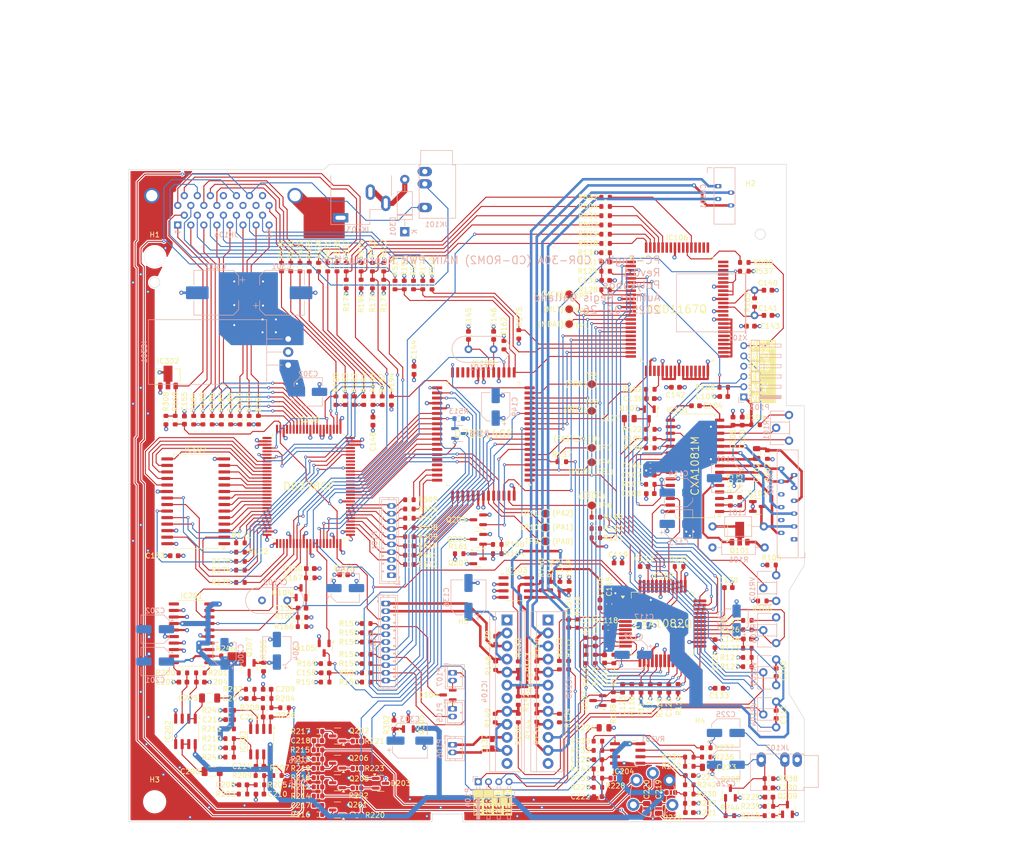
<source format=kicad_pcb>
(kicad_pcb (version 20240108) (generator "pcbnew") (generator_version "8.0")
  (title_block (title "PC-Engine CDR-30A (CD-ROM2) MAIN PWR Reproduction") (date "2025-02-26") (rev "0.1") (company "Polykubos") (comment 1 "Author: Regis Galland"))
  (layers (0 "F.Cu" signal) (1 "In1.Cu" signal) (2 "In2.Cu" signal) (31 "B.Cu" signal) (34 "B.Paste" user) (35 "F.Paste" user) (36 "B.SilkS" user "B.Silkscreen") (37 "F.SilkS" user "F.Silkscreen") (38 "B.Mask" user) (39 "F.Mask" user) (44 "Edge.Cuts" user))
  (net 0 "")
  (net 1 "Net-(CN101-Pin_4)")
  (net 2 "Net-(CN101-Pin_1)")
  (net 3 "Net-(CN101-Pin_3)")
  (net 4 "Net-(CN101-Pin_2)")
  (net 5 "GND")
  (net 6 "Net-(CN102-Pin_6)")
  (net 7 "Net-(CN102-Pin_7)")
  (net 8 "Net-(CN102-Pin_3)")
  (net 9 "Net-(CN102-Pin_2)")
  (net 10 "/RF AMP/A+C")
  (net 11 "/RF AMP/B+D")
  (net 12 "Net-(CN102-Pin_5)")
  (net 13 "/MCU/DIGIT1_EN")
  (net 14 "Net-(P107-Pin_2)")
  (net 15 "Net-(P105-Pin_1)")
  (net 16 "/~{WR}")
  (net 17 "/PF5")
  (net 18 "/MCU/DISP_LATCH")
  (net 19 "+5VA")
  (net 20 "/I2S_WDLK")
  (net 21 "Net-(IC201-CH2OUT)")
  (net 22 "Net-(IC201-VREFL1)")
  (net 23 "Net-(IC201-VREFH1)")
  (net 24 "/~{I2S_SCLK}")
  (net 25 "/I2S_LRCK")
  (net 27 "/I2S_DAT")
  (net 28 "Net-(IC201-CH1OUT)")
  (net 29 "/SCSI/~{SCSI_RST}")
  (net 30 "+5V")
  (net 31 "/AUDIO/LINEOUT_R")
  (net 32 "/AUDIO/LINEOUT_L")
  (net 33 "/PD4")
  (net 34 "/PD5")
  (net 35 "/PD3")
  (net 36 "/PD7")
  (net 37 "/PD2")
  (net 38 "/PD1")
  (net 39 "/PD0")
  (net 40 "/PD6")
  (net 41 "Net-(P102-Pin_10)")
  (net 42 "/~{MRST}")
  (net 43 "/MCU/FS_RS")
  (net 44 "/MCU/PLAY_PAUSE")
  (net 45 "/AUDIO_EN")
  (net 46 "/SPL_MOTOR_BLACK")
  (net 47 "/SPL_MOTOR_RED")
  (net 48 "/MCU/STOP")
  (net 49 "Net-(Q102-C)")
  (net 50 "Net-(Q102-B)")
  (net 51 "Net-(Q103-B)")
  (net 52 "/Servo and Actuator Drivers/SLO")
  (net 53 "Net-(Q103-C)")
  (net 54 "Net-(Q104-B)")
  (net 55 "/UPC3")
  (net 56 "/MCU/~{INT2}")
  (net 57 "Net-(Q201-C)")
  (net 58 "Net-(Q201-B)")
  (net 59 "Net-(Q202-B)")
  (net 60 "Net-(Q202-C)")
  (net 61 "/MCU/DIGIT2_EN")
  (net 62 "Net-(Q203-C)")
  (net 63 "Net-(Q204-B)")
  (net 64 "Net-(D203-A)")
  (net 65 "/AUDIO/AUDIO_R")
  (net 66 "Net-(Q205-B)")
  (net 67 "Net-(Q206-B)")
  (net 68 "/AUDIO/AUDIO_L")
  (net 69 "/MUTG")
  (net 70 "Net-(Q208-B)")
  (net 71 "Net-(Q208-C)")
  (net 72 "Net-(Q209-B)")
  (net 73 "Net-(Q209-C)")
  (net 74 "+9V")
  (net 75 "Net-(Q305-B)")
  (net 76 "+9VA")
  (net 77 "Net-(Q307-B)")
  (net 78 "Net-(Q101-E)")
  (net 79 "/RF AMP/RFO")
  (net 80 "Net-(IC101-RF-)")
  (net 81 "/VC")
  (net 82 "Net-(R104-Pad2)")
  (net 83 "Net-(R105-Pad2)")
  (net 84 "Net-(R106-Pad1)")
  (net 85 "Net-(IC101-ASY)")
  (net 86 "/DSP/ASY")
  (net 87 "Net-(IC101-FE)")
  (net 88 "Net-(C111-Pad2)")
  (net 89 "/Servo and Actuator Drivers/FEO")
  (net 90 "/Servo and Actuator Drivers/FE-")
  (net 91 "Net-(P104-Pin_3)")
  (net 92 "/Servo and Actuator Drivers/TAO")
  (net 93 "/Servo and Actuator Drivers/TE-")
  (net 94 "Net-(P104-Pin_4)")
  (net 95 "Net-(IC102-SL+)")
  (net 96 "Net-(C122-Pad2)")
  (net 97 "Net-(IC102-SL-)")
  (net 98 "Net-(IC102-FSET)")
  (net 99 "/MLT")
  (net 100 "/XRST")
  (net 101 "Net-(IC102-XRST)")
  (net 102 "Net-(IC102-PDI)")
  (net 103 "/PDO")
  (net 104 "Net-(IC102-3.5V)")
  (net 105 "Net-(IC102-ISET)")
  (net 106 "Net-(IC102-VCOF)")
  (net 107 "Net-(R127-Pad1)")
  (net 108 "/VCOI")
  (net 109 "/VCOO")
  (net 110 "/MDS")
  (net 111 "Net-(IC102-FSW)")
  (net 112 "/FSW")
  (net 113 "Net-(IC102-SPDL-)")
  (net 114 "/Servo and Actuator Drivers/SPDLO")
  (net 115 "Net-(IC104-Pad5)")
  (net 116 "Net-(IC105-Pad5)")
  (net 117 "Net-(IC105-Pad8)")
  (net 118 "Net-(IC104-Pad8)")
  (net 119 "/MCU/RS_EN")
  (net 120 "/Servo and Actuator Drivers/VSUP-2.5")
  (net 121 "Net-(IC103B--)")
  (net 122 "/Servo and Actuator Drivers/VSUP{slash}2")
  (net 123 "Net-(P106-Pin_1)")
  (net 124 "/GFS")
  (net 125 "/MCU/REPEAT")
  (net 126 "Net-(IC108-MODE1)")
  (net 127 "Net-(IC106-XTAO)")
  (net 128 "/~{DEMP}")
  (net 129 "Net-(IC107-~{WE})")
  (net 130 "/FAST_SLED")
  (net 131 "Net-(IC109-~{CWE})")
  (net 132 "/SCSI/MA9")
  (net 133 "/SCSI/MA10")
  (net 134 "Net-(IC109-MA12)")
  (net 135 "/SCSI/MA11")
  (net 136 "Net-(IC109-MA10)")
  (net 137 "/SCSI/MA12")
  (net 138 "Net-(IC109-MA11)")
  (net 139 "/SBCK")
  (net 140 "/SFSY")
  (net 141 "/PW")
  (net 142 "/SCSI/~{SCSI_IO}")
  (net 143 "/SCSI/~{SCSI_CD}")
  (net 144 "/SCSI/~{SCSI_MSG}")
  (net 145 "/SCSI/~{SCSI_BSY}")
  (net 146 "/SCSI/SCSI_D7")
  (net 147 "/SCSI/SCSI_D6")
  (net 148 "/SCSI/SCSI_D5")
  (net 149 "/SCSI/SCSI_D4")
  (net 150 "/SCSI/SCSI_D3")
  (net 151 "/SCSI/SCSI_D2")
  (net 152 "/SCSI/SCSI_D1")
  (net 153 "/SCSI/SCSI_D0")
  (net 154 "/SCSI/~{SCSI_ACK}")
  (net 155 "/SCSI/~{SCSI_REQ}")
  (net 156 "/~{SCSI_SEL}")
  (net 157 "/I2S_SCLK")
  (net 158 "/SBSY")
  (net 159 "Net-(IC101-TE)")
  (net 160 "Net-(C112-Pad2)")
  (net 161 "Net-(IC101-~{LDON})")
  (net 162 "/~{LDON}")
  (net 163 "Net-(IC202B-+)")
  (net 164 "Net-(IC202A-+)")
  (net 165 "Net-(C205-Pad1)")
  (net 166 "Net-(C207-Pad2)")
  (net 167 "Net-(C208-Pad2)")
  (net 168 "Net-(C206-Pad1)")
  (net 169 "Net-(C209-Pad2)")
  (net 170 "Net-(C210-Pad2)")
  (net 171 "Net-(C213-Pad1)")
  (net 172 "Net-(C214-Pad1)")
  (net 173 "Net-(IC203A--)")
  (net 174 "Net-(IC203B--)")
  (net 175 "Net-(IC203B-+)")
  (net 176 "Net-(IC203A-+)")
  (net 177 "Net-(C215-Pad2)")
  (net 178 "Net-(C216-Pad2)")
  (net 179 "Net-(C217-Pad2)")
  (net 180 "Net-(C218-Pad2)")
  (net 181 "Net-(D203-K-Pad2)")
  (net 182 "Net-(D203-K-Pad1)")
  (net 183 "Net-(C221-Pad1)")
  (net 184 "Net-(IC109-MA9)")
  (net 185 "Net-(C222-Pad1)")
  (net 186 "Net-(C219-Pad2)")
  (net 187 "Net-(C220-Pad2)")
  (net 188 "Net-(IC204B--)")
  (net 189 "Net-(C223-Pad1)")
  (net 190 "Net-(IC204A--)")
  (net 191 "Net-(C224-Pad1)")
  (net 192 "Net-(IC204-Pad7)")
  (net 193 "Net-(IC204-Pad1)")
  (net 194 "Net-(C226-Pad1)")
  (net 195 "Net-(C225-Pad1)")
  (net 196 "Net-(IC204B-+)")
  (net 197 "Net-(IC204A-+)")
  (net 198 "/DSP/PCLK")
  (net 199 "Net-(IC106-DA09)")
  (net 200 "Net-(IC106-DA16)")
  (net 201 "Net-(IC106-DA14)")
  (net 202 "Net-(IC108-PD0)")
  (net 203 "Net-(IC108-PD1)")
  (net 204 "Net-(IC108-PD2)")
  (net 205 "Net-(IC108-PD3)")
  (net 206 "Net-(IC108-PD4)")
  (net 207 "Net-(IC108-PD5)")
  (net 208 "Net-(IC108-PD6)")
  (net 209 "Net-(IC108-PD7)")
  (net 210 "Net-(JK104C-I2S_SCLK)")
  (net 211 "Net-(JK104B-SBCK)")
  (net 212 "Net-(JK104B-I2S_DAT)")
  (net 213 "Net-(JK104B-I2S_LRCK)")
  (net 214 "Net-(JK104B-PW)")
  (net 215 "Net-(JK104D-SBSY)")
  (net 216 "Net-(JK104D-~{SCSI_REQ})")
  (net 217 "Net-(JK104C-~{SCSI_ACK})")
  (net 218 "Net-(JK104D-~{SCSI_MSG})")
  (net 219 "Net-(JK104C-~{SCSI_BSY})")
  (net 220 "Net-(JK104C-~{SCSI_IO})")
  (net 221 "Net-(JK104C-~{SCSI_CD})")
  (net 222 "Net-(JK104B-~{SCSI_SEL})")
  (net 223 "Net-(JK104B-SFSY)")
  (net 224 "Net-(IC106-LRCK)")
  (net 225 "Net-(IC106-WDCK)")
  (net 226 "Net-(IC106-DA15)")
  (net 227 "Net-(IC106-DA08)")
  (net 228 "Net-(IC106-XTAI)")
  (net 229 "Net-(IC109-XIN)")
  (net 230 "Net-(IC101-RFI)")
  (net 231 "Net-(IC101-CC2)")
  (net 232 "Net-(IC101-CC1)")
  (net 233 "Net-(IC101-CP)")
  (net 234 "Net-(IC101-CB)")
  (net 235 "/Servo and Actuator Drivers/TZC")
  (net 236 "Net-(IC102-FGD)")
  (net 237 "Net-(IC102-FS3)")
  (net 238 "Net-(IC102-FLB)")
  (net 239 "Net-(IC102-TG2)")
  (net 240 "Net-(IC102-TGU)")
  (net 241 "Net-(IC102-BW)")
  (net 242 "Net-(IC102-C864)")
  (net 243 "Net-(P106-Pin_2)")
  (net 244 "Net-(IC108-X1)")
  (net 245 "Net-(IC108-X2)")
  (net 246 "Net-(IC101-LD)")
  (net 247 "Net-(IC102-SRCH)")
  (net 248 "Net-(IC202B--)")
  (net 249 "Net-(IC202A--)")
  (net 250 "Net-(C219-Pad1)")
  (net 251 "Net-(C220-Pad1)")
  (net 253 "Net-(Q101-C)")
  (net 254 "Net-(IC101-E1)")
  (net 255 "/FOK")
  (net 257 "Net-(IC101-E0)")
  (net 258 "/DSP/EFM")
  (net 259 "Net-(IC101-FEBIAS)")
  (net 260 "/RF AMP/MIRROR")
  (net 261 "/RF AMP/DEFECT")
  (net 262 "/LOCK")
  (net 263 "/MDAT")
  (net 264 "/MDP")
  (net 265 "/MCK")
  (net 266 "/CNIN")
  (net 267 "/Servo and Actuator Drivers/TE")
  (net 268 "/MON")
  (net 269 "/Servo and Actuator Drivers/FE")
  (net 270 "/SENS")
  (net 272 "/MODE_SELECT")
  (net 277 "/SQCK")
  (net 284 "/CRCF")
  (net 287 "/SUBQ")
  (net 291 "/ALE")
  (net 292 "/PF1")
  (net 295 "/PF3")
  (net 296 "/PF0")
  (net 297 "/~{RD}")
  (net 299 "/PA1")
  (net 304 "/PF4")
  (net 305 "/PA0")
  (net 306 "/PA2")
  (net 307 "/PF2")
  (net 310 "/SCSI/MD0")
  (net 311 "/SCSI/MA8")
  (net 312 "/SCSI/MD3")
  (net 313 "/SCSI/MA6")
  (net 314 "/SCSI/MD5")
  (net 315 "/SCSI/MA1")
  (net 316 "/SCSI/MA3")
  (net 317 "/SCSI/MD7")
  (net 318 "/SCSI/MA7")
  (net 320 "/SCSI/MD2")
  (net 321 "/SCSI/MA5")
  (net 322 "/SCSI/MA0")
  (net 323 "/SCSI/MD1")
  (net 324 "/SCSI/MA4")
  (net 325 "/SCSI/MA2")
  (net 326 "/SCSI/MD6")
  (net 327 "/SCSI/MD4")
  (net 328 "Net-(IC107-~{OE})")
  (net 338 "Net-(D301-A)")
  (net 340 "Net-(P103-Pin_2)")
  (footprint "Capacitor_SMD:C_0603_1608Metric" (layer "F.Cu") (at 116 111.3 -90)
    (property "Reference" "C146")
    (property "Value" "47pF")
  )
  (footprint "Resistor_SMD:R_0603_1608Metric" (layer "F.Cu") (at 128.9 160.1 90)
    (property "Reference" "R146")
    (property "Value" "10k")
  )
  (footprint "Capacitor_SMD:C_0603_1608Metric" (layer "F.Cu") (at 135.8 171 90)
    (property "Reference" "C120")
    (property "Value" "39pF")
  )
  (footprint "Resistor_SMD:R_0603_1608Metric" (layer "F.Cu") (at 89.4 199.4)
    (property "Reference" "R222")
    (property "Value" "1k")
  )
  (footprint "Resistor_SMD:R_0603_1608Metric" (layer "F.Cu") (at 157.4 193.4 180)
    (property "Reference" "R236")
    (property "Value" "220")
  )
  (footprint "Capacitor_SMD:C_0603_1608Metric" (layer "F.Cu") (at 58.9 178.8 180)
    (property "Reference" "C204")
    (property "Value" "22pF")
  )
  (footprint "Package_TO_SOT_SMD:SOT-23" (layer "F.Cu") (at 85.6 194.6 180)
    (property "Reference" "Q206")
    (property "Value" "2SC2412K")
  )
  (footprint "Resistor_SMD:R_0603_1608Metric" (layer "F.Cu") (at 124.4 185.7 -90)
    (property "Reference" "R151")
    (property "Value" "33k")
  )
  (footprint "Capacitor_SMD:C_0603_1608Metric" (layer "F.Cu") (at 111.1 111.3 90)
    (property "Reference" "C145")
    (property "Value" "47pF")
  )
  (footprint "Resistor_SMD:R_0603_1608Metric" (layer "F.Cu") (at 52.2 127.8 -90)
    (property "Reference" "R308")
    (property "Value" "4.7k")
  )
  (footprint "Package_TO_SOT_SMD:SOT-23" (layer "F.Cu") (at 94 198.5)
    (property "Reference" "D203")
    (property "Value" "D_Dual_CommonAnode_KKA")
  )
  (footprint "Resistor_SMD:R_0603_1608Metric" (layer "F.Cu") (at 165.4 166.8 180)
    (property "Reference" "R127")
    (property "Value" "3.6k")
  )
  (footprint "Resistor_SMD:R_0603_1608Metric" (layer "F.Cu") (at 91.2 177)
    (property "Reference" "R501")
    (property "Value" "2k2")
  )
  (footprint "Resistor_SMD:R_0603_1608Metric" (layer "F.Cu") (at 89.4 204.7 180)
    (property "Reference" "R220")
    (property "Value" "10k")
  )
  (footprint "Package_SO:SOIC-8_3.9x4.9mm_P1.27mm" (layer "F.Cu") (at 120.4 160.4)
    (property "Reference" "IC103")
    (property "Value" "RC4558")
  )
  (footprint "Capacitor_SMD:C_0603_1608Metric" (layer "F.Cu") (at 163.9 143.6 90)
    (property "Reference" "C103")
    (property "Value" "2.2nF")
  )
  (footprint "Capacitor_SMD:C_0603_1608Metric" (layer "F.Cu") (at 146.5 142.1 180)
    (property "Reference" "C108")
    (property "Value" "470nF")
  )
  (footprint "Resistor_SMD:R_0603_1608Metric" (layer "F.Cu") (at 116.7 153.8)
    (property "Reference" "R164")
    (property "Value" "10k")
  )
  (footprint "Capacitor_SMD:C_0805_2012Metric" (layer "F.Cu") (at 157.6 195.4)
    (property "Reference" "C223")
    (property "Value" "4.7uF")
  )
  (footprint "PC-Engine_CDR-30A:MountingHole_4mm" (layer "F.Cu") (at 152 188)
    (property "Reference" "H4")
    (property "Value" "MountingHole_4mm")
  )
  (footprint "Resistor_SMD:R_0603_1608Metric" (layer "F.Cu") (at 137.8 95.2)
    (property "Reference" "R130")
    (property "Value" "1M")
  )
  (footprint "Resistor_SMD:R_0603_1608Metric" (layer "F.Cu") (at 92.4 101.3 90)
    (property "Reference" "R176")
    (property "Value" "4.7k")
  )
  (footprint "Resistor_SMD:R_0603_1608Metric" (layer "F.Cu") (at 99.6 148.7)
    (property "Reference" "R508")
    (property "Value" "3k3")
  )
  (footprint "Capacitor_SMD:C_0603_1608Metric" (layer "F.Cu") (at 146.5 123.6)
    (property "Reference" "C139")
    (property "Value" "1uF")
  )
  (footprint "Resistor_SMD:R_0603_1608Metric" (layer "F.Cu") (at 128.8 185.8 90)
    (property "Reference" "R134")
    (property "Value" "33k")
  )
  (footprint "Package_TO_SOT_SMD:SOT-23" (layer "F.Cu") (at 107.1 181.3 180)
    (property "Reference" "D104")
    (property "Value" "D_Dual_CommonAnode_KKA")
  )
  (footprint "Capacitor_SMD:C_0603_1608Metric" (layer "F.Cu") (at 161.7 160.4 180)
    (property "Reference" "C130")
    (property "Value" "1nF")
  )
  (footprint "PC-Engine_CDR-30A:PQFP-64_20x14mm_P1.0mm" (layer "F.Cu") (at 114 130.5 180)
    (property "Reference" "IC108")
    (property "Value" "D78C14GF")
  )
  (footprint "Resistor_SMD:R_0603_1608Metric" (layer "F.Cu") (at 120.9 111.1 -90)
    (property "Reference" "R175")
    (property "Value" "4.7k")
  )
  (footprint "Capacitor_SMD:C_0603_1608Metric" (layer "F.Cu") (at 116.4 170.65 -90)
    (property "Reference" "C138")
    (property "Value" "1nF")
  )
  (footprint "Resistor_SMD:R_0603_1608Metric" (layer "F.Cu") (at 96.8 101.5 -90)
    (property "Reference" "R519")
    (property "Value" "220")
  )
  (footprint "Resistor_SMD:R_0603_1608Metric" (layer "F.Cu") (at 83.7 98 -90)
    (property "Reference" "R521")
    (property "Value" "220")
  )
  (footprint "Resistor_SMD:R_0603_1608Metric" (layer "F.Cu") (at 125.3 160.1 -90)
    (property "Reference" "R140")
    (property "Value" "10k")
  )
  (footprint "Resistor_SMD:R_0603_1608Metric" (layer "F.Cu") (at 91.2 167.4)
    (property "Reference" "R157")
    (property "Value" "10k")
  )
  (footprint "Capacitor_SMD:C_0603_1608Metric" (layer "F.Cu") (at 70.5 195.2 180)
    (property "Reference" "C214")
    (property "Value" "47nF")
  )
  (footprint "Capacitor_SMD:C_0805_2012Metric" (layer "F.Cu") (at 148.1 203.4 90)
    (property "Reference" "C219")
    (property "Value" "4.7uF")
  )
  (footprint "Resistor_SMD:R_0603_1608Metric" (layer "F.Cu") (at 165.4 168.6)
    (property "Reference" "R126")
    (property "Value" "240k")
  )
  (footprint "Resistor_SMD:R_0603_1608Metric" (layer "F.Cu") (at 83.2 175.2 180)
    (property "Reference" "R169")
    (property "Value" "47k")
  )
  (footprint "Capacitor_SMD:C_0603_1608Metric" (layer "F.Cu") (at 146.5 180 -90)
    (property "Reference" "C124")
    (property "Value" "10nF")
  )
  (footprint "Resistor_SMD:R_0603_1608Metric" (layer "F.Cu") (at 90.7 124 90)
    (property "Reference" "R181")
    (property "Value" "4.7k")
  )
  (footprint "Resistor_SMD:R_0603_1608Metric" (layer "F.Cu") (at 96.1 124 -90)
    (property "Reference" "R194")
    (property "Value" "4.7k")
  )
  (footprint "Capacitor_SMD:C_0603_1608Metric" (layer "F.Cu") (at 81.8 202.8 180)
    (property "Reference" "C217")
    (property "Value" "22nF")
  )
  (footprint "Capacitor_SMD:C_0603_1608Metric" (layer "F.Cu") (at 171 185.1 -90)
    (property "Reference" "C111")
    (property "Value" "3.3nF")
  )
  (footprint "Capacitor_SMD:C_0603_1608Metric" (layer "F.Cu") (at 137.8 100.6 180)
    (property "Reference" "C132")
    (property "Value" "33nF")
  )
  (footprint "Package_QFP:PQFP-100_14x20mm_P0.65mm" (layer "F.Cu") (at 80 140.7 180)
    (property "Reference" "IC109")
    (property "Value" "D6378GF")
  )
  (footprint "Capacitor_SMD:C_0603_1608Metric" (layer "F.Cu") (at 138.5 163.6 90)
    (property "Reference" "C115")
    (property "Value" "100nF")
  )
  (footprint "Resistor_SMD:R_0603_1608Metric" (layer "F.Cu") (at 130.6 175.5 90)
    (property "Reference" "R111")
    (property "Value" "220k")
  )
  (footprint "Capacitor_SMD:C_0603_1608Metric" (layer "F.Cu") (at 136.3 193.9 180)
    (property "Reference" "C228")
    (property "Value" "2.2nF")
  )
  (footprint "Package_SO:SOIC-8_3.9x4.9mm_P1.27mm" (layer "F.Cu") (at 56 188.4 -90)
    (property "Reference" "IC202")
    (property "Value" "RC4560")
  )
  (footprint "Resistor_SMD:R_0603_1608Metric" (layer "F.Cu") (at 165.4 172.2 180)
    (property "Reference" "R123")
    (property "Value" "10k")
  )
  (footprint "Capacitor_SMD:C_0603_1608Metric" (layer "F.Cu") (at 137.6 174.3 90)
    (property "Reference" "C121")
    (property "Value" "220nF")
  )
  (footprint "Capacitor_SMD:C_0603_1608Metric" (layer "F.Cu") (at 64.6 186.11)
    (property "Reference" "C212")
    (property "Value" "56pF")
  )
  (footprint "Resistor_SMD:R_0603_1608Metric" (layer "F.Cu") (at 78.3 98 -90)
    (property "Reference" "R522")
    (property "Value" "220")
  )
  (footprint "Resistor_SMD:R_0603_1608Metric" (layer "F.Cu") (at 81.8 195.6 180)
    (property "Reference" "R219")
    (property "Value" "22")
  )
  (footprint "TestPoint:TestPoint_Pad_D1.5mm" (layer "F.Cu") (at 135.1 144.4)
    (property "Reference" "TP6")
    (property "Value" "TestPoint")
  )
  (footprint "Package_TO_SOT_SMD:SOT-23" (layer "F.Cu") (at 136.3 182.4 180)
    (property "Reference" "Q103")
    (property "Value" "2SC2412K")
  )
  (footprint "Capacitor_SMD:C_0603_1608Metric" (layer "F.Cu") (at 81.8 190.2 180)
    (property "Reference" "C218")
    (property "Value" "22nF")
  )
  (footprint "TestPoint:TestPoint_Pad_D1.5mm" (layer "F.Cu") (at 135.1 126)
    (property "Reference" "TP8")
    (property "Value" "TestPoint")
  )
  (footprint "Resistor_SMD:R_0603_1608Metric" (layer "F.Cu") (at 135.8 174.3 90)
    (property "Reference" "R115")
    (property "Value" "33k")
  )
  (footprint "Capacitor_SMD:C_1206_3216Metric" (layer "F.Cu") (at 61.2 196.2 180)
    (property "Reference" "C206")
    (property "Value" "10uF")
  )
  (footprint "Resistor_SMD:R_0603_1608Metric" (layer "F.Cu") (at 136.3 192.1)
    (property "Reference" "R233")
    (property "Value" "10k")
  )
  (footprint "Resistor_SMD:R_0603_1608Metric" (layer "F.Cu") (at 104 101.5 -90)
    (property "Reference" "R515")
    (property "Value" "220")
  )
  (footprint "Resistor_SMD:R_0603_1608Metric" (layer "F.Cu") (at 116.3 185.8 -90)
    (property "Reference" "R149")
    (property "Value" "33k")
  )
  (footprint "Capacitor_SMD:C_0603_1608Metric" (layer "F.Cu") (at 146.5 138.5)
    (property "Reference" "C107")
    (property "Value" "10nF")
  )
  (footprint "Resistor_SMD:R_0603_1608Metric" (layer "F.Cu") (at 139.3 181.6 -90)
    (property "Reference" "R138")
    (property "Value" "100k")
  )
  (footprint "PC-Engine_CDR-30A:MountingHole_4mm" (layer "F.Cu") (at 166 86)
    (property "Reference" "H2")
    (property "Value" "MountingHole_4mm")
  )
  (footprint "Resistor_SMD:R_0603_1608Metric" (layer "F.Cu") (at 162.1 143.6 90)
    (property "Reference" "R103")
    (property "Value" "20k")
  )
  (footprint "Resistor_SMD:R_0603_1608Metric" (layer "F.Cu") (at 59.4 127.8 -90)
    (property "Reference" "R185")
    (property "Value" "4.7k")
  )
  (footprint "Package_TO_SOT_SMD:SOT-23" (layer "F.Cu") (at 68.4 176 -90)
    (property "Reference" "Q307")
    (property "Value" "2SC2412K")
  )
  (footprint "Resistor_SMD:R_0603_1608Metric" (layer "F.Cu") (at 136.3 197.5)
    (property "Reference" "R231")
    (property "Value" "100k")
  )
  (footprint "Capacitor_SMD:C_0603_1608Metric" (layer "F.Cu") (at 140.225 155.6)
    (property "Reference" "C119")
    (property "Value" "47nF")
  )
  (footprint "Package_TO_SOT_SMD:SOT-23" (layer "F.Cu") (at 83 172.2 -90)
    (property "Reference" "Q105")
    (property "Value" "DTC114EU3")
  )
  (footprint "Resistor_SMD:R_0603_1608Metric" (layer "F.Cu") (at 129.275 135.9 180)
    (property "Reference" "R137")
    (property "Value" "10k")
  )
  (footprint "Resistor_SMD:R_0603_1608Metric" (layer "F.Cu") (at 98.6 101.5 90)
    (property "Reference" "R197")
    (property "Value" "4.7k")
  )
  (footprint "Resistor_SMD:R_0603_1608Metric" (layer "F.Cu") (at 64.6 189.8 180)
    (property "Reference" "R210")
    (property "Value" "22k")
  )
  (footprint "Resistor_SMD:R_0603_1608Metric" (layer "F.Cu") (at 135.9 146.7 180)
    (property "Reference" "R199")
    (property "Value" "4.7k")
  )
  (footprint "TestPoint:TestPoint_Pad_D1.5mm" (layer "F.Cu") (at 126.1 151.4)
    (property "Reference" "TP9")
    (property "Value" "TestPoint")
  )
  (footprint "Package_SO:SO-20_5.3x12.6mm_P1.27mm" (layer "F.Cu") (at 57.2 169.3 180)
    (property "Reference" "IC201")
    (property "Value" "LC7881M")
  )
  (footprint "Resistor_SMD:R_0603_1608Metric" (layer "F.Cu") (at 134 174.3 90)
    (property "Reference" "R113")
    (property "Value" "220k")
  )
  (footprint "Resistor_SMD:R_0603_1608Metric" (layer "F.Cu") (at 120.8 182.4 -90)
    (property "Reference" "R142")
    (property "Value" "33k")
  )
  (footprint "Capacitor_SMD:C_0603_1608Metric" (layer "F.Cu") (at 171 176.9 -90)
    (property "Reference" "C160")
    (property "Value" "3.3nF")
  )
  (footprint "Capacitor_SMD:C_0603_1608Metric" (layer "F.Cu") (at 169.6 199.4)
    (property "Reference" "C230")
    (property "Value" "1nF")
  )
  (footprint "Capacitor_SMD:C_0603_1608Metric" (layer "F.Cu") (at 141.1 180 -90)
    (property "Reference" "C123")
    (property "Value" "1nF")
  )
  (footprint "Resistor_SMD:R_0603_1608Metric" (layer "F.Cu") (at 166.8 104.9 90)
    (property "Reference" "R163")
    (property "Value" "100k")
  )
  (footprint "Resistor_SMD:R_0603_1608Metric" (layer "F.Cu") (at 142.9 180 90)
    (property "Reference" "R116")
    (property "Value" "100k")
  )
  (footprint "Resistor_SMD:R_0603_1608Metric" (layer "F.Cu") (at 99.6 155.9)
    (property "Reference" "R512")
    (property "Value" "3k3")
  )
  (footprint "Resistor_SMD:R_0603_1608Metric" (layer "F.Cu") (at 71.9 182 180)
    (property "Reference" "R204")
    (property "Value" "47k")
  )
  (footprint "Capacitor_SMD:C_0603_1608Metric" (layer "F.Cu") (at 160.8 123.2)
    (property "Reference" "C109")
    (property "Value" "10nF")
  )
  (footprint "Capacitor_SMD:C_0603_1608Metric" (layer "F.Cu") (at 159.9 180 180)
    (property "Reference" "C133")
    (property "Value" "100nF")
  )
  (footprint "Resistor_SMD:R_0603_1608Metric" (layer "F.Cu") (at 120.8 178.9 90)
    (property "Reference" "R143")
    (property "Value" "33k")
  )
  (footprint "Package_SO:SOP-28_8.4x18.16mm_P1.27mm" (layer "F.Cu") (at 58 143.6 180)
    (property "Reference" "IC107")
    (property "Value" "D4364G")
  )
  (footprint "Resistor_SMD:R_0603_1608Metric" (layer "F.Cu") (at 58.9 177)
    (property "Reference" "R201")
    (property "Value" "10k")
  )
  (footprint "Resistor_SMD:R_0603_1608Metric" (layer "F.Cu") (at 154.1 202.4 180)
    (property "Reference" "R227")
    (property "Value" "10k")
  )
  (footprint "TestPoint:TestPoint_Pad_D1.5mm" (layer "F.Cu") (at 135.1 120.8)
    (property "Reference" "TP5")
    (property "Value" "TestPoint")
  )
  (footprint "Package_TO_SOT_SMD:SOT-23" (layer "F.Cu") (at 78.5 161.4 90)
    (property "Reference" "Q104")
    (property "Value" "2SC2412K")
  )
  (footprint "Capacitor_SMD:C_0603_1608Metric" (layer "F.Cu") (at 55.5 178.8)
    (property "Reference" "C203")
    (property "Value" "22pF")
  )
  (footprint "Capacitor_SMD:C_0603_1608Metric" (layer "F.Cu") (at 55.8 127.8 90)
    (property "Reference" "C155")
    (property "Value" "100nF")
  )
  (footprint "Resistor_SMD:R_0603_1608Metric" (layer "F.Cu") (at 150.5 200.3)
    (property "Reference" "R226")
    (property "Value" "8k2")
  )
  (footprint "Resistor_SMD:R_0603_1608Metric" (layer "F.Cu") (at 134 171 -90)
    (property "Reference" "R112")
    (property "Value" "100k")
  )
  (footprint "PC-Engine_CDR-30A:SOIC-30W_7.5x20.0mm_P1.27mm" (layer "F.Cu") (at 155.2 136.7 180)
    (property "Reference" "IC101")
    (property "Value" "CXA1081M")
  )
  (footprint "Resistor_SMD:R_0603_1608Metric" (layer "F.Cu") (at 91.2 169.2)
    (property "Reference" "R158")
    (property "Value" "10k")
  )
  (footprint "Capacitor_SMD:C_0603_1608Metric" (layer "F.Cu") (at 70.5 200.6)
    (property "Reference" "C210")
    (property "Value" "1nF")
  )
  (footprint "Capacitor_SMD:C_0603_1608Metric" (layer "F.Cu") (at 136.7 163.6 90)
    (property "Reference" "C116")
    (property "Value" "47nF")
  )
  (footprint "Package_TO_SOT_SMD:SOT-23" (layer "F.Cu") (at 173.2 203.6 90)
    (property "Reference" "Q209")
    (property "Value" "2SC2412K")
  )
  (footprint "Package_TO_SOT_SMD:SOT-89-3" (layer "F.Cu") (at 163.9 149.6 90)
    (property "Reference" "Q101")
    (property "Value" "2SB1132")
  )
  (footprint "Resistor_SMD:R_0603_1608Metric" (layer "F.Cu") (at 55.5 177 180)
    (property "Reference" "R200")
    (property "Value" "10k")
  )
  (footprint "Resistor_SMD:R_0603_1608Metric" (layer "F.Cu") (at 116.7 152 180)
    (property "Reference" "R168")
    (property "Value" "10k")
  )
  (footprint "Resistor_SMD:R_0603_1608Metric" (layer "F.Cu") (at 81.8 197.4 180)
    (property "Reference" "R218")
    (property "Value" "22")
  )
  (footprint "Package_SO:SOIC-8_3.9x4.9mm_P1.27mm" (layer "F.Cu") (at 142.1 192.7)
    (property "Reference" "IC204")
    (property "Value" "RC4558")
  )
  (footprint "Package_TO_SOT_SMD:SOT-23" (layer "F.Cu") (at 113 151 180)
    (property "Reference" "Q204")
    (property "Value" "DTA124EU3")
  )
  (footprint "Resistor_SMD:R_0603_1608Metric" (layer "F.Cu") (at 94.3 124 90)
    (property "Reference" "R192")
    (property "Value" "4.7k")
  )
  (footprint "Resistor_SMD:R_0603_1608Metric" (layer "F.Cu") (at 154.1 198.8)
    (property "Reference" "R242")
    (property "Value" "6k8")
  )
  (footprint "Resistor_SMD:R_0603_1608Metric" (layer "F.Cu") (at 165.4 175.8 180)
    (property "Reference" "R125")
    (property "Value" "100k")
  )
  (footprint "Resistor_SMD:R_0603_1608Metric" (layer "F.Cu") (at 81.8 193.8 180)
    (property "Reference" "R213")
    (property "Value" "1k6")
  )
  (footprint "Capacitor_SMD:C_0603_1608Metric" (layer "F.Cu") (at 169.4 107.4)
    (property "Reference" "C141")
    (property "Value" "47pF")
  )
  (footprint "PC-Engine_CDR-30A:MountingHole_4mm" (layer "F.Cu") (at 50 96)
    (property "Reference" "H1")
    (property "Value" "MountingHole_4mm")
  )
  (footprint "Resistor_SMD:R_0603_1608Metric" (layer "F.Cu") (at 66.7 153.5)
    (property "Reference" "R172")
    (property "Value" "2k2")
  )
  (footprint "Resistor_SMD:R_0603_1608Metric" (layer "F.Cu") (at 137.8 98.8 180)
    (property "Reference" "R129")
    (property "Value" "20k")
  )
  (footprint "Capacitor_SMD:C_0603_1608Metric" (layer "F.Cu") (at 138.3 168.2 180)
    (property "Reference" "C118")
    (property "Value" "100nF")
  )
  (footprint "Resistor_SMD:R_0603_1608Metric" (layer "F.Cu") (at 89.4 190.3 180)
    (property "Reference" "R221")
    (property "Value" "10k")
  )
  (footprint "Resistor_SMD:R_0603_1608Metric" (layer "F.Cu") (at 99.6 143.3)
    (property "Reference" "R505")
    (property "Value" "3k3")
  )
  (footprint "Resistor_SMD:R_0603_1608Metric" (layer "F.Cu") (at 92.5 124 -90)
    (property "Reference" "R193")
    (property "Value" "4.7k")
  )
  (footprint "Resistor_SMD:R_0603_1608Metric" (layer "F.Cu") (at 99.6 145.1)
    (property "Reference" "R506")
    (property "Value" "3k3")
  )
  (footprint "Resistor_SMD:R_0603_1608Metric" (layer "F.Cu") (at 137.8 102.4 180)
    (property "Reference" "R128")
    (property "Value" "10k")
  )
  (footprint "Capacitor_SMD:C_0603_1608Metric" (layer "F.Cu") (at 137.8 97 180)
    (property "Reference" "C131")
    (property "Value" "470nF")
  )
  (footprint "Resistor_SMD:R_0603_1608Metric" (layer "F.Cu") (at 68.4 127.8 90)
    (property "Reference" "R190")
    (property "Value" "4.7k")
  )
  (footprint "Package_TO_SOT_SMD:SOT-23" (layer "F.Cu") (at 113 154.8)
    (property "Reference" "Q207")
    (property "Value" "DTC114EU3")
  )
  (footprint "Capacitor_SMD:C_0603_1608Metric" (layer "F.Cu") (at 67.2 198.8)
    (property "Reference" "C208")
    (property "Value" "2.2nF")
  )
  (footprint "Resistor_SMD:R_0603_1608Metric" (layer "F.Cu") (at 154.1 200.6 180)
    (property "Reference" "R230")
    (property "Value" "100k")
  )
  (footprint "Resistor_SMD:R_0603_1608Metric" (layer "F.Cu") (at 68.6 180.2 180)
    (property "Reference" "R202")
    (property "Value" "5k1")
  )
  (footprint "Capacitor_SMD:C_0603_1608Metric" (layer "F.Cu") (at 162.6 128 90)
    (property "Reference" "C105")
    (property "Value" "100nF")
  )
  (footprint "Capacitor_SMD:C_0603_1608Metric" (layer "F.Cu") (at 78.7 164.4 180)
    (property "Reference" "C151")
    (property "Value" "80pF")
  )
  (footprint "Resistor_SMD:R_0603_1608Metric" (layer "F.Cu") (at 70.2 127.8 -90)
    (property "Reference" "R191")
    (property "Value" "4.7k")
  )
  (footprint "Capacitor_SMD:C_0603_1608Metric" (layer "F.Cu") (at 92.5 128 -90)
    (property "Reference" "C148")
    (property "Value" "100nF")
  )
  (footprint "Resistor_SMD:R_0603_1608Metric" (layer "F.Cu") (at 154.1 195.2 180)
    (property "Reference" "R232")
    (property "Value" "10k")
  )
  (footprint "Resistor_SMD:R_0603_1608Metric" (layer "F.Cu") (at 64.6 187.91 180)
    (property "Reference" "R211")
    (property "Value" "22k")
  )
  (footprint "Resistor_SMD:R_0603_1608Metric" (layer "F.Cu") (at 91.2 171)
    (property "Reference" "R159")
    (property "Value" "10k")
  )
  (footprint "Resistor_SMD:R_0603_1608Metric" (layer "F.Cu") (at 154.1 193.4 180)
    (property "Reference" "R234")
    (property "Value" "33k")
  )
  (footprint "Package_TO_SOT_SMD:SOT-23" (layer "F.Cu") (at 85.6 189.3 180)
    (property "Reference" "Q202")
    (property "Value" "2SC2412K")
  )
  (footprint "Resistor_SMD:R_0603_1608Metric" (layer "F.Cu") (at 66.6 127.8 -90)
    (property "Reference" "R189")
    (property "Value" "4.7k")
  )
  (footprint "Resistor_SMD:R_0603_1608Metric" (layer "F.Cu") (at 169.6 204.8 180)
    (property "Reference" "R245")
    (property "Value" "820")
  )
  (footprint "Capacitor_SMD:C_0805_2012Metric" (layer "F.Cu") (at 145.8 203.4 90)
    (property "Reference" "C220")
    (property "Value" "4.7uF")
  )
  (footprint "Resistor_SMD:R_0603_1608Metric" (layer "F.Cu") (at 66.7 155.3)
    (property "Reference" "R173")
    (property "Value" "2k2")
  )
  (footprint "Resistor_SMD:R_0603_1608Metric" (layer "F.Cu") (at 70.5 197)
    (property "Reference" "R209")
    (property "Value" "15k")
  )
  (footprint "Package_TO_SOT_SMD:SOT-23" (layer "F.Cu") (at 162.1 200.4 90)
    (property "Reference" "Q208")
    (property "Value" "2SC2412K")
  )
  (footprint "Capacitor_SMD:C_0603_1608Metric" (layer "F.Cu") (at 145.3 156.3 180)
    (property "Reference" "C112")
    (property "Value" "3.3nF")
  )
  (footprint "Resistor_SMD:R_0603_1608Metric" (layer "F.Cu") (at 75.3 183.8 180)
    (property "Reference" "R206")
    (property "Value" "120k")
  )
  (footprint "Resistor_SMD:R_0603_1608Metric" (layer "F.Cu") (at 78.7 168)
    (property "Reference" "R166")
    (property "Value" "100k")
  )
  (footprint "Resistor_SMD:R_0603_1608Metric" (layer "F.Cu") (at 137.8 93.4)
    (property "Reference" "R528")
    (property "Value" "0")
  )
  (footprint "Resistor_SMD:R_0603_1608Metric" (layer "F.Cu") (at 66.7 159.4)
    (property "Reference" "R170")
    (property "Value" "1k")
  )
  (footprint "Resistor_SMD:R_0603_1608Metric" (layer "F.Cu") (at 124.4 175.6 90)
    (property "Reference" "R150")
    (property "Value" "33k")
  )
  (footprint "Resistor_SMD:R_0603_1608Metric" (layer "F.Cu") (at 71.2 175.8575 -90)
    (property "Reference" "R305")
    (property "Value" "1k")
  )
  (footprint "Resistor_SMD:R_0603_1608Metric" (layer "F.Cu") (at 73.9 197 180)
    (property "Reference" "R207")
    (property "Value" "120k")
  )
  (footprint "Resistor_SMD:R_0603_1608Metric" (layer "F.Cu") (at 146.5 121.8 180)
    (property "Reference" "R152")
    (property "Value" "10k")
  )
  (footprint "Capacitor_SMD:C_0603_1608Metric" (layer "F.Cu") (at 100.5 118.1 -90)
    (property "Reference" "C144")
    (property "Value" "100nF")
  )
  (footprint "TestPoint:TestPoint_Pad_D1.5mm" (layer "F.Cu") (at 135.1 133.2)
    (property "Reference" "TP7")
    (property "Value" "TestPoint")
  )
  (footprint "Package_SO:SOIC-8_3.9x4.9mm_P1.27mm" (layer "F.Cu") (at 70.6 190.4 -90)
    (property "Reference" "IC203")
    (property "Value" "RC4558")
  )
  (footprint "Capacitor_SMD:C_0603_1608Metric" (layer "F.Cu") (at 150.1 180 90)
    (property "Reference" "C125")
    (property "Value" "100nF")
  )
  (footprint "Capacitor_SMD:C_0603_1608Metric" (layer "F.Cu") (at 169.6 201.2 180)
    (property "Reference" "C229")
    (property "Value" "1nF")
  )
  (footprint "Resistor_SMD:R_0603_1608Metric" (layer "F.Cu") (at 146.5 133.2 180)
    (property "Reference" "R198")
    (property "Value" "4.7k")
  )
  (footprint "Resistor_SMD:R_0603_1608Metric" (layer "F.Cu") (at 160.8 121.4 180)
    (property "Reference" "R108")
    (property "Value" "10k")
  )
  (footprint "Resistor_SMD:R_0603_1608Metric" (layer "F.Cu") (at 124.4 178.9 90)
    (property "Reference" "R145")
    (property "Value" "33k")
  )
  (footprint "Resistor_SMD:R_0603_1608Metric" (layer "F.Cu") (at 136.3 195.7 180)
    (property "Reference" "R243")
    (property "Value" "6k8")
  )
  (footprint "Package_TO_SOT_SMD:SOT-23" (layer "F.Cu") (at 113 147.2 180)
    (property "Reference" "Q203")
    (property "Value" "DTA124EU3")
  )
  (footprint "Capacitor_SMD:C_0603_1608Metric" (layer "F.Cu") (at 115.7 190.8 90)
    (property "Reference" "C137")
    (property "Value" "1nF")
  )
  (footprint "Resistor_SMD:R_0603_1608Metric" (layer "F.Cu") (at 96.6 187.1 90)
    (property "Reference" "R302")
    (property "Value" "1k")
  )
  (footprint "Resistor_SMD:R_0603_1608Metric" (layer "F.Cu") (at 137.8 84.4)
    (property "Reference" "R532")
    (property "Value" "220")
  )
  (footprint "Capacitor_SMD:C_0603_1608Metric" (layer "F.Cu") (at 166 109.5)
    (property "Reference" "C143")
    (property "Value" "100nF")
  )
  (footprint "Resistor_SMD:R_0603_1608Metric" (layer "F.Cu") (at 136.3 199.3)
    (property "Reference" "R229")
    (property "Value" "10k")
  )
  (footprint "Resistor_SMD:R_0603_1608Metric" (layer "F.Cu") (at 87.3 98 -90)
    (property "Reference" "R527")
    (property "Value" "100")
  )
  (footprint "Capacitor_SMD:C_1206_3216Metric" (layer "F.Cu") (at 60.7 181.9 180)
    (property "Reference" "C205")
    (property "Value" "10uF")
  )
  (footprint "Resistor_SMD:R_0603_1608Metric" (layer "F.Cu") (at 164.8 97.1 180)
    (property "Reference" "R500")
    (property "Value" "220")
  )
  (footprint "Capacitor_SMD:C_0603_1608Metric" (layer "F.Cu") (at 169.4 102.5 180)
    (property "Reference" "C140")
    (property "Value" "47pF")
  )
  (footprint "TestPoint:TestPoint_Pad_D1.5mm" (layer "F.Cu") (at 130.7 103.3 180)
    (property "Reference" "TP3")
    (property "Value" "TestPoint")
  )
  (footprint "Capacitor_SMD:C_0603_1608Metric" (layer "F.Cu") (at 130.6 167.4 -90)
    (property "Reference" "C154")
    (property "Value" "70pF")
  )
  (footprint "PC-Engine_CDR-30A:LQFP-48_12x12mm_P0.8mm" (layer "F.Cu") (at 148.9 167.4)
    (property "Reference" "IC102")
    (property "Value" "CXA1082BQ")
  )
  (footprint "Resistor_SMD:R_0603_1608Metric" (layer "F.Cu") (at 128.8 175.5 -90)
    (property "Reference" "R133")
    (property "Value" "33k")
  )
  (footprint "PC-Engine_CDR-30A:MountingHole_2.7mm" (layer "F.Cu") (at 110.1 170.7)
    (property "Reference" "H5")
    (property "Value" "MountingHole_2.7mm")
  )
  (footprint "Resistor_SMD:R_0603_1608Metric" (layer "F.Cu") (at 80.1 98 -90)
    (property "Reference" "R525")
    (property "Value" "220")
  )
  (footprint "Resistor_SMD:R_0603_1608Metric" (layer "F.Cu") (at 99.6 146.9)
    (property "Reference" "R507")
    (property "Value" "3k3")
  )
  (footprint "Resistor_SMD:R_0603_1608Metric" (layer "F.Cu") (at 94.6 98 -90)
    (property "Reference" "R517")
    (property "Value" "100")
  )
  (footprint "Resistor_SMD:R_0603_1608Metric" (layer "F.Cu") (at 57.6 127.8 90)
    (property "Reference" "R184")
    (property "Value" "4.7k")
  )
  (footprint "Resistor_SMD:R_0603_1608Metric" (layer "F.Cu") (at 137.8 88)
    (property "Reference" "R531")
    (property "Value" "100")
  )
  (footprint "Resistor_SMD:R_0603_1608Metric" (layer "F.Cu") (at 120.8 185.8 90)
    (property "Reference" "R136")
    (property "Value" "33k")
  )
  (footprint "Resistor_SMD:R_0603_1608Metric" (layer "F.Cu") (at 120.8 175.6 -90)
    (property "Reference" "R132")
    (property "Value" "33k")
  )
  (footprint "Package_TO_SOT_SMD:SOT-89-3" (layer "F.Cu") (at 52.6 119.2 90)
    (property "Reference" "IC302")
    (property "Value" "1951A")
  )
  (footprint "Resistor_SMD:R_0603_1608Metric" (layer "F.Cu") (at 81.9 98 -90)
    (property "Reference" "R520")
    (property "Value" "220")
  )
  (footprint "Resistor_SMD:R_0603_1608Metric" (layer "F.Cu") (at 66.7 157)
    (property "Reference" "R174")
    (property "Value" "2k2")
  )
  (footprint "Resistor_SMD:R_0603_1608Metric" (layer "F.Cu") (at 91.2 178.8)
    (property "Reference" "R153")
    (property "Value" "10k")
  )
  (footprint "Resistor_SMD:R_0603_1608Metric" (layer "F.Cu") (at 162 204.8)
    (property "Reference" "R244")
    (property "Value" "820")
  )
  (footprint "Resistor_SMD:R_0603_1608Metric" (layer "F.Cu") (at 139.6 197.5 180)
    (property "Reference" "R228")
    (property "Value" "8k2")
  )
  (footprint "Resistor_SMD:R_0603_1608Metric" (layer "F.Cu") (at 137.8 89.8 180)
    (property "Reference" "R503")
    (property "Value" "220")
  )
  (footprint "Package_TO_SOT_SMD:SOT-23" (layer "F.Cu") (at 85.6 203.7 180)
    (property "Reference" "Q201")
    (property "Value" "2SC2412K")
  )
  (footprint "Capacitor_SMD:C_0603_1608Metric" (layer "F.Cu") (at 71.9 180.2)
    (property "Reference" "C209")
    (property "Value" "1nF")
  )
  (footprint "Resistor_SMD:R_0603_1608Metric" (layer "F.Cu") (at 102.2 101.5 -90)
    (property "Reference" "R179")
    (property "Value" "4.7k")
  )
  (footprint "Resistor_SMD:R_0603_1608Metric" (layer "F.Cu") (at 165.4 174)
    (property "Reference" "R124")
    (property "Value" "100k")
  )
  (footprint "Resistor_SMD:R_0603_1608Metric" (layer "F.Cu") (at 70.5 198.8 180)
    (property "Reference" "R205")
    (property "Value" "47k")
  )
  (footprint "Resistor_SMD:R_0603_1608Metric" (layer "F.Cu") (at 85.3 124 90)
    (property "Reference" "R180")
    (property "Value" "4.7k")
  )
  (footprint "Capacitor_SMD:C_0805_2012Metric" (layer "F.Cu") (at 137.5 187.7)
    (property "Reference" "C224")
    (property "Value" "4.7uF")
  )
  (footprint "Resistor_SMD:R_0603_1608Metric" (layer "F.Cu") (at 135.9 150.7 180)
    (property "Reference" "R121")
    (property "Value" "10k")
  )
  (footprint "Capacitor_SMD:C_0603_1608Metric" (layer "F.Cu") (at 164.4 128 90)
    (property "Reference" "C110")
    (property "Value" "100nF")
  )
  (footprint "Resistor_SMD:R_0603_1608Metric" (layer "F.Cu") (at 81.8 201)
    (property "Reference" "R214")
    (property "Value" "680")
  )
  (footprint "TestPoint:TestPoint_Pad_D1.5mm" (layer "F.Cu") (at 126.1 148.7)
    (property "Reference" "TP10")
    (property "Value" "TestPoint")
  )
  (footprint "Resistor_SMD:R_0603_1608Metric" (layer "F.Cu") (at 81.8 199.2 180)
    (property "Reference" "R212")
    (property "Value" "1k6")
  )
  (footprint "Resistor_SMD:R_0603_1608Metric" (layer "F.Cu") (at 118 113.2 90)
    (property "Reference" "R162")
    (property "Value" "3k3")
  )
  (footprint "Resistor_SMD:R_0603_1608Metric" (layer "F.Cu") (at 66.7 151.7)
    (property "Reference" "R171")
    (property "Value" "2k2")
  )
  (footprint "Resistor_SMD:R_0603_1608Metric" (layer "F.Cu") (at 54 127.8 90)
    (property "Reference" "R160")
    (property "Value" "560")
  )
  (footprint "Capacitor_SMD:C_0603_1608Metric" (layer "F.Cu") (at 165.4 170.4 180)
    (property "Reference" "C128")
    (property "Value" "1nF")
  )
  (footprint "Resistor_SMD:R_0603_1608Metric" (layer "F.Cu") (at 146.5 131.4 180)
    (property "Reference" "R109")
    (property "Value" "6.8k")
  )
  (footprint "Resistor_SMD:R_0603_1608Metric" (layer "F.Cu") (at 127.1 160.1 90)
    (property "Reference" "R141")
    (property "Value" "10k")
  )
  (footprint "Resistor_SMD:R_0603_1608Metric" (layer "F.Cu") (at 109.3 153.8 180)
    (property "Reference" "R161")
    (property "Value" "10k")
  )
  (footprint "Resistor_SMD:R_0603_1608Metric" (layer "F.Cu") (at 137.8 86.2 180)
    (property "Reference" "R504")
    (property "Value" "220")
  )
  (footprint "Capacitor_SMD:C_0603_1608Metric" (layer "F.Cu") (at 155.3 125 180)
    (property "Reference" "C104")
    (property "Value" "33nF")
  )
  (footprint "Capacitor_SMD:C_0603_1608Metric" (layer "F.Cu") (at 71.9 185.6 180)
    (property "Reference" "C213")
    (property "Value" "47nF")
  )
  (footprint "Capacitor_SMD:C_0603_1608Metric" (layer "F.Cu") (at 151.4 121.4)
    (property "Reference" "C142")
    (property "Value" "100nF")
  )
  (footprint "Resistor_SMD:R_0603_1608Metric" (layer "F.Cu") (at 168.3 163 180)
    (property "Reference" "R106")
    (property "Value" "10k")
  )
  (footprint "Resistor_SMD:R_0603_1608Metric" (layer "F.Cu") (at 116.4 175.6 90)
    (property "Reference" "R148")
    (property "Value" "33k")
  )
  (footprint "TestPoint:TestPoint_Pad_D1.5mm" (layer "F.Cu") (at 130.7 109.1 180)
    (property "Reference" "TP1")
    (property "Value" "TestPoint")
  )
  (footprint "Resistor_SMD:R_0603_1608Metric" (layer "F.Cu") (at 74.7 98 -90)
    (property "Reference" "R524")
    (property "Value" "220")
  )
  (footprint "Capacitor_SMD:C_0603_1608Metric" (layer "F.Cu") (at 154.1 204.2)
    (property "Reference" "C221")
    (property "Value" "100nF")
  )
  (footprint "Capacitor_SMD:C_0603_1608Metric" (layer "F.Cu") (at 86.8 157.9 180)
    (property "Reference" "C152")
    (property "Value" "47nF")
  )
  (footprint "PC-Engine_CDR-30A:PQFP-80_14x20mm_P0.8mm" (layer "F.Cu") (at 151.7 106.2)
    (property "Reference" "IC106")
    (property "Value" "CXD1167Q")
  )
  (footprint "Resistor_SMD:R_0603_1608Metric" (layer "F.Cu") (at 61.2 127.8 90)
    (property "Reference" "R186")
    (property "Value" "4.7k")
  )
  (footprint "Resistor_SMD:R_0603_1608Metric" (layer "F.Cu") (at 167 128.7)
    (property "Reference" "R104")
    (property "Value" "22k")
  )
  (footprint "Resistor_SMD:R_0603_1608Metric" (layer "F.Cu") (at 94.6 101.3 90)
    (property "Reference" "R177")
    (property "Value" "4.7k")
  )
  (footprint "Resistor_SMD:R_0603_1608Metric" (layer "F.Cu") (at 71.9 183.8)
    (property "Reference" "R208")
    (property "Value" "15k")
  )
  (footprint "Resistor_SMD:R_0603_1608Metric" (layer "F.Cu") (at 148.3 180 90)
    (property "Reference" "R118")
    (property "Value" "510k")
  )
  (footprint "Resistor_SMD:R_0603_1608Metric" (layer "F.Cu") (at 146.5 129.6 180)
    (property "Reference" "R122")
    (property "Value" "47k")
  )
  (footprint "Package_TO_SOT_SMD:SOT-23" (layer "F.Cu") (at 146.3 126.6 -90)
    (property "Reference" "Q102")
    (property "Value" "DTC114EU3")
  )
  (footprint "Resistor_SMD:R_0603_1608Metric" (layer "F.Cu") (at 83.2 178.8)
    (property "Reference" "R154")
    (property "Value" "10k")
  )
  (footprint "Capacitor_SMD:C_0603_1608Metric" (layer "F.Cu") (at 68.6 182)
    (property "Reference" "C207")
    (property "Value" "2.2nF")
  )
  (footprint "Resistor_SMD:R_0603_1608Metric" (layer "F.Cu") (at 164.8 98.8 180)
    (property "Reference" "R537")
    (property "Value" "10k")
  )
  (footprint "TestPoint:TestPoint_Pad_D1.5mm" (layer "F.Cu") (at 126.1 146)
    (property "Reference" "TP11")
    (property "Value" "TestPoint")
  )
  (footprint "Resistor_SMD:R_0603_1608Metric" (layer "F.Cu") (at 90.2 101.3 -90)
    (property "Reference" "R196")
    (property "Value" "4.7k")
  )
  (footprint "Resistor_SMD:R_0603_1608Metric" (layer "F.Cu") (at 169.6 203)
    (property "Reference" "R239")
    (property "Value" "10k")
  )
  (footprint "Resistor_SMD:R_0603_1608Metric" (layer "F.Cu") (at 99.6 150.5)
    (property "Reference" "R509")
    (property "Value" "3k3")
  )
  (footprint "Resistor_SMD:R_0603_1608Metric" (layer "F.Cu") (at 87.1 124 90)
    (property "Reference" "R183")
    (property "Value" "4.7k")
  )
  (footprint "Resistor_SMD:R_0603_1608Metric" (layer "F.Cu") (at 92.4 98 -90)
    (property "Reference" "R516")
    (property "Value" "0")
  )
  (footprint "Resistor_SMD:R_0603_1608Metric" (layer "F.Cu") (at 137.8 91.6)
    (property "Reference" "R529")
    (property "Value" "220")
  )
  (footprint "Capacitor_SMD:C_0603_1608Metric" (layer "F.Cu") (at 136.3 201.1 180)
    (property "Reference" "C222")
    (property "Value" "100nF")
  )
  (footprint "Resistor_SMD:R_0603_1608Metric" (layer "F.Cu") (at 76.5 98 -90)
    (property "Reference" "R523")
    (property "Value" "220")
  )
  (footprint "Resistor_SMD:R_0603_1608Metric" (layer "F.Cu") (at 81.8 192)
    (property "Reference" "R215")
    (property "Value" "680")
  )
  (footprint "Resistor_SMD:R_0603_1608Metric" (layer "F.Cu") (at 81.8 188.4 180)
    (property "Reference" "R217")
    (property "Value" "1M")
  )
  (footprint "Resistor_SMD:R_0603_1608Metric" (layer "F.Cu") (at 146.5 140.3 180)
    (property "Reference" "R107")
    (property "Value" "100k")
  )
  (footprint "PC-Engine_CDR-30A:MountingHole_4mm" (layer "F.Cu") (at 50 202.1)
    (property "Reference" "H3")
    (property "Value" "MountingHole_4mm")
  )
  (footprint "Resistor_SMD:R_0603_1608Metric" (layer "F.Cu") (at 169.6 197.6 180)
    (property "Reference" "R238")
    (property "Value" "10k")
  )
  (footprint "Resistor_SMD:R_0603_1608Metric" (layer "F.Cu") (at 135.9 148.9 180)
    (property "Reference" "R120")
    (property "Value" "1k")
  )
  (footprint "Resistor_SMD:R_0603_1608Metric" (layer "F.Cu") (at 130.7 160.1 -90)
    (property "Reference" "R147")
    (property "Value" "10k")
  )
  (footprint "TestPoint:TestPoint_Pad_D1.5mm" (layer "F.Cu") (at 135.1 136 180)
    (property "Reference" "TP4")
    (property "Value" "TestPoint")
  )
  (footprint "Resistor_SMD:R_0603_1608Metric" (layer "F.Cu") (at 63 127.8 -90)
    (property "Reference" "R187")
    (property "Value" "4.7k")
  )
  (footprint "Package_TO_SOT_SMD:SOT-23" (layer "F.Cu") (at 99.4 187 90)
    (property "Reference" "Q305")
    (property "Value" "2SC2412K")
  )
  (footprint "Resistor_SMD:R_0603_1608Metric" (layer "F.Cu") (at 169.3 134.5 -90)
    (property "Reference" "R102")
    (property "Value" "1k")
  )
  (footprint "Resistor_SMD:R_0603_1608Metric" (layer "F.Cu") (at 99.6 152.3)
    (property "Reference" "R510")
    (property "Value" "3k3")
  )
  (footprint "TestPoint:TestPoint_Pad_D1.5mm" (layer "F.Cu") (at 130.7 106.2 180)
    (property "Reference" "TP2")
    (property "Value" "TestPoint")
  )
  (footprint "Resistor_SMD:R_0603_1608Metric" (layer "F.Cu") (at 90.2 98 -90)
    (property "Reference" "R514")
    (property "Value" "0")
  )
  (footprint "Resistor_SMD:R_0603_1608Metric" (layer "F.Cu") (at 152.1 156.3)
    (property "Reference" "R131")
    (property "Value" "56k")
  )
  (footprint "Resistor_SMD:R_0603_1608Metric" (layer "F.Cu") (at 151.9 180 -90)
    (property "Reference" "R119")
    (property "Value" "10k")
  )
  (footprint "Package_TO_SOT_SMD:SOT-23" (layer "F.Cu") (at 167.4 144.6)
    (property "Reference" "D101")
    (property "Value" "D_AAK")
  )
  (footprint "Resistor_SMD:R_0603_1608Metric" (layer "F.Cu") (at 157.4 191.6 180)
    (property "Reference" "R237")
    (property "Value" "220")
  )
  (footprint "Resistor_SMD:R_0603_1608Metric" (layer "F.Cu") (at 170.1 156)
    (property "Reference" "R105")
    (property "Value" "10k")
  )
  (footprint "Capacitor_SMD:C_0603_1608Metric" (layer "F.Cu") (at 146.5 136.7)
    (property "Reference" "C106")
    (property "Value" "4.7nF")
  )
  (footprint "Resistor_SMD:R_0603_1608Metric" (layer "F.Cu") (at 132.4 167.4 90)
    (property "Reference" "R110")
    (property "Value" "150k")
  )
  (footprint "Resistor_SMD:R_0603_1608Metric" (layer "F.Cu") (at 136.3 190.3)
    (property "Reference" "R235")
    (property "Value" "33k")
  )
  (footprint "Capacitor_SMD:C_0603_1608Metric" (layer "F.Cu") (at 154.1 197)
    (property "Reference" "C227")
    (property "Value" "2.2nF")
  )
  (footprint "Package_TO_SOT_SMD:SOT-23" (layer "F.Cu") (at 85.6 198.4 180)
    (property "Reference" "Q205")
    (property "Value" "2SC2412K")
  )
  (footprint "Resistor_SMD:R_0603_1608Metric" (layer "F.Cu") (at 63.8 173.7)
    (property "Reference" "R246")
    (property "Value" "4.7k")
  )
  (footprint "Resistor_SMD:R_0603_1608Metric" (layer "F.Cu") (at 91.2 175.2)
    (property "Reference" "R155")
    (property "Value" "10k")
  )
  (footprint "Resistor_SMD:R_0603_1608Metric" (layer "F.Cu") (at 64.6 193.4 180)
    (property "Reference" "R240")
    (property "Value" "180k")
  )
  (footprint "Capacitor_SMD:C_0603_1608Metric" (layer "F.Cu") (at 64.6 191.6)
    (property "Reference" "C211")
    (property "Value" "56pF")
  )
  (footprint "Resistor_SMD:R_0603_1608Metric" (layer "F.Cu") (at 89.4 195.6)
    (property "Reference" "R223")
    (property "Value" "1k")
  )
  (footprint "Capacitor_SMD:C_0603_1608Metric" (layer "F.Cu") (at 80.3 156.7 180)
    (property "Reference" "C150")
    (property "Value" "360pF")
  )
  (footprint "Capacitor_SMD:C_0805_2012Metric" (layer "F.Cu") (at 167.2 134.3 -90)
    (property "Reference" "C102")
    (property "Value" "3.3uF")
  )
  (footprint "Resistor_SMD:R_0603_1608Metric" (layer "F.Cu") (at 124.4 182.4 -90)
    (property "Reference" "R144")
    (property "Value" "33k")
  )
  (footprint "Resistor_SMD:R_0603_1608Metric" (layer "F.Cu") (at 87.3 101.3 90)
    (property "Reference" "R178")
    (property "Value" "4.7k")
  )
  (footprint "Resistor_SMD:R_0603_1608Metric" (layer "F.Cu") (at 81.8 204.6 180)
    (property "Reference" "R216")
    (property "Value" "1M")
  )
  (footprint "Resistor_SMD:R_0603_1608Metric" (layer "F.Cu") (at 144.7 180 -90)
    (property "Reference" "R117")
    (property "Value" "2k2")
  )
  (footprint "Resistor_SMD:R_0603_1608Metric" (layer "F.Cu") (at 139.4 174.3 90)
    (property "Reference" "R114")
    (property "Value" "270k")
  )
  (footprint "Resistor_SMD:R_0603_1608Metric" (layer "F.Cu") (at 64.6 184.3 180)
    (property "Reference" "R241")
    (property "Value" "180k")
  )
  (footprint "Resistor_SMD:R_0603_1608Metric" (layer "F.Cu") (at 99.6 154.1)
    (property "Reference" "R511")
    (property "Value" "3k3")
  )
  (footprint "Capacitor_SMD:C_0603_1608Metric" (layer "F.Cu") (at 53.8 154.2)
    (property "Reference" "C153")
    (property "Value" "100nF")
  )
  (footprint "Resistor_SMD:R_0603_1608Metric" (layer "F.Cu") (at 80.3 158.5 180)
    (property "Reference" "R167")
    (property "Value" "3k3")
  )
  (footprint "Resistor_SMD:R_0603_1608Metric" (layer "F.Cu") (at 100.4 101.5 -90)
    (property "Reference" "R518")
    (property "Value" "100")
  )
  (footprint "Capacitor_SMD:C_0603_1608Metric" (layer "F.Cu") (at 159.1 171.3 90)
    (property "Reference" "C126")
    (property "Value" "4.7nF")
  )
  (footprint "Resistor_SMD:R_0603_1608Metric" (layer "F.Cu") (at 78.7 166.2 180)
    (property "Reference" "R165")
    (property "Value" "68k")
  )
  (footprint "Capacitor_SMD:C_0805_2012Metric" (layer "F.Cu") (at 142.4 127.5)
    (property "Reference" "C127")
    (property "Value" "4.7uF")
  )
  (footprint "Resistor_SMD:R_0603_1608Metric" (layer "F.Cu") (at 85.5 98 -90)
    (property "Reference" "R526")
    (property "Value" "220")
  )
  (footprint "Resistor_SMD:R_0603_1608Metric" (layer "F.Cu") (at 91.2 173.4)
    (property "Reference" "R156")
    (property "Value" "10k")
  )
  (footprint "Resistor_SMD:R_0603_1608Metric" (layer "F.Cu") (at 64.8 127.8 90)
    (property "Reference" "R188")
    (property "Value" "4.7k")
  )
  (footprint "Resistor_SMD:R_0603_1608Metric" (layer "F.Cu") (at 67.2 200.6 180)
    (property "Reference" "R203")
    (property "Value" "5k1")
  )
  (footprint "Resistor_SMD:R_0603_1608Metric" (layer "F.Cu") (at 88.9 124 90)
    (property "Reference" "R182")
    (property "Value" "4.7k")
  )
  (footprint "Capacitor_SMD:C_0603_1608Metric" (layer "F.Cu") (at 83.2 177 180)
    (property "Reference" "C158")
    (property "Value" "47nF")
  )
  (footprint "Connector_PinHeader_2.00mm:PinHeader_1x04_P2.00mm_Horizontal" (layer "B.Cu") (at 113 198.2 -90)
    (property "Reference" "P104")
    (property "Value" "Conn_01x04_Pin")
  )
  (footprint "Capacitor_SMD:CP_Elec_5x5.4" (layer "B.Cu") (at 116.4 125.2 90)
    (property "Reference" "C149")
    (property "Value" "100uF")
  )
  (footprint "Capacitor_SMD:CP_Elec_5x5.4" (layer "B.Cu") (at 50.1 174.8 180)
    (property "Reference" "C201")
    (property "Value" "100uF")
  )
  (footprint "Crystal:Crystal_HC18-U_Vertical" (layer "B.Cu") (at 111.1 114)
    (property "Reference" "CF101")
    (property "Value" "Crystal")
  )
  (footprint "Capacitor_SMD:CP_Elec_8x10.5" (layer "B.Cu") (at 74.8 103)
    (property "Reference" "C301")
    (property "Value" "470uF")
  )
  (footprint "PC-Engine_CDR-30A:Potentiometer_Double_Horizontal_Common" (layer "B.Cu") (at 147 202.7 180)
    (property "Reference" "RV201")
    (property "Value" "R_Potentiometer_Dual" (hide yes))
  )
  (footprint "Capacitor_SMD:CP_Elec_6.3x5.4" (layer "B.Cu") (at 111.1 162.3 90)
    (property "Reference" "C136")
    (property "Value" "100uF")
  )
  (footprint "PC-Engine_CDR-30A:Jack_3.5mm_Horizontal" (layer "B.Cu") (at 104.9 79.4 180)
    (property "Reference" "JK101")
    (property "Value" "AudioJack3")
  )
  (footprint "Capacitor_SMD:CP_Elec_4x5.4" (layer "B.Cu") (at 63.6 173.3 90)
    (property "Reference" "C200")
    (property "Value" "22uF")
  )
  (footprint "Capacitor_SMD:CP_Elec_6.3x5.4" (layer "B.Cu") (at 99.7 190.2)
    (property "Reference" "C303")
    (property "Value" "100uF")
  )
  (footprint "Capacitor_SMD:CP_Elec_5x5.4" (layer "B.Cu") (at 161.2 194.9)
    (property "Reference" "C226")
    (property "Value" "100uF")
  )
  (footprint "Capacitor_SMD:CP_Elec_5x5.4" (layer "B.Cu") (at 143.2 173.5 180)
    (property "Reference" "C122")
    (property "Value" "100uF")
  )
  (footprint "Capacitor_SMD:CP_Elec_8x10.5" (layer "B.Cu") (at 62 103 180)
    (property "Reference" "C300")
    (property "Value" "470uF")
  )
  (footprint "Capacitor_SMD:C_0805_2012Metric" (layer "B.Cu") (at 78 192.4)
    (property "Reference" "C216")
    (property "Value" "4.7uF")
  )
  (footprint "PC-Engine_CDR-30A:FFC_01x12_P1.25mm_Vertical" (layer "B.Cu") (at 174.5 151 90)
    (property "Reference" "CN102")
    (property "Value" "FFC_Conn_01x12")
  )
  (footprint "Connector_PinHeader_2.00mm:PinHeader_1x06_P2.00mm_Horizontal" (layer "B.Cu") (at 164.7 123.3)
    (property "Reference" "P103")
    (property "Value" "Conn_01x06_Pin")
  )
  (footprint "Capacitor_SMD:CP_Elec_5x5.4" (layer "B.Cu") (at 152 148)
    (property "Reference" "C113")
    (property "Value" "33uF")
  )
  (footprint "Capacitor_SMD:C_0805_2012Metric" (layer "B.Cu") (at 78 196.9)
    (property "Reference" "C215")
    (property "Value" "4.7uF")
  )
  (footprint "Connector_JST:JST_ZH_B10B-ZR_1x10_P1.50mm_Vertical" (layer "B.Cu") (at 96.1 158 90)
    (property "Reference" "P101")
    (property "Value" "Conn_01x10")
  )
  (footprint "Capacitor_SMD:CP_Elec_5x5.4" (layer "B.Cu") (at 79.9 122.3)
    (property "Reference" "C302")
    (property "Value" "100uF")
  )
  (footprint "Connector_JST:JST_ZH_B2B-ZR_1x02_P1.50mm_Vertical" (layer "B.Cu") (at 108 184 -90)
    (property "Reference" "P105")
    (property "Value" "Conn_01x02")
  )
  (footprint "Inductor_THT:L_Axial_L5.0mm_D3.6mm_P10.00mm_Horizontal_Murata_BL01RN1A2A2" (layer "B.Cu") (at 168.6 148.5 180)
    (property "Reference" "L101")
    (property "Value" "L")
  )
  (footprint "Resistor_THT:R_Axial_DIN0207_L6.3mm_D2.5mm_P10.16mm_Horizontal" (layer "B.Cu") (at 158.6 152.6)
    (property "Reference" "R101")
    (property "Value" "10")
  )
  (footprint "Connector_JST:JST_ZH_B11B-ZR_1x11_P1.50mm_Vertical" (layer "B.Cu") (at 95 163.5 -90)
    (property "Reference" "P102")
    (property "Value" "Conn_01x11")
  )
  (footprint "Potentiometer_THT:Potentiometer_ACP_CA6-H2,5_Horizontal" (layer "B.Cu") (at 171 158 180)
    (property "Reference" "VR102")
    (property "Value" "22k")
  )
  (footprint "Capacitor_SMD:CP_Elec_5x5.4" (layer "B.Cu") (at 161.2 188.7)
    (property "Reference" "C225")
    (property "Value" "100uF")
  )
  (footprint "Capacitor_SMD:CP_Elec_4x5.4" (layer "B.Cu") (at 163.3 166.8 90)
    (property "Reference" "C129")
    (property "Value" "22uF")
  )
  (footprint "Connector_JST:JST_ZH_B2B-ZR_1x02_P1.50mm_Vertical" (layer "B.Cu") (at 108 191 -90)
    (property "Reference" "P106")
    (property "Value" "Conn_01x02")
  )
  (footprint "Potentiometer_THT:Potentiometer_ACP_CA6-H2,5_Horizontal" (layer "B.Cu") (at 171 166.2 180)
    (property "Reference" "VR105")
    (property "Value" "1k")
  )
  (footprint "Capacitor_SMD:CP_Elec_5x5.4" (layer "B.Cu") (at 50.1 168.5 180)
    (property "Reference" "C202")
    (property "Value" "100uF")
  )
  (footprint "Capacitor_SMD:CP_Elec_5x5.4" (layer "B.Cu") (at 87.1 160.5)
    (property "Reference" "C159")
    (property "Value" "47uF")
  )
  (footprint "Potentiometer_THT:Potentiometer_ACP_CA6-H2,5_Horizontal" (layer "B.Cu") (at 173.5 126.8 180)
    (property "Reference" "VR101")
    (property "Value" "22k")
  )
  (footprint "TerminalBlock_TE-Connectivity:TerminalBlock_TE_1-282834-2_1x12_P2.54mm_Horizontal" (layer "B.Cu") (at 126.6 166.7 -90)
    (property "Reference" "IC105")
    (property "Value" "BA6290A")
  )
  (footprint "PC-Engine_CDR-30A:Jack_3.5mm_Horizontal" (layer "B.Cu") (at 175.1 196.2 90)
    (property "Reference" "JK102")
    (property "Value" "AudioJack3")
  )
  (footprint "PC-Engine_CDR-30A:FFC_01x04_P1.25mm_Vertical" (layer "B.Cu") (at 159.7 82.25 -90)
    (property "Reference" "CN101")
    (property "Value" "FFC_Conn_01x04")
  )
  (footprint "Resistor_SMD:R_0603_1608Metric" (layer "B.Cu") (at 109.2 127.5 180)
    (property "Reference" "R513")
    (property "Value" "10k")
  )
  (footprint "PC-Engine_CDR-30A:TX25-30P-LT-H1E" (layer "B.Cu") (at 63.39 89.81 90)
    (property "Reference" "JK104")
    (property "Value" "30P_ELCO_5061")
  )
  (footprint "PC-Engine_CDR-30A:BarrelJack_Horizontal" (layer "B.Cu") (at 92 80.2 180)
    (property "Reference" "JK103")
    (property "Value" "Barrel_Jack_Switch")
  )
  (footprint "TerminalBlock_TE-Connectivity:TerminalBlock_TE_1-282834-2_1x12_P2.54mm_Horizontal" (layer "B.Cu") (at 118.6 166.7 -90)
    (property "Reference" "IC104")
    (property "Value" "BA6290A")
  )
  (footprint "Capacitor_SMD:CP_Elec_5x5.4" (layer "B.Cu") (at 152 141.9 180)
    (property "Reference" "C114")
    (property "Value" "33uF")
  )
  (footprint "Diode_THT:D_A-405_P10.16mm_Horizontal" (layer "B.Cu") (at 98.7 91.1 90)
    (property "Reference" "D301")
    (property "Value" "D")
  )
  (footprint "Capacitor_SMD:CP_Elec_5x5.4" (layer "B.Cu") (at 73.8 172.7 90)
    (property "Reference" "C304")
    (property "Value" "100uF")
  )
  (footprint "PC-Engine_CDR-30A:TO-220-3_Horizontal_TabDown_HeatSink" (layer "B.Cu") (at 76 112 -90)
    (property "Reference" "IC301")
    (property "Value" "L7805")
  )
  (footprint "Potentiometer_THT:Potentiometer_ACP_CA6-H2,5_Horizontal" (layer "B.Cu") (at 171 174.4 180)
    (property "Reference" "VR103")
    (property "Value" "22k")
  )
  (footprint "Crystal:Crystal_HC18-U_Horizontal" (layer "B.Cu") (at 166.8 107.4 90)
    (property "Reference" "X101")
    (property "Value" "8.4672MHz")
  )
  (footprint "Capacitor_SMD:C_0805_2012Metric" (layer "B.Cu") (at 145.3 167.8 180)
    (property "Reference" "C117")
    (property "Value" "3.3uF")
  )
  (footprint "Package_TO_SOT_SMD:SOT-23" (layer "B.Cu") (at 109.4 130.4)
    (property "Reference" "D105")
    (property "Value" "D_Dual_CommonCathode_AAK")
  )
  (footprint "Crystal:Crystal_HC18-U_Vertical" (layer "B.Cu") (at 70.9 162.9)
    (property "Reference" "CF102")
    (property "Value" "Crystal")
  )
  (footprint "Potentiometer_THT:Potentiometer_ACP_CA6-H2,5_Horizontal" (layer "B.Cu") (at 171 182.6 180)
    (property "Reference" "VR104")
    (property "Value" "22k")
  )
  (footprint "Connector_JST:JST_ZH_B2B-ZR_1x02_P1.50mm_Vertical" (layer "B.Cu") (at 108 177 -90)
    (property "Reference" "P107")
    (property "Value" "Conn_01x02")
  )
  (footprint "Capacitor_SMD:CP_Elec_5x5.4" (layer "B.Cu") (at 161.2 139.1 180)
    (property "Reference" "C101")
    (property "Value" "100uF")
  )
  (gr_line (start 149.7 201.1) (end 149.3 204.35) (stroke (width 0.15)) (layer "F.SilkS"))
  (gr_line (start 173.5 161) (end 173.5 181) (stroke (width 0.1)) (layer "Edge.Cuts"))
  (gr_line (start 104 206) (end 104 204.5) (stroke (width 0.1)) (layer "Edge.Cuts"))
  (gr_line (start 173.5 181) (end 176.5 186) (stroke (width 0.1)) (layer "Edge.Cuts"))
  (gr_line (start 45 79) (end 83 79) (stroke (width 0.1)) (layer "Edge.Cuts"))
  (gr_line (start 110 206) (end 176.5 206) (stroke (width 0.1)) (layer "Edge.Cuts"))
  (gr_line (start 176.5 186) (end 176.5 206) (stroke (width 0.1)) (layer "Edge.Cuts"))
  (gr_line (start 84 78) (end 173 78) (stroke (width 0.1)) (layer "Edge.Cuts"))
  (gr_circle (center 167.9 91.6) (end 168.9 91.6) (stroke (width 0.1)) (fill none) (layer "Edge.Cuts"))
  (gr_line (start 45 206) (end 104 206) (stroke (width 0.1)) (layer "Edge.Cuts"))
  (gr_line (start 83 79) (end 84 78) (stroke (width 0.1)) (layer "Edge.Cuts"))
  (gr_line (start 176.5 125) (end 173 125) (stroke (width 0.1)) (layer "Edge.Cuts"))
  (gr_line (start 110 204.5) (end 110 206) (stroke (width 0.1)) (layer "Edge.Cuts"))
  (gr_line (start 104 204.5) (end 110 204.5) (stroke (width 0.1)) (layer "Edge.Cuts"))
  (gr_line (start 176.5 125) (end 176.5 156) (stroke (width 0.1)) (layer "Edge.Cuts"))
  (gr_line (start 176.5 156) (end 173.5 161) (stroke (width 0.1)) (layer "Edge.Cuts"))
  (gr_line (start 45 206) (end 45 79) (stroke (width 0.1)) (layer "Edge.Cuts"))
  (gr_circle (center 50 101) (end 51 101) (stroke (width 0.1)) (fill none) (layer "Edge.Cuts"))
  (gr_circle (center 50 96) (end 52 96) (stroke (width 0.1)) (fill none) (layer "Edge.Cuts"))
  (gr_line (start 173 78) (end 173 125) (stroke (width 0.1)) (layer "Edge.Cuts"))
  (gr_text "${TITLE} \nRev${REVISION}\n${COMPANY}\n${COMMENT1}\n${ISSUE_DATE}" (at 148.6 107.2 0) (layer "B.SilkS") (effects (font (size 1.5 1.5) (thickness 0.1875)) (justify left bottom mirror)))
  (gr_text "(FOK)" (at 129.8 121.3 0) (layer "F.SilkS") (effects (font (size 1 1)) (justify left bottom)))
  (gr_text "(~{INT2})" (at 129.5 126.5 0) (layer "F.SilkS") (effects (font (size 1 1)) (justify left bottom)))
  (gr_text "(PA1)" (at 127.3 149.2 0) (layer "F.SilkS") (effects (font (size 1 1)) (justify left bottom)))
  (gr_text "(MODE_SEL)" (at 130.4 138.4 0) (layer "F.SilkS") (effects (font (size 1 1)) (justify left bottom)))
  (gr_text "CXA1082Q" (at 148.9 167.4 0) (layer "F.SilkS") (effects (font (size 1.5 1.5) (thickness 0.1875))))
  (gr_text "(MDAT)" (at 124.5 109.7 0) (layer "F.SilkS") (effects (font (size 1 1)) (justify left bottom)))
  (gr_text "TER\nFER\nFE-O\nTE-0" (at 119.5 204.8 90) (layer "F.SilkS" knockout) (effects (font (size 1.2 1.2) (thickness 0.24) (bold yes)) (justify left bottom)))
  (gr_text "PCLK\nRFO\nGND\nTE\nASY\nVC" (at 165.8 118.4 0) (layer "F.SilkS" knockout) (effects (font (size 1.3 1.3) (thickness 0.26) (bold yes)) (justify left)))
  (gr_text "(PA2)" (at 127.3 146.5 0) (layer "F.SilkS") (effects (font (size 1 1)) (justify left bottom)))
  (gr_text "(~{LDON})" (at 132.4 143.2 0) (layer "F.SilkS") (effects (font (size 1 1)) (justify left bottom)))
  (gr_text "(PA0)" (at 127.3 152 0) (layer "F.SilkS") (effects (font (size 1 1)) (justify left bottom)))
  (gr_text "D6378GF" (at 80 140.7 0) (layer "F.SilkS") (effects (font (size 1.5 1.5) (thickness 0.1875))))
  (gr_text "CXD1167Q" (at 151.7 106.2 0) (layer "F.SilkS") (effects (font (size 1.5 1.5) (thickness 0.1875))))
  (gr_text "(FAST_SLED)" (at 127.5 132 0) (layer "F.SilkS") (effects (font (size 1 1)) (justify left bottom)))
  (gr_text "(MLT)" (at 125.5 106.8 0) (layer "F.SilkS") (effects (font (size 1 1)) (justify left bottom)))
  (gr_text "D78C14GF" (at 114 130.5 0) (layer "F.SilkS") (effects (font (size 1.5 1.5) (thickness 0.1875))))
  (gr_text "(MCK)" (at 125.1 103.9 0) (layer "F.SilkS") (effects (font (size 1 1)) (justify left bottom)))
  (gr_text "CXA1081M" (at 155.2 136.7 90) (layer "F.SilkS") (effects (font (size 1.5 1.5) (thickness 0.1875))))
  (segment (start 156.6 85.1) (end 157.5 86) (width 0.5) (layer "F.Cu") (net 1))
  (segment (start 125.46 169.24) (end 126.6 169.24) (width 0.5) (layer "F.Cu") (net 1))
  (segment (start 124.4 174.775) (end 124.4 170.3) (width 0.5) (layer "F.Cu") (net 1))
  (segment (start 126.6 174.32) (end 124.855 174.32) (width 0.5) (layer "F.Cu") (net 1))
  (segment (start 155 82.1) (end 156.6 83.7) (width 0.5) (layer "F.Cu") (net 1))
  (segment (start 157.5 86) (end 162.2 86) (width 0.5) (layer "F.Cu") (net 1))
  (segment (start 156.6 83.7) (end 156.6 85.1) (width 0.5) (layer "F.Cu") (net 1))
  (segment (start 124.4 170.3) (end 125.46 169.24) (width 0.5) (layer "F.Cu") (net 1))
  (segment (start 124.855 174.32) (end 124.4 174.775) (width 0.5) (layer "F.Cu") (net 1))
  (via (at 155 82.1) (size 0.8) (drill 0.4) (layers "F.Cu" "B.Cu") (net 1))
  (segment (start 124.4 163) (end 123.6 163.8) (width 0.5) (layer "B.Cu") (net 1))
  (segment (start 134.4 82.1) (end 124.4 92.1) (width 0.5) (layer "B.Cu") (net 1))
  (segment (start 123.6 163.8) (end 123.6 167.9) (width 0.5) (layer "B.Cu") (net 1))
  (segment (start 124.4 92.1) (end 124.4 163) (width 0.5) (layer "B.Cu") (net 1))
  (segment (start 155 82.1) (end 134.4 82.1) (width 0.5) (layer "B.Cu") (net 1))
  (segment (start 123.6 167.9) (end 124.94 169.24) (width 0.5) (layer "B.Cu") (net 1))
  (segment (start 124.94 169.24) (end 126.6 169.24) (width 0.5) (layer "B.Cu") (net 1))
  (segment (start 133.4 80.9) (end 123.3 91) (width 0.5) (layer "B.Cu") (net 2))
  (segment (start 122.6 163.2) (end 122.6 169.8) (width 0.5) (layer "B.Cu") (net 2))
  (segment (start 159.7 82.25) (end 157.85 82.25) (width 0.5) (layer "B.Cu") (net 2))
  (segment (start 156.5 80.9) (end 133.4 80.9) (width 0.5) (layer "B.Cu") (net 2))
  (segment (start 124.58 171.78) (end 126.6 171.78) (width 0.5) (layer "B.Cu") (net 2))
  (segment (start 123.3 162.5) (end 122.6 163.2) (width 0.5) (layer "B.Cu") (net 2))
  (segment (start 122.6 169.8) (end 124.58 171.78) (width 0.5) (layer "B.Cu") (net 2))
  (segment (start 157.85 82.25) (end 156.5 80.9) (width 0.5) (layer "B.Cu") (net 2))
  (segment (start 123.3 91) (end 123.3 162.5) (width 0.5) (layer "B.Cu") (net 2))
  (segment (start 126.6 187.02) (end 124.895 187.02) (width 0.5) (layer "F.Cu") (net 3))
  (segment (start 125.6 192.1) (end 126.6 192.1) (width 0.5) (layer "F.Cu") (net 3))
  (segment (start 124.4 186.525) (end 124.4 190.9) (width 0.5) (layer "F.Cu") (net 3))
  (segment (start 124.895 187.02) (end 124.4 186.525) (width 0.5) (layer "F.Cu") (net 3))
  (segment (start 124.4 190.9) (end 125.6 192.1) (width 0.5) (layer "F.Cu") (net 3))
  (segment (start 159.7 84.75) (end 135.85 84.75) (width 0.5) (layer "B.Cu") (net 3))
  (segment (start 130.6 190.8) (end 129.3 192.1) (width 0.5) (layer "B.Cu") (net 3))
  (segment (start 126.6 160.6) (end 130.6 164.6) (width 0.5) (layer "B.Cu") (net 3))
  (segment (start 130.6 164.6) (end 130.6 190.8) (width 0.5) (layer "B.Cu") (net 3))
  (segment (start 135.85 84.75) (end 126.6 94) (width 0.5) (layer "B.Cu") (net 3))
  (segment (start 129.3 192.1) (end 126.6 192.1) (width 0.5) (layer "B.Cu") (net 3))
  (segment (start 126.6 94) (end 126.6 160.6) (width 0.5) (layer "B.Cu") (net 3))
  (segment (start 129.6 165.1) (end 129.6 188.9) (width 0.5) (layer "B.Cu") (net 4))
  (segment (start 125.5 93.1) (end 125.5 161) (width 0.5) (layer "B.Cu") (net 4))
  (segment (start 129.6 188.9) (end 128.94 189.56) (width 0.5) (layer "B.Cu") (net 4))
  (segment (start 162.2 83.5) (end 135.1 83.5) (width 0.5) (layer "B.Cu") (net 4))
  (segment (start 135.1 83.5) (end 125.5 93.1) (width 0.5) (layer "B.Cu") (net 4))
  (segment (start 125.5 161) (end 129.6 165.1) (width 0.5) (layer "B.Cu") (net 4))
  (segment (start 128.94 189.56) (end 126.6 189.56) (width 0.5) (layer "B.Cu") (net 4))
  (segment (start 148.9 118.2) (end 148.9 116.3) (width 0.4) (layer "F.Cu") (net 5))
  (segment (start 141.4 194.6) (end 139.63 194.6) (width 0.4) (layer "F.Cu") (net 5))
  (segment (start 56.265 168.665) (end 53.7375 168.665) (width 0.4) (layer "F.Cu") (net 5))
  (segment (start 90.375 169.2) (end 89.4 169.2) (width 0.4) (layer "F.Cu") (net 5))
  (segment (start 158.55 196.65) (end 158.6 196.7) (width 0.4) (layer "F.Cu") (net 5))
  (segment (start 52.6 118.5) (end 50.9625 118.5) (width 0.5) (layer "F.Cu") (net 5))
  (segment (start 155.9 202.4) (end 154.925 202.4) (width 0.4) (layer "F.Cu") (net 5))
  (segment (start 145.7 143.1) (end 145.7 142.125) (width 0.4) (layer "F.Cu") (net 5))
  (segment (start 87.3 103.1) (end 87.3 102.125) (width 0.4) (layer "F.Cu") (net 5))
  (segment (start 87.575 157.9) (end 88.6 157.9) (width 0.4) (layer "F.Cu") (net 5))
  (segment (start 146.9 175.15) (end 146.9 172.5) (width 0.4) (layer "F.Cu") (net 5))
  (segment (start 152.9 119.8) (end 153.7 119.8) (width 0.4) (layer "F.Cu") (net 5))
  (segment (start 150.4 129.08) (end 151.98 129.08) (width 0.4) (layer "F.Cu") (net 5))
  (segment (start 87.7 202.7) (end 86.5875 202.7) (width 0.4) (layer "F.Cu") (net 5))
  (segment (start 62.1 128.6) (end 62.075 128.625) (width 0.4) (layer "F.Cu") (net 5))
  (segment (start 117 118.5) (end 117 120.2) (width 0.4) (layer "F.Cu") (net 5))
  (segment (start 54.725 178.8) (end 53.7 178.8) (width 0.4) (layer "F.Cu") (net 5))
  (segment (start 63.775 184.3) (end 62.8 184.3) (width 0.4) (layer "F.Cu") (net 5))
  (segment (start 55.8 127.025) (end 55.8 126.2) (width 0.5) (layer "F.Cu") (net 5))
  (segment (start 112.7 120.4) (end 113 120.1) (width 0.4) (layer "F.Cu") (net 5))
  (segment (start 90.2 103.1) (end 90.2 102.125) (width 0.4) (layer "F.Cu") (net 5))
  (segment (start 160.675 180) (end 161.6 180) (width 0.4) (layer "F.Cu") (net 5))
  (segment (start 156.65 171) (end 154.1 171) (width 0.4) (layer "F.Cu") (net 5))
  (segment (start 62.81 186.11) (end 62.8 186.1) (width 0.4) (layer "F.Cu") (net 5))
  (segment (start 156.1 119.8) (end 156.9 119.8) (width 0.4) (layer "F.Cu") (net 5))
  (segment (start 154.5 118.2) (end 154.5 119.8) (width 0.4) (layer "F.Cu") (net 5))
  (segment (start 71.875 151.075) (end 71.875 150.125) (width 0.4) (layer "F.Cu") (net 5))
  (segment (start 148.9 119.8) (end 149.7 119.8) (width 0.4) (layer "F.Cu") (net 5))
  (segment (start 57.6 128.625) (end 58.5 128.625) (width 0.4) (layer "F.Cu") (net 5))
  (segment (start 64.8 128.625) (end 65.7 128.625) (width 0.4) (layer "F.Cu") (net 5))
  (segment (start 69.3 128.625) (end 68.4 128.625) (width 0.4) (layer "F.Cu") (net 5))
  (segment (start 153.7 118.2) (end 153.7 119.8) (width 0.4) (layer "F.Cu") (net 5))
  (segment (start 155.3 119.7) (end 155.4 119.8) (width 0.4) (layer "F.Cu") (net 5))
  (segment (start 66.6 128.625) (end 65.7 128.625) (width 0.4) (layer "F.Cu") (net 5))
  (segment (start 82.1 158.5) (end 81.125 158.5) (width 0.4) (layer "F.Cu") (net 5))
  (segment (start 156.1 118.2) (end 156.1 119.8) (width 0.4) (layer "F.Cu") (net 5))
  (segment (start 170.275 107.35) (end 170.325 107.4) (width 0.4) (layer "F.Cu") (net 5))
  (segment (start 160.7 109) (end 162.3 109) (width 0.4) (layer "F.Cu") (net 5))
  (segment (start 174.1875 204.5) (end 174.15 204.5375) (width 0.4) (layer "F.Cu") (net 5))
  (segment (start 70.325 132.575) (end 71.875 132.575) (width 0.4) (layer "F.Cu") (net 5))
  (segment (start 81.075 156.7) (end 82.1 156.7) (width 0.4) (layer "F.Cu") (net 5))
  (segment (start 139.45 154.675) (end 139.525 154.6) (width 0.4) (layer "F.Cu") (net 5))
  (segment (start 70.2 128.625) (end 69.3 128.625) (width 0.4) (layer "F.Cu") (net 5))
  (segment (start 155.9 197) (end 154.875 197) (width 0.4) (layer "F.Cu") (net 5))
  (segment (start 69.9 133) (end 70.325 132.575) (width 0.4) (layer "F.Cu") (net 5))
  (segment (start 171.1 102.5) (end 170.175 102.5) (width 0.4) (layer "F.Cu") (net 5))
  (segment (start 152.9 118.2) (end 152.9 119.8) (width 0.4) (layer "F.Cu") (net 5))
  (segment (start 138.575 100.6) (end 139.6 100.6) (width 0.4) (layer "F.Cu") (net 5))
  (segment (start 171.4 199.4) (end 170.375 199.4) (width 0.4) (layer "F.Cu") (net 5))
  (segment (start 171.4 197.6) (end 170.425 197.6) (width 0.4) (layer "F.Cu") (net 5))
  (segment (start 80.325 131.175) (end 80.325 129.575) (width 0.4) (layer "F.Cu") (net 5))
  (segment (start 82 169.9) (end 82.05 169.95) (width 0.4) (layer "F.Cu") (net 5))
  (segment (start 86.225 143.625) (end 88.125 143.625) (width 0.4) (layer "F.Cu") (net 5))
  (segment (start 59.675 178.8) (end 60.7 178.8) (width 0.4) (layer "F.Cu") (net 5))
  (segment (start 94.6 102.125) (end 94.6 103.1) (width 0.4) (layer "F.Cu") (net 5))
  (segment (start 117.925 162.305) (end 116.1 162.305) (width 0.4) (layer "F.Cu") (net 5))
  (segment (start 162.3 115.4) (end 162.3 114.6) (width 0.4) (layer "F.Cu") (net 5))
  (segment (start 148.3 129.6) (end 147.325 129.6) (width 0.4) (layer "F.Cu") (net 5))
  (segment (start 162.3 108.2) (end 160.7 108.2) (width 0.4) (layer "F.Cu") (net 5))
  (segment (start 160.7 113.8) (end 162.3 113.8) (width 0.4) (layer "F.Cu") (net 5))
  (segment (start 152.175 121.4) (end 153.2 121.4) (width 0.4) (layer "F.Cu") (net 5))
  (segment (start 79.5 149.8) (end 79.025 150.275) (width 0.4) (layer "F.Cu") (net 5))
  (segment (start 146.9 172.5) (end 147.8 171.6) (width 0.4) (layer "F.Cu") (net 5))
  (segment (start 160.7 109.8) (end 162.3 109.8) (width 0.4) (layer "F.Cu") (net 5))
  (segment (start 138.45 187.7) (end 139.4 187.7) (width 0.4) (layer "F.Cu") (net 5))
  (segment (start 162.3 113.8) (end 162.3 112.9) (width 0.4) (layer "F.Cu") (net 5))
  (segment (start 71.9 151.1) (end 71.875 151.075) (width 0.4) (layer "F.Cu") (net 5))
  (segment (start 167.8 109.5) (end 166.775 109.5) (width 0.4) (layer "F.Cu") (net 5))
  (segment (start 150.5 118.2) (end 150.5 119.8) (width 0.4) (layer "F.Cu") (net 5))
  (segment (start 86.5875 202.7) (end 86.5375 202.75) (width 0.4) (layer "F.Cu") (net 5))
  (segment (start 61.7 135.345) (end 63.5625 135.345) (width 0.5) (layer "F.Cu") (net 5))
  (segment (start 92.5 128.775) (end 92.5 129.8) (width 0.4) (layer "F.Cu") (net 5))
  (segment (start 88.2 151) (end 88.125 150.925) (width 0.4) (layer "F.Cu") (net 5))
  (segment (start 69.725 200.6) (end 69.725 201.675) (width 0.4) (layer "F.Cu") (net 5))
  (segment (start 135.525 193.9) (end 134.5 193.9) (width 0.4) (layer "F.Cu") (net 5))
  (segment (start 68.695 186.305) (end 68.7 186.3) (width 0.4) (layer "F.Cu") (net 5))
  (segment (start 55.545 164.855) (end 55.6 164.8) (width 0.4) (layer "F.Cu") (net 5))
  (segment (start 58.5 128.625) (end 59.4 128.625) (width 0.4) (layer "F.Cu") (net 5))
  (segment (start 88.125 150.925) (end 88.125 150.125) (width 0.4) (layer "F.Cu") (net 5))
  (segment (start 86.5875 188.3) (end 86.5375 188.35) (width 0.4) (layer "F.Cu") (net 5))
  (segment (start 148.9 118.2) (end 148.9 119.8) (width 0.4) (layer "F.Cu") (net 5))
  (segment (start 160.7 108.2) (end 158.9 108.2) (width 0.4) (layer "F.Cu") (net 5))
  (segment (start 130.7 159.275) (end 130.7 158.4) (width 0.4) (layer "F.Cu") (net 5))
  (segment (start 116 110.525) (end 116 109.6) (width 0.4) (layer "F.Cu") (net 5))
  (segment (start 67.825 182) (end 66.8 182) (width 0.4) (layer "F.Cu") (net 5))
  (segment (start 111.1 110.525) (end 111.1 109.6) (width 0.4) (layer "F.Cu") (net 5))
  (segment (start 139.45 155.6) (end 139.45 154.675) (width 0.4) (layer "F.Cu") (net 5))
  (segment (start 167.2 170.4) (end 166.175 170.4) (width 0.4) (layer "F.Cu") (net 5))
  (segment (start 115.875 154.775) (end 115.9 154.8) (width 0.4) (layer "F.Cu") (net 5))
  (segment (start 157.7 119.8) (end 157.7 118.2) (width 0.4) (layer "F.Cu") (net 5))
  (segment (start 160.025 123.2) (end 159 123.2) (width 0.4) (layer "F.Cu") (net 5))
  (segment (start 156.9 119.8) (end 157.7 119.8) (width 0.4) (layer "F.Cu") (net 5))
  (segment (start 87.8 193.6) (end 87.75 193.65) (width 0.4) (layer "F.Cu") (net 5))
  (segment (start 53.7375 164.855) (end 55.545 164.855) (width 0.4) (layer "F.Cu") (net 5))
  (segment (start 162.3 113) (end 162.3 112.2) (width 0.4) (layer "F.Cu") (net 5))
  (segment (start 162.6 127.225) (end 162.6 126) (width 0.4) (layer "F.Cu") (net 5))
  (segment (start 62.8 193.4) (end 63.775 193.4) (width 0.4) (layer "F.Cu") (net 5))
  (segment (start 160.7 115.4) (end 162.3 115.4) (width 0.4) (layer "F.Cu") (net 5))
  (segment (start 84.5 150.1) (end 84.875 150.475) (width 0.4) (layer "F.Cu") (net 5))
  (segment (start 87.9 188.3) (end 86.5875 188.3) (width 0.4) (layer "F.Cu") (net 5))
  (segment (start 100.5 117.325) (end 100.5 116.3) (width 0.4) (layer "F.Cu") (net 5))
  (segment (start 79.025 150.275) (end 79.025 151.825) (width 0.4) (layer "F.Cu") (net 5))
  (segment (start 113 120.1) (end 113 118.5) (width 0.4) (layer "F.Cu") (net 5))
  (segment (start 175 204.5) (end 174.1875 204.5) (width 0.4) (layer "F.Cu") (net 5))
  (segment (start 139.63 194.6) (end 139.625 194.605) (width 0.4) (layer "F.Cu") (net 5))
  (segment (start 150.5 119.8) (end 151.3 119.8) (width 0.4) (layer "F.Cu") (net 5))
  (segment (start 160.7 101.8) (end 158.9 101.8) (width 0.4) (layer "F.Cu") (net 5))
  (segment (start 90.375 173.4) (end 89.4 173.4) (width 0.4) (layer "F.Cu") (net 5))
  (segment (start 84.875 150.475) (end 84.875 151.825) (width 0.4) (layer "F.Cu") (net 5))
  (segment (start 116.1 161.035) (end 117.925 161.035) (width 0.4) (layer "F.Cu") (net 5))
  (segment (start 159.1 173.1) (end 159.1 172.075) (width 0.4) (layer "F.Cu") (net 5))
  (segment (start 54.575 154.2) (end 55.6 154.2) (width 0.4) (layer "F.Cu") (net 5))
  (segment (start 62.1 128.6) (end 62.125 128.625) (width 0.4) (layer "F.Cu") (net 5))
  (segment (start 154.875 204.2) (end 155.9 204.2) (width 0.4) (layer "F.Cu") (net 5))
  (segment (start 155.3 118.2) (end 155.3 119.7) (width 0.4) (layer "F.Cu") (net 5))
  (segment (start 163.6 174) (end 164.575 174) (width 0.4) (layer "F.Cu") (net 5))
  (segment (start 56.275 166.125) (end 53.7375 166.125) (width 0.4) (layer "F.Cu") (net 5))
  (segment (start 62.125 128.625) (end 63 128.625) (width 0.4) (layer "F.Cu") (net 5))
  (segment (start 169.275 156) (end 168.4 156) (width 0.4) (layer "F.Cu") (net 5))
  (segment (start 56.3 166.1) (end 56.275 166.125) (width 0.4) (layer "F.Cu") (net 5))
  (segment (start 102.2 100.675) (end 102.2 99.7) (width 0.4) (layer "F.Cu") (net 5))
  (segment (start 162.2 110.6) (end 162.3 110.5) (width 0.4) (layer "F.Cu") (net 5))
  (segment (start 160.7 110.6) (end 162.2 110.6) (width 0.4) (layer "F.Cu") (net 5))
  (segment (start 92.4 102.125) (end 92.4 103.1) (width 0.4) (layer "F.Cu") (net 5))
  (segment (start 157.7 118.2) (end 157.7 116.4) (width 0.4) (layer "F.Cu") (net 5))
  (segment (start 149.7 119.8) (end 150.5 119.8) (width 0.4) (layer "F.Cu") (net 5))
  (segment (start 53.7375 171.205) (end 55.595 171.205) (width 0.4) (layer "F.Cu") (net 5))
  (segment (start 69.725 201.675) (end 69.7 201.7) (width 0.4) (layer "F.Cu") (net 5))
  (segment (start 90.075 132.575) (end 88.125 132.575) (width 0.4) (layer "F.Cu") (net 5))
  (segment (start 163.0875 201.3) (end 163.05 201.3375) (width 0.4) (layer "F.Cu") (net 5))
  (segment (start 82.375 178.8) (end 81.4 178.8) (width 0.4) (layer "F.Cu") (net 5))
  (segment (start 73.275 151.825) (end 73.825 151.825) (width 0.4) (layer "F.Cu") (net 5))
  (segment (start 98.6 100.675) (end 98.6 99.7) (width 0.4) (layer "F.Cu") (net 5))
  (segment (start 167.9 203) (end 168.775 203) (width 0.4) (layer "F.Cu") (net 5))
  (segment (start 160.7 106.6) (end 158.9 106.6) (width 0.4) (layer "F.Cu") (net 5))
  (segment (start 55.8 126.2) (end 55.8 126.1) (width 0.2) (layer "F.Cu") (net 5))
  (segment (start 155.4 119.8) (end 156.1 119.8) (width 0.4) (layer "F.Cu") (net 5))
  (segment (start 149.3 175.15) (end 149.3 172.5) (width 0.4) (layer "F.Cu") (net 5))
  (segment (start 142.7 105.8) (end 140.5 105.8) (width 0.4) (layer "F.Cu") (net 5))
  (segment (start 55.475 172.475) (end 55.7 172.7) (width 0.4) (layer "F.Cu") (net 5))
  (segment (start 71.125 179.225) (end 71.1 179.2) (width 0.4) (layer "F.Cu") (net 5))
  (segment (start 149.7 118.2) (end 149.7 119.8) (width 0.4) (layer "F.Cu") (net 5))
  (segment (start 114.1 120.4) (end 114 120.3) (width 0.4) (layer "F.Cu") (net 5))
  (segment (start 87.8 197.45) (end 86.5375 197.45) (width 0.4) (layer "F.Cu") (net 5))
  (segment (start 80.3 131.2) (end 80.325 131.175) (width 0.4) (layer "F.Cu") (net 5))
  (segment (start 162.3 112.2) (end 162.3 111.4) (width 0.4) (layer "F.Cu") (net 5))
  (segment (start 150.1 182) (end 150.1 180.775) (width 0.4) (layer "F.Cu") (net 5))
  (segment (start 150.4 139.24) (end 151.86 139.24) (width 0.4) (layer "F.Cu") (net 5))
  (segment (start 72.8 152.3) (end 73.275 151.825) (width 0.4) (layer "F.Cu") (net 5))
  (segment (start 154.5 119.8) (end 155.4 119.8) (width 0.4) (layer "F.Cu") (net 5))
  (segment (start 160.7 111.4) (end 162.3 111.4) (width 0.4) (layer "F.Cu") (net 5))
  (segment (start 80 188.4) (end 80.975 188.4) (width 0.4) (layer "F.Cu") (net 5))
  (segment (start 162.3 111.4) (end 162.3 110.5) (width 0.4) (layer "F.Cu") (net 5))
  (segment (start 135.475 199.3) (end 134.5 199.3) (width 0.4) (layer "F.Cu") (net 5))
  (segment (start 148.3 123.6) (end 147.275 123.6) (width 0.4) (layer "F.Cu") (net 5))
  (segment (start 87.75 193.65) (end 86.5375 193.65) (width 0.4) (layer "F.Cu") (net 5))
  (segment (start 114 120.3) (end 114 118.5) (width 0.4) (layer "F.Cu") (net 5))
  (segment (start 162.3 109.8) (end 162.3 109) (width 0.4) (layer "F.Cu") (net 5))
  (segment (start 60.6625 169.935) (end 59.135 169.935) (width 0.4) (layer "F.Cu") (net 5))
  (segment (start 136.975 95.2) (end 136 95.2) (width 0.4) (layer "F.Cu") (net 5))
  (segment (start 55.595 171.205) (end 55.7 171.1) (width 0.4) (layer "F.Cu") (net 5))
  (segment (start 116.1 159.765) (end 117.925 159.765) (width 0.4) (layer "F.Cu") (net 5))
  (segment (start 112.0625 155.75) (end 110.85 155.75) (width 0.4) (layer "F.Cu") (net 5))
  (segment (start 162.3 109) (end 162.3 108.2) (width 0.4) (layer "F.Cu") (net 5))
  (segment (start 160.7 113) (end 162.3 113) (width 0.4) (layer "F.Cu") (net 5))
  (segment (start 166.6 98.8) (end 165.625 98.8) (width 0.4) (layer "F.Cu") (net 5))
  (segment (start 151.98 129.08) (end 152 129.1) (width 0.4) (layer "F.Cu") (net 5))
  (segment (start 89.4 167.4) (end 90.375 167.4) (width 0.4) (layer "F.Cu") (net 5))
  (segment (start 90.375 171) (end 89.4 171) (width 0.4) (layer "F.Cu") (net 5))
  (segment (start 82.425 177) (end 81.4 177) (width 0.4) (layer "F.Cu") (net 5))
  (segment (start 80.5 168) (end 79.525 168) (width 0.4) (layer "F.Cu") (net 5))
  (segment (start 90.375 178.8) (end 89.4 178.8) (width 0.4) (layer "F.Cu") (net 5))
  (segment (start 142.7 104.2) (end 140.5 104.2) (width 0.4) (layer "F.Cu") (net 5))
  (segment (start 167.9 201.2) (end 168.825 201.2) (width 0.4) (layer "F.Cu") (net 5))
  (segment (start 145.7 142.125) (end 145.725 142.1) (width 0.4) (layer "F.Cu") (net 5))
  (segment (start 80.975 204.6) (end 80 204.6) (width 0.4) (layer "F.Cu") (net 5))
  (segment (start 86.2 143.6) (end 86.225 143.625) (width 0.4) (layer "F.Cu") (net 5))
  (segment (start 153.7 119.8) (end 154.5 119.8) (width 0.4) (layer "F.Cu") (net 5))
  (segment (start 144.1 125.6625) (end 145.35 125.6625) (width 0.4) (layer "F.Cu") (net 5))
  (segment (start 170.325 107.4) (end 171.3 107.4) (width 0.4) (layer "F.Cu") (net 5))
  (segment (start 164 201.3) (end 163.0875 201.3) (width 0.4) (layer "F.Cu") (net 5))
  (segment (start 160.7 114.6) (end 162.3 114.6) (width 0.4) (layer "F.Cu") (net 5))
  (segment (start 110.85 155.75) (end 110.8 155.8) (width 0.4) (layer "F.Cu") (net 5))
  (segment (start 56.3 168.7) (end 56.265 168.665) (width 0.4) (layer "F.Cu") (net 5))
  (segment (start 52.245 141.7) (end 52.25 141.695) (width 0.5) (layer "F.Cu") (net 5))
  (segment (start 158.55 195.4) (end 158.55 196.65) (width 0.4) (layer "F.Cu") (net 5))
  (segment (start 71.125 180.2) (end 71.125 179.225) (width 0.4) (layer "F.Cu") (net 5))
  (segment (start 89.4 175.2) (end 90.375 175.2) (width 0.4) (layer "F.Cu") (net 5))
  (segment (start 53.7375 172.475) (end 55.475 172.475) (width 0.4) (layer "F.Cu") (net 5))
  (segment (start 59.135 169.935) (end 58.9 169.7) (width 0.4) (layer "F.Cu") (net 5))
  (segment (start 63.825 191.6) (end 62.8 191.6) (width 0.4) (layer "F.Cu") (net 5))
  (segment (start 135.525 201.1) (end 134.5 201.1) (width 0.4) (layer "F.Cu") (net 5))
  (segment (start 151.3 119.8) (end 151.3 118.2) (width 0.4) (layer "F.Cu") (net 5))
  (segment (start 63.825 186.11) (end 62.81 186.11) (width 0.4) (layer "F.Cu") (net 5))
  (segment (start 166.4625 143.65) (end 166.4625 145.55) (width 0.5) (layer "F.Cu") (net 5))
  (segment (start 160.7 112.2) (end 162.3 112.2) (width 0.4) (layer "F.Cu") (net 5))
  (segment (start 148.5 159.65) (end 148.5 162.2) (width 0.4) (layer "F.Cu") (net 5))
  (segment (start 148.5 162.2) (end 148.5 160.15) (width 0.4) (layer "F.Cu") (net 5))
  (segment (start 115.875 153.8) (end 115.875 154.775) (width 0.4) (layer "F.Cu") (net 5))
  (segment (start 68.695 187.925) (end 68.695 186.305) (width 0.4) (layer "F.Cu") (net 5))
  (segment (start 90.4 132.9) (end 90.075 132.575) (width 0.4) (layer "F.Cu") (net 5))
  (segment (start 156.9 118.2) (end 156.9 119.8) (width 0.4) (layer "F.Cu") (net 5))
  (segment (start 54.095 184.305) (end 54.095 185.925) (width 0.4) (layer "F.Cu") (net 5))
  (segment (start 50.6 141.7) (end 52.245 141.7) (width 0.5) (layer "F.Cu") (net 5))
  (segment (start 62.075 128.625) (end 61.2 128.625) (width 0.4) (layer "F.Cu") (net 5))
  (segment (start 162.3 110.5) (end 162.3 109.8) (width 0.4) (layer "F.Cu") (net 5))
  (segment (start 82.05 169.95) (end 82.05 171.2625) (width 0.4) (layer "F.Cu") (net 5))
  (segment (start 162.3 114.6) (end 162.3 113.8) (width 0.4) (layer "F.Cu") (net 5))
  (segment (start 66.425 198.8) (end 65.4 198.8) (width 0.4) (layer "F.Cu") (net 5))
  (segment (start 151.86 139.24) (end 151.9 139.2) (width 0.4) (layer "F.Cu") (net 5))
  (via (at 66.8 182) (size 0.8) (drill 0.4) (layers "F.Cu" "B.Cu") (net 5))
  (via (at 86.2 143.6) (size 0.8) (drill 0.4) (layers "F.Cu" "B.Cu") (net 5))
  (via (at 62.8 191.6) (size 0.8) (drill 0.4) (layers "F.Cu" "B.Cu") (net 5))
  (via (at 51.7 196.8) (size 0.6) (drill 0.3) (layers "F.Cu" "B.Cu") (net 5))
  (via (at 141.4 194.6) (size 0.8) (drill 0.4) (layers "F.Cu" "B.Cu") (net 5))
  (via (at 110.8 155.8) (size 0.8) (drill 0.4) (layers "F.Cu" "B.Cu") (net 5))
  (via (at 148.5 162.2) (size 0.8) (drill 0.4) (layers "F.Cu" "B.Cu") (net 5))
  (via (at 45.8 151.3) (size 0.6) (drill 0.3) (layers "F.Cu" "B.Cu") (net 5))
  (via (at 62.1 128.6) (size 0.6) (drill 0.3) (layers "F.Cu" "B.Cu") (net 5))
  (via (at 139.525 154.6) (size 0.8) (drill 0.4) (layers "F.Cu" "B.Cu") (net 5))
  (via (at 88.2 151) (size 0.8) (drill 0.4) (layers "F.Cu" "B.Cu") (net 5))
  (via (at 151.9 139.2) (size 0.8) (drill 0.4) (layers "F.Cu" "B.Cu") (net 5))
  (via (at 89.4 169.2) (size 0.8) (drill 0.4) (layers "F.Cu" "B.Cu") (net 5))
  (via (at 139.4 187.7) (size 0.8) (drill 0.4) (layers "F.Cu" "B.Cu") (net 5))
  (via (at 55.6 164.8) (size 0.8) (drill 0.4) (layers "F.Cu" "B.Cu") (net 5))
  (via (at 102.5 191.6) (size 0.8) (drill 0.4) (layers "F.Cu" "B.Cu") (net 5))
  (via (at 48.7 126.5) (size 0.6) (drill 0.3) (layers "F.Cu" "B.Cu") (net 5))
  (via (at 82 169.9) (size 0.8) (drill 0.4) (layers "F.Cu" "B.Cu") (net 5))
  (via (at 84.5 150.1) (size 0.8) (drill 0.4) (layers "F.Cu" "B.Cu") (net 5))
  (via (at 72.5 170.5) (size 0.8) (drill 0.4) (layers "F.Cu" "B.Cu") (net 5))
  (via (at 155.9 204.2) (size 0.8) (drill 0.4) (layers "F.Cu" "B.Cu") (net 5))
  (via (at 139.6 100.6) (size 0.8) (drill 0.4) (layers "F.Cu" "B.Cu") (net 5))
  (via (at 82.1 158.5) (size 0.8) (drill 0.4) (layers "F.Cu" "B.Cu") (net 5))
  (via (at 162.6 126) (size 0.8) (drill 0.4) (layers "F.Cu" "B.Cu") (net 5))
  (via (at 112.7 120.4) (size 0.8) (drill 0.4) (layers "F.Cu" "B.Cu") (net 5))
  (via (at 148.3 123.6) (size 0.8) (drill 0.4) (layers "F.Cu" "B.Cu") (net 5))
  (via (at 48.7 153.2) (size 0.6) (drill 0.3) (layers "F.Cu" "B.Cu") (net 5))
  (via (at 47.3 148.2) (size 0.6) (drill 0.3) (layers "F.Cu" "B.Cu") (net 5))
  (via (at 89.4 171) (size 0.8) (drill 0.4) (layers "F.Cu" "B.Cu") (net 5))
  (via (at 171.1 102.5) (size 0.8) (drill 0.4) (layers "F.Cu" "B.Cu") (net 5))
  (via (at 100.5 116.3) (size 0.8) (drill 0.4) (layers "F.Cu" "B.Cu") (net 5))
  (via (at 64.9 171.5) (size 0.8) (drill 0.4) (layers "F.Cu" "B.Cu") (net 5))
  (via (at 125.4 203.2) (size 0.6) (drill 0.3) (layers "F.Cu" "B.Cu") (net 5))
  (via (at 116.1 159.765) (size 0.8) (drill 0.4) (layers "F.Cu" "B.Cu") (net 5))
  (via (at 153.2 121.4) (size 0.8) (drill 0.4) (layers "F.Cu" "B.Cu") (net 5))
  (via (at 55.6 154.2) (size 0.8) (drill 0.4) (layers "F.Cu" "B.Cu") (net 5))
  (via (at 152 129.1) (size 0.8) (drill 0.4) (layers "F.Cu" "B.Cu") (net 5))
  (via (at 76.2 199.1) (size 0.6) (drill 0.3) (layers "F.Cu" "B.Cu") (net 5))
  (via (at 154.1 171) (size 0.8) (drill 0.4) (layers "F.Cu" "B.Cu") (net 5))
  (via (at 148.9 116.3) (size 0.8) (drill 0.4) (layers "F.Cu" "B.Cu") (net 5))
  (via (at 47.3 180.7) (size 0.6) (drill 0.3) (layers "F.Cu" "B.Cu") (net 5))
  (via (at 167.9 203) (size 0.8) (drill 0.4) (layers "F.Cu" "B.Cu") (net 5))
  (via (at 130.7 158.4) (size 0.8) (drill 0.4) (layers "F.Cu" "B.Cu") (net 5))
  (via (at 58.5 128.625) (size 0.6) (drill 0.3) (layers "F.Cu" "B.Cu") (net 5))
  (via (at 87.8 193.6) (size 0.8) (drill 0.4) (layers "F.Cu" "B.Cu") (net 5))
  (via (at 53.7 178.8) (size 0.8) (drill 0.4) (layers "F.Cu" "B.Cu") (net 5))
  (via (at 50.6 141.7) (size 0.8) (drill 0.4) (layers "F.Cu" "B.Cu") (net 5))
  (via (at 147.8 171.6) (size 0.8) (drill 0.4) (layers "F.Cu" "B.Cu") (net 5))
  (via (at 163.3 163.1) (size 0.8) (drill 0.4) (layers "F.Cu" "B.Cu") (net 5))
  (via (at 158.9 101.8) (size 0.8) (drill 0.4) (layers "F.Cu" "B.Cu") (net 5))
  (via (at 99.7 201.6) (size 0.6) (drill 0.3) (layers "F.Cu" "B.Cu") (net 5))
  (via (at 158.6 196.7) (size 0.8) (drill 0.4) (layers "F.Cu" "B.Cu") (net 5))
  (via (at 48.9 170) (size 0.8) (drill 0.4) (layers "F.Cu" "B.Cu") (net 5))
  (via (at 89.3 159.1) (size 0.8) (drill 0.4) (layers "F.Cu" "B.Cu") (net 5))
  (via (at 60.7 178.8) (size 0.8) (drill 0.4) (layers "F.Cu" "B.Cu") (net 5))
  (via (at 171.4 199.4) (size 0.8) (drill 0.4) (layers "F.Cu" "B.Cu") (net 5))
  (via (at 62.8 186.1) (size 0.8) (drill 0.4) (layers "F.Cu" "B.Cu") (net 5))
  (via (at 117.8 123) (size 0.8) (drill 0.4) (layers "F.Cu" "B.Cu") (net 5))
  (via (at 48.8 185.6) (size 0.6) (drill 0.3) (layers "F.Cu" "B.Cu") (net 5))
  (via (at 69.3 128.625) (size 0.8) (drill 0.4) (layers "F.Cu" "B.Cu") (net 5))
  (via (at 145.7 143.1) (size 0.8) (drill 0.4) (layers "F.Cu" "B.Cu") (net 5))
  (via (at 158.9 108.2) (size 0.8) (drill 0.4) (layers "F.Cu" "B.Cu") (net 5))
  (via (at 87.9 188.3) (size 0.8) (drill 0.4) (layers "F.Cu" "B.Cu") (net 5))
  (via (at 147 205.4) (size 0.6) (drill 0.3) (layers "F.Cu" "B.Cu") (net 5))
  (via (at 168.4 156) (size 0.8) (drill 0.4) (layers "F.Cu" "B.Cu") (net 5))
  (via (at 60.6 203.2) (size 0.6) (drill 0.3) (layers "F.Cu" "B.Cu") (net 5))
  (via (at 68.7 186.3) (size 0.8) (drill 0.4) (layers "F.Cu" "B.Cu") (net 5))
  (via (at 80 196.5) (size 0.6) (drill 0.3) (layers "F.Cu" "B.Cu") (net 5))
  (via (at 89.4 173.4) (size 0.8) (drill 0.4) (layers "F.Cu" "B.Cu") (net 5))
  (via (at 72.8 152.3) (size 0.8) (drill 0.4) (layers "F.Cu" "B.Cu") (net 5))
  (via (at 120.6 204.9) (size 0.6) (drill 0.3) (layers "F.Cu" "B.Cu") (net 5))
  (via (at 80 188.4) (size 0.8) (drill 0.4) (layers "F.Cu" "B.Cu") (net 5))
  (via (at 114.1 120.4) (size 0.8) (drill 0.4) (layers "F.Cu" "B.Cu") (net 5))
  (via (at 115.9 154.8) (size 0.8) (drill 0.4) (layers "F.Cu" "B.Cu") (net 5))
  (via (at 89.4 175.2) (size 0.8) (drill 0.4) (layers "F.Cu" "B.Cu") (net 5))
  (via (at 82.1 120.8) (size 0.8) (drill 0.4) (layers "F.Cu" "B.Cu") (net 5))
  (via (at 167.9 201.2) (size 0.8) (drill 0.4) (layers "F.Cu" "B.Cu") (net 5))
  (via (at 54.095 184.305) (size 0.8) (drill 0.4) (layers "F.Cu" "B.Cu") (net 5))
  (via (at 94.6 103.1) (size 0.8) (drill 0.4) (layers "F.Cu" "B.Cu") (net 5))
  (via (at 167.8 109.5) (size 0.8) (drill 0.4) (layers "F.Cu" "B.Cu") (net 5))
  (via (at 163.6 174) (size 0.8) (drill 0.4) (layers "F.Cu" "B.Cu") (net 5))
  (via (at 117 120.2) (size 0.8) (drill 0.4) (layers "F.Cu" "B.Cu") (net 5))
  (via (at 148.7 139.4) (size 0.8) (drill 0.4) (layers "F.Cu" "B.Cu") (net 5))
  (via (at 47.3 121.5) (size 0.6) (drill 0.3) (layers "F.Cu" "B.Cu") (net 5))
  (via (at 149.3 172.5) (size 0.8) (drill 0.4) (layers "F.Cu" "B.Cu") (net 5))
  (via (at 159.1 173.1) (size 0.8) (drill 0.4) (layers "F.Cu" "B.Cu") (net 5))
  (via (at 55.2 103) (size 0.8) (drill 0.4) (layers "F.Cu" "B.Cu") (net 5))
  (via (at 123.8 201.7) (size 0.6) (drill 0.3) (layers "F.Cu" "B.Cu") (net 5))
  (via (at 98.6 99.7) (size 0.8) (drill 0.4) (layers "F.Cu" "B.Cu") (net 5))
  (via (at 136 95.2) (size 0.8) (drill 0.4) (layers "F.Cu" "B.Cu") (net 5))
  (via (at 62.8 193.4) (size 0.8) (drill 0.4) (layers "F.Cu" "B.Cu") (net 5))
  (via (at 89.4 178.8) (size 0.8) (drill 0.4) (layers "F.Cu" "B.Cu") (net 5))
  (via (at 105.7 203.2) (size 0.6) (drill 0.3) (layers "F.Cu" "B.Cu") (net 5))
  (via (at 155.9 202.4) (size 0.8) (drill 0.4) (layers "F.Cu" "B.Cu") (net 5))
  (via (at 167.2 170.4) (size 0.8) (drill 0.4) (layers "F.Cu" "B.Cu") (net 5))
  (via (at 80.5 168) (size 0.8) (drill 0.4) (layers "F.Cu" "B.Cu") (net 5))
  (via (at 161.6 180) (size 0.8) (drill 0.4) (layers "F.Cu" "B.Cu") (net 5))
  (via (at 88.6 157.9) (size 0.8) (drill 0.4) (layers "F.Cu" "B.Cu") (net 5))
  (via (at 103 204.9) (size 0.6) (drill 0.3) (layers "F.Cu" "B.Cu") (net 5))
  (via (at 175 204.5) (size 0.8) (drill 0.4) (layers "F.Cu" "B.Cu") (net 5))
  (via (at 158.9 106.6) (size 0.8) (drill 0.4) (layers "F.Cu" "B.Cu") (net 5))
  (via (at 134.5 201.1) (size 0.8) (drill 0.4) (layers "F.Cu" "B.Cu") (net 5))
  (via (at 92.5 129.8) (size 0.8) (drill 0.4) (layers "F.Cu" "B.Cu") (net 5))
  (via (at 65.4 198.8) (size 0.8) (drill 0.4) (layers "F.Cu" "B.Cu") (net 5))
  (via (at 134.5 199.3) (size 0.8) (drill 0.4) (layers "F.Cu" "B.Cu") (net 5))
  (via (at 116 109.6) (size 0.8) (drill 0.4) (layers "F.Cu" "B.Cu") (net 5))
  (via (at 87.3 103.1) (size 0.8) (drill 0.4) (layers "F.Cu" "B.Cu") (net 5))
  (via (at 92.4 103.1) (size 0.8) (drill 0.4) (layers "F.Cu" "B.Cu") (net 5))
  (via (at 45.8 124.6) (size 0.6) (drill 0.3) (layers "F.Cu" "B.Cu") (net 5))
  (via (at 45.8 101) (size 0.6) (drill 0.3) (layers "F.Cu" "B.Cu") (net 5))
  (via (at 159 123.2) (size 0.8) (drill 0.4) (layers "F.Cu" "B.Cu") (net 5))
  (via (at 171.3 107.4) (size 0.8) (drill 0.4) (layers "F.Cu" "B.Cu") (net 5))
  (via (at 52.1 94.3) (size 0.6) (drill 0.3) (layers "F.Cu" "B.Cu") (net 5))
  (via (at 56.3 168.7) (size 0.8) (drill 0.4) (layers "F.Cu" "B.Cu") (net 5))
  (via (at 90.4 132.9) (size 0.8) (drill 0.4) (layers "F.Cu" "B.Cu") (net 5))
  (via (at 65.7 128.625) (size 0.6) (drill 0.3) (layers "F.Cu" "B.Cu") (net 5))
  (via (at 171.4 197.6) (size 0.8) (drill 0.4) (layers "F.Cu" "B.Cu") (net 5))
  (via (at 69.9 133) (size 0.8) (drill 0.4) (layers "F.Cu" "B.Cu") (net 5))
  (via (at 47.3 99.4) (size 0.6) (drill 0.3) (layers "F.Cu" "B.Cu") (net 5))
  (via (at 78 194.7) (size 0.6) (drill 0.3) (layers "F.Cu" "B.Cu") (net 5))
  (via (at 89.4 167.4) (size 0.8) (drill 0.4) (layers "F.Cu" "B.Cu") (net 5))
  (via (at 48.4 190.9) (size 0.6) (drill 0.3) (layers "F.Cu" "B.Cu") (net 5))
  (via (at 87.8 197.45) (size 0.8) (drill 0.4) (layers "F.Cu" "B.Cu") (net 5))
  (via (at 48.9 173.3) (size 0.8) (drill 0.4) (layers "F.Cu" "B.Cu") (net 5))
  (via (at 80.3 131.2) (size 0.8) (drill 0.4) (layers "F.Cu" "B.Cu") (net 5))
  (via (at 166.6 98.8) (size 0.8) (drill 0.4) (layers "F.Cu" "B.Cu") (net 5))
  (via (at 81.3 103) (size 0.8) (drill 0.4) (layers "F.Cu" "B.Cu") (net 5))
  (via (at 69.7 201.7) (size 0.8) (drill 0.4) (layers "F.Cu" "B.Cu") (net 5))
  (via (at 82.1 156.7) (size 0.8) (drill 0.4) (layers "F.Cu" "B.Cu") (net 5))
  (via (at 150.1 182) (size 0.8) (drill 0.4) (layers "F.Cu" "B.Cu") (net 5))
  (via (at 79.5 149.8) (size 0.8) (drill 0.4) (layers "F.Cu" "B.Cu") (net 5))
  (via (at 140.5 105.8) (size 0.8) (drill 0.4) (layers "F.Cu" "B.Cu") (net 5))
  (via (at 67.5 202.8) (size 0.6) (drill 0.3) (layers "F.Cu" "B.Cu") (net 5))
  (via (at 54.9 195.4) (size 0.6) (drill 0.3) (layers "F.Cu" "B.Cu") (net 5))
  (via (at 90.2 103.1) (size 0.8) (drill 0.4) (layers "F.Cu" "B.Cu") (net 5))
  (via (at 71.9 151.1) (size 0.8) (drill 0.4) (layers "F.Cu" "B.Cu") (net 5))
  (via (at 81.4 177) (size 0.8) (drill 0.4) (layers "F.Cu" "B.Cu") (net 5))
  (via (at 48.7 102.8) (size 0.6) (drill 0.3) (layers "F.Cu" "B.Cu") (net 5))
  (via (at 87.7 202.7) (size 0.8) (drill 0.4) (layers "F.Cu" "B.Cu") (net 5))
  (via (at 61.7 135.345) (size 0.8) (drill 0.4) (layers "F.Cu" "B.Cu") (net 5))
  (via (at 148.3 129.6) (size 0.8) (drill 0.4) (layers "F.Cu" "B.Cu") (net 5))
  (via (at 55.8 126.1) (size 0.8) (drill 0.4) (layers "F.Cu" "B.Cu") (net 5))
  (via (at 155.9 197) (size 0.8) (drill 0.4) (layers "F.Cu" "B.Cu") (net 5))
  (via (at 56.3 166.1) (size 0.8) (drill 0.4) (layers "F.Cu" "B.Cu") (net 5))
  (via (at 56.9 205.1) (size 0.6) (drill 0.3) (layers "F.Cu" "B.Cu") (net 5))
  (via (at 164 201.3) (size 0.8) (drill 0.4) (layers "F.Cu" "B.Cu") (net 5))
  (via (at 144.1 125.6625) (size 0.8) (drill 0.4) (layers "F.Cu" "B.Cu") (net 5))
  (via (at 112.9 159.5) (size 0.8) (drill 0.4) (layers "F.Cu" "B.Cu") (net 5))
  (via (at 58.9 169.7) (size 0.8) (drill 0.4) (layers "F.Cu" "B.Cu") (net 5))
  (via (at 71.1 179.2) (size 0.8) (drill 0.4) (layers "F.Cu" "B.Cu") (net 5))
  (via (at 55.7 171.1) (size 0.8) (drill 0.4) (layers "F.Cu" "B.Cu") (net 5))
  (via (at 134.5 193.9) (size 0.8) (drill 0.4) (layers "F.Cu" "B.Cu") (net 5))
  (via (at 166.4625 144.6) (size 0.8) (drill 0.4) (layers "F.Cu" "B.Cu") (net 5))
  (via (at 157.7 116.4) (size 0.8) (drill 0.4) (layers "F.Cu" "B.Cu") (net 5))
  (via (at 102.2 99.7) (size 0.8) (drill 0.4) (layers "F.Cu" "B.Cu") (net 5))
  (via (at 116.1 162.305) (size 0.8) (drill 0.4) (layers "F.Cu" "B.Cu") (net 5))
  (via (at 77.4 204) (size 0.6) (drill 0.3) (layers "F.Cu" "B.Cu") (net 5))
  (via (at 80 204.6) (size 0.8) (drill 0.4) (layers "F.Cu" "B.Cu") (net 5))
  (via (at 145.7 198.8) (size 0.6) (drill 0.3) (layers "F.Cu" "B.Cu") (net 5))
  (via (at 140.5 104.2) (size 0.8) (drill 0.4) (layers "F.Cu" "B.Cu") (net 5))
  (via (at 62.8 184.3) (size 0.8) (drill 0.4) (layers "F.Cu" "B.Cu") (net 5))
  (via (at 55.7 172.7) (size 0.8) (drill 0.4) (layers "F.Cu" "B.Cu") (net 5))
  (via (at 50.9625 118.5) (size 0.8) (drill 0.4) (layers "F.Cu" "B.Cu") (net 5))
  (via (at 116.1 161.035) (size 0.8) (drill 0.4) (layers "F.Cu" "B.Cu") (net 5))
  (via (at 111.1 109.6) (size 0.8) (drill 0.4) (layers "F.Cu" "B.Cu") (net 5))
  (via (at 81.4 178.8) (size 0.8) (drill 0.4) (layers "F.Cu" "B.Cu") (net 5))
  (segment (start 48.9 169.5) (end 47.9 168.5) (width 0.4) (layer "B.Cu") (net 5))
  (segment (start 72.5 170.5) (end 73.8 170.5) (width 0.5) (layer "B.Cu") (net 5))
  (segment (start 102.5 191.6) (end 102.5 190.2) (width 0.5) (layer "B.Cu") (net 5))
  (segment (start 163.3 163.1) (end 163.3 165) (width 0.4) (layer "B.Cu") (net 5))
  (segment (start 148.7 139.4) (end 148.7 140.8) (width 0.4) (layer "B.Cu") (net 5))
  (segment (start 48.9 173.3) (end 47.9 174.3) (width 0.4) (layer "B.Cu") (net 5))
  (segment (start 78.5 103) (end 81.3 103) (width 0.5) (layer "B.Cu") (net 5))
  (segment (start 58.3 103) (end 55.2 103) (width 0.5) (layer "B.Cu") (net 5))
  (segment (start 148.7 140.8) (end 149.8 141.9) (width 0.4) (layer "B.Cu") (net 5))
  (segment (start 89.3 159.1) (end 89.3 160.5) (width 0.4) (layer "B.Cu") (net 5))
  (segment (start 82.1 122.3) (end 82.1 120.8) (width 0.5) (layer "B.Cu") (net 5))
  (segment (start 48.9 170) (end 48.9 169.5) (width 0.4) (layer "B.Cu") (net 5))
  (segment (start 47.9 174.3) (end 47.9 174.8) (width 0.4) (layer "B.Cu") (net 5))
  (segment (start 116.4 123) (end 117.8 123) (width 0.5) (layer "B.Cu") (net 5))
  (segment (start 112.9 159.5) (end 111.1 159.5) (width 0.4) (layer "B.Cu") (net 5))
  (segment (start 64.9 171.5) (end 63.6 171.5) (width 0.5) (layer "B.Cu") (net 5))
  (segment (start 164.99 132.89) (end 160 132.89) (width 0.5) (layer "F.Cu") (net 6))
  (via (at 164.99 132.89) (size 0.8) (drill 0.4) (layers "F.Cu" "B.Cu") (net 6))
  (segment (start 169.9 137.8) (end 169.9 143.6) (width 0.5) (layer "B.Cu") (net 6))
  (segment (start 164.99 132.89) (end 169.9 137.8) (width 0.5) (layer "B.Cu") (net 6))
  (segment (start 169.9 143.6) (end 171.05 144.75) (width 0.5) (layer "B.Cu") (net 6))
  (segment (start 171.05 144.75) (end 172 144.75) (width 0.5) (layer "B.Cu") (net 6))
  (segment (start 174.5 143.5) (end 175.2 143.5) (width 0.5) (layer "F.Cu") (net 7))
  (segment (start 175.2 143.5) (end 175.95 142.75) (width 0.5) (layer "F.Cu") (net 7))
  (segment (start 171.875 133.675) (end 169.3 133.675) (width 0.5) (layer "F.Cu") (net 7))
  (segment (start 167.2 133.35) (end 168.975 133.35) (width 0.5) (layer "F.Cu") (net 7))
  (segment (start 175.95 137.75) (end 171.875 133.675) (width 0.5) (layer "F.Cu") (net 7))
  (segment (start 168.975 133.35) (end 169.3 133.675) (width 0.5) (layer "F.Cu") (net 7))
  (segment (start 175.95 142.75) (end 175.95 137.75) (width 0.5) (layer "F.Cu") (net 7))
  (segment (start 168.1375 148.0375) (end 168.6 148.5) (width 0.5) (layer "F.Cu") (net 8))
  (segment (start 168.3375 144.6) (end 168.1375 144.8) (width 0.5) (layer "F.Cu") (net 8))
  (segment (start 168.1375 144.8) (end 168.1375 148.0375) (width 0.5) (layer "F.Cu") (net 8))
  (segment (start 168.6 148.5) (end 174.5 148.5) (width 0.5) (layer "B.Cu") (net 8))
  (segment (start 170.2 148.8) (end 171.15 149.75) (width 0.5) (layer "F.Cu") (net 9))
  (segment (start 171.15 149.75) (end 172 149.75) (width 0.5) (layer "F.Cu") (net 9))
  (segment (start 166.84 139.24) (end 170.2 142.6) (width 0.5) (layer "F.Cu") (net 9))
  (segment (start 160 139.24) (end 166.44 139.24) (width 0.5) (layer "F.Cu") (net 9))
  (segment (start 166.44 139.24) (end 166.84 139.24) (width 0.5) (layer "F.Cu") (net 9))
  (segment (start 170.2 142.6) (end 170.2 148.8) (width 0.5) (layer "F.Cu") (net 9))
  (segment (start 173.25 139.75) (end 172 139.75) (width 0.5) (layer "F.Cu") (net 10))
  (segment (start 167.97 137.97) (end 169.75 139.75) (width 0.5) (layer "F.Cu") (net 10))
  (segment (start 174.5 138.5) (end 173.25 139.75) (width 0.5) (layer "F.Cu") (net 10))
  (segment (start 169.75 139.75) (end 172 139.75) (width 0.5) (layer "F.Cu") (net 10))
  (segment (start 160 137.97) (end 167.97 137.97) (width 0.5) (layer "F.Cu") (net 10))
  (segment (start 160 136.7) (end 169.1 136.7) (width 0.5) (layer "F.Cu") (net 11))
  (segment (start 169.65 137.25) (end 172 137.25) (width 0.5) (layer "F.Cu") (net 11))
  (segment (start 169.1 136.7) (end 169.65 137.25) (width 0.5) (layer "F.Cu") (net 11))
  (segment (start 174.5 141) (end 174.5 140.3) (width 0.5) (layer "B.Cu") (net 11))
  (segment (start 174.5 140.3) (end 172 137.8) (width 0.5) (layer "B.Cu") (net 11))
  (segment (start 172 137.8) (end 172 137.25) (width 0.5) (layer "B.Cu") (net 11))
  (segment (start 164.05 134.2) (end 164.01 134.16) (width 0.5) (layer "F.Cu") (net 12))
  (segment (start 164.01 134.16) (end 160 134.16) (width 0.5) (layer "F.Cu") (net 12))
  (via (at 164.05 134.2) (size 0.8) (drill 0.4) (layers "F.Cu" "B.Cu") (net 12))
  (segment (start 170.3 146) (end 174.5 146) (width 0.5) (layer "B.Cu") (net 12))
  (segment (start 168.5 144.2) (end 170.3 146) (width 0.5) (layer "B.Cu") (net 12))
  (segment (start 168.5 138.65) (end 168.5 144.2) (width 0.5) (layer "B.Cu") (net 12))
  (segment (start 164.05 134.2) (end 168.5 138.65) (width 0.5) (layer "B.Cu") (net 12))
  (segment (start 92.025 167.4) (end 93.1 167.4) (width 0.2) (layer "F.Cu") (net 13))
  (segment (start 93.1 167.4) (end 93.7 168) (width 0.2) (layer "F.Cu") (net 13))
  (segment (start 93.7 168) (end 95 168) (width 0.2) (layer "F.Cu") (net 13))
  (segment (start 101 168) (end 95 168) (width 0.2) (layer "F.Cu") (net 13))
  (segment (start 106.1625 181.3) (end 104.8 181.3) (width 0.2) (layer "F.Cu") (net 13))
  (segment (start 104.8 181.3) (end 103.1625 179.6625) (width 0.2) (layer "F.Cu") (net 13))
  (segment (start 123.0375 132.5) (end 116.3 132.5) (width 0.2) (layer "F.Cu") (net 13))
  (segment (start 103.1625 170.1625) (end 101 168) (width 0.2) (layer "F.Cu") (net 13))
  (segment (start 103.1625 179.6625) (end 103.1625 170.1625) (width 0.2) (layer "F.Cu") (net 13))
  (via (at 116.3 132.5) (size 0.6) (drill 0.3) (layers "F.Cu" "B.Cu") (net 13))
  (segment (start 103.7 151.2) (end 115.4 139.5) (width 0.2) (layer "B.Cu") (net 13))
  (segment (start 91.8 179.6) (end 93.3 181.1) (width 0.2) (layer "B.Cu") (net 13))
  (segment (start 95 168) (end 93.2 168) (width 0.2) (layer "B.Cu") (net 13))
  (segment (start 115.4 133.4) (end 116.3 132.5) (width 0.2) (layer "B.Cu") (net 13))
  (segment (start 93.3 181.1) (end 97.4 181.1) (width 0.2) (layer "B.Cu") (net 13))
  (segment (start 91.8 169.4) (end 91.8 179.6) (width 0.2) (layer "B.Cu") (net 13))
  (segment (start 97.4 181.1) (end 102.2 176.3) (width 0.2) (layer "B.Cu") (net 13))
  (segment (start 102.2 176.3) (end 103.7 174.8) (width 0.2) (layer "B.Cu") (net 13))
  (segment (start 115.4 139.5) (end 115.4 133.4) (width 0.2) (layer "B.Cu") (net 13))
  (segment (start 93.2 168) (end 91.8 169.4) (width 0.2) (layer "B.Cu") (net 13))
  (segment (start 103.7 174.8) (end 103.7 151.2) (width 0.2) (layer "B.Cu") (net 13))
  (segment (start 108 180.1) (end 108 178.5) (width 0.2) (layer "F.Cu") (net 14))
  (segment (start 108.0375 180.35) (end 108.0375 180.1375) (width 0.2) (layer "F.Cu") (net 14))
  (segment (start 108.0375 180.1375) (end 108 180.1) (width 0.2) (layer "F.Cu") (net 14))
  (segment (start 108.0375 182.25) (end 108.0375 182.8625) (width 0.2) (layer "F.Cu") (net 15))
  (segment (start 108.0375 182.8625) (end 108 182.9) (width 0.2) (layer "F.Cu") (net 15))
  (segment (start 108 182.9) (end 108 184) (width 0.2) (layer "F.Cu") (net 15))
  (segment (start 90.575 138.425) (end 88.125 138.425) (width 0.2) (layer "F.Cu") (net 16))
  (segment (start 101.5 127.5) (end 90.575 138.425) (width 0.2) (layer "F.Cu") (net 16))
  (segment (start 105 127.5) (end 101.5 127.5) (width 0.2) (layer "F.Cu") (net 16))
  (segment (start 107 127.5) (end 105 127.5) (width 0.2) (layer "F.Cu") (net 16))
  (via (at 107 127.5) (size 0.6) (drill 0.3) (layers "F.Cu" "B.Cu") (net 16))
  (segment (start 108.4625 127.5875) (end 108.375 127.5) (width 0.2) (layer "B.Cu") (net 16))
  (segment (start 107 127.5) (end 108.375 127.5) (width 0.2) (layer "B.Cu") (net 16))
  (segment (start 108.4625 129.45) (end 108.4625 127.5875) (width 0.2) (layer "B.Cu") (net 16))
  (segment (start 100.8 134.5) (end 105 134.5) (width 0.2) (layer "F.Cu") (net 17))
  (segment (start 88.125 142.975) (end 92.325 142.975) (width 0.2) (layer "F.Cu") (net 17))
  (segment (start 108.5 132.2) (end 108.5 132.8) (width 0.2) (layer "F.Cu") (net 17))
  (segment (start 108.5 132.8) (end 106.8 134.5) (width 0.2) (layer "F.Cu") (net 17))
  (segment (start 106.8 134.5) (end 105 134.5) (width 0.2) (layer "F.Cu") (net 17))
  (segment (start 92.325 142.975) (end 100.8 134.5) (width 0.2) (layer "F.Cu") (net 17))
  (via (at 108.5 132.2) (size 0.6) (drill 0.3) (layers "F.Cu" "B.Cu") (net 17))
  (segment (start 108.4625 132.1625) (end 108.4625 131.35) (width 0.2) (layer "B.Cu") (net 17))
  (segment (start 108.5 132.2) (end 108.4625 132.1625) (width 0.2) (layer "B.Cu") (net 17))
  (segment (start 96.9 172.5) (end 98 171.4) (width 0.2) (layer "B.Cu") (net 18))
  (segment (start 111.2 138.3) (end 111.2 131.2625) (width 0.2) (layer "B.Cu") (net 18))
  (segment (start 98 171.4) (end 99.5 169.9) (width 0.2) (layer "B.Cu") (net 18))
  (segment (start 95 172.5) (end 96.9 172.5) (width 0.2) (layer "B.Cu") (net 18))
  (segment (start 99.5 150) (end 111.2 138.3) (width 0.2) (layer "B.Cu") (net 18))
  (segment (start 111.2 131.2625) (end 110.3375 130.4) (width 0.2) (layer "B.Cu") (net 18))
  (segment (start 99.5 169.9) (end 99.5 150) (width 0.2) (layer "B.Cu") (net 18))
  (segment (start 53.7425 167.4) (end 53.7375 167.395) (width 0.4) (layer "F.Cu") (net 19))
  (segment (start 58.605 171.205) (end 58.6 171.2) (width 0.4) (layer "F.Cu") (net 19))
  (segment (start 60.6625 171.205) (end 58.605 171.205) (width 0.4) (layer "F.Cu") (net 19))
  (segment (start 66.2375 175.0625) (end 66.2 175.1) (width 0.5) (layer "F.Cu") (net 19))
  (segment (start 62.81 187.91) (end 62.8 187.9) (width 0.4) (layer "F.Cu") (net 19))
  (segment (start 62.6 163.6) (end 60.6775 163.6) (width 0.4) (layer "F.Cu") (net 19))
  (segment (start 66.25 175.15) (end 66.2 175.1) (width 0.5) (layer "F.Cu") (net 19))
  (segment (start 63.775 187.91) (end 62.81 187.91) (width 0.4) (layer "F.Cu") (net 19))
  (segment (start 67.45 175.0625) (end 66.2375 175.0625) (width 0.5) (layer "F.Cu") (net 19))
  (segment (start 55.4 167.4) (end 53.7425 167.4) (width 0.4) (layer "F.Cu") (net 19))
  (segment (start 60.6775 163.6) (end 60.6625 163.585) (width 0.4) (layer "F.Cu") (net 19))
  (segment (start 58.825 172.475) (end 58.6 172.7) (width 0.4) (layer "F.Cu") (net 19))
  (segment (start 60.6625 172.475) (end 58.825 172.475) (width 0.4) (layer "F.Cu") (net 19))
  (segment (start 63.775 189.8) (end 62.8 189.8) (width 0.4) (layer "F.Cu") (net 19))
  (via (at 62.6 163.6) (size 0.8) (drill 0.4) (layers "F.Cu" "B.Cu") (net 19))
  (via (at 62.8 189.8) (size 0.8) (drill 0.4) (layers "F.Cu" "B.Cu") (net 19))
  (via (at 58.6 171.2) (size 0.8) (drill 0.4) (layers "F.Cu" "B.Cu") (net 19))
  (via (at 64.9 175.1) (size 0.8) (drill 0.4) (layers "F.Cu" "B.Cu") (net 19))
  (via (at 62.8 187.9) (size 0.8) (drill 0.4) (layers "F.Cu" "B.Cu") (net 19))
  (via (at 66.2 175.1) (size 0.8) (drill 0.4) (layers "F.Cu" "B.Cu") (net 19))
  (via (at 55.4 167.4) (size 0.8) (drill 0.4) (layers "F.Cu" "B.Cu") (net 19))
  (via (at 58.6 172.7) (size 0.8) (drill 0.4) (layers "F.Cu" "B.Cu") (net 19))
  (segment (start 61 175.1) (end 58.6 172.7) (width 1) (layer "B.Cu") (net 19))
  (segment (start 64.9 187.2) (end 64.9 175.1) (width 1) (layer "B.Cu") (net 19))
  (segment (start 62.6 163.6) (end 61.3 163.6) (width 1) (layer "B.Cu") (net 19))
  (segment (start 55.4 167.4) (end 60.3 167.4) (width 1) (layer "B.Cu") (net 19))
  (segment (start 58.6 172.7) (end 58.6 171.2) (width 1) (layer "B.Cu") (net 19))
  (segment (start 64.2 187.9) (end 64.9 187.2) (width 1) (layer "B.Cu") (net 19))
  (segment (start 64.9 175.1) (end 61 175.1) (width 1) (layer "B.Cu") (net 19))
  (segment (start 60.3 167.4) (end 60.4 167.5) (width 1) (layer "B.Cu") (net 19))
  (segment (start 61.3 163.6) (end 60.4 164.5) (width 1) (layer "B.Cu") (net 19))
  (segment (start 60.4 167.5) (end 60.4 171.2) (width 1) (layer "B.Cu") (net 19))
  (segment (start 64.9 175.1) (end 63.6 175.1) (width 0.5) (layer "B.Cu") (net 19))
  (segment (start 64.9 175.1) (end 66.2 175.1) (width 1) (layer "B.Cu") (net 19))
  (segment (start 60.4 164.5) (end 60.4 167.5) (width 1) (layer "B.Cu") (net 19))
  (segment (start 60.4 171.2) (end 58.6 171.2) (width 1) (layer "B.Cu") (net 19))
  (segment (start 62.8 189.8) (end 62.8 187.9) (width 1) (layer "B.Cu") (net 19))
  (segment (start 62.8 187.9) (end 64.2 187.9) (width 1) (layer "B.Cu") (net 19))
  (segment (start 102 157) (end 98.7 160.3) (width 0.2) (layer "F.Cu") (net 20))
  (segment (start 150.9 162.4) (end 149.4 163.9) (width 0.2) (layer "F.Cu") (net 20))
  (segment (start 98.7 160.3) (end 92.6 160.3) (width 0.2) (layer "F.Cu") (net 20))
  (segment (start 136.95 155.1) (end 118.1 155.1) (width 0.2) (layer "F.Cu") (net 20))
  (segment (start 149.4 163.9) (end 145.75 163.9) (width 0.2) (layer "F.Cu") (net 20))
  (segment (start 116.2 157) (end 102 157) (width 0.2) (layer "F.Cu") (net 20))
  (segment (start 118.1 155.1) (end 116.2 157) (width 0.2) (layer "F.Cu") (net 20))
  (segment (start 150.9 160.15) (end 150.9 162.4) (width 0.2) (layer "F.Cu") (net 20))
  (segment (start 112.3 91.6) (end 136.975 91.6) (width 0.2) (layer "F.Cu") (net 20))
  (segment (start 62.3 167.395) (end 60.6625 167.395) (width 0.2) (layer "F.Cu") (net 20))
  (segment (start 145.75 163.9) (end 136.95 155.1) (width 0.2) (layer "F.Cu") (net 20))
  (via (at 112.3 91.6) (size 0.6) (drill 0.3) (layers "F.Cu" "B.Cu") (net 20))
  (via (at 92.6 160.3) (size 0.6) (drill 0.3) (layers "F.Cu" "B.Cu") (net 20))
  (via (at 62.3 167.395) (size 0.6) (drill 0.3) (layers "F.Cu" "B.Cu") (net 20))
  (segment (start 90 141.2) (end 85 141.2) (width 0.2) (layer "B.Cu") (net 20))
  (segment (start 90 163.9) (end 78.9 163.9) (width 0.2) (layer "B.Cu") (net 20))
  (segment (start 85.9 156.4) (end 90.3 156.4) (width 0.2) (layer "B.Cu") (net 20))
  (segment (start 85 141.2) (end 80.9 145.3) (width 0.2) (layer "B.Cu") (net 20))
  (segment (start 99.2 112.2) (end 99.2 132) (width 0.2) (layer "B.Cu") (net 20))
  (segment (start 99.2 132) (end 90 141.2) (width 0.2) (layer "B.Cu") (net 20))
  (segment (start 112.3 91.6) (end 108.5 95.4) (width 0.2) (layer "B.Cu") (net 20))
  (segment (start 108.5 102.9) (end 99.2 112.2) (width 0.2) (layer "B.Cu") (net 20))
  (segment (start 92.6 160.3) (end 92.6 161.3) (width 0.2) (layer "B.Cu") (net 20))
  (segment (start 90.3 156.4) (end 92.6 158.7) (width 0.2) (layer "B.Cu") (net 20))
  (segment (start 80.9 151.4) (end 85.9 156.4) (width 0.2) (layer "B.Cu") (net 20))
  (segment (start 108.5 95.4) (end 108.5 102.9) (width 0.2) (layer "B.Cu") (net 20))
  (segment (start 92.6 161.3) (end 90 163.9) (width 0.2) (layer "B.Cu") (net 20))
  (segment (start 75.405 167.395) (end 62.3 167.395) (width 0.2) (layer "B.Cu") (net 20))
  (segment (start 78.9 163.9) (end 75.405 167.395) (width 0.2) (layer "B.Cu") (net 20))
  (segment (start 92.6 158.7) (end 92.6 160.3) (width 0.2) (layer "B.Cu") (net 20))
  (segment (start 80.9 145.3) (end 80.9 151.4) (width 0.2) (layer "B.Cu") (net 20))
  (segment (start 53.7375 176.0625) (end 53.7375 175.015) (width 0.2) (layer "F.Cu") (net 21))
  (segment (start 54.675 177) (end 53.7375 176.0625) (width 0.2) (layer "F.Cu") (net 21))
  (segment (start 52 169.935) (end 53.7375 169.935) (width 0.4) (layer "F.Cu") (net 22))
  (via (at 52 169.935) (size 0.8) (drill 0.4) (layers "F.Cu" "B.Cu") (net 22))
  (segment (start 52 168.8) (end 52.3 168.5) (width 0.4) (layer "B.Cu") (net 22))
  (segment (start 52 169.935) (end 52 168.8) (width 0.4) (layer "B.Cu") (net 22))
  (segment (start 57.2 174.5) (end 57.955 173.745) (width 0.4) (layer "F.Cu") (net 23))
  (segment (start 62.975 173.7) (end 62.93 173.745) (width 0.2) (layer "F.Cu") (net 23))
  (segment (start 57.955 173.745) (end 60.6625 173.745) (width 0.4) (layer "F.Cu") (net 23))
  (segment (start 62.93 173.745) (end 60.6625 173.745) (width 0.2) (layer "F.Cu") (net 23))
  (via (at 57.2 174.5) (size 0.8) (drill 0.4) (layers "F.Cu" "B.Cu") (net 23))
  (segment (start 52.3 174.8) (end 55.8 174.8) (width 0.4) (layer "B.Cu") (net 23))
  (segment (start 55.8 174.8) (end 56.1 174.5) (width 0.4) (layer "B.Cu") (net 23))
  (segment (start 56.1 174.5) (end 57.2 174.5) (width 0.4) (layer "B.Cu") (net 23))
  (segment (start 89.1 111.7) (end 89.1 96) (width 0.2) (layer "F.Cu") (net 24))
  (segment (start 78 148) (end 77.725 148.275) (width 0.2) (layer "F.Cu") (net 24))
  (segment (start 77.725 154.775) (end 77.725 151.825) (width 0.2) (layer "F.Cu") (net 24))
  (segment (start 73 164.1) (end 72.245 164.855) (width 0.2) (layer "F.Cu") (net 24))
  (segment (start 73 159.5) (end 73 164.1) (width 0.2) (layer "F.Cu") (net 24))
  (segment (start 106.1 93.7) (end 113.6 86.2) (width 0.2) (layer "F.Cu") (net 24))
  (segment (start 113.6 86.2) (end 136.975 86.2) (width 0.2) (layer "F.Cu") (net 24))
  (segment (start 77.25 155.25) (end 73 159.5) (width 0.2) (layer "F.Cu") (net 24))
  (segment (start 89.1 96) (end 91.4 93.7) (width 0.2) (layer "F.Cu") (net 24))
  (segment (start 77.725 148.275) (end 77.725 151.825) (width 0.2) (layer "F.Cu") (net 24))
  (segment (start 72.245 164.855) (end 60.6625 164.855) (width 0.2) (layer "F.Cu") (net 24))
  (segment (start 77.25 155.25) (end 77.725 154.775) (width 0.2) (layer "F.Cu") (net 24))
  (segment (start 95.2 117.8) (end 89.1 111.7) (width 0.2) (layer "F.Cu") (net 24))
  (segment (start 91.4 93.7) (end 106.1 93.7) (width 0.2) (layer "F.Cu") (net 24))
  (segment (start 95.2 118.8) (end 95.2 117.8) (width 0.2) (layer "F.Cu") (net 24))
  (via (at 78 148) (size 0.6) (drill 0.3) (layers "F.Cu" "B.Cu") (net 24))
  (via (at 95.2 118.8) (size 0.6) (drill 0.3) (layers "F.Cu" "B.Cu") (net 24))
  (segment (start 78 148) (end 78 145.5) (width 0.2) (layer "B.Cu") (net 24))
  (segment (start 78 145.5) (end 84.4 139.1) (width 0.2) (layer "B.Cu") (net 24))
  (segment (start 89.4 139.1) (end 95.2 133.3) (width 0.2) (layer "B.Cu") (net 24))
  (segment (start 95.2 133.3) (end 95.2 118.8) (width 0.2) (layer "B.Cu") (net 24))
  (segment (start 84.4 139.1) (end 89.4 139.1) (width 0.2) (layer "B.Cu") (net 24))
  (segment (start 95.7 114.9) (end 95.7 100.9) (width 0.2) (layer "F.Cu") (net 25))
  (segment (start 70.335 168.665) (end 73.85 165.15) (width 0.2) (layer "F.Cu") (net 25))
  (segment (start 79.4 148.3) (end 78.375 149.325) (width 0.2) (layer "F.Cu") (net 25))
  (segment (start 95.7 98.6) (end 95.7 96.5) (width 0.2) (layer "F.Cu") (net 25))
  (segment (start 95.275 100.475) (end 94.6 100.475) (width 0.2) (layer "F.Cu") (net 25))
  (segment (start 98.3 117.5) (end 95.7 114.9) (width 0.2) (layer "F.Cu") (net 25))
  (segment (start 95.7 100.9) (end 95.275 100.475) (width 0.2) (layer "F.Cu") (net 25))
  (segment (start 73.85 160.05) (end 78.375 155.525) (width 0.2) (layer "F.Cu") (net 25))
  (segment (start 106.7 95.8) (end 109.1 93.4) (width 0.2) (layer "F.Cu") (net 25))
  (segment (start 73.85 165.15) (end 73.85 160.05) (width 0.2) (layer "F.Cu") (net 25))
  (segment (start 60.6625 168.665) (end 70.335 168.665) (width 0.2) (layer "F.Cu") (net 25))
  (segment (start 95.7 96.5) (end 96.4 95.8) (width 0.2) (layer "F.Cu") (net 25))
  (segment (start 94.6 100.475) (end 94.6 98.825) (width 0.2) (layer "F.Cu") (net 25))
  (segment (start 96.4 95.8) (end 106.7 95.8) (width 0.2) (layer "F.Cu") (net 25))
  (segment (start 98.3 120) (end 98.3 117.5) (width 0.2) (layer "F.Cu") (net 25))
  (segment (start 95.475 98.825) (end 95.7 98.6) (width 0.2) (layer "F.Cu") (net 25))
  (segment (start 78.375 155.525) (end 78.375 151.825) (width 0.2) (layer "F.Cu") (net 25))
  (segment (start 94.6 98.825) (end 95.475 98.825) (width 0.2) (layer "F.Cu") (net 25))
  (segment (start 78.375 149.325) (end 78.375 151.825) (width 0.2) (layer "F.Cu") (net 25))
  (segment (start 109.1 93.4) (end 136.975 93.4) (width 0.2) (layer "F.Cu") (net 25))
  (via (at 98.3 120) (size 0.6) (drill 0.3) (layers "F.Cu" "B.Cu") (net 25))
  (via (at 79.4 148.3) (size 0.6) (drill 0.3) (layers "F.Cu" "B.Cu") (net 25))
  (segment (start 98.3 132) (end 98.3 120) (width 0.2) (layer "B.Cu") (net 25))
  (segment (start 79.7 145.6) (end 84.8 140.5) (width 0.2) (layer "B.Cu") (net 25))
  (segment (start 79.4 148.3) (end 79.7 148) (width 0.2) (layer "B.Cu") (net 25))
  (segment (start 79.7 148) (end 79.7 145.6) (width 0.2) (layer "B.Cu") (net 25))
  (segment (start 89.8 140.5) (end 98.3 132) (width 0.2) (layer "B.Cu") (net 25))
  (segment (start 84.8 140.5) (end 89.8 140.5) (width 0.2) (layer "B.Cu") (net 25))
  (segment (start 78.9 146.5) (end 77.9 146.5) (width 0.2) (layer "F.Cu") (net 27))
  (segment (start 93.175 98.825) (end 93.5 98.5) (width 0.2) (layer "F.Cu") (net 27))
  (segment (start 94.3 95.1) (end 106.5 95.1) (width 0.2) (layer "F.Cu") (net 27))
  (segment (start 93.5 95.9) (end 94.3 95.1) (width 0.2) (layer "F.Cu") (net 27))
  (segment (start 106.5 95.1) (end 111.8 89.8) (width 0.2) (layer "F.Cu") (net 27))
  (segment (start 93.5 114.1) (end 93.5 100.8) (width 0.2) (layer "F.Cu") (net 27))
  (segment (start 70.3 160.7) (end 59.5 160.7) (width 0.2) (layer "F.Cu") (net 27))
  (segment (start 58.1 162.1) (end 58.1 164.9) (width 0.2) (layer "F.Cu") (net 27))
  (segment (start 77.075 153.925) (end 70.3 160.7) (width 0.2) (layer "F.Cu") (net 27))
  (segment (start 59.325 166.125) (end 60.6625 166.125) (width 0.2) (layer "F.Cu") (net 27))
  (segment (start 77.075 151.825) (end 77.075 153.925) (width 0.2) (layer "F.Cu") (net 27))
  (segment (start 77.9 146.5) (end 77.075 147.325) (width 0.2) (layer "F.Cu") (net 27))
  (segment (start 77.075 147.325) (end 77.075 151.825) (width 0.2) (layer "F.Cu") (net 27))
  (segment (start 93.5 100.8) (end 93.175 100.475) (width 0.2) (layer "F.Cu") (net 27))
  (segment (start 97.3 119) (end 97.3 117.9) (width 0.2) (layer "F.Cu") (net 27))
  (segment (start 59.5 160.7) (end 58.1 162.1) (width 0.2) (layer "F.Cu") (net 27))
  (segment (start 97.3 117.9) (end 93.5 114.1) (width 0.2) (layer "F.Cu") (net 27))
  (segment (start 92.4 98.825) (end 93.175 98.825) (width 0.2) (layer "F.Cu") (net 27))
  (segment (start 111.8 89.8) (end 136.975 89.8) (width 0.2) (layer "F.Cu") (net 27))
  (segment (start 93.175 100.475) (end 92.4 100.475) (width 0.2) (layer "F.Cu") (net 27))
  (segment (start 93.5 98.5) (end 93.5 95.9) (width 0.2) (layer "F.Cu") (net 27))
  (segment (start 58.1 164.9) (end 59.325 166.125) (width 0.2) (layer "F.Cu") (net 27))
  (segment (start 92.4 98.825) (end 92.4 100.475) (width 0.2) (layer "F.Cu") (net 27))
  (via (at 97.3 119) (size 0.6) (drill 0.3) (layers "F.Cu" "B.Cu") (net 27))
  (via (at 78.9 146.5) (size 0.6) (drill 0.3) (layers "F.Cu" "B.Cu") (net 27))
  (segment (start 78.9 146.5) (end 78.9 145.5) (width 0.2) (layer "B.Cu") (net 27))
  (segment (start 84.6 139.8) (end 89.6 139.8) (width 0.2) (layer "B.Cu") (net 27))
  (segment (start 89.6 139.8) (end 97.3 132.1) (width 0.2) (layer "B.Cu") (net 27))
  (segment (start 97.3 132.1) (end 97.3 119) (width 0.2) (layer "B.Cu") (net 27))
  (segment (start 78.9 145.5) (end 84.6 139.8) (width 0.2) (layer "B.Cu") (net 27))
  (segment (start 60.6625 176.0625) (end 59.725 177) (width 0.2) (layer "F.Cu") (net 28))
  (segment (start 60.6625 175.015) (end 60.6625 176.0625) (width 0.2) (layer "F.Cu") (net 28))
  (segment (start 54.1 121.15) (end 54.1 126.875) (width 0.2) (layer "F.Cu") (net 29))
  (segment (start 54 126.9) (end 54 126.975) (width 0.2) (layer "F.Cu") (net 29))
  (segment (start 52.75 89.05) (end 52.75 91.95) (width 0.2) (layer "F.Cu") (net 29))
  (segment (start 54.1 126.875) (end 54 126.975) (width 0.2) (layer "F.Cu") (net 29))
  (segment (start 59.4 118.375) (end 56.625 121.15) (width 0.2) (layer "F.Cu") (net 29))
  (segment (start 53.895 87.905) (end 52.75 89.05) (width 0.2) (layer "F.Cu") (net 29))
  (segment (start 52.75 91.95) (end 59.4 98.6) (width 0.2) (layer "F.Cu") (net 29))
  (segment (start 55.77 87.905) (end 53.895 87.905) (width 0.2) (layer "F.Cu") (net 29))
  (segment (start 59.4 98.6) (end 59.4 118.375) (width 0.2) (layer "F.Cu") (net 29))
  (segment (start 56.625 121.15) (end 54.1 121.15) (width 0.2) (layer "F.Cu") (net 29))
  (segment (start 52.25 127) (end 54 127) (width 0.2) (layer "F.Cu") (net 29))
  (segment (start 82.275 130.875) (end 82.275 129.575) (width 0.4) (layer "F.Cu") (net 30))
  (segment (start 144.2 169.7) (end 143.7 170.2) (width 0.4) (layer "F.Cu") (net 30))
  (segment (start 94.4 124.825) (end 94.3 124.925) (width 0.2) (layer "F.Cu") (net 30))
  (segment (start 54.2 149.3) (end 54.185 149.315) (width 0.5) (layer "F.Cu") (net 30))
  (segment (start 163.6 175.8) (end 164.575 175.8) (width 0.4) (layer "F.Cu") (net 30))
  (segment (start 150.625 121.4) (end 149.6 121.4) (width 0.4) (layer "F.Cu") (net 30))
  (segment (start 86.175 153.075) (end 86.175 151.825) (width 0.4) (layer "F.Cu") (net 30))
  (segment (start 148.9 145.6) (end 150.39 145.6) (width 0.4) (layer "F.Cu") (net 30))
  (segment (start 143.7 170.2) (end 141.15 170.2) (width 0.4) (layer "F.Cu") (net 30))
  (segment (start 68.4 176.9375) (end 68.4 178.3) (width 0.5) (layer "F.Cu") (net 30))
  (segment (start 146.8 116) (end 146.5 116.3) (width 0.4) (layer "F.Cu") (net 30))
  (segment (start 90.075 131.925) (end 88.125 131.925) (width 0.4) (layer "F.Cu") (net 30))
  (segment (start 82.6 131.2) (end 82.925 130.875) (width 0.4) (layer "F.Cu") (net 30))
  (segment (start 120.9 112.9) (end 120.9 111.925) (width 0.4) (layer "F.Cu") (net 30))
  (segment (start 147.3 116) (end 146.8 116) (width 0.4) (layer "F.Cu") (net 30))
  (segment (start 120 141) (end 119.5 140.5) (width 0.4) (layer "F.Cu") (net 30))
  (segment (start 108.475 154.875) (end 108.5 154.9) (width 0.4) (layer "F.Cu") (net 30))
  (segment (start 75.5 131.3) (end 75.125 130.925) (width 0.4) (layer "F.Cu") (net 30))
  (segment (start 135.075 151.275) (end 135.075 150.7) (width 0.4) (layer "F.Cu") (net 30))
  (segment (start 85.3 124.825) (end 87.1 124.825) (width 0.4) (layer "F.Cu") (net 30))
  (segment (start 151.3 96) (end 151.2 96.1) (width 0.4) (layer "F.Cu") (net 30))
  (segment (start 96.1 124.825) (end 96.1 125.7) (width 0.4) (layer "F.Cu") (net 30))
  (segment (start 164.2 109.5) (end 165.225 109.5) (width 0.4) (layer "F.Cu") (net 30))
  (segment (start 80.5 166.2) (end 79.525 166.2) (width 0.4) (layer "F.Cu") (net 30))
  (segment (start 108.475 153.8) (end 108.475 154.875) (width 0.4) (layer "F.Cu") (net 30))
  (segment (start 86.725 149.475) (end 88.125 149.475) (width 0.4) (layer "F.Cu") (net 30))
  (segment (start 86.7 153.6) (end 86.175 153.075) (width 0.4) (layer "F.Cu") (net 30))
  (segment (start 84.225 131.175) (end 84.225 129.575) (width 0.4) (layer "F.Cu") (net 30))
  (segment (start 151.3 94.2) (end 151.3 96) (width 0.4) (layer "F.Cu") (net 30))
  (segment (start 146.5 116.3) (end 146.5 118.2) (width 0.4) (layer "F.Cu") (net 30))
  (segment (start 166.5 163) (end 167.475 163) (width 0.4) (layer "F.Cu") (net 30))
  (segment (start 106.7 125.5) (end 107.1 125.1) (width 0.4) (layer "F.Cu") (net 30))
  (segment (start 105 125.5) (end 106.7 125.5) (width 0.4) (layer "F.Cu") (net 30))
  (segment (start 150.39 145.6) (end 150.4 145.59) (width 0.4) (layer "F.Cu") (net 30))
  (segment (start 80.7 154.2) (end 80.325 153.825) (width 0.4) (layer "F.Cu") (net 30))
  (segment (start 78.4625 160.5) (end 78.5 160.4625) (width 0.4) (layer "F.Cu") (net 30))
  (segment (start 151.9 182) (end 151.9 180.825) (width 0.4) (layer "F.Cu") (net 30))
  (segment (start 82.6 131.2) (end 82.275 130.875) (width 0.4) (layer "F.Cu") (net 30))
  (segment (start 120 142.5) (end 120 141) (width 0.4) (layer "F.Cu") (net 30))
  (segment (start 71.2 176.6825) (end 71.2 177.7) (width 0.5) (layer "F.Cu") (net 30))
  (segment (start 90.4 131.6) (end 90.075 131.925) (width 0.4) (layer "F.Cu") (net 30))
  (segment (start 52.2 129.5125) (end 52.2375 129.55) (width 0.5) (layer "F.Cu") (net 30))
  (segment (start 69.9 131.7) (end 70.125 131.925) (width 0.4) (layer "F.Cu") (net 30))
  (segment (start 115.15 146.25) (end 113.9375 146.25) (width 0.4) (layer "F.Cu") (net 30))
  (segment (start 76.425 150.325) (end 76.425 151.825) (width 0.4) (layer "F.Cu") (net 30))
  (segment (start 86.5 127.4) (end 86.175 127.725) (width 0.4) (layer "F.Cu") (net 30))
  (segment (start 152.1 118.2) (end 152.1 116.4) (width 0.4) (layer "F.Cu") (net 30))
  (segment (start 86.175 127.725) (end 86.175 129.575) (width 0.4) (layer "F.Cu") (net 30))
  (segment (start 141 155.6) (end 141 154.625) (width 0.4) (layer "F.Cu") (net 30))
  (segment (start 81.4 175.2) (end 82.375 175.2) (width 0.4) (layer "F.Cu") (net 30))
  (segment (start 148.3 182) (end 148.3 180.825) (width 0.4) (layer "F.Cu") (net 30))
  (segment (start 141 154.625) (end 141.025 154.6) (width 0.4) (layer "F.Cu") (net 30))
  (segment (start 86.025 157.9) (end 85 157.9) (width 0.4) (layer "F.Cu") (net 30))
  (segment (start 86.6 149.6) (end 86.725 149.475) (width 0.4) (layer "F.Cu") (net 30))
  (segment (start 115.2 146.2) (end 115.15 146.25) (width 0.4) (layer "F.Cu") (net 30))
  (segment (start 113.9375 150.05) (end 115.25 150.05) (width 0.4) (layer "F.Cu") (net 30))
  (segment (start 92.5 124.825) (end 94.3 124.825) (width 0.4) (layer "F.Cu") (net 30))
  (segment (start 169.4 135.425) (end 169.3 135.325) (width 0.4) (layer "F.Cu") (net 30))
  (segment (start 115.25 150.05) (end 115.3 150) (width 0.4) (layer "F.Cu") (net 30))
  (segment (start 92.5 127.225) (end 92.5 126.1) (width 0.4) (layer "F.Cu") (net 30))
  (segment (start 88.9 124.825) (end 90.7 124.825) (width 0.4) (layer "F.Cu") (net 30))
  (segment (start 54.155 151.855) (end 52.25 151.855) (width 0.5) (layer "F.Cu") (net 30))
  (segment (start 136.2 152.4) (end 135.075 151.275) (width 0.4) (layer "F.Cu") (net 30))
  (segment (start 70.125 131.925) (end 71.875 131.925) (width 0.4) (layer "F.Cu") (net 30))
  (segment (start 153.5 157.8) (end 153.3 158) (width 0.4) (layer "F.Cu") (net 30))
  (segment (start 82.925 130.875) (end 82.925 129.575) (width 0.4) (layer "F.Cu") (net 30))
  (segment (start 153.3 158) (end 153.3 159.65) (width 0.4) (layer "F.Cu") (net 30))
  (segment (start 75.125 130.925) (end 75.125 129.575) (width 0.4) (layer "F.Cu") (net 30))
  (segment (start 146.5 182) (end 146.5 180.775) (width 0.4) (layer "F.Cu") (net 30))
  (segment (start 118 111.4) (end 118 112.375) (width 0.4) (layer "F.Cu") (net 30))
  (segment (start 164.4 127.225) (end 164.4 126) (width 0.4) (layer "F.Cu") (net 30))
  (segment (start 158.9 104.2) (end 160.7 104.2) (width 0.4) (layer "F.Cu") (net 30))
  (segment (start 51.1 121.15) (end 51.1 122.45) (width 0.5) (layer "F.Cu") (net 30))
  (segment (start 53.025 154.2) (end 52.1 154.2) (width 0.4) (layer "F.Cu") (net 30))
  (segment (start 105 124.5) (end 103 124.5) (width 0.4) (layer "F.Cu") (net 30))
  (segment (start 73.5 149.475) (end 71.875 149.475) (width 0.4) (layer "F.Cu") (net 30))
  (segment (start 77.5 160.5) (end 78.4625 160.5) (width 0.4) (layer "F.Cu") (net 30))
  (segment (start 100.5 118.875) (end 100.5 120) (width 0.4) (layer "F.Cu") (net 30))
  (segment (start 170.3 135.425) (end 169.4 135.425) (width 0.4) (layer "F.Cu") (net 30))
  (segment (start 114 144.8) (end 114 142.5) (width 0.4) (layer "F.Cu") (net 30))
  (segment (start 76 149.9) (end 76.425 150.325) (width 0.4) (layer "F.Cu") (net 30))
  (segment (start 54.2 151.9) (end 54.155 151.855) (width 0.5) (layer "F.Cu") (net 30))
  (segment (start 80.325 153.825) (end 80.325 151.825) (width 0.4) (layer "F.Cu") (net 30))
  (segment (start 158.2 180) (end 159.125 180) (width 0.4) (layer "F.Cu") (net 30))
  (segment (start 113 144.8) (end 113 142.5) (width 0.4) (layer "F.Cu") (net 30))
  (segment (start 137.9 152.4) (end 136.2 152.4) (width 0.4) (layer "F.Cu") (net 30))
  (segment (start 54.185 149.315) (end 52.25 149.315) (width 0.5) (layer "F.Cu") (net 30))
  (segment (start 52.2 128.625) (end 52.2 129.5125) (width 0.5) (layer "F.Cu") (net 30))
  (segment (start 84.2 131.2) (end 84.225 131.175) (width 0.4) (layer "F.Cu") (net 30))
  (via (at 118 111.4) (size 0.8) (drill 0.4) (layers "F.Cu" "B.Cu") (net 30))
  (via (at 84.9 159.1) (size 0.8) (drill 0.4) (layers "F.Cu" "B.Cu") (net 30))
  (via (at 92.5 126.1) (size 0.8) (drill 0.4) (layers "F.Cu" "B.Cu") (net 30))
  (via (at 86.6 149.6) (size 0.8) (drill 0.4) (layers "F.Cu" "B.Cu") (net 30))
  (via (at 82.6 131.2) (size 0.8) (drill 0.4) (layers "F.Cu" "B.Cu") (net 30))
  (via (at 147.3 167.8) (size 0.8) (drill 0.4) (layers "F.Cu" "B.Cu") (net 30))
  (via (at 120.9 112.9) (size 0.8) (drill 0.4) (layers "F.Cu" "B.Cu") (net 30))
  (via (at 71.2 177.7) (size 0.8) (drill 0.4) (layers "F.Cu" "B.Cu") (net 30))
  (via (at 54.2 151.9) (size 0.8) (drill 0.4) (layers "F.Cu" "B.Cu") (net 30))
  (via (at 89.8 124.8) (size 0.6) (drill 0.3) (layers "F.Cu" "B.Cu") (net 30))
  (via (at 163.6 175.8) (size 0.8) (drill 0.4) (layers "F.Cu" "B.Cu") (net 30))
  (via (at 148.3 182) (size 0.8) (drill 0.4) (layers "F.Cu" "B.Cu") (net 30))
  (via (at 149.6 121.4) (size 0.8) (drill 0.4) (layers "F.Cu" "B.Cu") (net 30))
  (via (at 76 149.9) (size 0.8) (drill 0.4) (layers "F.Cu" "B.Cu") (net 30))
  (via (at 115.2 146.2) (size 0.8) (drill 0.4) (layers "F.Cu" "B.Cu") (net 30))
  (via (at 158.9 104.2) (size 0.8) (drill 0.4) (layers "F.Cu" "B.Cu") (net 30))
  (via (at 170.3 135.425) (size 0.8) (drill 0.4) (layers "F.Cu" "B.Cu") (net 30))
  (via (at 80.7 154.2) (size 0.8) (drill 0.4) (layers "F.Cu" "B.Cu") (net 30))
  (via (at 80.5 166.2) (size 0.8) (drill 0.4) (layers "F.Cu" "B.Cu") (net 30))
  (via (at 111 127.5) (size 0.8) (drill 0.4) (layers "F.Cu" "B.Cu") (net 30))
  (via (at 86.2 124.8) (size 0.6) (drill 0.3) (layers "F.Cu" "B.Cu") (net 30))
  (via (at 90.4 131.6) (size 0.8) (drill 0.4) (layers "F.Cu" "B.Cu") (net 30))
  (via (at 166.5 163) (size 0.8) (drill 0.4) (layers "F.Cu" "B.Cu") (net 30))
  (via (at 103 124.5) (size 0.8) (drill 0.4) (layers "F.Cu" "B.Cu") (net 30))
  (via (at 52.2375 129.55) (size 0.8) (drill 0.4) (layers "F.Cu" "B.Cu") (net 30))
  (via (at 147.3 116) (size 0.8) (drill 0.4) (layers "F.Cu" "B.Cu") (net 30))
  (via (at 158.2 180) (size 0.8) (drill 0.4) (layers "F.Cu" "B.Cu") (net 30))
  (via (at 107.1 125.1) (size 0.8) (drill 0.4) (layers "F.Cu" "B.Cu") (net 30))
  (via (at 114 144.8) (size 0.8) (drill 0.4) (layers "F.Cu" "B.Cu") (net 30))
  (via (at 68.4 178.3) (size 0.8) (drill 0.4) (layers "F.Cu" "B.Cu") (net 30))
  (via (at 52.1 154.2) (size 0.8) (drill 0.4) (layers "F.Cu" "B.Cu") (net 30))
  (via (at 151.9 182) (size 0.8) (drill 0.4) (layers "F.Cu" "B.Cu") (net 30))
  (via (at 75.5 131.3) (size 0.8) (drill 0.4) (layers "F.Cu" "B.Cu") (net 30))
  (via (at 149.8 149.4) (size 0.8) (drill 0.4) (layers "F.Cu" "B.Cu") (net 30))
  (via (at 96.1 125.7) (size 0.8) (drill 0.4) (layers "F.Cu" "B.Cu") (net 30))
  (via (at 115.3 150) (size 0.8) (drill 0.4) (layers "F.Cu" "B.Cu") (net 30))
  (via (at 54.2 149.3) (size 0.8) (drill 0.4) (layers "F.Cu" "B.Cu") (net 30))
  (via (at 77.7 120.7) (size 0.8) (drill 0.4) (layers "F.Cu" "B.Cu") (net 30))
  (via (at 148.9 145.6) (size 0.8) (drill 0.4) (layers "F.Cu" "B.Cu") (net 30))
  (via (at 73.5 149.475) (size 0.8) (drill 0.4) (layers "F.Cu" "B.Cu") (net 30))
  (via (at 77.5 160.5) (size 0.8) (drill 0.4) (layers "F.Cu" "B.Cu") (net 30))
  (via (at 86.5 127.4) (size 0.8) (drill 0.4) (layers "F.Cu" "B.Cu") (net 30))
  (via (at 144.2 169.7) (size 0.8) (drill 0.4) (layers "F.Cu" "B.Cu") (net 30))
  (via (at 162.8 140.6) (size 0.8) (drill 0.4) (layers "F.Cu" "B.Cu") (net 30))
  (via (at 108.5 154.9) (size 0.8) (drill 0.4) (layers "F.Cu" "B.Cu") (net 30))
  (via (at 146.5 182) (size 0.8) (drill 0.4) (layers "F.Cu" "B.Cu") (net 30))
  (via (at 151.2 96.1) (size 0.8) (drill 0.4) (layers "F.Cu" "B.Cu") (net 30))
  (via (at 141.025 154.6) (size 0.8) (drill 0.4) (layers "F.Cu" "B.Cu") (net 30))
  (via (at 84.2 131.2) (size 0.8) (drill 0.4) (layers "F.Cu" "B.Cu") (net 30))
  (via (at 153.5 157.8) (size 0.8) (drill 0.4) (layers "F.Cu" "B.Cu") (net 30))
  (via (at 100.5 120) (size 0.8) (drill 0.4) (layers "F.Cu" "B.Cu") (net 30))
  (via (at 117.9 127.4) (size 0.8) (drill 0.4) (layers "F.Cu" "B.Cu") (net 30))
  (via (at 85 157.9) (size 0.8) (drill 0.4) (layers "F.Cu" "B.Cu") (net 30))
  (via (at 51.1 122.45) (size 0.8) (drill 0.4) (layers "F.Cu" "B.Cu") (net 30))
  (via (at 113 144.8) (size 0.8) (drill 0.4) (layers "F.Cu" "B.Cu") (net 30))
  (via (at 93.4 124.8) (size 0.6) (drill 0.3) (layers "F.Cu" "B.Cu") (net 30))
  (via (at 152.1 116.4) (size 0.8) (drill 0.4) (layers "F.Cu" "B.Cu") (net 30))
  (via (at 69.9 131.7) (size 0.8) (drill 0.4) (layers "F.Cu" "B.Cu") (net 30))
  (via (at 119.5 140.5) (size 0.8) (drill 0.4) (layers "F.Cu" "B.Cu") (net 30))
  (via (at 137.9 152.4) (size 0.8) (drill 0.4) (layers "F.Cu" "B.Cu") (net 30))
  (via (at 86.7 153.6) (size 0.8) (drill 0.4) (layers "F.Cu" "B.Cu") (net 30))
  (via (at 164.4 126) (size 0.8) (drill 0.4) (layers "F.Cu" "B.Cu") (net 30))
  (via (at 164.2 109.5) (size 0.8) (drill 0.4) (layers "F.Cu" "B.Cu") (net 30))
  (via (at 81.4 175.2) (size 0.8) (drill 0.4) (layers "F.Cu" "B.Cu") (net 30))
  (segment (start 162.8 140.6) (end 162.8 139.7) (width 0.5) (layer "B.Cu") (net 30))
  (segment (start 147.3 167.8) (end 146.25 167.8) (width 0.4) (layer "B.Cu") (net 30))
  (segment (start 149.8 149.4) (end 149.8 148) (width 0.4) (layer "B.Cu") (net 30))
  (segment (start 77.7 122.3) (end 77.7 120.7) (width 0.5) (layer "B.Cu") (net 30))
  (segment (start 116.4 127.4) (end 117.9 127.4) (width 0.5) (layer "B.Cu") (net 30))
  (segment (start 110.025 127.5) (end 111 127.5) (width 0.5) (layer "B.Cu") (net 30))
  (segment (start 84.9 159.1) (end 84.9 160.5) (width 0.4) (layer "B.Cu") (net 30))
  (segment (start 162.8 139.7) (end 163.4 139.1) (width 0.5) (layer "B.Cu") (net 30))
  (segment (start 77.5 202.6) (end 76.5 203.6) (width 0.2) (layer "F.Cu") (net 31))
  (segment (start 48 140.2) (end 47.3 139.5) (width 0.2) (layer "F.Cu") (net 31))
  (segment (start 80.975 195.6) (end 79 195.6) (width 0.2) (layer "F.Cu") (net 31))
  (segment (start 48 97.9) (end 47.35 97.25) (width 0.2) (layer "F.Cu") (net 31))
  (segment (start 48.7 93) (end 51.8 93) (width 0.2) (layer "F.Cu") (net 31))
  (segment (start 47.35 94.35) (end 48.7 93) (width 0.2) (layer "F.Cu") (net 31))
  (segment (start 48 189.6) (end 48 140.2) (width 0.2) (layer "F.Cu") (net 31))
  (segment (start 47.3 132.3) (end 48 131.6) (width 0.2) (layer "F.Cu") (net 31))
  (segment (start 76.5 203.6) (end 62 203.6) (width 0.2) (layer "F.Cu") (net 31))
  (segment (start 77.5 197.1) (end 77.5 202.6) (width 0.2) (layer "F.Cu") (net 31))
  (segment (start 47.3 139.5) (end 47.3 132.3) (width 0.2) (layer "F.Cu") (net 31))
  (segment (start 102.9 81.4) (end 102.6 81.4) (width 0.2) (layer "F.Cu") (net 31))
  (segment (start 62 203.6) (end 48 189.6) (width 0.2) (layer "F.Cu") (net 31))
  (segment (start 47.35 97.25) (end 47.35 94.35) (width 0.2) (layer "F.Cu") (net 31))
  (segment (start 48 131.6) (end 48 97.9) (width 0.2) (layer "F.Cu") (net 31))
  (segment (start 79 195.6) (end 77.5 197.1) (width 0.2) (layer "F.Cu") (net 31))
  (via (at 51.8 93) (size 0.6) (drill 0.3) (layers "F.Cu" "B.Cu") (net 31))
  (segment (start 53.3 81) (end 62.835 81) (width 0.2) (layer "B.Cu") (net 31))
  (segment (start 107.1 86.6) (end 107.1 98.9) (width 0.2) (layer "B.Cu") (net 31))
  (segment (start 104.5 101.5) (end 84.3 101.5) (width 0.2) (layer "B.Cu") (net 31))
  (segment (start 51.8 93.2) (end 51.8 91.9) (width 0.2) (layer "B.Cu") (net 31))
  (segment (start 52.4 93) (end 51.8 93) (width 0.2) (layer "B.Cu") (net 31))
  (segment (start 51.8 82.5) (end 53.3 81) (width 0.2) (layer "B.Cu") (net 31))
  (segment (start 107.1 98.9) (end 104.5 101.5) (width 0.2) (layer "B.Cu") (net 31))
  (segment (start 51.8 93) (end 51.8 93.2) (width 0.2) (layer "B.Cu") (net 31))
  (segment (start 65.93 84.07) (end 65.93 84.095) (width 0.2) (layer "B.Cu") (net 31))
  (segment (start 102.6 81.4) (end 102.6 82.1) (width 0.2) (layer "B.Cu") (net 31))
  (segment (start 56.8 97.4) (end 52.4 93) (width 0.2) (layer "B.Cu") (net 31))
  (segment (start 80.2 97.4) (end 56.8 97.4) (width 0.2) (layer "B.Cu") (net 31))
  (segment (start 62.835 81) (end 65.93 84.095) (width 0.2) (layer "B.Cu") (net 31))
  (segment (start 51.8 91.9) (end 51.8 82.5) (width 0.2) (layer "B.Cu") (net 31))
  (segment (start 84.3 101.5) (end 80.2 97.4) (width 0.2) (layer "B.Cu") (net 31))
  (segment (start 102.6 82.1) (end 107.1 86.6) (width 0.2) (layer "B.Cu") (net 31))
  (segment (start 80.975 197.4) (end 79.7 197.4) (width 0.2) (layer "F.Cu") (net 32))
  (segment (start 46.6 190.1) (end 46.6 140.4) (width 0.2) (layer "F.Cu") (net 32))
  (segment (start 46.6 98.2) (end 46.2 97.8) (width 0.2) (layer "F.Cu") (net 32))
  (segment (start 78.8 198.3) (end 78.8 203.75) (width 0.2) (layer "F.Cu") (net 32))
  (segment (start 78.8 203.75) (end 77.75 204.8) (width 0.2) (layer "F.Cu") (net 32))
  (segment (start 48.1 79.9) (end 55.4 79.9) (width 0.2) (layer "F.Cu") (net 32))
  (segment (start 77.75 204.8) (end 61.3 204.8) (width 0.2) (layer "F.Cu") (net 32))
  (segment (start 46.2 93.2) (end 46.6 92.8) (width 0.2) (layer "F.Cu") (net 32))
  (segment (start 46.2 97.8) (end 46.2 93.2) (width 0.2) (layer "F.Cu") (net 32))
  (segment (start 61.3 204.8) (end 46.6 190.1) (width 0.2) (layer "F.Cu") (net 32))
  (segment (start 79.7 197.4) (end 78.8 198.3) (width 0.2) (layer "F.Cu") (net 32))
  (segment (start 46.6 130.9) (end 46.6 98.2) (width 0.2) (layer "F.Cu") (net 32))
  (segment (start 46.6 140.4) (end 46.2 140) (width 0.2) (layer "F.Cu") (net 32))
  (segment (start 46.2 140) (end 46.2 131.3) (width 0.2) (layer "F.Cu") (net 32))
  (segment (start 46.6 81.4) (end 48.1 79.9) (width 0.2) (layer "F.Cu") (net 32))
  (segment (start 46.2 131.3) (end 46.6 130.9) (width 0.2) (layer "F.Cu") (net 32))
  (segment (start 46.6 92.8) (end 46.6 81.4) (width 0.2) (layer "F.Cu") (net 32))
  (via (at 55.4 79.9) (size 0.6) (drill 0.3) (layers "F.Cu" "B.Cu") (net 32))
  (segment (start 68.47 84.095) (end 68.47 83.83) (width 0.2) (layer "B.Cu") (net 32))
  (segment (start 100 86.4) (end 102.6 86.4) (width 0.2) (layer "B.Cu") (net 32))
  (segment (start 64.275 79.9) (end 68.47 84.095) (width 0.2) (layer "B.Cu") (net 32))
  (segment (start 70.7 81.6) (end 80.6 81.6) (width 0.2) (layer "B.Cu") (net 32))
  (segment (start 84.2 85.2) (end 87.45 85.2) (width 0.2) (layer "B.Cu") (net 32))
  (segment (start 68.47 83.83) (end 70.7 81.6) (width 0.2) (layer "B.Cu") (net 32))
  (segment (start 97.5 88.9) (end 100 86.4) (width 0.2) (layer "B.Cu") (net 32))
  (segment (start 91.15 88.9) (end 97.5 88.9) (width 0.2) (layer "B.Cu") (net 32))
  (segment (start 55.4 79.9) (end 64.275 79.9) (width 0.2) (layer "B.Cu") (net 32))
  (segment (start 87.45 85.2) (end 91.15 88.9) (width 0.2) (layer "B.Cu") (net 32))
  (segment (start 80.6 81.6) (end 84.2 85.2) (width 0.2) (layer "B.Cu") (net 32))
  (segment (start 96.1 150.5) (end 94.9 150.5) (width 0.2) (layer "F.Cu") (net 33))
  (segment (start 98.775 150.5) (end 96.1 150.5) (width 0.2) (layer "F.Cu") (net 33))
  (segment (start 94.9 150.5) (end 91.275 146.875) (width 0.2) (layer "F.Cu") (net 33))
  (segment (start 91.275 146.875) (end 88.125 146.875) (width 0.2) (layer "F.Cu") (net 33))
  (segment (start 97.1 152) (end 96.1 152) (width 0.2) (layer "F.Cu") (net 34))
  (segment (start 94.9 152) (end 90.425 147.525) (width 0.2) (layer "F.Cu") (net 34))
  (segment (start 98.775 152.3) (end 97.4 152.3) (width 0.2) (layer "F.Cu") (net 34))
  (segment (start 97.4 152.3) (end 97.1 152) (width 0.2) (layer "F.Cu") (net 34))
  (segment (start 96.1 152) (end 94.9 152) (width 0.2) (layer "F.Cu") (net 34))
  (segment (start 90.425 147.525) (end 88.125 147.525) (width 0.2) (layer "F.Cu") (net 34))
  (segment (start 98.775 148.7) (end 97.5 148.7) (width 0.2) (layer "F.Cu") (net 35))
  (segment (start 97.2 149) (end 96.1 149) (width 0.2) (layer "F.Cu") (net 35))
  (segment (start 95 149) (end 92.225 146.225) (width 0.2) (layer "F.Cu") (net 35))
  (segment (start 97.5 148.7) (end 97.2 149) (width 0.2) (layer "F.Cu") (net 35))
  (segment (start 92.225 146.225) (end 88.125 146.225) (width 0.2) (layer "F.Cu") (net 35))
  (segment (start 96.1 149) (end 95 149) (width 0.2) (layer "F.Cu") (net 35))
  (segment (start 97.1 155) (end 96.1 155) (width 0.2) (layer "F.Cu") (net 36))
  (segment (start 98.775 155.9) (end 98 155.9) (width 0.2) (layer "F.Cu") (net 36))
  (segment (start 91.9 151.3) (end 91.9 153.4) (width 0.2) (layer "F.Cu") (net 36))
  (segment (start 88.125 148.825) (end 89.425 148.825) (width 0.2) (layer "F.Cu") (net 36))
  (segment (start 93.5 155) (end 96.1 155) (width 0.2) (layer "F.Cu") (net 36))
  (segment (start 98 155.9) (end 97.1 155) (width 0.2) (layer "F.Cu") (net 36))
  (segment (start 89.425 148.825) (end 91.9 151.3) (width 0.2) (layer "F.Cu") (net 36))
  (segment (start 91.9 153.4) (end 93.5 155) (width 0.2) (layer "F.Cu") (net 36))
  (segment (start 97.7 146.9) (end 98.775 146.9) (width 0.2) (layer "F.Cu") (net 37))
  (segment (start 97.1 147.5) (end 97.7 146.9) (width 0.2) (layer "F.Cu") (net 37))
  (segment (start 95 147.5) (end 96.1 147.5) (width 0.2) (layer "F.Cu") (net 37))
  (segment (start 93.075 145.575) (end 95 147.5) (width 0.2) (layer "F.Cu") (net 37))
  (segment (start 88.125 145.575) (end 93.075 145.575) (width 0.2) (layer "F.Cu") (net 37))
  (segment (start 96.1 147.5) (end 97.1 147.5) (width 0.2) (layer "F.Cu") (net 37))
  (segment (start 88.125 144.925) (end 94.025 144.925) (width 0.2) (layer "F.Cu") (net 38))
  (segment (start 95.1 146) (end 96.1 146) (width 0.2) (layer "F.Cu") (net 38))
  (segment (start 97.975 145.1) (end 98.775 145.1) (width 0.2) (layer "F.Cu") (net 38))
  (segment (start 96.1 146) (end 97.075 146) (width 0.2) (layer "F.Cu") (net 38))
  (segment (start 94.025 144.925) (end 95.1 146) (width 0.2) (layer "F.Cu") (net 38))
  (segment (start 97.075 146) (end 97.975 145.1) (width 0.2) (layer "F.Cu") (net 38))
  (segment (start 95.875 144.275) (end 96.1 144.5) (width 0.2) (layer "F.Cu") (net 39))
  (segment (start 88.125 144.275) (end 95.875 144.275) (width 0.2) (layer "F.Cu") (net 39))
  (segment (start 98.3 143.3) (end 98.775 143.3) (width 0.2) (layer "F.Cu") (net 39))
  (segment (start 97.1 144.5) (end 98.3 143.3) (width 0.2) (layer "F.Cu") (net 39))
  (segment (start 96.1 144.5) (end 97.1 144.5) (width 0.2) (layer "F.Cu") (net 39))
  (segment (start 92.8 151.1) (end 92.8 152.3) (width 0.2) (layer "F.Cu") (net 40))
  (segment (start 88.125 148.175) (end 89.875 148.175) (width 0.2) (layer "F.Cu") (net 40))
  (segment (start 89.875 148.175) (end 92.8 151.1) (width 0.2) (layer "F.Cu") (net 40))
  (segment (start 97.8 154.1) (end 97.2 153.5) (width 0.2) (layer "F.Cu") (net 40))
  (segment (start 94 153.5) (end 96.1 153.5) (width 0.2) (layer "F.Cu") (net 40))
  (segment (start 98.775 154.1) (end 97.8 154.1) (width 0.2) (layer "F.Cu") (net 40))
  (segment (start 92.8 152.3) (end 94 153.5) (width 0.2) (layer "F.Cu") (net 40))
  (segment (start 97.2 153.5) (end 96.1 153.5) (width 0.2) (layer "F.Cu") (net 40))
  (segment (start 109.6 177) (end 110.5 177.9) (width 0.2) (layer "F.Cu") (net 41))
  (segment (start 100.4 177) (end 95 177) (width 0.2) (layer "F.Cu") (net 41))
  (segment (start 104.6 187.1) (end 100.9 183.4) (width 0.2) (layer "F.Cu") (net 41))
  (segment (start 92.025 177) (end 95 177) (width 0.2) (layer "F.Cu") (net 41))
  (segment (start 108 177) (end 109.6 177) (width 0.2) (layer "F.Cu") (net 41))
  (segment (start 100.9 183.4) (end 100.9 177.5) (width 0.2) (layer "F.Cu") (net 41))
  (segment (start 109.6 187.1) (end 104.6 187.1) (width 0.2) (layer "F.Cu") (net 41))
  (segment (start 110.5 177.9) (end 110.5 186.2) (width 0.2) (layer "F.Cu") (net 41))
  (segment (start 110.5 186.2) (end 109.6 187.1) (width 0.2) (layer "F.Cu") (net 41))
  (segment (start 100.9 177.5) (end 100.4 177) (width 0.2) (layer "F.Cu") (net 41))
  (segment (start 85.525 154.725) (end 86.7 155.9) (width 0.2) (layer "F.Cu") (net 42))
  (segment (start 74.475 132.275) (end 74.475 129.575) (width 0.2) (layer "F.Cu") (net 42))
  (segment (start 85.525 145.525) (end 85.525 151.825) (width 0.2) (layer "F.Cu") (net 42))
  (segment (start 91.4 158) (end 91.4 164.5) (width 0.2) (layer "F.Cu") (net 42))
  (segment (start 89.3 155.9) (end 91.4 158) (width 0.2) (layer "F.Cu") (net 42))
  (segment (start 79.5 139.5) (end 79.5 137.3) (width 0.2) (layer "F.Cu") (net 42))
  (segment (start 79.5 137.3) (end 74.475 132.275) (width 0.2) (layer "F.Cu") (net 42))
  (segment (start 74.475 129.575) (end 74.475 128.375) (width 0.2) (layer "F.Cu") (net 42))
  (segment (start 86.7 155.9) (end 89.3 155.9) (width 0.2) (layer "F.Cu") (net 42))
  (segment (start 118 118.5) (end 118 116.5) (width 0.2) (layer "F.Cu") (net 42))
  (segment (start 54.05 128.575) (end 54 128.625) (width 0.2) (layer "F.Cu") (net 42))
  (segment (start 55.8 129.6) (end 55.8 128.575) (width 0.2) (layer "F.Cu") (net 42))
  (segment (start 73.3 128) (end 71.3 130) (width 0.2) (layer "F.Cu") (net 42))
  (segment (start 56.7 130.5) (end 55.8 129.6) (width 0.2) (layer "F.Cu") (net 42))
  (segment (start 91.4 164.5) (end 93.4 166.5) (width 0.2) (layer "F.Cu") (net 42))
  (segment (start 74.475 128.375) (end 74.1 128) (width 0.2) (layer "F.Cu") (net 42))
  (segment (start 71.3 130) (end 69.1 130) (width 0.2) (layer "F.Cu") (net 42))
  (segment (start 55.8 128.575) (end 54.05 128.575) (width 0.2) (layer "F.Cu") (net 42))
  (segment (start 74.1 128) (end 73.3 128) (width 0.2) (layer "F.Cu") (net 42))
  (segment (start 84.05 144.05) (end 79.5 139.5) (width 0.2) (layer "F.Cu") (net 42))
  (segment (start 53.95 128.575) (end 54 128.625) (width 0.2) (layer "F.Cu") (net 42))
  (segment (start 85.525 151.825) (end 85.525 154.725) (width 0.2) (layer "F.Cu") (net 42))
  (segment (start 84.05 144.05) (end 85.525 145.525) (width 0.2) (layer "F.Cu") (net 42))
  (segment (start 68.6 130.5) (end 56.7 130.5) (width 0.2) (layer "F.Cu") (net 42))
  (segment (start 69.1 130) (end 68.6 130.5) (width 0.2) (layer "F.Cu") (net 42))
  (segment (start 93.4 166.5) (end 95 166.5) (width 0.2) (layer "F.Cu") (net 42))
  (via (at 84.05 144.05) (size 0.6) (drill 0.3) (layers "F.Cu" "B.Cu") (net 42))
  (via (at 118 116.5) (size 0.6) (drill 0.3) (layers "F.Cu" "B.Cu") (net 42))
  (segment (start 101.5 130.6) (end 101.5 121.4) (width 0.2) (layer "B.Cu") (net 42))
  (segment (start 101.5 121.4) (end 107.3 115.6) (width 0.2) (layer "B.Cu") (net 42))
  (segment (start 84.05 144.05) (end 84.05 143.05) (width 0.2) (layer "B.Cu") (net 42))
  (segment (start 117.1 115.6) (end 118 116.5) (width 0.2) (layer "B.Cu") (net 42))
  (segment (start 107.3 115.6) (end 117.1 115.6) (width 0.2) (layer "B.Cu") (net 42))
  (segment (start 90.2 141.9) (end 101.5 130.6) (width 0.2) (layer "B.Cu") (net 42))
  (segment (start 84.05 143.05) (end 85.2 141.9) (width 0.2) (layer "B.Cu") (net 42))
  (segment (start 85.2 141.9) (end 90.2 141.9) (width 0.2) (layer "B.Cu") (net 42))
  (segment (start 92.325 175.5) (end 95 175.5) (width 0.2) (layer "F.Cu") (net 43))
  (segment (start 105 122.5) (end 107.8 122.5) (width 0.2) (layer "F.Cu") (net 43))
  (segment (start 92.025 175.2) (end 92.325 175.5) (width 0.2) (layer "F.Cu") (net 43))
  (via (at 107.8 122.5) (size 0.6) (drill 0.3) (layers "F.Cu" "B.Cu") (net 43))
  (segment (start 108.5 122.5) (end 112.6 126.6) (width 0.2) (layer "B.Cu") (net 43))
  (segment (start 112.6 126.6) (end 112.6 138.7) (width 0.2) (layer "B.Cu") (net 43))
  (segment (start 96.9 175.5) (end 95 175.5) (width 0.2) (layer "B.Cu") (net 43))
  (segment (start 99.4 173) (end 96.9 175.5) (width 0.2) (layer "B.Cu") (net 43))
  (segment (start 100.9 171.5) (end 99.4 173) (width 0.2) (layer "B.Cu") (net 43))
  (segment (start 112.6 138.7) (end 100.9 150.4) (width 0.2) (layer "B.Cu") (net 43))
  (segment (start 100.9 150.4) (end 100.9 171.5) (width 0.2) (layer "B.Cu") (net 43))
  (segment (start 107.8 122.5) (end 108.5 122.5) (width 0.2) (layer "B.Cu") (net 43))
  (segment (start 93 173.4) (end 93.6 174) (width 0.2) (layer "F.Cu") (net 44))
  (segment (start 101.9 182.7) (end 101.9 176.9) (width 0.2) (layer "F.Cu") (net 44))
  (segment (start 104.7 185.5) (end 101.9 182.7) (width 0.2) (layer "F.Cu") (net 44))
  (segment (start 99 174) (end 95 174) (width 0.2) (layer "F.Cu") (net 44))
  (segment (start 108 185.5) (end 104.7 185.5) (width 0.2) (layer "F.Cu") (net 44))
  (segment (start 106.8 123.5) (end 105 123.5) (width 0.2) (layer "F.Cu") (net 44))
  (segment (start 93.6 174) (end 95 174) (width 0.2) (layer "F.Cu") (net 44))
  (segment (start 101.9 176.9) (end 99 174) (width 0.2) (layer "F.Cu") (net 44))
  (segment (start 92.025 173.4) (end 93 173.4) (width 0.2) (layer "F.Cu") (net 44))
  (via (at 106.8 123.5) (size 0.6) (drill 0.3) (layers "F.Cu" "B.Cu") (net 44))
  (segment (start 111.9 138.5) (end 111.9 126.9) (width 0.2) (layer "B.Cu") (net 44))
  (segment (start 98.7 172.2) (end 100.2 170.7) (width 0.2) (layer "B.Cu") (net 44))
  (segment (start 100.2 150.2) (end 111.9 138.5) (width 0.2) (layer "B.Cu") (net 44))
  (segment (start 108.5 123.5) (end 106.8 123.5) (width 0.2) (layer "B.Cu") (net 44))
  (segment (start 96.9 174) (end 98.7 172.2) (width 0.2) (layer "B.Cu") (net 44))
  (segment (start 100.2 170.7) (end 100.2 150.2) (width 0.2) (layer "B.Cu") (net 44))
  (segment (start 111.9 126.9) (end 108.5 123.5) (width 0.2) (layer "B.Cu") (net 44))
  (segment (start 95 174) (end 96.9 174) (width 0.2) (layer "B.Cu") (net 44))
  (segment (start 117.525 152) (end 117.525 150.925) (width 0.2) (layer "F.Cu") (net 45))
  (segment (start 117 135.4) (end 118.9 133.5) (width 0.2) (layer "F.Cu") (net 45))
  (segment (start 118.9 133.5) (end 123.0375 133.5) (width 0.2) (layer "F.Cu") (net 45))
  (segment (start 117.525 150.925) (end 117.5 150.9) (width 0.2) (layer "F.Cu") (net 45))
  (segment (start 117.525 153.8) (end 117.525 152) (width 0.2) (layer "F.Cu") (net 45))
  (via (at 117 135.4) (size 0.6) (drill 0.3) (layers "F.Cu" "B.Cu") (net 45))
  (via (at 117.5 150.9) (size 0.6) (drill 0.3) (layers "F.Cu" "B.Cu") (net 45))
  (segment (start 117 150.4) (end 117 135.4) (width 0.2) (layer "B.Cu") (net 45))
  (segment (start 117.5 150.9) (end 117 150.4) (width 0.2) (layer "B.Cu") (net 45))
  (segment (start 114.6 170.6) (end 115.78 171.78) (width 0.5) (layer "F.Cu") (net 46))
  (segment (start 110.8 163.5) (end 114.6 167.3) (width 0.5) (layer "F.Cu") (net 46))
  (segment (start 115.78 171.78) (end 118.6 171.78) (width 0.5) (layer "F.Cu") (net 46))
  (segment (start 95 163.5) (end 110.8 163.5) (width 0.5) (layer "F.Cu") (net 46))
  (segment (start 114.6 167.3) (end 114.6 170.6) (width 0.5) (layer "F.Cu") (net 46))
  (segment (start 113.4 168) (end 113.4 171.775) (width 0.5) (layer "F.Cu") (net 47))
  (segment (start 117.035 169.24) (end 116.4 169.875) (width 0.5) (layer "F.Cu") (net 47))
  (segment (start 118.6 169.24) (end 117.035 169.24) (width 0.5) (layer "F.Cu") (net 47))
  (segment (start 115.945 174.32) (end 118.6 174.32) (width 0.5) (layer "F.Cu") (net 47))
  (segment (start 113.4 171.775) (end 115.945 174.32) (width 0.5) (layer "F.Cu") (net 47))
  (segment (start 95 165) (end 110.4 165) (width 0.5) (layer "F.Cu") (net 47))
  (segment (start 110.4 165) (end 113.4 168) (width 0.5) (layer "F.Cu") (net 47))
  (segment (start 117.66 169.24) (end 118.6 169.24) (width 0.5) (layer "B.Cu") (net 47))
  (segment (start 116.5 170.4) (end 117.66 169.24) (width 0.5) (layer "B.Cu") (net 47))
  (segment (start 116.5 173.2) (end 116.5 170.4) (width 0.5) (layer "B.Cu") (net 47))
  (segment (start 118.6 174.32) (end 117.62 174.32) (width 0.5) (layer "B.Cu") (net 47))
  (segment (start 117.62 174.32) (end 116.5 173.2) (width 0.5) (layer "B.Cu") (net 47))
  (segment (start 92.325 178.5) (end 95 178.5) (width 0.2) (layer "F.Cu") (net 48))
  (segment (start 108 118.5) (end 108 117) (width 0.2) (layer "F.Cu") (net 48))
  (segment (start 95 178.5) (end 94.2 178.5) (width 0.2) (layer "F.Cu") (net 48))
  (segment (start 92.025 178.8) (end 92.325 178.5) (width 0.2) (layer "F.Cu") (net 48))
  (via (at 108 117) (size 0.6) (drill 0.3) (layers "F.Cu" "B.Cu") (net 48))
  (segment (start 96.8 178.5) (end 95 178.5) (width 0.2) (layer "B.Cu") (net 48))
  (segment (start 101.6 150.6) (end 101.6 173.7) (width 0.2) (layer "B.Cu") (net 48))
  (segment (start 113.3 138.9) (end 101.6 150.6) (width 0.2) (layer "B.Cu") (net 48))
  (segment (start 108 117) (end 108 121.1) (width 0.2) (layer "B.Cu") (net 48))
  (segment (start 108 121.1) (end 113.3 126.4) (width 0.2) (layer "B.Cu") (net 48))
  (segment (start 113.3 126.4) (end 113.3 138.9) (width 0.2) (layer "B.Cu") (net 48))
  (segment (start 100.1 175.2) (end 96.8 178.5) (width 0.2) (layer "B.Cu") (net 48))
  (segment (start 101.6 173.7) (end 100.1 175.2) (width 0.2) (layer "B.Cu") (net 48))
  (segment (start 146.3 128.975) (end 145.675 129.6) (width 0.2) (layer "F.Cu") (net 49))
  (segment (start 143.3875 127.5375) (end 143.35 127.5) (width 0.2) (layer "F.Cu") (net 49))
  (segment (start 146.3 127.5375) (end 143.3875 127.5375) (width 0.2) (layer "F.Cu") (net 49))
  (segment (start 146.3 127.5375) (end 146.3 128.975) (width 0.2) (layer "F.Cu") (net 49))
  (segment (start 147.25 125.6625) (end 145.675 124.0875) (width 0.2) (layer "F.Cu") (net 50))
  (segment (start 145.725 123.6) (end 145.725 121.85) (width 0.2) (layer "F.Cu") (net 50))
  (segment (start 145.725 121.85) (end 145.675 121.8) (width 0.2) (layer "F.Cu") (net 50))
  (segment (start 145.675 124.0875) (end 145.675 121.8) (width 0.2) (layer "F.Cu") (net 50))
  (segment (start 136.35 183.35) (end 137.2375 183.35) (width 0.2) (layer "F.Cu") (net 51))
  (segment (start 136.05 183.65) (end 136.35 183.35) (width 0.2) (layer "F.Cu") (net 51))
  (segment (start 130.1 135.9) (end 131.9 135.9) (width 0.2) (layer "F.Cu") (net 51))
  (via (at 131.9 135.9) (size 0.6) (drill 0.3) (layers "F.Cu" "B.Cu") (net 51))
  (via (at 136.05 183.65) (size 0.6) (drill 0.3) (layers "F.Cu" "B.Cu") (net 51))
  (segment (start 131.9 176) (end 131.9 135.9) (width 0.2) (layer "B.Cu") (net 51))
  (segment (start 136.05 183.65) (end 137.1 182.6) (width 0.2) (layer "B.Cu") (net 51))
  (segment (start 137.1 181.2) (end 131.9 176) (width 0.2) (layer "B.Cu") (net 51))
  (segment (start 137.1 182.6) (end 137.1 181.2) (width 0.2) (layer "B.Cu") (net 51))
  (segment (start 145.3 176.4) (end 144.2 177.5) (width 0.2) (layer "F.Cu") (net 52))
  (segment (start 137.2375 181.45) (end 138.05 181.45) (width 0.2) (layer "F.Cu") (net 52))
  (segment (start 145.3 174.65) (end 145.3 176.4) (width 0.2) (layer "F.Cu") (net 52))
  (segment (start 134.6 181.35) (end 137.1375 181.35) (width 0.2) (layer "F.Cu") (net 52))
  (segment (start 127.8 196.8) (end 129 195.6) (width 0.2) (layer "F.Cu") (net 52))
  (segment (start 139.3 178.8) (end 139.3 180.775) (width 0.2) (layer "F.Cu") (net 52))
  (segment (start 139.3 180.775) (end 141.1 180.775) (width 0.2) (layer "F.Cu") (net 52))
  (segment (start 138.725 180.775) (end 139.3 180.775) (width 0.2) (layer "F.Cu") (net 52))
  (segment (start 120.8 186.625) (end 120.8 195.5) (width 0.2) (layer "F.Cu") (net 52))
  (segment (start 129 189.7) (end 133.7 185) (width 0.2) (layer "F.Cu") (net 52))
  (segment (start 120.8 195.5) (end 122.1 196.8) (width 0.2) (layer "F.Cu") (net 52))
  (segment (start 133.7 185) (end 133.7 182.25) (width 0.2) (layer "F.Cu") (net 52))
  (segment (start 137.1375 181.35) (end 137.2375 181.45) (width 0.2) (layer "F.Cu") (net 52))
  (segment (start 138.05 181.45) (end 138.725 180.775) (width 0.2) (layer "F.Cu") (net 52))
  (segment (start 144.2 177.5) (end 140.6 177.5) (width 0.2) (layer "F.Cu") (net 52))
  (segment (start 122.1 196.8) (end 127.8 196.8) (width 0.2) (layer "F.Cu") (net 52))
  (segment (start 133.7 182.25) (end 134.6 181.35) (width 0.2) (layer "F.Cu") (net 52))
  (segment (start 129 195.6) (end 129 189.7) (width 0.2) (layer "F.Cu") (net 52))
  (segment (start 140.6 177.5) (end 139.3 178.8) (width 0.2) (layer "F.Cu") (net 52))
  (segment (start 135.3625 182.4) (end 135.3875 182.425) (width 0.2) (layer "F.Cu") (net 53))
  (segment (start 135.3875 182.425) (end 139.3 182.425) (width 0.2) (layer "F.Cu") (net 53))
  (segment (start 142.075 182.425) (end 142.9 181.6) (width 0.2) (layer "F.Cu") (net 53))
  (segment (start 139.3 182.425) (end 142.075 182.425) (width 0.2) (layer "F.Cu") (net 53))
  (segment (start 142.9 181.6) (end 142.9 180.825) (width 0.2) (layer "F.Cu") (net 53))
  (segment (start 76.3 162.4) (end 77.5 162.4) (width 0.2) (layer "F.Cu") (net 54))
  (segment (start 77.925 164.4) (end 77.875 164.45) (width 0.2) (layer "F.Cu") (net 54))
  (segment (start 77.925 164.4) (end 77.825 164.5) (width 0.2) (layer "F.Cu") (net 54))
  (segment (start 75.8 162.9) (end 76.3 162.4) (width 0.2) (layer "F.Cu") (net 54))
  (segment (start 77.925 164.475) (end 77.8625 164.5375) (width 0.2) (layer "F.Cu") (net 54))
  (segment (start 78.125 164.4) (end 78.15 164.375) (width 0.2) (layer "F.Cu") (net 54))
  (segment (start 77.825 164.5) (end 76.6 164.5) (width 0.2) (layer "F.Cu") (net 54))
  (segment (start 77.875 168) (end 77.875 166.2) (width 0.2) (layer "F.Cu") (net 54))
  (segment (start 75.8 163.7) (end 75.8 162.9) (width 0.2) (layer "F.Cu") (net 54))
  (segment (start 77.925 164.4) (end 78.125 164.4) (width 0.2) (layer "F.Cu") (net 54))
  (segment (start 76.6 164.5) (end 75.8 163.7) (width 0.2) (layer "F.Cu") (net 54))
  (segment (start 77.925 164.4) (end 77.925 164.475) (width 0.2) (layer "F.Cu") (net 54))
  (segment (start 77.875 164.45) (end 77.875 166.2) (width 0.2) (layer "F.Cu") (net 54))
  (segment (start 81.625 153.225) (end 81.625 151.825) (width 0.2) (layer "F.Cu") (net 55))
  (segment (start 83.95 168.75) (end 83.5 168.3) (width 0.2) (layer "F.Cu") (net 55))
  (segment (start 83.5 155.1) (end 81.625 153.225) (width 0.2) (layer "F.Cu") (net 55))
  (segment (start 83.5 168.3) (end 83.5 155.1) (width 0.2) (layer "F.Cu") (net 55))
  (segment (start 83.95 171.2625) (end 83.95 168.75) (width 0.2) (layer "F.Cu") (net 55))
  (segment (start 85.1 175.2) (end 84.025 175.2) (width 0.2) (layer "F.Cu") (net 56))
  (segment (start 123 126.5) (end 134.6 126.5) (width 0.2) (layer "F.Cu") (net 56))
  (segment (start 120.8 126.5) (end 123 126.5) (width 0.2) (layer "F.Cu") (net 56))
  (segment (start 84 175.175) (end 84.025 175.2) (width 0.2) (layer "F.Cu") (net 56))
  (segment (start 83 173.1375) (end 83.6375 173.1375) (width 0.2) (layer "F.Cu") (net 56))
  (segment (start 84 173.5) (end 84 175.175) (width 0.2) (layer "F.Cu") (net 56))
  (segment (start 83.6375 173.1375) (end 84 173.5) (width 0.2) (layer "F.Cu") (net 56))
  (segment (start 134.6 126.5) (end 135.1 126) (width 0.2) (layer "F.Cu") (net 56))
  (via (at 120.8 126.5) (size 0.6) (drill 0.3) (layers "F.Cu" "B.Cu") (net 56))
  (via (at 85.1 175.2) (size 0.6) (drill 0.3) (layers "F.Cu" "B.Cu") (net 56))
  (segment (start 119.6 127.7) (end 120.8 126.5) (width 0.2) (layer "B.Cu") (net 56))
  (segment (start 116.1 139.7) (end 116.1 134.7) (width 0.2) (layer "B.Cu") (net 56))
  (segment (start 119.6 131.2) (end 119.6 127.7) (width 0.2) (layer "B.Cu") (net 56))
  (segment (start 97.7 181.8) (end 104.4 175.1) (width 0.2) (layer "B.Cu") (net 56))
  (segment (start 104.4 175.1) (end 104.4 151.4) (width 0.2) (layer "B.Cu") (net 56))
  (segment (start 85.1 175.2) (end 85.1 176.3) (width 0.2) (layer "B.Cu") (net 56))
  (segment (start 92.4 181.8) (end 97.7 181.8) (width 0.2) (layer "B.Cu") (net 56))
  (segment (start 90.9 180.3) (end 92.4 181.8) (width 0.2) (layer "B.Cu") (net 56))
  (segment (start 85.1 176.3) (end 89.1 180.3) (width 0.2) (layer "B.Cu") (net 56))
  (segment (start 89.1 180.3) (end 90.9 180.3) (width 0.2) (layer "B.Cu") (net 56))
  (segment (start 104.4 151.4) (end 116.1 139.7) (width 0.2) (layer "B.Cu") (net 56))
  (segment (start 116.1 134.7) (end 119.6 131.2) (width 0.2) (layer "B.Cu") (net 56))
  (segment (start 82.625 202.85) (end 82.625 204.6) (width 0.2) (layer "F.Cu") (net 57))
  (segment (start 82.625 204.6) (end 84.2 204.6) (width 0.2) (layer "F.Cu") (net 57))
  (segment (start 82.575 202.8) (end 82.625 202.85) (width 0.2) (layer "F.Cu") (net 57))
  (segment (start 84.6625 204.1375) (end 84.6625 203.7) (width 0.2) (layer "F.Cu") (net 57))
  (segment (start 84.2 204.6) (end 84.6625 204.1375) (width 0.2) (layer "F.Cu") (net 57))
  (segment (start 86.5375 204.65) (end 88.525 204.65) (width 0.2) (layer "F.Cu") (net 58))
  (segment (start 88.525 204.65) (end 88.575 204.7) (width 0.2) (layer "F.Cu") (net 58))
  (segment (start 88.525 190.25) (end 88.575 190.3) (width 0.2) (layer "F.Cu") (net 59))
  (segment (start 86.5375 190.25) (end 88.525 190.25) (width 0.2) (layer "F.Cu") (net 59))
  (segment (start 82.625 188.4) (end 82.625 190.15) (width 0.2) (layer "F.Cu") (net 60))
  (segment (start 84.6625 189.3) (end 84.6625 188.7625) (width 0.2) (layer "F.Cu") (net 60))
  (segment (start 82.625 190.15) (end 82.575 190.2) (width 0.2) (layer "F.Cu") (net 60))
  (segment (start 84.6625 188.7625) (end 84.3 188.4) (width 0.2) (layer "F.Cu") (net 60))
  (segment (start 84.3 188.4) (end 82.625 188.4) (width 0.2) (layer "F.Cu") (net 60))
  (segment (start 123.0375 131.5) (end 115.5 131.5) (width 0.2) (layer "F.Cu") (net 61))
  (segment (start 92.325 169.5) (end 95 169.5) (width 0.2) (layer "F.Cu") (net 61))
  (segment (start 92.025 169.2) (end 92.325 169.5) (width 0.2) (layer "F.Cu") (net 61))
  (via (at 115.5 131.5) (size 0.6) (drill 0.3) (layers "F.Cu" "B.Cu") (net 61))
  (segment (start 92.5 179.4) (end 93.5 180.4) (width 0.2) (layer "B.Cu") (net 61))
  (segment (start 103 151) (end 114.7 139.3) (width 0.2) (layer "B.Cu") (net 61))
  (segment (start 92.5 170.5) (end 92.5 179.4) (width 0.2) (layer "B.Cu") (net 61))
  (segment (start 103 174.4) (end 103 151) (width 0.2) (layer "B.Cu") (net 61))
  (segment (start 114.7 139.3) (end 114.7 132.3) (width 0.2) (layer "B.Cu") (net 61))
  (segment (start 93.5 169.5) (end 92.5 170.5) (width 0.2) (layer "B.Cu") (net 61))
  (segment (start 93.5 180.4) (end 97 180.4) (width 0.2) (layer "B.Cu") (net 61))
  (segment (start 101.5 175.9) (end 103 174.4) (width 0.2) (layer "B.Cu") (net 61))
  (segment (start 97 180.4) (end 101.5 175.9) (width 0.2) (layer "B.Cu") (net 61))
  (segment (start 95 169.5) (end 93.5 169.5) (width 0.2) (layer "B.Cu") (net 61))
  (segment (start 114.7 132.3) (end 115.5 131.5) (width 0.2) (layer "B.Cu") (net 61))
  (segment (start 90.225 203) (end 90.225 204.7) (width 0.2) (layer "F.Cu") (net 62))
  (segment (start 110.7 147.2) (end 112.0625 147.2) (width 0.2) (layer "F.Cu") (net 62))
  (segment (start 90.225 188.9) (end 90.225 190.3) (width 0.2) (layer "F.Cu") (net 62))
  (via (at 110.7 147.2) (size 0.6) (drill 0.3) (layers "F.Cu" "B.Cu") (net 62))
  (via (at 90.225 188.9) (size 0.6) (drill 0.3) (layers "F.Cu" "B.Cu") (net 62))
  (via (at 90.225 203) (size 0.6) (drill 0.3) (layers "F.Cu" "B.Cu") (net 62))
  (segment (start 90.225 185.8) (end 93.525 182.5) (width 0.2) (layer "B.Cu") (net 62))
  (segment (start 98 182.5) (end 105.1 175.4) (width 0.2) (layer "B.Cu") (net 62))
  (segment (start 105.1 175.4) (end 105.1 151.6) (width 0.2) (layer "B.Cu") (net 62))
  (segment (start 90.225 188.9) (end 90.225 185.8) (width 0.2) (layer "B.Cu") (net 62))
  (segment (start 105.1 151.6) (end 109.5 147.2) (width 0.2) (layer "B.Cu") (net 62))
  (segment (start 90.225 203) (end 90.225 188.9) (width 0.2) (layer "B.Cu") (net 62))
  (segment (start 93.525 182.5) (end 98 182.5) (width 0.2) (layer "B.Cu") (net 62))
  (segment (start 109.5 147.2) (end 110.7 147.2) (width 0.2) (layer "B.Cu") (net 62))
  (segment (start 115.825 151.95) (end 113.9375 151.95) (width 0.2) (layer "F.Cu") (net 63))
  (segment (start 113.9375 152) (end 113.9375 154.8) (width 0.2) (layer "F.Cu") (net 63))
  (segment (start 115.875 152) (end 115.825 151.95) (width 0.2) (layer "F.Cu") (net 63))
  (segment (start 112.0625 151) (end 110.4 151) (width 0.2) (layer "F.Cu") (net 64))
  (segment (start 163.8 204.8) (end 162.825 204.8) (width 0.2) (layer "F.Cu") (net 64))
  (segment (start 95 198.4375) (end 94.9375 198.5) (width 0.2) (layer "F.Cu") (net 64))
  (segment (start 162.825 204.8) (end 168.775 204.8) (width 0.2) (layer "F.Cu") (net 64))
  (segment (start 95 197.6) (end 95 198.4375) (width 0.2) (layer "F.Cu") (net 64))
  (via (at 95 197.6) (size 0.6) (drill 0.3) (layers "F.Cu" "B.Cu") (net 64))
  (via (at 110.4 151) (size 0.6) (drill 0.3) (layers "F.Cu" "B.Cu") (net 64))
  (via (at 163.8 204.8) (size 0.6) (drill 0.3) (layers "F.Cu" "B.Cu") (net 64))
  (segment (start 163.8 204.8) (end 161.1 204.8) (width 0.2) (layer "B.Cu") (net 64))
  (segment (start 110.5 176.6) (end 109.6 175.7) (width 0.2) (layer "B.Cu") (net 64))
  (segment (start 139.8 189.1) (end 136.7 192.2) (width 0.2) (layer "B.Cu") (net 64))
  (segment (start 105.8 152.8) (end 107.6 151) (width 0.2) (layer "B.Cu") (net 64))
  (segment (start 92.3 185.8) (end 94.8 183.3) (width 0.2) (layer "B.Cu") (net 64))
  (segment (start 95 197.6) (end 92.3 194.9) (width 0.2) (layer "B.Cu") (net 64))
  (segment (start 105.8 175.7) (end 105.8 152.8) (width 0.2) (layer "B.Cu") (net 64))
  (segment (start 161.1 204.8) (end 145.4 189.1) (width 0.2) (layer "B.Cu") (net 64))
  (segment (start 94.8 183.3) (end 98.2 183.3) (width 0.2) (layer "B.Cu") (net 64))
  (segment (start 98.2 183.3) (end 105.8 175.7) (width 0.2) (layer "B.Cu") (net 64))
  (segment (start 92.3 194.9) (end 92.3 185.8) (width 0.2) (layer "B.Cu") (net 64))
  (segment (start 130.5 199.8) (end 111.6 199.8) (width 0.2) (layer "B.Cu") (net 64))
  (segment (start 111.6 199.8) (end 110.5 198.7) (width 0.2) (layer "B.Cu") (net 64))
  (segment (start 110.5 198.7) (end 110.5 176.6) (width 0.2) (layer "B.Cu") (net 64))
  (segment (start 109.6 175.7) (end 105.8 175.7) (width 0.2) (layer "B.Cu") (net 64))
  (segment (start 145.4 189.1) (end 139.8 189.1) (width 0.2) (layer "B.Cu") (net 64))
  (segment (start 107.6 151) (end 110.4 151) (width 0.2) (layer "B.Cu") (net 64))
  (segment (start 136.7 192.2) (end 136.7 193.6) (width 0.2) (layer "B.Cu") (net 64))
  (segment (start 136.7 193.6) (end 130.5 199.8) (width 0.2) (layer "B.Cu") (net 64))
  (segment (start 92.1 192) (end 82.625 192) (width 0.2) (layer "F.Cu") (net 65))
  (segment (start 138.5 202.6) (end 98.5 202.6) (width 0.2) (layer "F.Cu") (net 65))
  (segment (start 82.625 193.8) (end 82.625 195.6) (width 0.2) (layer "F.Cu") (net 65))
  (segment (start 84.6625 194.6) (end 84.6625 195.0375) (width 0.2) (layer "F.Cu") (net 65))
  (segment (start 98.5 202.6) (end 96.8 200.9) (width 0.2) (layer "F.Cu") (net 65))
  (segment (start 84.1 195.6) (end 82.625 195.6) (width 0.2) (layer "F.Cu") (net 65))
  (segment (start 143.2 197.9) (end 138.5 202.6) (width 0.2) (layer "F.Cu") (net 65))
  (segment (start 82.625 192) (end 82.625 193.8) (width 0.2) (layer "F.Cu") (net 65))
  (segment (start 96.8 196.7) (end 92.1 192) (width 0.2) (layer "F.Cu") (net 65))
  (segment (start 84.6625 195.0375) (end 84.1 195.6) (width 0.2) (layer "F.Cu") (net 65))
  (segment (start 143.8 197.9) (end 143.2 197.9) (width 0.2) (layer "F.Cu") (net 65))
  (segment (start 96.8 200.9) (end 96.8 196.7) (width 0.2) (layer "F.Cu") (net 65))
  (segment (start 143.8 198.8) (end 143.8 197.9) (width 0.2) (layer "B.Cu") (net 65))
  (segment (start 88.525 199.35) (end 88.575 199.4) (width 0.2) (layer "F.Cu") (net 66))
  (segment (start 86.5375 199.35) (end 88.525 199.35) (width 0.2) (layer "F.Cu") (net 66))
  (segment (start 88.525 195.55) (end 88.575 195.6) (width 0.2) (layer "F.Cu") (net 67))
  (segment (start 86.5375 195.55) (end 88.525 195.55) (width 0.2) (layer "F.Cu") (net 67))
  (segment (start 93 203.8) (end 139.1 203.8) (width 0.2) (layer "F.Cu") (net 68))
  (segment (start 142.8 200.1) (end 146.1 200.1) (width 0.2) (layer "F.Cu") (net 68))
  (segment (start 84.2 197.4) (end 82.625 197.4) (width 0.2) (layer "F.Cu") (net 68))
  (segment (start 90.2 201) (end 93 203.8) (width 0.2) (layer "F.Cu") (net 68))
  (segment (start 82.625 199.2) (end 82.625 197.4) (width 0.2) (layer "F.Cu") (net 68))
  (segment (start 139.1 203.8) (end 142.8 200.1) (width 0.2) (layer "F.Cu") (net 68))
  (segment (start 82.625 201) (end 90.2 201) (width 0.2) (layer "F.Cu") (net 68))
  (segment (start 146.1 200.1) (end 147 199.2) (width 0.2) (layer "F.Cu") (net 68))
  (segment (start 84.6625 198.4) (end 84.6625 197.8625) (width 0.2) (layer "F.Cu") (net 68))
  (segment (start 82.625 201) (end 82.625 197.4) (width 0.2) (layer "F.Cu") (net 68))
  (segment (start 147 199.2) (end 147 196.5) (width 0.2) (layer "F.Cu") (net 68))
  (segment (start 84.6625 197.8625) (end 84.2 197.4) (width 0.2) (layer "F.Cu") (net 68))
  (segment (start 112.0625 153.85) (end 111 153.85) (width 0.2) (layer "F.Cu") (net 69))
  (segment (start 110.95 153.8) (end 111 153.85) (width 0.2) (layer "F.Cu") (net 69))
  (segment (start 121.5 129.5) (end 123 129.5) (width 0.2) (layer "F.Cu") (net 69))
  (segment (start 129.5 129.5) (end 123 129.5) (width 0.2) (layer "F.Cu") (net 69))
  (segment (start 110.125 153.8) (end 110.95 153.8) (width 0.2) (layer "F.Cu") (net 69))
  (segment (start 142.7 111.4) (end 129.5 111.4) (width 0.2) (layer "F.Cu") (net 69))
  (via (at 129.5 129.5) (size 0.6) (drill 0.3) (layers "F.Cu" "B.Cu") (net 69))
  (via (at 121.5 129.5) (size 0.6) (drill 0.3) (layers "F.Cu" "B.Cu") (net 69))
  (via (at 129.5 111.4) (size 0.6) (drill 0.3) (layers "F.Cu" "B.Cu") (net 69))
  (via (at 111 153.85) (size 0.6) (drill 0.3) (layers "F.Cu" "B.Cu") (net 69))
  (segment (start 129.5 129.5) (end 129.5 111.4) (width 0.2) (layer "B.Cu") (net 69))
  (segment (start 117.65 153.85) (end 118.25 153.85) (width 0.2) (layer "B.Cu") (net 69))
  (segment (start 111 153.85) (end 117.65 153.85) (width 0.2) (layer "B.Cu") (net 69))
  (segment (start 121.5 150.6) (end 121.5 129.5) (width 0.2) (layer "B.Cu") (net 69))
  (segment (start 118.25 153.85) (end 121.5 150.6) (width 0.2) (layer "B.Cu") (net 69))
  (segment (start 161.15 202.975) (end 161.15 201.3375) (width 0.2) (layer "F.Cu") (net 70))
  (segment (start 161.175 204.8) (end 161.175 203) (width 0.2) (layer "F.Cu") (net 70))
  (segment (start 161.175 203) (end 161.15 202.975) (width 0.2) (layer "F.Cu") (net 70))
  (segment (start 162.1 199.4625) (end 164.6375 199.4625) (width 0.2) (layer "F.Cu") (net 71))
  (segment (start 168.825 199.4) (end 168.825 197.65) (width 0.2) (layer "F.Cu") (net 71))
  (segment (start 164.6375 199.4625) (end 166.5 197.6) (width 0.2) (layer "F.Cu") (net 71))
  (segment (start 168.775 197.6) (end 168.775 194.575) (width 0.2) (layer "F.Cu") (net 71))
  (segment (start 166.5 197.6) (end 168.775 197.6) (width 0.2) (layer "F.Cu") (net 71))
  (segment (start 168.825 197.65) (end 168.775 197.6) (width 0.2) (layer "F.Cu") (net 71))
  (segment (start 168.775 194.575) (end 168.1 193.9) (width 0.2) (layer "F.Cu") (net 71))
  (segment (start 168.1 193.9) (end 166.5 193.9) (width 0.2) (layer "B.Cu") (net 71))
  (segment (start 166.5 193.9) (end 165.5 194.9) (width 0.2) (layer "B.Cu") (net 71))
  (segment (start 165.5 194.9) (end 163.4 194.9) (width 0.2) (layer "B.Cu") (net 71))
  (segment (start 171.3 204.8) (end 171.5625 204.5375) (width 0.2) (layer "F.Cu") (net 72))
  (segment (start 171.5625 204.5375) (end 172.25 204.5375) (width 0.2) (layer "F.Cu") (net 72))
  (segment (start 170.425 204.8) (end 171.3 204.8) (width 0.2) (layer "F.Cu") (net 72))
  (segment (start 170.425 203) (end 171.3 203) (width 0.2) (layer "F.Cu") (net 73))
  (segment (start 170.375 201.2) (end 170.375 202.95) (width 0.2) (layer "F.Cu") (net 73))
  (segment (start 172.7 193.9) (end 172.7 197.7) (width 0.2) (layer "F.Cu") (net 73))
  (segment (start 171.6375 202.6625) (end 173.2 202.6625) (width 0.2) (layer "F.Cu") (net 73))
  (segment (start 173.2 198.2) (end 173.2 202.6625) (width 0.2) (layer "F.Cu") (net 73))
  (segment (start 172.7 197.7) (end 173.2 198.2) (width 0.2) (layer "F.Cu") (net 73))
  (segment (start 170.375 202.95) (end 170.425 203) (width 0.2) (layer "F.Cu") (net 73))
  (segment (start 171.3 203) (end 171.6375 202.6625) (width 0.2) (layer "F.Cu") (net 73))
  (segment (start 169 191.1) (end 171.8 193.9) (width 0.2) (layer "B.Cu") (net 73))
  (segment (start 171.8 193.9) (end 172.7 193.9) (width 0.2) (layer "B.Cu") (net 73))
  (segment (start 163.4 188.7) (end 165.1 188.7) (width 0.2) (layer "B.Cu") (net 73))
  (segment (start 165.1 188.7) (end 167.5 191.1) (width 0.2) (layer "B.Cu") (net 73))
  (segment (start 167.5 191.1) (end 169 191.1) (width 0.2) (layer "B.Cu") (net 73))
  (segment (start 121.095 158.495) (end 121 158.4) (width 0.4) (layer "F.Cu") (net 74))
  (segment (start 122.875 158.495) (end 121.095 158.495) (width 0.4) (layer "F.Cu") (net 74))
  (segment (start 128.9 159.275) (end 128.9 158.3) (width 0.4) (layer "F.Cu") (net 74))
  (segment (start 96.6 186.275) (end 96.6 185.1) (width 0.5) (layer "F.Cu") (net 74))
  (segment (start 99.4 186.0625) (end 99.4 184.7) (width 0.5) (layer "F.Cu") (net 74))
  (via (at 121 158.4) (size 0.8) (drill 0.4) (layers "F.Cu" "B.Cu") (net 74))
  (via (at 96.6 185.1) (size 0.8) (drill 0.4) (layers "F.Cu" "B.Cu") (net 74))
  (via (at 71.1 105.5) (size 0.8) (drill 0.4) (layers "F.Cu" "B.Cu") (net 74))
  (via (at 71 110.7) (size 0.8) (drill 0.4) (layers "F.Cu" "B.Cu") (net 74))
  (via (at 65.5 105.4) (size 0.8) (drill 0.4) (layers "F.Cu" "B.Cu") (net 74))
  (via (at 65.5 100.8) (size 0.8) (drill 0.4) (layers "F.Cu" "B.Cu") (net 74))
  (via (at 71 108.2) (size 0.8) (drill 0.4) (layers "F.Cu" "B.Cu") (net 74))
  (via (at 65.5 109.3) (size 0.8) (drill 0.4) (layers "F.Cu" "B.Cu") (net 74))
  (via (at 116.2 166.4) (size 0.8) (drill 0.4) (layers "F.Cu" "B.Cu") (net 74))
  (via (at 73.6 108.2) (size 0.8) (drill 0.4) (layers "F.Cu" "B.Cu") (net 74))
  (via (at 99.4 184.7) (size 0.8) (drill 0.4) (layers "F.Cu" "B.Cu") (net 74))
  (via (at 128.9 158.3) (size 0.8) (drill 0.4) (layers "F.Cu" "B.Cu") (net 74))
  (via (at 73.6 110.7) (size 0.8) (drill 0.4) (layers "F.Cu" "B.Cu") (net 74))
  (via (at 71.1 100.8) (size 0.8) (drill 0.4) (layers "F.Cu" "B.Cu") (net 74))
  (segment (start 116.2 166.4) (end 114.9 165.1) (width 0.4) (layer "B.Cu") (net 74))
  (segment (start 114.9 165.1) (end 111.1 165.1) (width 0.4) (layer "B.Cu") (net 74))
  (segment (start 96.6 187.925) (end 98.4375 187.925) (width 0.5) (layer "F.Cu") (net 75))
  (segment (start 98.4375 187.925) (end 98.45 187.9375) (width 0.4) (layer "F.Cu") (net 75))
  (segment (start 96.6 187.925) (end 96.6 188.9) (width 0.5) (layer "F.Cu") (net 75))
  (via (at 96.6 188.9) (size 0.8) (drill 0.4) (layers "F.Cu" "B.Cu") (net 75))
  (segment (start 96.6 189.9) (end 96.9 190.2) (width 0.4) (layer "B.Cu") (net 75))
  (segment (start 96.6 188.9) (end 96.6 189.9) (width 0.5) (layer "B.Cu") (net 75))
  (segment (start 57.9 190.88) (end 57.905 190.875) (width 0.4) (layer "F.Cu") (net 76))
  (segment (start 140.525 196.3) (end 140.525 197.4) (width 0.4) (layer "F.Cu") (net 76))
  (segment (start 100.35 187.9375) (end 101.1375 187.9375) (width 0.5) (layer "F.Cu") (net 76))
  (segment (start 72.5 191) (end 72.505 191.005) (width 0.4) (layer "F.Cu") (net 76))
  (segment (start 101.1375 187.9375) (end 101.2 188) (width 0.4) (layer "F.Cu") (net 76))
  (segment (start 72.505 191.005) (end 72.505 192.875) (width 0.4) (layer "F.Cu") (net 76))
  (segment (start 140.525 197.4) (end 140.425 197.5) (width 0.4) (layer "F.Cu") (net 76))
  (segment (start 57.9 192.9) (end 57.9 190.88) (width 0.4) (layer "F.Cu") (net 76))
  (segment (start 142.5 190.795) (end 144.575 190.795) (width 0.4) (layer "F.Cu") (net 76))
  (segment (start 149.675 200.3) (end 148.7 200.3) (width 0.4) (layer "F.Cu") (net 76))
  (via (at 101.2 188) (size 0.8) (drill 0.4) (layers "F.Cu" "B.Cu") (net 76))
  (via (at 140.525 196.3) (size 0.8) (drill 0.4) (layers "F.Cu" "B.Cu") (net 76))
  (via (at 57.9 192.9) (size 0.8) (drill 0.4) (layers "F.Cu" "B.Cu") (net 76))
  (via (at 142.5 190.795) (size 0.8) (drill 0.4) (layers "F.Cu" "B.Cu") (net 76))
  (via (at 72.5 191) (size 0.8) (drill 0.4) (layers "F.Cu" "B.Cu") (net 76))
  (via (at 148.7 200.3) (size 0.8) (drill 0.4) (layers "F.Cu" "B.Cu") (net 76))
  (segment (start 74.7 201.8) (end 80.8 201.8) (width 1) (layer "B.Cu") (net 76))
  (segment (start 101.2 188) (end 101.4 187.8) (width 1) (layer "B.Cu") (net 76))
  (segment (start 72.5 191) (end 72.5 195.7) (width 1) (layer "B.Cu") (net 76))
  (segment (start 140.525 196.3) (end 140.525 198.225) (width 1) (layer "B.Cu") (net 76))
  (segment (start 80.8 201.8) (end 83.9 204.9) (width 1) (layer "B.Cu") (net 76))
  (segment (start 119.6 201.3) (end 123.4 205.1) (width 1) (layer "B.Cu") (net 76))
  (segment (start 72.4 195.8) (end 60.8 195.8) (width 1) (layer "B.Cu") (net 76))
  (segment (start 102.9 201.3) (end 105.4 201.3) (width 1) (layer "B.Cu") (net 76))
  (segment (start 140.525 196.3) (end 139.6 195.375) (width 1) (layer "B.Cu") (net 76))
  (segment (start 139.6 192.7) (end 141.505 190.795) (width 1) (layer "B.Cu") (net 76))
  (segment (start 72.5 195.7) (end 72.4 195.8) (width 1) (layer "B.Cu") (net 76))
  (segment (start 101.4 187.8) (end 104.8 187.8) (width 1) (layer "B.Cu") (net 76))
  (segment (start 142.6 200.3) (end 148.7 200.3) (width 1) (layer "B.Cu") (net 76))
  (segment (start 72.5 199.6) (end 72.5 195.9) (width 1) (layer "B.Cu") (net 76))
  (segment (start 123.4 205.1) (end 144.8 205.1) (width 1) (layer "B.Cu") (net 76))
  (segment (start 104.8 187.8) (end 105.4 188.4) (width 1) (layer "B.Cu") (net 76))
  (segment (start 72.5 199.6) (end 74.7 201.8) (width 1) (layer "B.Cu") (net 76))
  (segment (start 83.9 204.9) (end 95.2 204.9) (width 1) (layer "B.Cu") (net 76))
  (segment (start 144.8 205.1) (end 148.7 201.2) (width 1) (layer "B.Cu") (net 76))
  (segment (start 148.7 201.2) (end 148.7 200.3) (width 1) (layer "B.Cu") (net 76))
  (segment (start 141.505 190.795) (end 142.5 190.795) (width 1) (layer "B.Cu") (net 76))
  (segment (start 60.8 195.8) (end 57.9 192.9) (width 1) (layer "B.Cu") (net 76))
  (segment (start 99.3 204.9) (end 102.9 201.3) (width 1) (layer "B.Cu") (net 76))
  (segment (start 105.4 201.3) (end 119.6 201.3) (width 1) (layer "B.Cu") (net 76))
  (segment (start 140.525 198.225) (end 142.6 200.3) (width 1) (layer "B.Cu") (net 76))
  (segment (start 95.2 204.9) (end 99.3 204.9) (width 1) (layer "B.Cu") (net 76))
  (segment (start 139.6 195.375) (end 139.6 192.7) (width 1) (layer "B.Cu") (net 76))
  (segment (start 101.2 188) (end 101.2 187.8) (width 1) (layer "B.Cu") (net 76))
  (segment (start 72.5 195.9) (end 72.4 195.8) (width 1) (layer "B.Cu") (net 76))
  (segment (start 105.4 188.4) (end 105.4 201.3) (width 1) (layer "B.Cu") (net 76))
  (segment (start 72.3325 175.0325) (end 69.38 175.0325) (width 0.5) (layer "F.Cu") (net 77))
  (segment (start 69.38 175.0325) (end 69.35 175.0625) (width 0.5) (layer "F.Cu") (net 77))
  (segment (start 71.17 175.0625) (end 71.2 175.0325) (width 0.5) (layer "F.Cu") (net 77))
  (via (at 72.3325 175.0325) (size 0.8) (drill 0.4) (layers "F.Cu" "B.Cu") (net 77))
  (segment (start 72.3325 175.0325) (end 73.2675 175.0325) (width 0.5) (layer "B.Cu") (net 77))
  (segment (start 167.05 151.55) (end 168.1 152.6) (width 0.5) (layer "F.Cu") (net 78))
  (segment (start 168.1 152.6) (end 168.76 152.6) (width 0.5) (layer "F.Cu") (net 78))
  (segment (start 165.4 151.55) (end 167.05 151.55) (width 0.5) (layer "F.Cu") (net 78))
  (segment (start 160 144.32) (end 161.995 144.32) (width 0.2) (layer "F.Cu") (net 79))
  (segment (start 161.995 144.32) (end 162.1 144.425) (width 0.2) (layer "F.Cu") (net 79))
  (segment (start 163 144.425) (end 162.9 144.325) (width 0.2) (layer "F.Cu") (net 79))
  (segment (start 162.1 144.425) (end 163.85 144.425) (width 0.2) (layer "F.Cu") (net 79))
  (segment (start 163.85 144.425) (end 163.9 144.375) (width 0.2) (layer "F.Cu") (net 79))
  (segment (start 160 144.32) (end 160.495 144.32) (width 0.25) (layer "F.Cu") (net 79))
  (via (at 163 144.425) (size 0.6) (drill 0.3) (layers "F.Cu" "B.Cu") (net 79))
  (segment (start 163 144.425) (end 163.675 144.425) (width 0.2) (layer "B.Cu") (net 79))
  (segment (start 168 127.6) (end 168 118.6) (width 0.2) (layer "B.Cu") (net 79))
  (segment (start 166.8 139) (end 162.6 134.8) (width 0.2) (layer "B.Cu") (net 79))
  (segment (start 168 118.6) (end 164.7 115.3) (width 0.2) (layer "B.Cu") (net 79))
  (segment (start 166.8 141.3) (end 166.8 139) (width 0.2) (layer "B.Cu") (net 79))
  (segment (start 163.675 144.425) (end 166.8 141.3) (width 0.2) (layer "B.Cu") (net 79))
  (segment (start 162.6 134.8) (end 162.6 133) (width 0.2) (layer "B.Cu") (net 79))
  (segment (start 162.6 133) (end 168 127.6) (width 0.2) (layer "B.Cu") (net 79))
  (segment (start 161.825 143.05) (end 162.1 142.775) (width 0.2) (layer "F.Cu") (net 80))
  (segment (start 160 143.05) (end 161.825 143.05) (width 0.2) (layer "F.Cu") (net 80))
  (segment (start 158.3 129.08) (end 160 129.08) (width 0.4) (layer "F.Cu") (net 81))
  (segment (start 166.1 128.775) (end 166.175 128.7) (width 0.5) (layer "F.Cu") (net 81))
  (segment (start 160 135.43) (end 167.02 135.43) (width 0.5) (layer "F.Cu") (net 81))
  (segment (start 145.3 162.1) (end 146 162.8) (width 0.4) (layer "F.Cu") (net 81))
  (segment (start 167.02 135.43) (end 167.2 135.25) (width 0.5) (layer "F.Cu") (net 81))
  (segment (start 164.7 123.3) (end 164.8 123.3) (width 0.5) (layer "F.Cu") (net 81))
  (segment (start 137.55 173.475) (end 135.8 173.475) (width 0.5) (layer "F.Cu") (net 81))
  (segment (start 145.725 137.625) (end 145.7 137.6) (width 0.4) (layer "F.Cu") (net 81))
  (segment (start 162.6 128.775) (end 164.4 128.775) (width 0.5) (layer "F.Cu") (net 81))
  (segment (start 171 184.325) (end 171 182.6) (width 0.4) (layer "F.Cu") (net 81))
  (segment (start 158.3 135.4) (end 158.33 135.43) (width 0.5) (layer "F.Cu") (net 81))
  (segment (start 136.7 161.5) (end 136.7 162.825) (width 0.4) (layer "F.Cu") (net 81))
  (segment (start 164.8 123.3) (end 166.175 124.675) (width 0.5) (layer "F.Cu") (net 81))
  (segment (start 136.7 158.9) (end 136.7 161.5) (width 0.4) (layer "F.Cu") (net 81))
  (segment (start 160 129.08) (end 162.295 129.08) (width 0.5) (layer "F.Cu") (net 81))
  (segment (start 164.4 128.775) (end 166.1 128.775) (width 0.5) (layer "F.Cu") (net 81))
  (segment (start 137.6 173.525) (end 137.55 173.475) (width 0.5) (layer "F.Cu") (net 81))
  (segment (start 171 176.125) (end 171 174.4) (width 0.4) (layer "F.Cu") (net 81))
  (segment (start 139.7 162.5) (end 140.2 163) (width 0.4) (layer "F.Cu") (net 81))
  (segment (start 145.725 138.5) (end 145.725 137.625) (width 0.4) (layer "F.Cu") (net 81))
  (segment (start 127.1 157.5) (end 127.8 156.8) (width 0.4) (layer "F.Cu") (net 81))
  (segment (start 162.295 129.08) (end 162.6 128.775) (width 0.5) (layer "F.Cu") (net 81))
  (segment (start 158.33 135.43) (end 160 135.43) (width 0.5) (layer "F.Cu") (net 81))
  (segment (start 144.7 182) (end 144.7 180.825) (width 0.5) (layer "F.Cu") (net 81))
  (segment (start 127.1 159.275) (end 127.1 157.5) (width 0.4) (layer "F.Cu") (net 81))
  (segment (start 145.725 137.575) (end 145.7 137.6) (width 0.4) (layer "F.Cu") (net 81))
  (segment (start 164.4 128.775) (end 164.425 128.8) (width 0.4) (layer "F.Cu") (net 81))
  (segment (start 138 172.3) (end 137.6 172.7) (width 0.5) (layer "F.Cu") (net 81))
  (segment (start 145.725 136.7) (end 145.725 137.575) (width 0.4) (layer "F.Cu") (net 81))
  (segment (start 134.6 156.8) (end 136.7 158.9) (width 0.4) (layer "F.Cu") (net 81))
  (segment (start 137.6 172.7) (end 137.6 173.525) (width 0.5) (layer "F.Cu") (net 81))
  (segment (start 140.2 163) (end 141.65 163) (width 0.4) (layer "F.Cu") (net 81))
  (segment (start 139.7 161.5) (end 139.7 162.5) (width 0.4) (layer "F.Cu") (net 81))
  (segment (start 127.8 156.8) (end 134.6 156.8) (width 0.4) (layer "F.Cu") (net 81))
  (segment (start 145.3 160.15) (end 145.3 162.1) (width 0.4) (layer "F.Cu") (net 81))
  (segment (start 146 162.8) (end 146.6 162.8) (width 0.4) (layer "F.Cu") (net 81))
  (segment (start 139.7 161.5) (end 136.7 161.5) (width 0.4) (layer "F.Cu") (net 81))
  (segment (start 166.175 124.675) (end 166.175 128.7) (width 0.5) (layer "F.Cu") (net 81))
  (via (at 151.5 168.1) (size 0.8) (drill 0.4) (layers "F.Cu" "B.Cu") (net 81))
  (via (at 154.9 149.5) (size 0.8) (drill 0.4) (layers "F.Cu" "B.Cu") (net 81))
  (via (at 144.7 182) (size 0.8) (drill 0.4) (layers "F.Cu" "B.Cu") (net 81))
  (via (at 139.7 161.5) (size 0.8) (drill 0.4) (layers "F.Cu" "B.Cu") (net 81))
  (via (at 146.6 162.8) (size 0.8) (drill 0.4) (layers "F.Cu" "B.Cu") (net 81))
  (via (at 152.9 168.1) (size 0.8) (drill 0.4) (layers "F.Cu" "B.Cu") (net 81))
  (via (at 154.2 150.3) (size 0.8) (drill 0.4) (layers "F.Cu" "B.Cu") (net 81))
  (via (at 145.7 137.6) (size 0.8) (drill 0.4) (layers "F.Cu" "B.Cu") (net 81))
  (via (at 138 172.3) (size 0.8) (drill 0.4) (layers "F.Cu" "B.Cu") (net 81))
  (via (at 153.5 149.5) (size 0.8) (drill 0.4) (layers "F.Cu" "B.Cu") (net 81))
  (via (at 158.3 135.4) (size 0.8) (drill 0.4) (layers "F.Cu" "B.Cu") (net 81))
  (via (at 158.3 129.08) (size 0.8) (drill 0.4) (layers "F.Cu" "B.Cu") (net 81))
  (via (at 152.2 167.3) (size 0.8) (drill 0.4) (layers "F.Cu" "B.Cu") (net 81))
  (segment (start 171.8 182.6) (end 172.4 182) (width 0.4) (layer "B.Cu") (net 81))
  (segment (start 172.4 175.8) (end 171 174.4) (width 0.4) (layer "B.Cu") (net 81))
  (segment (start 145.3 183.5) (end 164.2 183.5) (width 0.5) (layer "B.Cu") (net 81))
  (segment (start 144.7 182.9) (end 145.3 183.5) (width 0.5) (layer "B.Cu") (net 81))
  (segment (start 172.6 189.5) (end 173.3 188.8) (width 0.5) (layer "B.Cu") (net 81))
  (segment (start 172.4 182) (end 172.4 175.8) (width 0.4) (layer "B.Cu") (net 81))
  (segment (start 165.8 185.1) (end 165.8 187.4) (width 0.5) (layer "B.Cu") (net 81))
  (segment (start 144.7 182) (end 144.7 182.9) (width 0.5) (layer "B.Cu") (net 81))
  (segment (start 173.3 188.8) (end 173.3 184.9) (width 0.5) (layer "B.Cu") (net 81))
  (segment (start 164.2 183.5) (end 165.8 185.1) (width 0.5) (layer "B.Cu") (net 81))
  (segment (start 167.9 189.5) (end 172.6 189.5) (width 0.5) (layer "B.Cu") (net 81))
  (segment (start 171 182.6) (end 171.8 182.6) (width 0.4) (layer "B.Cu") (net 81))
  (segment (start 165.8 187.4) (end 167.9 189.5) (width 0.5) (layer "B.Cu") (net 81))
  (segment (start 173.3 184.9) (end 171 182.6) (width 0.5) (layer "B.Cu") (net 81))
  (segment (start 169.725 126.8) (end 173.5 126.8) (width 0.2) (layer "F.Cu") (net 82))
  (segment (start 167.825 128.7) (end 169.725 126.8) (width 0.2) (layer "F.Cu") (net 82))
  (segment (start 170.925 156) (end 171 156.075) (width 0.25) (layer "F.Cu") (net 83))
  (segment (start 171 156.075) (end 171 158) (width 0.25) (layer "F.Cu") (net 83))
  (segment (start 169.125 163) (end 171 163) (width 0.25) (layer "F.Cu") (net 84))
  (segment (start 147.325 142) (end 147.275 142.05) (width 0.2) (layer "F.Cu") (net 85))
  (segment (start 147.325 140.35) (end 147.325 142) (width 0.2) (layer "F.Cu") (net 85))
  (segment (start 150.4 140.51) (end 147.485 140.51) (width 0.2) (layer "F.Cu") (net 85))
  (segment (start 147.275 140.3) (end 147.325 140.35) (width 0.2) (layer "F.Cu") (net 85))
  (segment (start 159.975 119.025) (end 159.975 121.4) (width 0.2) (layer "F.Cu") (net 86))
  (segment (start 160 119) (end 159.975 119.025) (width 0.2) (layer "F.Cu") (net 86))
  (segment (start 146.8 100.8) (end 146.6 101) (width 0.2) (layer "F.Cu") (net 86))
  (segment (start 146.6 101) (end 142.7 101) (width 0.2) (layer "F.Cu") (net 86))
  (via (at 146.8 100.8) (size 0.6) (drill 0.3) (layers "F.Cu" "B.Cu") (net 86))
  (via (at 160 119) (size 0.6) (drill 0.3) (layers "F.Cu" "B.Cu") (net 86))
  (segment (start 160 115.4) (end 146.8 102.2) (width 0.2) (layer "B.Cu") (net 86))
  (segment (start 146.8 102.2) (end 146.8 100.8) (width 0.2) (layer "B.Cu") (net 86))
  (segment (start 160 119) (end 160 115.4) (width 0.2) (layer "B.Cu") (net 86))
  (segment (start 148.6 131.4) (end 147.325 131.4) (width 0.25) (layer "F.Cu") (net 87))
  (segment (start 148.82 131.62) (end 148.6 131.4) (width 0.25) (layer "F.Cu") (net 87))
  (segment (start 150.4 131.62) (end 148.82 131.62) (width 0.25) (layer "F.Cu") (net 87))
  (segment (start 140.7 134.5) (end 143.8 131.4) (width 0.2) (layer "F.Cu") (net 88))
  (segment (start 142.6 157.6) (end 142.6 152) (width 0.2) (layer "F.Cu") (net 88))
  (segment (start 143.8 131.4) (end 145.675 131.4) (width 0.2) (layer "F.Cu") (net 88))
  (segment (start 142.6 152) (end 140.7 150.1) (width 0.2) (layer "F.Cu") (net 88))
  (segment (start 171 185.875) (end 171 187.6) (width 0.4) (layer "F.Cu") (net 88))
  (segment (start 140.7 150.1) (end 140.7 134.5) (width 0.2) (layer "F.Cu") (net 88))
  (via (at 142.6 157.6) (size 0.6) (drill 0.3) (layers "F.Cu" "B.Cu") (net 88))
  (segment (start 155 173.4) (end 160.6 179) (width 0.2) (layer "B.Cu") (net 88))
  (segment (start 160.6 179) (end 163.6 179) (width 0.2) (layer "B.Cu") (net 88))
  (segment (start 166.8 186.4) (end 168 187.6) (width 0.2) (layer "B.Cu") (net 88))
  (segment (start 168 187.6) (end 171 187.6) (width 0.2) (layer "B.Cu") (net 88))
  (segment (start 150 161.1) (end 155 166.1) (width 0.2) (layer "B.Cu") (net 88))
  (segment (start 142.6 157.6) (end 142.6 159.3) (width 0.2) (layer "B.Cu") (net 88))
  (segment (start 155 166.1) (end 155 173.4) (width 0.2) (layer "B.Cu") (net 88))
  (segment (start 142.6 159.3) (end 144.4 161.1) (width 0.2) (layer "B.Cu") (net 88))
  (segment (start 163.6 179) (end 166.8 182.2) (width 0.2) (layer "B.Cu") (net 88))
  (segment (start 166.8 182.2) (end 166.8 186.4) (width 0.2) (layer "B.Cu") (net 88))
  (segment (start 144.4 161.1) (end 150 161.1) (width 0.2) (layer "B.Cu") (net 88))
  (segment (start 132.4 166.575) (end 132.775 166.2) (width 0.2) (layer "F.Cu") (net 89))
  (segment (start 130.6 166.625) (end 129.275 166.625) (width 0.2) (layer "F.Cu") (net 89))
  (segment (start 128.8 167.1) (end 128.8 174.675) (width 0.2) (layer "F.Cu") (net 89))
  (segment (start 130.65 166.575) (end 130.6 166.625) (width 0.2) (layer "F.Cu") (net 89))
  (segment (start 132.4 166.575) (end 130.65 166.575) (width 0.2) (layer "F.Cu") (net 89))
  (segment (start 129.275 166.625) (end 128.8 167.1) (width 0.2) (layer "F.Cu") (net 89))
  (segment (start 132.775 166.2) (end 141.15 166.2) (width 0.2) (layer "F.Cu") (net 89))
  (segment (start 135.175 168.225) (end 132.4 168.225) (width 0.2) (layer "F.Cu") (net 90))
  (segment (start 141.15 167) (end 136.4 167) (width 0.2) (layer "F.Cu") (net 90))
  (segment (start 130.6 168.175) (end 132.35 168.175) (width 0.2) (layer "F.Cu") (net 90))
  (segment (start 130.6 174.675) (end 130.6 168.175) (width 0.2) (layer "F.Cu") (net 90))
  (segment (start 132.35 168.175) (end 132.4 168.225) (width 0.2) (layer "F.Cu") (net 90))
  (segment (start 136.4 167) (end 135.175 168.225) (width 0.2) (layer "F.Cu") (net 90))
  (segment (start 131.9 180.6) (end 131.9 177.625) (width 0.2) (layer "F.Cu") (net 91))
  (segment (start 131.9 177.625) (end 130.6 176.325) (width 0.2) (layer "F.Cu") (net 91))
  (via (at 131.9 180.6) (size 0.6) (drill 0.3) (layers "F.Cu" "B.Cu") (net 91))
  (segment (start 129.5 197.6) (end 121.3 197.6) (width 0.2) (layer "B.Cu") (net 91))
  (segment (start 131.9 195.2) (end 129.5 197.6) (width 0.2) (layer "B.Cu") (net 91))
  (segment (start 120.4 196.7) (end 118.5 196.7) (width 0.2) (layer "B.Cu") (net 91))
  (segment (start 131.9 180.6) (end 131.9 195.2) (width 0.2) (layer "B.Cu") (net 91))
  (segment (start 121.3 197.6) (end 120.4 196.7) (width 0.2) (layer "B.Cu") (net 91))
  (segment (start 118.5 196.7) (end 117 198.2) (width 0.2) (layer "B.Cu") (net 91))
  (segment (start 143.8 172.5) (end 143.8 171.5) (width 0.2) (layer "F.Cu") (net 92))
  (segment (start 139.125 170.225) (end 135.8 170.225) (width 0.2) (layer "F.Cu") (net 92))
  (segment (start 134.05 170.225) (end 134 170.175) (width 0.2) (layer "F.Cu") (net 92))
  (segment (start 143.3 171) (end 141.65 171) (width 0.2) (layer "F.Cu") (net 92))
  (segment (start 130.975 186.625) (end 128.8 186.625) (width 0.2) (layer "F.Cu") (net 92))
  (segment (start 132.9 171) (end 132.9 184.7) (width 0.2) (layer "F.Cu") (net 92))
  (segment (start 143.8 171.5) (end 143.3 171) (width 0.2) (layer "F.Cu") (net 92))
  (segment (start 132.9 184.7) (end 130.975 186.625) (width 0.2) (layer "F.Cu") (net 92))
  (segment (start 139.9 171) (end 139.125 170.225) (width 0.2) (layer "F.Cu") (net 92))
  (segment (start 141.15 171) (end 139.9 171) (width 0.2) (layer "F.Cu") (net 92))
  (segment (start 134 170.175) (end 133.725 170.175) (width 0.2) (layer "F.Cu") (net 92))
  (segment (start 133.725 170.175) (end 132.9 171) (width 0.2) (layer "F.Cu") (net 92))
  (segment (start 139.4 173.475) (end 142.825 173.475) (width 0.2) (layer "F.Cu") (net 92))
  (segment (start 142.825 173.475) (end 143.8 172.5) (width 0.2) (layer "F.Cu") (net 92))
  (segment (start 135.8 170.225) (end 134.05 170.225) (width 0.2) (layer "F.Cu") (net 92))
  (segment (start 134 173.475) (end 134 171.825) (width 0.2) (layer "F.Cu") (net 93))
  (segment (start 138.9 171.1) (end 137.2 171.1) (width 0.2) (layer "F.Cu") (net 93))
  (segment (start 135.825 171.8) (end 135.8 171.775) (width 0.2) (layer "F.Cu") (net 93))
  (segment (start 139.6 171.8) (end 138.9 171.1) (width 0.2) (layer "F.Cu") (net 93))
  (segment (start 137.2 171.1) (end 136.5 171.8) (width 0.2) (layer "F.Cu") (net 93))
  (segment (start 136.5 171.8) (end 135.825 171.8) (width 0.2) (layer "F.Cu") (net 93))
  (segment (start 141.65 171.8) (end 139.6 171.8) (width 0.2) (layer "F.Cu") (net 93))
  (segment (start 135.8 171.775) (end 134.05 171.775) (width 0.2) (layer "F.Cu") (net 93))
  (segment (start 134.05 171.775) (end 134 171.825) (width 0.2) (layer "F.Cu") (net 93))
  (segment (start 134 179.9) (end 134 175.125) (width 0.2) (layer "F.Cu") (net 94))
  (via (at 134 179.9) (size 0.6) (drill 0.3) (layers "F.Cu" "B.Cu") (net 94))
  (segment (start 132.5 183.1) (end 132.5 196) (width 0.2) (layer "B.Cu") (net 94))
  (segment (start 119.2 198.4) (end 119 198.2) (width 0.2) (layer "B.Cu") (net 94))
  (segment (start 134 179.9) (end 134 181.6) (width 0.2) (layer "B.Cu") (net 94))
  (segment (start 134 181.6) (end 132.5 183.1) (width 0.2) (layer "B.Cu") (net 94))
  (segment (start 130.1 198.4) (end 119.2 198.4) (width 0.2) (layer "B.Cu") (net 94))
  (segment (start 132.5 196) (end 130.1 198.4) (width 0.2) (layer "B.Cu") (net 94))
  (segment (start 144.5 172.8) (end 144.5 174.65) (width 0.2) (layer "F.Cu") (net 95))
  (segment (start 145 172.3) (end 144.5 172.8) (width 0.2) (layer "F.Cu") (net 95))
  (segment (start 144.5 174.65) (end 139.875 174.65) (width 0.2) (layer "F.Cu") (net 95))
  (segment (start 137.65 175.125) (end 139.4 175.125) (width 0.2) (layer "F.Cu") (net 95))
  (segment (start 139.875 174.65) (end 139.4 175.125) (width 0.2) (layer "F.Cu") (net 95))
  (segment (start 137.6 175.075) (end 137.65 175.125) (width 0.2) (layer "F.Cu") (net 95))
  (via (at 145 172.3) (size 0.6) (drill 0.3) (layers "F.Cu" "B.Cu") (net 95))
  (segment (start 145 173.1) (end 145.4 173.5) (width 0.2) (layer "B.Cu") (net 95))
  (segment (start 145 172.3) (end 145 173.1) (width 0.2) (layer "B.Cu") (net 95))
  (segment (start 136.2 176.3) (end 135.8 175.9) (width 0.2) (layer "F.Cu") (net 96))
  (segment (start 140.9 175.6) (end 140.2 176.3) (width 0.2) (layer "F.Cu") (net 96))
  (segment (start 135.8 175.9) (end 135.8 175.125) (width 0.2) (layer "F.Cu") (net 96))
  (segment (start 140.2 176.3) (end 136.2 176.3) (width 0.2) (layer "F.Cu") (net 96))
  (via (at 140.9 175.6) (size 0.6) (drill 0.3) (layers "F.Cu" "B.Cu") (net 96))
  (segment (start 140.9 173.6) (end 141 173.5) (width 0.2) (layer "B.Cu") (net 96))
  (segment (start 140.9 175.6) (end 140.9 173.6) (width 0.2) (layer "B.Cu") (net 96))
  (segment (start 142.85 179.225) (end 142.9 179.175) (width 0.2) (layer "F.Cu") (net 97))
  (segment (start 146.1 176.5) (end 144.7 177.9) (width 0.2) (layer "F.Cu") (net 97))
  (segment (start 144.7 177.9) (end 144.7 179.175) (width 0.2) (layer "F.Cu") (net 97))
  (segment (start 141.1 179.225) (end 142.85 179.225) (width 0.2) (layer "F.Cu") (net 97))
  (segment (start 146.1 174.65) (end 146.1 176.5) (width 0.2) (layer "F.Cu") (net 97))
  (segment (start 142.9 179.175) (end 144.7 179.175) (width 0.2) (layer "F.Cu") (net 97))
  (segment (start 148.25 179.225) (end 146.5 179.225) (width 0.2) (layer "F.Cu") (net 98))
  (segment (start 147.7 176.4) (end 146.5 177.6) (width 0.2) (layer "F.Cu") (net 98))
  (segment (start 147.7 175.15) (end 147.7 176.4) (width 0.2) (layer "F.Cu") (net 98))
  (segment (start 146.5 177.6) (end 146.5 179.225) (width 0.2) (layer "F.Cu") (net 98))
  (segment (start 148.3 179.175) (end 148.25 179.225) (width 0.2) (layer "F.Cu") (net 98))
  (segment (start 142.7 107.4) (end 133.5 107.4) (width 0.2) (layer "F.Cu") (net 99))
  (segment (start 129.8 131.4) (end 126.7 134.5) (width 0.2) (layer "F.Cu") (net 99))
  (segment (start 132.2 107.4) (end 131 106.2) (width 0.2) (layer "F.Cu") (net 99))
  (segment (start 133.5 107.4) (end 132.2 107.4) (width 0.2) (layer "F.Cu") (net 99))
  (segment (start 153.3 178.75) (end 153.3 174.65) (width 0.2) (layer "F.Cu") (net 99))
  (segment (start 152.875 179.175) (end 151.9 179.175) (width 0.2) (layer "F.Cu") (net 99))
  (segment (start 126.7 134.5) (end 123.0375 134.5) (width 0.2) (layer "F.Cu") (net 99))
  (segment (start 152.875 179.175) (end 153.3 178.75) (width 0.2) (layer "F.Cu") (net 99))
  (segment (start 131 106.2) (end 130.7 106.2) (width 0.2) (layer "F.Cu") (net 99))
  (segment (start 133.5 131.4) (end 129.8 131.4) (width 0.2) (layer "F.Cu") (net 99))
  (via (at 152.875 179.175) (size 0.6) (drill 0.3) (layers "F.Cu" "B.Cu") (net 99))
  (via (at 133.5 131.4) (size 0.6) (drill 0.3) (layers "F.Cu" "B.Cu") (net 99))
  (via (at 133.5 107.4) (size 0.6) (drill 0.3) (layers "F.Cu" "B.Cu") (net 99))
  (segment (start 152.875 179.175) (end 152.35 179.7) (width 0.2) (layer "B.Cu") (net 99))
  (segment (start 133.5 175.7) (end 133.5 131.4) (width 0.2) (layer "B.Cu") (net 99))
  (segment (start 152.35 179.7) (end 137.5 179.7) (width 0.2) (layer "B.Cu") (net 99))
  (segment (start 137.5 179.7) (end 133.5 175.7) (width 0.2) (layer "B.Cu") (net 99))
  (segment (start 133.5 131.4) (end 133.5 107.4) (width 0.2) (layer "B.Cu") (net 99))
  (segment (start 135.1 138.5) (end 123.0375 138.5) (width 0.2) (layer "F.Cu") (net 100))
  (segment (start 135.1 138.5) (end 136.8 138.5) (width 0.2) (layer "F.Cu") (net 100))
  (segment (start 139.9 149.9) (end 139.1 150.7) (width 0.2) (layer "F.Cu") (net 100))
  (segment (start 136.8 138.5) (end 139.9 141.6) (width 0.2) (layer "F.Cu") (net 100))
  (segment (start 142.7 109) (end 135.1 109) (width 0.2) (layer "F.Cu") (net 100))
  (segment (start 139.1 150.7) (end 136.725 150.7) (width 0.2) (layer "F.Cu") (net 100))
  (segment (start 136.725 148.9) (end 136.725 150.7) (width 0.2) (layer "F.Cu") (net 100))
  (segment (start 139.9 141.6) (end 139.9 149.9) (width 0.2) (layer "F.Cu") (net 100))
  (via (at 135.1 138.5) (size 0.6) (drill 0.3) (layers "F.Cu" "B.Cu") (net 100))
  (via (at 135.1 109) (size 0.6) (drill 0.3) (layers "F.Cu" "B.Cu") (net 100))
  (segment (start 135.1 138.5) (end 135.1 109) (width 0.2) (layer "B.Cu") (net 100))
  (segment (start 135.1 148.875) (end 135.075 148.9) (width 0.2) (layer "F.Cu") (net 101))
  (segment (start 150.3 179.2) (end 150.325 179.225) (width 0.2) (layer "F.Cu") (net 101))
  (segment (start 150.1 179.225) (end 150.275 179.225) (width 0.2) (layer "F.Cu") (net 101))
  (segment (start 150.9 177.9) (end 150.1 178.7) (width 0.2) (layer "F.Cu") (net 101))
  (segment (start 150.1 178.7) (end 150.1 179.225) (width 0.2) (layer "F.Cu") (net 101))
  (segment (start 150.275 179.225) (end 150.3 179.2) (width 0.2) (layer "F.Cu") (net 101))
  (segment (start 151.7 177.1) (end 151.7 175.15) (width 0.2) (layer "F.Cu") (net 101))
  (segment (start 150.9 177.9) (end 151.7 177.1) (width 0.2) (layer "F.Cu") (net 101))
  (segment (start 135.1 148) (end 135.1 148.875) (width 0.2) (layer "F.Cu") (net 101))
  (segment (start 150.325 179.225) (end 150.1 179.225) (width 0.2) (layer "F.Cu") (net 101))
  (via (at 135.1 148) (size 0.6) (drill 0.3) (layers "F.Cu" "B.Cu") (net 101))
  (via (at 150.9 177.9) (size 0.6) (drill 0.3) (layers "F.Cu" "B.Cu") (net 101))
  (segment (start 150.5 178.3) (end 138 178.3) (width 0.2) (layer "B.Cu") (net 101))
  (segment (start 135.1 175.4) (end 135.1 148) (width 0.2) (layer "B.Cu") (net 101))
  (segment (start 138 178.3) (end 135.1 175.4) (width 0.2) (layer "B.Cu") (net 101))
  (segment (start 150.9 177.9) (end 150.5 178.3) (width 0.2) (layer "B.Cu") (net 101))
  (segment (start 164.625 172.15) (end 164.625 170.4) (width 0.2) (layer "F.Cu") (net 102))
  (segment (start 162.9 170.4) (end 161.9 169.4) (width 0.2) (layer "F.Cu") (net 102))
  (segment (start 161.9 169.4) (end 156.65 169.4) (width 0.2) (layer "F.Cu") (net 102))
  (segment (start 164.625 170.4) (end 164.575 170.45) (width 0.2) (layer "F.Cu") (net 102))
  (segment (start 164.625 170.4) (end 162.9 170.4) (width 0.2) (layer "F.Cu") (net 102))
  (segment (start 164.6 172.175) (end 164.625 172.15) (width 0.2) (layer "F.Cu") (net 102))
  (segment (start 141.9 105) (end 137.5 105) (width 0.2) (layer "F.Cu") (net 103))
  (segment (start 166.225 174) (end 166.225 175.8) (width 0.2) (layer "F.Cu") (net 103))
  (segment (start 166.125 173.9) (end 166.125 172.2) (width 0.2) (layer "F.Cu") (net 103))
  (segment (start 166.3 179.9) (end 166.3 175.875) (width 0.2) (layer "F.Cu") (net 103))
  (segment (start 166.3 175.875) (end 166.225 175.8) (width 0.2) (layer "F.Cu") (net 103))
  (segment (start 166.225 174) (end 166.125 173.9) (width 0.2) (layer "F.Cu") (net 103))
  (via (at 166.3 179.9) (size 0.6) (drill 0.3) (layers "F.Cu" "B.Cu") (net 103))
  (via (at 137.5 105) (size 0.6) (drill 0.3) (layers "F.Cu" "B.Cu") (net 103))
  (segment (start 138.4 149.8) (end 137.5 148.9) (width 0.2) (layer "B.Cu") (net 103))
  (segment (start 144.9 160.4) (end 143.5 159) (width 0.2) (layer "B.Cu") (net 103))
  (segment (start 164.7 178.3) (end 160.8 178.3) (width 0.2) (layer "B.Cu") (net 103))
  (segment (start 150.2 160.4) (end 144.9 160.4) (width 0.2) (layer "B.Cu") (net 103))
  (segment (start 166.3 179.9) (end 164.7 178.3) (width 0.2) (layer "B.Cu") (net 103))
  (segment (start 143.5 159) (end 143.5 153.8) (width 0.2) (layer "B.Cu") (net 103))
  (segment (start 139.5 149.8) (end 138.4 149.8) (width 0.2) (layer "B.Cu") (net 103))
  (segment (start 155.7 173.2) (end 155.7 165.9) (width 0.2) (layer "B.Cu") (net 103))
  (segment (start 155.7 165.9) (end 150.2 160.4) (width 0.2) (layer "B.Cu") (net 103))
  (segment (start 160.8 178.3) (end 155.7 173.2) (width 0.2) (layer "B.Cu") (net 103))
  (segment (start 137.5 148.9) (end 137.5 105) (width 0.2) (layer "B.Cu") (net 103))
  (segment (start 143.5 153.8) (end 139.5 149.8) (width 0.2) (layer "B.Cu") (net 103))
  (segment (start 163.5 164.7) (end 172 164.7) (width 0.2) (layer "F.Cu") (net 104))
  (segment (start 172.6 165.3) (end 172.6 170) (width 0.2) (layer "F.Cu") (net 104))
  (segment (start 168.5 168.7) (end 168.5 169.7) (width 0.2) (layer "F.Cu") (net 104))
  (segment (start 166.225 168.6) (end 168.4 168.6) (width 0.2) (layer "F.Cu") (net 104))
  (segment (start 156.65 167) (end 161.2 167) (width 0.2) (layer "F.Cu") (net 104))
  (segment (start 168.5 169.7) (end 170 171.2) (width 0.2) (layer "F.Cu") (net 104))
  (segment (start 170 171.2) (end 171 171.2) (width 0.2) (layer "F.Cu") (net 104))
  (segment (start 172 164.7) (end 172.6 165.3) (width 0.2) (layer "F.Cu") (net 104))
  (segment (start 168.4 168.6) (end 168.5 168.7) (width 0.2) (layer "F.Cu") (net 104))
  (segment (start 172.6 170) (end 171.4 171.2) (width 0.2) (layer "F.Cu") (net 104))
  (segment (start 171.4 171.2) (end 171 171.2) (width 0.2) (layer "F.Cu") (net 104))
  (segment (start 161.2 167) (end 163.5 164.7) (width 0.2) (layer "F.Cu") (net 104))
  (segment (start 168.5 168.7) (end 163.4 168.7) (width 0.2) (layer "B.Cu") (net 104))
  (segment (start 163.4 168.7) (end 163.3 168.6) (width 0.2) (layer "B.Cu") (net 104))
  (segment (start 156.65 168.6) (end 164.575 168.6) (width 0.2) (layer "F.Cu") (net 105))
  (segment (start 162 167.8) (end 163 166.8) (width 0.2) (layer "F.Cu") (net 106))
  (segment (start 156.65 167.8) (end 162 167.8) (width 0.2) (layer "F.Cu") (net 106))
  (segment (start 163 166.8) (end 164.575 166.8) (width 0.2) (layer "F.Cu") (net 106))
  (segment (start 170.4 166.8) (end 171 166.2) (width 0.2) (layer "F.Cu") (net 107))
  (segment (start 166.225 166.8) (end 170.4 166.8) (width 0.2) (layer "F.Cu") (net 107))
  (segment (start 162.475 159.375) (end 162.475 160.4) (width 0.2) (layer "F.Cu") (net 108))
  (segment (start 142.7 103.4) (end 137.4 103.4) (width 0.2) (layer "F.Cu") (net 108))
  (segment (start 162.4 159.3) (end 162.475 159.375) (width 0.2) (layer "F.Cu") (net 108))
  (segment (start 145 103.4) (end 142.7 103.4) (width 0.2) (layer "F.Cu") (net 108))
  (segment (start 137.4 103.4) (end 136.975 102.975) (width 0.2) (layer "F.Cu") (net 108))
  (segment (start 136.975 102.975) (end 136.975 102.4) (width 0.2) (layer "F.Cu") (net 108))
  (via (at 162.4 159.3) (size 0.6) (drill 0.3) (layers "F.Cu" "B.Cu") (net 108))
  (via (at 145 103.4) (size 0.6) (drill 0.3) (layers "F.Cu" "B.Cu") (net 108))
  (segment (start 143.1 146.2) (end 147.7 150.8) (width 0.2) (layer "B.Cu") (net 108))
  (segment (start 151.6 151.9) (end 155 151.9) (width 0.2) (layer "B.Cu") (net 108))
  (segment (start 155 151.9) (end 162.4 159.3) (width 0.2) (layer "B.Cu") (net 108))
  (segment (start 147.7 150.8) (end 150.5 150.8) (width 0.2) (layer "B.Cu") (net 108))
  (segment (start 143.1 133.7) (end 143.1 146.2) (width 0.2) (layer "B.Cu") (net 108))
  (segment (start 145.1 103.5) (end 145.1 131.7) (width 0.2) (layer "B.Cu") (net 108))
  (segment (start 145 103.4) (end 145.1 103.5) (width 0.2) (layer "B.Cu") (net 108))
  (segment (start 145.1 131.7) (end 143.1 133.7) (width 0.2) (layer "B.Cu") (net 108))
  (segment (start 150.5 150.8) (end 151.6 151.9) (width 0.2) (layer "B.Cu") (net 108))
  (segment (start 138.825 102.6) (end 142.7 102.6) (width 0.2) (layer "F.Cu") (net 109))
  (segment (start 138.625 102.4) (end 138.825 102.6) (width 0.2) (layer "F.Cu") (net 109))
  (segment (start 142.7 99.4) (end 139.225 99.4) (width 0.2) (layer "F.Cu") (net 110))
  (segment (start 139.225 99.4) (end 138.625 98.8) (width 0.2) (layer "F.Cu") (net 110))
  (segment (start 137.025 100.6) (end 137.025 98.85) (width 0.2) (layer "F.Cu") (net 111))
  (segment (start 157.5 160.8) (end 156.15 162.15) (width 0.2) (layer "F.Cu") (net 111))
  (segment (start 137.025 98.75) (end 136.975 98.8) (width 0.2) (layer "F.Cu") (net 111))
  (segment (start 156.15 162.15) (end 156.15 163) (width 0.2) (layer "F.Cu") (net 111))
  (segment (start 137.025 98.85) (end 136.975 98.8) (width 0.2) (layer "F.Cu") (net 111))
  (segment (start 137.025 97) (end 137.025 98.75) (width 0.2) (layer "F.Cu") (net 111))
  (segment (start 137.025 100.6) (end 136.1 100.6) (width 0.2) (layer "F.Cu") (net 111))
  (via (at 157.5 160.8) (size 0.6) (drill 0.3) (layers "F.Cu" "B.Cu") (net 111))
  (via (at 136.1 100.6) (size 0.6) (drill 0.3) (layers "F.Cu" "B.Cu") (net 111))
  (segment (start 152.9 155.4) (end 146.9 155.4) (width 0.2) (layer "B.Cu") (net 111))
  (segment (start 146.9 155.4) (end 138.3 146.8) (width 0.2) (layer "B.Cu") (net 111))
  (segment (start 157.5 160.8) (end 157.5 160) (width 0.2) (layer "B.Cu") (net 111))
  (segment (start 136.5 100.6) (end 136.1 100.6) (width 0.2) (layer "B.Cu") (net 111))
  (segment (start 138.3 146.8) (end 138.3 102.4) (width 0.2) (layer "B.Cu") (net 111))
  (segment (start 157.5 160) (end 152.9 155.4) (width 0.2) (layer "B.Cu") (net 111))
  (segment (start 138.3 102.4) (end 136.5 100.6) (width 0.2) (layer "B.Cu") (net 111))
  (segment (start 138.575 97) (end 138.575 95.25) (width 0.2) (layer "F.Cu") (net 112))
  (segment (start 138.575 95.25) (end 138.625 95.2) (width 0.2) (layer "F.Cu") (net 112))
  (segment (start 142.7 97) (end 138.575 97) (width 0.2) (layer "F.Cu") (net 112))
  (segment (start 152.5 157.3) (end 152.5 160.15) (width 0.2) (layer "F.Cu") (net 113))
  (segment (start 152.5 160.15) (end 152.5 159.65) (width 0.2) (layer "F.Cu") (net 113))
  (segment (start 152.8 156.4) (end 152.825 156.4) (width 0.2) (layer "F.Cu") (net 113))
  (segment (start 152.925 156.3) (end 152.925 156.875) (width 0.2) (layer "F.Cu") (net 113))
  (segment (start 152.825 156.4) (end 152.925 156.3) (width 0.2) (layer "F.Cu") (net 113))
  (segment (start 152.925 156.875) (end 152.5 157.3) (width 0.2) (layer "F.Cu") (net 113))
  (segment (start 119.8 164.1) (end 119.8 157.3) (width 0.2) (layer "F.Cu") (net 114))
  (segment (start 136.8 155.8) (end 145.7 164.7) (width 0.2) (layer "F.Cu") (net 114))
  (segment (start 149.8 164.7) (end 151.7 162.8) (width 0.2) (layer "F.Cu") (net 114))
  (segment (start 151.7 159.65) (end 151.7 157.4) (width 0.2) (layer "F.Cu") (net 114))
  (segment (start 151.7 157.4) (end 151.275 156.975) (width 0.2) (layer "F.Cu") (net 114))
  (segment (start 120.7 165) (end 119.8 164.1) (width 0.2) (layer "F.Cu") (net 114))
  (segment (start 145.7 164.7) (end 149.8 164.7) (width 0.2) (layer "F.Cu") (net 114))
  (segment (start 121.3 155.8) (end 136.8 155.8) (width 0.2) (layer "F.Cu") (net 114))
  (segment (start 119.8 157.3) (end 121.3 155.8) (width 0.2) (layer "F.Cu") (net 114))
  (segment (start 151.325 156.35) (end 151.275 156.3) (width 0.2) (layer "F.Cu") (net 114))
  (segment (start 151.275 156.975) (end 151.275 156.3) (width 0.2) (layer "F.Cu") (net 114))
  (segment (start 120.7 174.675) (end 120.7 165) (width 0.2) (layer "F.Cu") (net 114))
  (segment (start 151.7 162.8) (end 151.7 160.15) (width 0.2) (layer "F.Cu") (net 114))
  (segment (start 120.8 174.775) (end 120.7 174.675) (width 0.2) (layer "F.Cu") (net 114))
  (segment (start 120.8 177) (end 120.66 176.86) (width 0.5) (layer "F.Cu") (net 115))
  (segment (start 118.6 176.86) (end 116.835 176.86) (width 0.5) (layer "F.Cu") (net 115))
  (segment (start 120.66 176.86) (end 118.6 176.86) (width 0.5) (layer "F.Cu") (net 115))
  (segment (start 120.8 178.075) (end 120.8 176.425) (width 0.5) (layer "F.Cu") (net 115))
  (segment (start 116.835 176.86) (end 116.4 176.425) (width 0.5) (layer "F.Cu") (net 115))
  (segment (start 120.8 178.075) (end 120.8 177) (width 0.5) (layer "F.Cu") (net 115))
  (segment (start 128.8 176.325) (end 128.6 176.525) (width 0.2) (layer "F.Cu") (net 116))
  (segment (start 124.4 176.425) (end 124.4 178.075) (width 0.5) (layer "F.Cu") (net 116))
  (segment (start 124.4 178.075) (end 124.4 176.86) (width 0.5) (layer "F.Cu") (net 116))
  (segment (start 128.6 176.525) (end 126.935 176.525) (width 0.2) (layer "F.Cu") (net 116))
  (segment (start 124.4 176.86) (end 126.6 176.86) (width 0.5) (layer "F.Cu") (net 116))
  (segment (start 126.935 176.525) (end 126.6 176.86) (width 0.2) (layer "F.Cu") (net 116))
  (segment (start 126.6 184.48) (end 125.655 184.48) (width 0.4) (layer "F.Cu") (net 117))
  (segment (start 126.6 184.48) (end 124.795 184.48) (width 0.5) (layer "F.Cu") (net 117))
  (segment (start 124.795 184.48) (end 124.4 184.875) (width 0.5) (layer "F.Cu") (net 117))
  (segment (start 128.8 184.975) (end 127.095 184.975) (width 0.2) (layer "F.Cu") (net 117))
  (segment (start 127.095 184.975) (end 126.6 184.48) (width 0.2) (layer "F.Cu") (net 117))
  (segment (start 124.4 183.225) (end 124.4 184.875) (width 0.5) (layer "F.Cu") (net 117))
  (segment (start 120.8 184.48) (end 118.6 184.48) (width 0.5) (layer "F.Cu") (net 118))
  (segment (start 116.795 184.48) (end 116.3 184.975) (width 0.5) (layer "F.Cu") (net 118))
  (segment (start 120.8 184.975) (end 120.8 183.225) (width 0.5) (layer "F.Cu") (net 118))
  (segment (start 118.6 184.48) (end 116.795 184.48) (width 0.5) (layer "F.Cu") (net 118))
  (segment (start 120.8 183.225) (end 120.8 184.48) (width 0.5) (layer "F.Cu") (net 118))
  (segment (start 92.025 171) (end 95 171) (width 0.2) (layer "F.Cu") (net 119))
  (segment (start 114.8 130.5) (end 123.0375 130.5) (width 0.2) (layer "F.Cu") (net 119))
  (via (at 114.8 130.5) (size 0.6) (drill 0.3) (layers "F.Cu" "B.Cu") (net 119))
  (segment (start 96.7 179.7) (end 100.8 175.6) (width 0.2) (layer "B.Cu") (net 119))
  (segment (start 93.2 172) (end 93.2 179) (width 0.2) (layer "B.Cu") (net 119))
  (segment (start 94.2 171) (end 93.2 172) (width 0.2) (layer "B.Cu") (net 119))
  (segment (start 114 131.3) (end 114.8 130.5) (width 0.2) (layer "B.Cu") (net 119))
  (segment (start 102.3 174.1) (end 102.3 150.8) (width 0.2) (layer "B.Cu") (net 119))
  (segment (start 114 139.1) (end 114 131.3) (width 0.2) (layer "B.Cu") (net 119))
  (segment (start 95 171) (end 94.2 171) (width 0.2) (layer "B.Cu") (net 119))
  (segment (start 93.9 179.7) (end 96.7 179.7) (width 0.2) (layer "B.Cu") (net 119))
  (segment (start 100.8 175.6) (end 102.3 174.1) (width 0.2) (layer "B.Cu") (net 119))
  (segment (start 93.2 179) (end 93.9 179.7) (width 0.2) (layer "B.Cu") (net 119))
  (segment (start 102.3 150.8) (end 114 139.1) (width 0.2) (layer "B.Cu") (net 119))
  (segment (start 122.5 165) (end 120.9 163.4) (width 0.5) (layer "F.Cu") (net 120))
  (segment (start 122.5 179.7) (end 122.5 165) (width 0.5) (layer "F.Cu") (net 120))
  (segment (start 120.9 163.4) (end 120.9 160.2) (width 0.5) (layer "F.Cu") (net 120))
  (segment (start 120.9 160.2) (end 121.335 159.765) (width 0.5) (layer "F.Cu") (net 120))
  (segment (start 120.8 179.725) (end 120.8 181.575) (width 0.5) (layer "F.Cu") (net 120))
  (segment (start 120.8 179.725) (end 122.475 179.725) (width 0.5) (layer "F.Cu") (net 120))
  (segment (start 124.81 159.765) (end 125.3 159.275) (width 0.4) (layer "F.Cu") (net 120))
  (segment (start 121.335 159.765) (end 122.875 159.765) (width 0.5) (layer "F.Cu") (net 120))
  (segment (start 122.875 159.765) (end 124.81 159.765) (width 0.4) (layer "F.Cu") (net 120))
  (segment (start 122.475 179.725) (end 122.5 179.7) (width 0.5) (layer "F.Cu") (net 120))
  (segment (start 120.8 181.575) (end 124.4 181.575) (width 0.5) (layer "F.Cu") (net 120))
  (segment (start 124.4 179.725) (end 124.4 181.575) (width 0.5) (layer "F.Cu") (net 120))
  (segment (start 127.1 160.925) (end 125.3 160.925) (width 0.4) (layer "F.Cu") (net 121))
  (segment (start 122.875 161.035) (end 125.19 161.035) (width 0.4) (layer "F.Cu") (net 121))
  (segment (start 125.19 161.035) (end 125.3 160.925) (width 0.4) (layer "F.Cu") (net 121))
  (segment (start 130.7 160.925) (end 128.9 160.925) (width 0.5) (layer "F.Cu") (net 122))
  (segment (start 121.4 153.3) (end 129 153.3) (width 0.5) (layer "F.Cu") (net 122))
  (segment (start 128.795 162.305) (end 122.875 162.305) (width 0.5) (layer "F.Cu") (net 122))
  (segment (start 130.6 161.025) (end 130.7 160.925) (width 0.5) (layer "F.Cu") (net 122))
  (segment (start 128.8 162.3) (end 128.795 162.305) (width 0.5) (layer "F.Cu") (net 122))
  (segment (start 128.9 160.925) (end 128.8 161.025) (width 0.5) (layer "F.Cu") (net 122))
  (segment (start 128.8 161.025) (end 128.8 162.3) (width 0.5) (layer "F.Cu") (net 122))
  (segment (start 130.6 161.9) (end 130.6 161.025) (width 0.5) (layer "F.Cu") (net 122))
  (via (at 129 153.3) (size 0.8) (drill 0.4) (layers "F.Cu" "B.Cu") (net 122))
  (via (at 130.6 161.9) (size 0.8) (drill 0.4) (layers "F.Cu" "B.Cu") (net 122))
  (via (at 121.4 153.3) (size 0.8) (drill 0.4) (layers "F.Cu" "B.Cu") (net 122))
  (segment (start 122.6 179.4) (end 126.6 179.4) (width 0.5) (layer "B.Cu") (net 122))
  (segment (start 121.3 162) (end 119.6 160.3) (width 0.5) (layer "B.Cu") (net 122))
  (segment (start 129 155.5) (end 129 153.3) (width 0.5) (layer "B.Cu") (net 122))
  (segment (start 119.6 155.1) (end 121.4 153.3) (width 0.5) (layer "B.Cu") (net 122))
  (segment (start 127.8 159.6) (end 127.8 156.7) (width 0.5) (layer "B.Cu") (net 122))
  (segment (start 130.1 161.9) (end 127.8 159.6) (width 0.5) (layer "B.Cu") (net 122))
  (segment (start 121.3 179.4) (end 122.6 179.4) (width 0.5) (layer "B.Cu") (net 122))
  (segment (start 121.3 179.4) (end 121.3 162) (width 0.5) (layer "B.Cu") (net 122))
  (segment (start 118.6 179.4) (end 121.3 179.4) (width 0.5) (layer "B.Cu") (net 122))
  (segment (start 130.6 161.9) (end 130.1 161.9) (width 0.5) (layer "B.Cu") (net 122))
  (segment (start 119.6 160.3) (end 119.6 155.1) (width 0.5) (layer "B.Cu") (net 122))
  (segment (start 127.8 156.7) (end 129 155.5) (width 0.5) (layer "B.Cu") (net 122))
  (segment (start 113.46 189.56) (end 118.6 189.56) (width 0.5) (layer "F.Cu") (net 123))
  (segment (start 108 191) (end 112.02 191) (width 0.5) (layer "F.Cu") (net 123))
  (segment (start 112.02 191) (end 113.46 189.56) (width 0.5) (layer "F.Cu") (net 123))
  (segment (start 148.1 121.025) (end 147.325 121.8) (width 0.2) (layer "F.Cu") (net 124))
  (segment (start 148.1 118.2) (end 148.1 121.025) (width 0.2) (layer "F.Cu") (net 124))
  (segment (start 86.4 177) (end 90.375 177) (width 0.2) (layer "F.Cu") (net 125))
  (segment (start 103.6 121.5) (end 105 121.5) (width 0.2) (layer "F.Cu") (net 125))
  (segment (start 84.025 177.05) (end 83.975 177) (width 0.2) (layer "F.Cu") (net 125))
  (segment (start 83.975 177) (end 86.4 177) (width 0.2) (layer "F.Cu") (net 125))
  (segment (start 84.025 178.8) (end 84.025 177.05) (width 0.2) (layer "F.Cu") (net 125))
  (via (at 89.3 177) (size 0.8) (drill 0.4) (layers "F.Cu" "B.Cu") (net 125))
  (via (at 103.6 121.5) (size 0.6) (drill 0.3) (layers "F.Cu" "B.Cu") (net 125))
  (segment (start 94 161.3) (end 90.8 164.5) (width 0.2) (layer "B.Cu") (net 125))
  (segment (start 104.7 121.5) (end 105.7 122.5) (width 0.2) (layer "B.Cu") (net 125))
  (segment (start 105.7 122.5) (end 105.7 132.5) (width 0.2) (layer "B.Cu") (net 125))
  (segment (start 109.5 133.3) (end 110.5 134.3) (width 0.2) (layer "B.Cu") (net 125))
  (segment (start 90.8 176.2) (end 90 177) (width 0.2) (layer "B.Cu") (net 125))
  (segment (start 98.8 149.8) (end 98.8 159.7) (width 0.2) (layer "B.Cu") (net 125))
  (segment (start 106.5 133.3) (end 109.5 133.3) (width 0.2) (layer "B.Cu") (net 125))
  (segment (start 110.5 138.1) (end 98.8 149.8) (width 0.2) (layer "B.Cu") (net 125))
  (segment (start 90 177) (end 89.4 177) (width 0.2) (layer "B.Cu") (net 125))
  (segment (start 98.8 159.7) (end 97.2 161.3) (width 0.2) (layer "B.Cu") (net 125))
  (segment (start 97.2 161.3) (end 94 161.3) (width 0.2) (layer "B.Cu") (net 125))
  (segment (start 90.8 164.5) (end 90.8 176.2) (width 0.2) (layer "B.Cu") (net 125))
  (segment (start 110.5 134.3) (end 110.5 138.1) (width 0.2) (layer "B.Cu") (net 125))
  (segment (start 105.7 132.5) (end 106.5 133.3) (width 0.2) (layer "B.Cu") (net 125))
  (segment (start 103.6 121.5) (end 104.7 121.5) (width 0.2) (layer "B.Cu") (net 125))
  (segment (start 118 114.025) (end 119 115.025) (width 0.2) (layer "F.Cu") (net 126))
  (segment (start 119 115.025) (end 119 118.5) (width 0.2) (layer "F.Cu") (net 126))
  (segment (start 165.5 102.5) (end 166.8 102.5) (width 0.2) (layer "F.Cu") (net 127))
  (segment (start 166.8 104.075) (end 166.8 102.5) (width 0.2) (layer "F.Cu") (net 127))
  (segment (start 166.8 102.5) (end 168.625 102.5) (width 0.2) (layer "F.Cu") (net 127))
  (segment (start 160.7 105) (end 163 105) (width 0.2) (layer "F.Cu") (net 127))
  (segment (start 163 105) (end 165.5 102.5) (width 0.2) (layer "F.Cu") (net 127))
  (segment (start 118.05 148.15) (end 113.9375 148.15) (width 0.2) (layer "F.Cu") (net 128))
  (segment (start 123.0375 136.5) (end 118.1 136.5) (width 0.2) (layer "F.Cu") (net 128))
  (segment (start 118.1 148.2) (end 118.05 148.15) (width 0.2) (layer "F.Cu") (net 128))
  (via (at 118.1 136.5) (size 0.6) (drill 0.3) (layers "F.Cu" "B.Cu") (net 128))
  (via (at 118.1 148.2) (size 0.6) (drill 0.3) (layers "F.Cu" "B.Cu") (net 128))
  (segment (start 118.1 148.2) (end 118.1 136.5) (width 0.2) (layer "B.Cu") (net 128))
  (segment (start 56.285 150.585) (end 52.25 150.585) (width 0.2) (layer "F.Cu") (net 129))
  (segment (start 64.9 159.4) (end 65.875 159.4) (width 0.2) (layer "F.Cu") (net 129))
  (segment (start 86.7 137.125) (end 88.125 137.125) (width 0.2) (layer "F.Cu") (net 129))
  (segment (start 60.7 159.4) (end 58 156.7) (width 0.2) (layer "F.Cu") (net 129))
  (segment (start 58 152.3) (end 56.285 150.585) (width 0.2) (layer "F.Cu") (net 129))
  (segment (start 64.9 159.4) (end 60.7 159.4) (width 0.2) (layer "F.Cu") (net 129))
  (segment (start 58 156.7) (end 58 152.3) (width 0.2) (layer "F.Cu") (net 129))
  (via (at 64.9 159.4) (size 0.6) (drill 0.3) (layers "F.Cu" "B.Cu") (net 129))
  (via (at 86.7 137.125) (size 0.6) (drill 0.3) (layers "F.Cu" "B.Cu") (net 129))
  (segment (start 66.7 159.4) (end 64.9 159.4) (width 0.2) (layer "B.Cu") (net 129))
  (segment (start 70.7 150.2) (end 70.7 155.4) (width 0.2) (layer "B.Cu") (net 129))
  (segment (start 70.7 155.4) (end 66.7 159.4) (width 0.2) (layer "B.Cu") (net 129))
  (segment (start 86.7 137.125) (end 83.775 137.125) (width 0.2) (layer "B.Cu") (net 129))
  (segment (start 83.775 137.125) (end 70.7 150.2) (width 0.2) (layer "B.Cu") (net 129))
  (segment (start 127.1 135.9) (end 128.45 135.9) (width 0.2) (layer "F.Cu") (net 130))
  (segment (start 123.0375 135.5) (end 126.7 135.5) (width 0.2) (layer "F.Cu") (net 130))
  (segment (start 126.7 135.5) (end 127.1 135.9) (width 0.2) (layer "F.Cu") (net 130))
  (segment (start 128.45 134.75) (end 128.45 135.9) (width 0.2) (layer "F.Cu") (net 130))
  (segment (start 135.1 133.2) (end 130 133.2) (width 0.2) (layer "F.Cu") (net 130))
  (segment (start 130 133.2) (end 128.45 134.75) (width 0.2) (layer "F.Cu") (net 130))
  (segment (start 70.5 159.4) (end 67.525 159.4) (width 0.2) (layer "F.Cu") (net 131))
  (segment (start 75.775 151.825) (end 75.775 154.125) (width 0.2) (layer "F.Cu") (net 131))
  (segment (start 75.775 154.125) (end 70.5 159.4) (width 0.2) (layer "F.Cu") (net 131))
  (segment (start 83.2 135) (end 86.925 131.275) (width 0.2) (layer "F.Cu") (net 132))
  (segment (start 86.925 131.275) (end 88.125 131.275) (width 0.2) (layer "F.Cu") (net 132))
  (segment (start 65.9 150.8) (end 65.875 150.825) (width 0.2) (layer "F.Cu") (net 132))
  (segment (start 79.4 135) (end 83.2 135) (width 0.2) (layer "F.Cu") (net 132))
  (segment (start 56.5 146.775) (end 52.25 146.775) (width 0.2) (layer "F.Cu") (net 132))
  (segment (start 65.875 150.825) (end 65.875 151.7) (width 0.2) (layer "F.Cu") (net 132))
  (via (at 65.9 150.8) (size 0.6) (drill 0.3) (layers "F.Cu" "B.Cu") (net 132))
  (via (at 56.5 146.775) (size 0.6) (drill 0.3) (layers "F.Cu" "B.Cu") (net 132))
  (via (at 79.4 135) (size 0.6) (drill 0.3) (layers "F.Cu" "B.Cu") (net 132))
  (segment (start 79.4 135) (end 79.4 137.9) (width 0.2) (layer "B.Cu") (net 132))
  (segment (start 65.9 150.8) (end 58.2 150.8) (width 0.2) (layer "B.Cu") (net 132))
  (segment (start 58.2 150.8) (end 56.5 149.1) (width 0.2) (layer "B.Cu") (net 132))
  (segment (start 56.5 149.1) (end 56.5 146.775) (width 0.2) (layer "B.Cu") (net 132))
  (segment (start 67.9 149.9) (end 67 150.8) (width 0.2) (layer "B.Cu") (net 132))
  (segment (start 79.4 137.9) (end 67.9 149.4) (width 0.2) (layer "B.Cu") (net 132))
  (segment (start 67 150.8) (end 65.9 150.8) (width 0.2) (layer "B.Cu") (net 132))
  (segment (start 67.9 149.4) (end 67.9 149.9) (width 0.2) (layer "B.Cu") (net 132))
  (segment (start 55.535 142.965) (end 52.25 142.965) (width 0.2) (layer "F.Cu") (net 133))
  (segment (start 80.2 135.8) (end 83.35 135.8) (width 0.2) (layer "F.Cu") (net 133))
  (segment (start 83.35 135.8) (end 85.925 133.225) (width 0.2) (layer "F.Cu") (net 133))
  (segment (start 55.6 142.9) (end 55.535 142.965) (width 0.2) (layer "F.Cu") (net 133))
  (segment (start 64.9 153.5) (end 65.875 153.5) (width 0.2) (layer "F.Cu") (net 133))
  (segment (start 85.925 133.225) (end 88.125 133.225) (width 0.2) (layer "F.Cu") (net 133))
  (via (at 80.2 135.8) (size 0.6) (drill 0.3) (layers "F.Cu" "B.Cu") (net 133))
  (via (at 55.6 142.9) (size 0.6) (drill 0.3) (layers "F.Cu" "B.Cu") (net 133))
  (via (at 64.9 153.5) (size 0.6) (drill 0.3) (layers "F.Cu" "B.Cu") (net 133))
  (segment (start 68.6 149.6) (end 68.6 151.7) (width 0.2) (layer "B.Cu") (net 133))
  (segment (start 80.2 135.8) (end 80.2 138) (width 0.2) (layer "B.Cu") (net 133))
  (segment (start 55.6 149.6) (end 55.6 142.9) (width 0.2) (layer "B.Cu") (net 133))
  (segment (start 64.9 153.5) (end 59.5 153.5) (width 0.2) (layer "B.Cu") (net 133))
  (segment (start 59.5 153.5) (end 55.6 149.6) (width 0.2) (layer "B.Cu") (net 133))
  (segment (start 80.2 138) (end 68.6 149.6) (width 0.2) (layer "B.Cu") (net 133))
  (segment (start 68.6 151.7) (end 66.8 153.5) (width 0.2) (layer "B.Cu") (net 133))
  (segment (start 66.8 153.5) (end 64.9 153.5) (width 0.2) (layer "B.Cu") (net 133))
  (segment (start 67.525 157) (end 68.3 157) (width 0.2) (layer "F.Cu") (net 134))
  (segment (start 68.3 157) (end 70 155.3) (width 0.2) (layer "F.Cu") (net 134))
  (segment (start 70.175 148.825) (end 71.875 148.825) (width 0.2) (layer "F.Cu") (net 134))
  (segment (start 70 149) (end 70.175 148.825) (width 0.2) (layer "F.Cu") (net 134))
  (segment (start 70 155.3) (end 70 149) (width 0.2) (layer "F.Cu") (net 134))
  (segment (start 50.5 145.505) (end 52.25 145.505) (width 0.2) (layer "F.Cu") (net 135))
  (segment (start 81 136.6) (end 83.5 136.6) (width 0.2) (layer "F.Cu") (net 135))
  (segment (start 86.225 133.875) (end 88.125 133.875) (width 0.2) (layer "F.Cu") (net 135))
  (segment (start 83.5 136.6) (end 86.225 133.875) (width 0.2) (layer "F.Cu") (net 135))
  (segment (start 64.9 155.3) (end 65.875 155.3) (width 0.2) (layer "F.Cu") (net 135))
  (via (at 50.5 145.505) (size 0.6) (drill 0.3) (layers "F.Cu" "B.Cu") (net 135))
  (via (at 64.9 155.3) (size 0.6) (drill 0.3) (layers "F.Cu" "B.Cu") (net 135))
  (via (at 81 136.6) (size 0.6) (drill 0.3) (layers "F.Cu" "B.Cu") (net 135))
  (segment (start 64.8 155.4) (end 51.4 155.4) (width 0.2) (layer "B.Cu") (net 135))
  (segment (start 81 136.6) (end 81 138.1) (width 0.2) (layer "B.Cu") (net 135))
  (segment (start 66.7 155.4) (end 65 155.4) (width 0.2) (layer "B.Cu") (net 135))
  (segment (start 51.4 155.4) (end 50.5 154.5) (width 0.2) (layer "B.Cu") (net 135))
  (segment (start 65 155.4) (end 64.9 155.3) (width 0.2) (layer "B.Cu") (net 135))
  (segment (start 50.5 154.5) (end 50.5 145.505) (width 0.2) (layer "B.Cu") (net 135))
  (segment (start 69.3 152.8) (end 66.7 155.4) (width 0.2) (layer "B.Cu") (net 135))
  (segment (start 69.3 149.8) (end 69.3 152.8) (width 0.2) (layer "B.Cu") (net 135))
  (segment (start 64.9 155.3) (end 64.8 155.4) (width 0.2) (layer "B.Cu") (net 135))
  (segment (start 81 138.1) (end 69.3 149.8) (width 0.2) (layer "B.Cu") (net 135))
  (segment (start 68.6 153.175) (end 68.6 148.5) (width 0.2) (layer "F.Cu") (net 136))
  (segment (start 67.525 153.5) (end 68.275 153.5) (width 0.2) (layer "F.Cu") (net 136))
  (segment (start 69.575 147.525) (end 71.875 147.525) (width 0.2) (layer "F.Cu") (net 136))
  (segment (start 68.6 148.5) (end 69.575 147.525) (width 0.2) (layer "F.Cu") (net 136))
  (segment (start 68.275 153.5) (end 68.6 153.175) (width 0.2) (layer "F.Cu") (net 136))
  (segment (start 59.4 155.8) (end 59.4 151.15) (width 0.2) (layer "F.Cu") (net 137))
  (segment (start 59.965 150.585) (end 63.5625 150.585) (width 0.2) (layer "F.Cu") (net 137))
  (segment (start 86.475 134.525) (end 88.125 134.525) (width 0.2) (layer "F.Cu") (net 137))
  (segment (start 81.8 137.4) (end 83.6 137.4) (width 0.2) (layer "F.Cu") (net 137))
  (segment (start 59.4 151.15) (end 59.965 150.585) (width 0.2) (layer "F.Cu") (net 137))
  (segment (start 83.6 137.4) (end 86.475 134.525) (width 0.2) (layer "F.Cu") (net 137))
  (segment (start 64.9 157) (end 60.6 157) (width 0.2) (layer "F.Cu") (net 137))
  (segment (start 64.9 157) (end 65.875 157) (width 0.2) (layer "F.Cu") (net 137))
  (segment (start 60.6 157) (end 59.4 155.8) (width 0.2) (layer "F.Cu") (net 137))
  (via (at 81.8 137.4) (size 0.6) (drill 0.3) (layers "F.Cu" "B.Cu") (net 137))
  (via (at 64.9 157) (size 0.6) (drill 0.3) (layers "F.Cu" "B.Cu") (net 137))
  (segment (start 70 150) (end 70 154.2) (width 0.2) (layer "B.Cu") (net 137))
  (segment (start 67.2 157) (end 64.9 157) (width 0.2) (layer "B.Cu") (net 137))
  (segment (start 81.8 138.2) (end 70 150) (width 0.2) (layer "B.Cu") (net 137))
  (segment (start 70 154.2) (end 67.2 157) (width 0.2) (layer "B.Cu") (net 137))
  (segment (start 81.8 137.4) (end 81.8 138.2) (width 0.2) (layer "B.Cu") (net 137))
  (segment (start 69.825 148.175) (end 69.3 148.7) (width 0.2) (layer "F.Cu") (net 138))
  (segment (start 69.3 154.3) (end 68.3 155.3) (width 0.2) (layer "F.Cu") (net 138))
  (segment (start 69.3 148.7) (end 69.3 154.3) (width 0.2) (layer "F.Cu") (net 138))
  (segment (start 71.875 148.175) (end 69.825 148.175) (width 0.2) (layer "F.Cu") (net 138))
  (segment (start 68.3 155.3) (end 67.525 155.3) (width 0.2) (layer "F.Cu") (net 138))
  (segment (start 126.7 113) (end 142.7 113) (width 0.2) (layer "F.Cu") (net 139))
  (segment (start 120.9 107.8) (end 120.9 110.275) (width 0.2) (layer "F.Cu") (net 139))
  (segment (start 104.4 103.1) (end 116.2 103.1) (width 0.2) (layer "F.Cu") (net 139))
  (segment (start 122.075 110.275) (end 124.8 113) (width 0.2) (layer "F.Cu") (net 139))
  (segment (start 104 102.325) (end 104 102.7) (width 0.2) (layer "F.Cu") (net 139))
  (segment (start 120.9 110.275) (end 122.075 110.275) (width 0.2) (layer "F.Cu") (net 139))
  (segment (start 104 102.7) (end 104.4 103.1) (width 0.2) (layer "F.Cu") (net 139))
  (segment (start 116.2 103.1) (end 120.9 107.8) (width 0.2) (layer "F.Cu") (net 139))
  (segment (start 124.8 113) (end 126.7 113) (width 0.2) (layer "F.Cu") (net 139))
  (segment (start 87.3 98.825) (end 87.3 100.475) (width 0.2) (layer "F.Cu") (net 140))
  (segment (start 88.175 98.825) (end 87.3 98.825) (width 0.2) (layer "F.Cu") (net 140))
  (segment (start 91.1 93) (end 88.4 95.7) (width 0.2) (layer "F.Cu") (net 140))
  (segment (start 114.5 84.4) (end 105.9 93) (width 0.2) (layer "F.Cu") (net 140))
  (segment (start 88.4 95.7) (end 88.4 98.6) (width 0.2) (layer "F.Cu") (net 140))
  (segment (start 88.4 98.6) (end 88.175 98.825) (width 0.2) (layer "F.Cu") (net 140))
  (segment (start 136.975 84.4) (end 114.5 84.4) (width 0.2) (layer "F.Cu") (net 140))
  (segment (start 105.9 93) (end 91.1 93) (width 0.2) (layer "F.Cu") (net 140))
  (segment (start 102.2 102.325) (end 102.2 103.4) (width 0.2) (layer "F.Cu") (net 141))
  (segment (start 124.9 113.8) (end 142.7 113.8) (width 0.2) (layer "F.Cu") (net 141))
  (segment (start 102.6 103.8) (end 116 103.8) (width 0.2) (layer "F.Cu") (net 141))
  (segment (start 124.2 114.5) (end 124.9 113.8) (width 0.2) (layer "F.Cu") (net 141))
  (segment (start 120.9 114.5) (end 124.2 114.5) (width 0.2) (layer "F.Cu") (net 141))
  (segment (start 119.8 113.4) (end 120.9 114.5) (width 0.2) (layer "F.Cu") (net 141))
  (segment (start 100.4 102.325) (end 102.2 102.325) (width 0.2) (layer "F.Cu") (net 141))
  (segment (start 102.2 103.4) (end 102.6 103.8) (width 0.2) (layer "F.Cu") (net 141))
  (segment (start 116 103.8) (end 119.8 107.6) (width 0.2) (layer "F.Cu") (net 141))
  (segment (start 119.8 107.6) (end 119.8 113.4) (width 0.2) (layer "F.Cu") (net 141))
  (segment (start 83.5 127.5) (end 83.2 127.2) (width 0.2) (layer "F.Cu") (net 142))
  (segment (start 83.5 127.5) (end 83.575 127.575) (width 0.2) (layer "F.Cu") (net 142))
  (segment (start 85.3 116.4) (end 85.3 123.175) (width 0.2) (layer "F.Cu") (net 142))
  (segment (start 74.7 105.8) (end 85.3 116.4) (width 0.2) (layer "F.Cu") (net 142))
  (segment (start 84.1 123.175) (end 85.3 123.175) (width 0.2) (layer "F.Cu") (net 142))
  (segment (start 83.575 127.575) (end 83.575 129.575) (width 0.2) (layer "F.Cu") (net 142))
  (segment (start 83.2 127.2) (end 83.2 124.075) (width 0.2) (layer "F.Cu") (net 142))
  (segment (start 73.475 133.225) (end 71.875 133.225) (width 0.2) (layer "F.Cu") (net 142))
  (segment (start 83.2 124.075) (end 84.1 123.175) (width 0.2) (layer "F.Cu") (net 142))
  (segment (start 73.7 133) (end 73.475 133.225) (width 0.2) (layer "F.Cu") (net 142))
  (segment (start 74.7 98.825) (end 74.7 105.8) (width 0.2) (layer "F.Cu") (net 142))
  (via (at 73.7 133) (size 0.6) (drill 0.3) (layers "F.Cu" "B.Cu") (net 142))
  (via (at 83.5 127.5) (size 0.6) (drill 0.3) (layers "F.Cu" "B.Cu") (net 142))
  (segment (start 76.7 127.5) (end 73.7 130.5) (width 0.2) (layer "B.Cu") (net 142))
  (segment (start 83.5 127.5) (end 76.7 127.5) (width 0.2) (layer "B.Cu") (net 142))
  (segment (start 73.7 130.5) (end 73.7 133) (width 0.2) (layer "B.Cu") (net 142))
  (segment (start 80.1 108.5) (end 80.1 98.825) (width 0.2) (layer "F.Cu") (net 143))
  (segment (start 90.7 119.1) (end 80.1 108.5) (width 0.2) (layer "F.Cu") (net 143))
  (segment (start 90.7 122.1) (end 90.7 119.1) (width 0.2) (layer "F.Cu") (net 143))
  (segment (start 90.7 123.175) (end 90.7 122.1) (width 0.2) (layer "F.Cu") (net 143))
  (segment (start 74.8 136.7) (end 74.8 134.6) (width 0.2) (layer "F.Cu") (net 143))
  (segment (start 74.8 134.6) (end 74.075 133.875) (width 0.2) (layer "F.Cu") (net 143))
  (segment (start 74.075 133.875) (end 71.875 133.875) (width 0.2) (layer "F.Cu") (net 143))
  (via (at 90.7 122.1) (size 0.6) (drill 0.3) (layers "F.Cu" "B.Cu") (net 143))
  (via (at 74.8 136.7) (size 0.6) (drill 0.3) (layers "F.Cu" "B.Cu") (net 143))
  (segment (start 89 123.8) (end 90.7 122.1) (width 0.2) (layer "B.Cu") (net 143))
  (segment (start 86.1 133.9) (end 89 131) (width 0.2) (layer "B.Cu") (net 143))
  (segment (start 89 131) (end 89 123.8) (width 0.2) (layer "B.Cu") (net 143))
  (segment (start 74.9 136.7) (end 77.7 133.9) (width 0.2) (layer "B.Cu") (net 143))
  (segment (start 77.7 133.9) (end 86.1 133.9) (width 0.2) (layer "B.Cu") (net 143))
  (segment (start 74.8 136.7) (end 74.9 136.7) (width 0.2) (layer "B.Cu") (net 143))
  (segment (start 78.3 98.825) (end 78.3 107.6) (width 0.2) (layer "F.Cu") (net 144))
  (segment (start 78.3 107.6) (end 88.9 118.2) (width 0.2) (layer "F.Cu") (net 144))
  (segment (start 88.9 123.175) (end 88.9 122.2) (width 0.2) (layer "F.Cu") (net 144))
  (segment (start 70.325 134.525) (end 71.875 134.525) (width 0.2) (layer "F.Cu") (net 144))
  (segment (start 70.3 134.5) (end 70.325 134.525) (width 0.2) (layer "F.Cu") (net 144))
  (segment (start 88.9 118.2) (end 88.9 122.2) (width 0.2) (layer "F.Cu") (net 144))
  (via (at 88.9 122.2) (size 0.6) (drill 0.3) (layers "F.Cu" "B.Cu") (net 144))
  (via (at 70.3 134.5) (size 0.6) (drill 0.3) (layers "F.Cu" "B.Cu") (net 144))
  (segment (start 70.3 134.5) (end 71.5 135.7) (width 0.2) (layer "B.Cu") (net 144))
  (segment (start 74.9 135.7) (end 77.4 133.2) (width 0.2) (layer "B.Cu") (net 144))
  (segment (start 88.3 130.8) (end 88.3 122.8) (width 0.2) (layer "B.Cu") (net 144))
  (segment (start 88.3 122.8) (end 88.9 122.2) (width 0.2) (layer "B.Cu") (net 144))
  (segment (start 85.9 133.2) (end 88.3 130.8) (width 0.2) (layer "B.Cu") (net 144))
  (segment (start 71.5 135.7) (end 74.9 135.7) (width 0.2) (layer "B.Cu") (net 144))
  (segment (start 77.4 133.2) (end 85.9 133.2) (width 0.2) (layer "B.Cu") (net 144))
  (segment (start 76.5 106.7) (end 87.1 117.3) (width 0.2) (layer "F.Cu") (net 145))
  (segment (start 87.1 117.3) (end 87.1 122.2) (width 0.2) (layer "F.Cu") (net 145))
  (segment (start 73.425 135.175) (end 71.875 135.175) (width 0.2) (layer "F.Cu") (net 145))
  (segment (start 76.5 98.825) (end 76.5 106.7) (width 0.2) (layer "F.Cu") (net 145))
  (segment (start 87.1 123.175) (end 87.1 122.2) (width 0.2) (layer "F.Cu") (net 145))
  (segment (start 73.7 134.9) (end 73.425 135.175) (width 0.2) (layer "F.Cu") (net 145))
  (via (at 73.7 134.9) (size 0.6) (drill 0.3) (layers "F.Cu" "B.Cu") (net 145))
  (via (at 87.1 122.2) (size 0.6) (drill 0.3) (layers "F.Cu" "B.Cu") (net 145))
  (segment (start 87.6 122.7) (end 87.1 122.2) (width 0.2) (layer "B.Cu") (net 145))
  (segment (start 77.2 132.5) (end 85.7 132.5) (width 0.2) (layer "B.Cu") (net 145))
  (segment (start 85.7 132.5) (end 87.6 130.6) (width 0.2) (layer "B.Cu") (net 145))
  (segment (start 87.6 130.6) (end 87.6 122.7) (width 0.2) (layer "B.Cu") (net 145))
  (segment (start 74.8 134.9) (end 77.2 132.5) (width 0.2) (layer "B.Cu") (net 145))
  (segment (start 73.7 134.9) (end 74.8 134.9) (width 0.2) (layer "B.Cu") (net 145))
  (segment (start 60.2 119.9) (end 60.2 97.9) (width 0.2) (layer "F.Cu") (net 146))
  (segment (start 57.6 126) (end 57.6 126.975) (width 0.2) (layer "F.Cu") (net 146))
  (segment (start 75 120.6) (end 74.3 120.6) (width 0.2) (layer "F.Cu") (net 146))
  (segment (start 74.3 120.6) (end 73 120.6) (width 0.2) (layer "F.Cu") (net 146))
  (segment (start 81.625 127.225) (end 75 120.6) (width 0.2) (layer "F.Cu") (net 146))
  (segment (start 81.625 129.575) (end 81.625 127.225) (width 0.2) (layer "F.Cu") (net 146))
  (segment (start 54.5 92.2) (end 54.5 89.81) (width 0.2) (layer "F.Cu") (net 146))
  (segment (start 60.2 97.9) (end 54.5 92.2) (width 0.2) (layer "F.Cu") (net 146))
  (segment (start 57.6 126) (end 57.6 122.5) (width 0.2) (layer "F.Cu") (net 146))
  (segment (start 57.6 122.5) (end 60.2 119.9) (width 0.2) (layer "F.Cu") (net 146))
  (via (at 73 120.6) (size 0.6) (drill 0.3) (layers "F.Cu" "B.Cu") (net 146))
  (via (at 57.6 126) (size 0.6) (drill 0.3) (layers "F.Cu" "B.Cu") (net 146))
  (segment (start 63 120.6) (end 73 120.6) (width 0.2) (layer "B.Cu") (net 146))
  (segment (start 57.6 126) (end 63 120.6) (width 0.2) (layer "B.Cu") (net 146))
  (segment (start 59.4 122.2) (end 61 120.6) (width 0.2) (layer "F.Cu") (net 147))
  (segment (start 75 121.5) (end 80.9 127.4) (width 0.2) (layer "F.Cu") (net 147))
  (segment (start 59.4 126.975) (end 59.4 126) (width 0.2) (layer "F.Cu") (net 147))
  (segment (start 61 120.6) (end 61 97.7) (width 0.2) (layer "F.Cu") (net 147))
  (segment (start 59.4 126) (end 59.4 122.2) (width 0.2) (layer "F.Cu") (net 147))
  (segment (start 61 97.7) (end 57.04 93.74) (width 0.2) (layer "F.Cu") (net 147))
  (segment (start 72.2 121.5) (end 75 121.5) (width 0.2) (layer "F.Cu") (net 147))
  (segment (start 80.975 127.475) (end 80.975 129.575) (width 0.2) (layer "F.Cu") (net 147))
  (segment (start 80.9 127.4) (end 80.975 127.475) (width 0.2) (layer "F.Cu") (net 147))
  (segment (start 57.04 93.74) (end 57.04 89.81) (width 0.2) (layer "F.Cu") (net 147))
  (via (at 72.2 121.5) (size 0.6) (drill 0.3) (layers "F.Cu" "B.Cu") (net 147))
  (via (at 59.4 126) (size 0.6) (drill 0.3) (layers "F.Cu" "B.Cu") (net 147))
  (segment (start 63.9 121.5) (end 72.2 121.5) (width 0.2) (layer "B.Cu") (net 147))
  (segment (start 59.4 126) (end 63.9 121.5) (width 0.2) (layer "B.Cu") (net 147))
  (segment (start 61.2 122.1) (end 61.8 121.5) (width 0.2) (layer "F.Cu") (net 148))
  (segment (start 75 122.4) (end 74.3 122.4) (width 0.2) (layer "F.Cu") (net 148))
  (segment (start 61.2 126) (end 61.2 122.1) (width 0.2) (layer "F.Cu") (net 148))
  (segment (start 79.675 129.575) (end 79.675 127.075) (width 0.2) (layer "F.Cu") (net 148))
  (segment (start 74.3 122.4) (end 73 122.4) (width 0.2) (layer "F.Cu") (net 148))
  (segment (start 61.8 97.3) (end 59.58 95.08) (width 0.2) (layer "F.Cu") (net 148))
  (segment (start 61.2 126.975) (end 61.2 125.5) (width 0.2) (layer "F.Cu") (net 148))
  (segment (start 61.8 121.5) (end 61.8 97.3) (width 0.2) (layer "F.Cu") (net 148))
  (segment (start 79.675 127.075) (end 79.65 127.05) (width 0.2) (layer "F.Cu") (net 148))
  (segment (start 59.58 95.08) (end 59.58 89.81) (width 0.2) (layer "F.Cu") (net 148))
  (segment (start 79.65 127.05) (end 75 122.4) (width 0.2) (layer "F.Cu") (net 148))
  (via (at 61.2 126) (size 0.6) (drill 0.3) (layers "F.Cu" "B.Cu") (net 148))
  (via (at 73 122.4) (size 0.6) (drill 0.3) (layers "F.Cu" "B.Cu") (net 148))
  (segment (start 61.2 126) (end 64.8 122.4) (width 0.2) (layer "B.Cu") (net 148))
  (segment (start 64.8 122.4) (end 73 122.4) (width 0.2) (layer "B.Cu") (net 148))
  (segment (start 75 123.3) (end 79 127.3) (width 0.2) (layer "F.Cu") (net 149))
  (segment (start 63 126.975) (end 63 126) (width 0.2) (layer "F.Cu") (net 149))
  (segment (start 62.12 95.92) (end 62.12 89.81) (width 0.2) (layer "F.Cu") (net 149))
  (segment (start 62.6 96.4) (end 62.12 95.92) (width 0.2) (layer "F.Cu") (net 149))
  (segment (start 62.6 121.5) (end 62.6 96.4) (width 0.2) (layer "F.Cu") (net 149))
  (segment (start 74.3 123.3) (end 75 123.3) (width 0.2) (layer "F.Cu") (net 149))
  (segment (start 63 126) (end 63 121.9) (width 0.2) (layer "F.Cu") (net 149))
  (segment (start 79 127.3) (end 79.025 127.325) (width 0.2) (layer "F.Cu") (net 149))
  (segment (start 72.2 123.3) (end 74.3 123.3) (width 0.2) (layer "F.Cu") (net 149))
  (segment (start 79.025 127.325) (end 79.025 129.575) (width 0.2) (layer "F.Cu") (net 149))
  (segment (start 63 121.9) (end 62.6 121.5) (width 0.2) (layer "F.Cu") (net 149))
  (via (at 72.2 123.3) (size 0.6) (drill 0.3) (layers "F.Cu" "B.Cu") (net 149))
  (via (at 63 126) (size 0.6) (drill 0.3) (layers "F.Cu" "B.Cu") (net 149))
  (segment (start 63 126) (end 65.7 123.3) (width 0.2) (layer "B.Cu") (net 149))
  (segment (start 65.7 123.3) (end 72.2 123.3) (width 0.2) (layer "B.Cu") (net 149))
  (segment (start 74.3 124.2) (end 75 124.2) (width 0.2) (layer "F.Cu") (net 150))
  (segment (start 78.35 127.55) (end 78.375 127.575) (width 0.2) (layer "F.Cu") (net 150))
  (segment (start 78.375 127.575) (end 78.375 129.575) (width 0.2) (layer "F.Cu") (net 150))
  (segment (start 63.4 96) (end 64.66 94.74) (width 0.2) (layer "F.Cu") (net 150))
  (segment (start 63.4 120.45) (end 63.4 96) (width 0.2) (layer "F.Cu") (net 150))
  (segment (start 64.8 126) (end 64.8 121.85) (width 0.2) (layer "F.Cu") (net 150))
  (segment (start 64.66 94.74) (end 64.66 89.81) (width 0.2) (layer "F.Cu") (net 150))
  (segment (start 73 124.2) (end 74.3 124.2) (width 0.2) (layer "F.Cu") (net 150))
  (segment (start 75 124.2) (end 78.35 127.55) (width 0.2) (layer "F.Cu") (net 150))
  (segment (start 64.8 121.85) (end 63.4 120.45) (width 0.2) (layer "F.Cu") (net 150))
  (segment (start 64.8 126.975) (end 64.8 126) (width 0.2) (layer "F.Cu") (net 150))
  (via (at 64.8 126) (size 0.6) (drill 0.3) (layers "F.Cu" "B.Cu") (net 150))
  (via (at 73 124.2) (size 0.6) (drill 0.3) (layers "F.Cu" "B.Cu") (net 150))
  (segment (start 64.8 126) (end 66.6 124.2) (width 0.2) (layer "B.Cu") (net 150))
  (segment (start 66.6 124.2) (end 73 124.2) (width 0.2) (layer "B.Cu") (net 150))
  (segment (start 66.6 126.975) (end 66.6 126) (width 0.2) (layer "F.Cu") (net 151))
  (segment (start 74.3 125.1) (end 75 125.1) (width 0.2) (layer "F.Cu") (net 151))
  (segment (start 77.725 127.825) (end 77.725 129.575) (width 0.2) (layer "F.Cu") (net 151))
  (segment (start 72.2 125.1) (end 74.3 125.1) (width 0.2) (layer "F.Cu") (net 151))
  (segment (start 67.2 118.7) (end 67.2 89.81) (width 0.2) (layer "F.Cu") (net 151))
  (segment (start 66.6 126) (end 66.6 119.3) (width 0.2) (layer "F.Cu") (net 151))
  (segment (start 66.6 119.3) (end 67.2 118.7) (width 0.2) (layer "F.Cu") (net 151))
  (segment (start 75 125.1) (end 77.7 127.8) (width 0.2) (layer "F.Cu") (net 151))
  (segment (start 77.7 127.8) (end 77.725 127.825) (width 0.2) (layer "F.Cu") (net 151))
  (via (at 66.6 126) (size 0.6) (drill 0.3) (layers "F.Cu" "B.Cu") (net 151))
  (via (at 72.2 125.1) (size 0.6) (drill 0.3) (layers "F.Cu" "B.Cu") (net 151))
  (segment (start 67.5 125.1) (end 72.2 125.1) (width 0.2) (layer "B.Cu") (net 151))
  (segment (start 66.6 126) (end 67.5 125.1) (width 0.2) (layer "B.Cu") (net 151))
  (segment (start 68.4 120.1) (end 68 119.7) (width 0.2) (layer "F.Cu") (net 152))
  (segment (start 77.075 128.075) (end 77.075 129.575) (width 0.2) (layer "F.Cu") (net 152))
  (segment (start 68.4 126) (end 68.4 120.1) (width 0.2) (layer "F.Cu") (net 152))
  (segment (start 68 96.75) (end 69.74 95.01) (width 0.2) (layer "F.Cu") (net 152))
  (segment (start 74.3 126) (end 75 126) (width 0.2) (layer "F.Cu") (net 152))
  (segment (start 75 126) (end 77.05 128.05) (width 0.2) (layer "F.Cu") (net 152))
  (segment (start 68.4 126.975) (end 68.4 126) (width 0.2) (layer "F.Cu") (net 152))
  (segment (start 69.74 95.01) (end 69.74 89.81) (width 0.2) (layer "F.Cu") (net 152))
  (segment (start 77.05 128.05) (end 77.075 128.075) (width 0.2) (layer "F.Cu") (net 152))
  (segment (start 73 126) (end 74.3 126) (width 0.2) (layer "F.Cu") (net 152))
  (segment (start 68 119.7) (end 68 96.75) (width 0.2) (layer "F.Cu") (net 152))
  (via (at 73 126) (size 0.6) (drill 0.3) (layers "F.Cu" "B.Cu") (net 152))
  (via (at 68.4 126) (size 0.6) (drill 0.3) (layers "F.Cu" "B.Cu") (net 152))
  (segment (start 73 126) (end 68.4 126) (width 0.2) (layer "B.Cu") (net 152))
  (segment (start 75.075 126.975) (end 70.2 126.975) (width 0.2) (layer "F.Cu") (net 153))
  (segment (start 76.425 128.325) (end 75.075 126.975) (width 0.2) (layer "F.Cu") (net 153))
  (segment (start 76.425 129.575) (end 76.425 128.325) (width 0.2) (layer "F.Cu") (net 153))
  (segment (start 68.8 97.7) (end 72.28 94.22) (width 0.2) (layer "F.Cu") (net 153))
  (segment (start 70.2 126.975) (end 70.2 120.3) (width 0.2) (layer "F.Cu") (net 153))
  (segment (start 72.28 94.22) (end 72.28 89.81) (width 0.2) (layer "F.Cu") (net 153))
  (segment (start 70.2 120.3) (end 68.8 118.9) (width 0.2) (layer "F.Cu") (net 153))
  (segment (start 68.8 118.9) (end 68.8 97.7) (width 0.2) (layer "F.Cu") (net 153))
  (segment (start 83.7 98.825) (end 83.7 110.3) (width 0.2) (layer "F.Cu") (net 154))
  (segment (start 84.3 126.8) (end 84.875 127.375) (width 0.2) (layer "F.Cu") (net 154))
  (segment (start 94.3 120.9) (end 94.3 123.175) (width 0.2) (layer "F.Cu") (net 154))
  (segment (start 83.7 110.3) (end 94.3 120.9) (width 0.2) (layer "F.Cu") (net 154))
  (segment (start 84.3 126) (end 84.3 126.8) (width 0.2) (layer "F.Cu") (net 154))
  (segment (start 84.875 127.375) (end 84.875 129.575) (width 0.2) (layer "F.Cu") (net 154))
  (via (at 84.3 126) (size 0.6) (drill 0.3) (layers "F.Cu" "B.Cu") (net 154))
  (via (at 94.3 121.5) (size 0.6) (drill 0.3) (layers "F.Cu" "B.Cu") (net 154))
  (segment (start 86.1 120.5) (end 93.3 120.5) (width 0.2) (layer "B.Cu") (net 154))
  (segment (start 93.3 120.5) (end 94.3 121.5) (width 0.2) (layer "B.Cu") (net 154))
  (segment (start 84.3 122.3) (end 86.1 120.5) (width 0.2) (layer "B.Cu") (net 154))
  (segment (start 84.3 126) (end 84.3 122.3) (width 0.2) (layer "B.Cu") (net 154))
  (segment (start 85.525 126.625) (end 85.525 129.575) (width 0.2) (layer "F.Cu") (net 155))
  (segment (start 81.9 98.825) (end 81.9 100.4) (width 0.2) (layer "F.Cu") (net 155))
  (segment (start 82.8 101.3) (end 82.8 110.3) (width 0.2) (layer "F.Cu") (net 155))
  (segment (start 85.4 126.5) (end 85.525 126.625) (width 0.2) (layer "F.Cu") (net 155))
  (segment (start 92.5 120) (end 92.5 123.175) (width 0.2) (layer "F.Cu") (net 155))
  (segment (start 92.5 121.3) (end 92.5 123.175) (width 0.2) (layer "F.Cu") (net 155))
  (segment (start 82.8 110.3) (end 92.5 120) (width 0.2) (layer "F.Cu") (net 155))
  (segment (start 81.9 100.4) (end 82.8 101.3) (width 0.2) (layer "F.Cu") (net 155))
  (via (at 85.4 126.5) (size 0.6) (drill 0.3) (layers "F.Cu" "B.Cu") (net 155))
  (via (at 92.5 121.3) (size 0.6) (drill 0.3) (layers "F.Cu" "B.Cu") (net 155))
  (segment (start 86.5 121.3) (end 92.5 121.3) (width 0.2) (layer "B.Cu") (net 155))
  (segment (start 85.4 126.5) (end 85.4 122.4) (width 0.2) (layer "B.Cu") (net 155))
  (segment (start 85.4 122.4) (end 86.5 121.3) (width 0.2) (layer "B.Cu") (net 155))
  (segment (start 123 121.5) (end 108.2 121.5) (width 0.2) (layer "F.Cu") (net 156))
  (segment (start 99.525 123.175) (end 96.1 123.175) (width 0.2) (layer "F.Cu") (net 156))
  (segment (start 108.2 121.5) (end 106.8 120.1) (width 0.2) (layer "F.Cu") (net 156))
  (segment (start 96.1 123.175) (end 96.1 121.8) (width 0.2) (layer "F.Cu") (net 156))
  (segment (start 102.6 120.1) (end 99.525 123.175) (width 0.2) (layer "F.Cu") (net 156))
  (segment (start 106.8 120.1) (end 102.6 120.1) (width 0.2) (layer "F.Cu") (net 156))
  (segment (start 85.5 111.2) (end 85.5 98.825) (width 0.2) (layer "F.Cu") (net 156))
  (segment (start 96.1 121.8) (end 85.5 111.2) (width 0.2) (layer "F.Cu") (net 156))
  (segment (start 92.6 94.4) (end 91.3 95.7) (width 0.2) (layer "F.Cu") (net 157))
  (segment (start 90.2 98.825) (end 90.2 100.475) (width 0.2) (layer "F.Cu") (net 157))
  (segment (start 91.3 98.5) (end 90.975 98.825) (width 0.2) (layer "F.Cu") (net 157))
  (segment (start 91.3 95.7) (end 91.3 98.5) (width 0.2) (layer "F.Cu") (net 157))
  (segment (start 90.975 98.825) (end 90.2 98.825) (width 0.2) (layer "F.Cu") (net 157))
  (segment (start 112.7 88) (end 106.3 94.4) (width 0.2) (layer "F.Cu") (net 157))
  (segment (start 106.3 94.4) (end 92.6 94.4) (width 0.2) (layer "F.Cu") (net 157))
  (segment (start 136.975 88) (end 112.7 88) (width 0.2) (layer "F.Cu") (net 157))
  (segment (start 126.9 115.4) (end 142.7 115.4) (width 0.2) (layer "F.Cu") (net 158))
  (segment (start 119.1 113.9) (end 120.2 115) (width 0.2) (layer "F.Cu") (net 158))
  (segment (start 98.6 103.4) (end 99.7 104.5) (width 0.2) (layer "F.Cu") (net 158))
  (segment (start 120.2 115) (end 120.2 118.3) (width 0.2) (layer "F.Cu") (net 158))
  (segment (start 120.2 118.3) (end 120 118.5) (width 0.2) (layer "F.Cu") (net 158))
  (segment (start 120 118.5) (end 123.8 118.5) (width 0.2) (layer "F.Cu") (net 158))
  (segment (start 119.1 107.8) (end 119.1 113.9) (width 0.2) (layer "F.Cu") (net 158))
  (segment (start 125 117.3) (end 126.9 115.4) (width 0.2) (layer "F.Cu") (net 158))
  (segment (start 123.8 118.5) (end 125 117.3) (width 0.2) (layer "F.Cu") (net 158))
  (segment (start 99.7 104.5) (end 115.8 104.5) (width 0.2) (layer "F.Cu") (net 158))
  (segment (start 96.8 102.325) (end 98.6 102.325) (width 0.2) (layer "F.Cu") (net 158))
  (segment (start 98.6 102.325) (end 98.6 103.4) (width 0.2) (layer "F.Cu") (net 158))
  (segment (start 115.8 104.5) (end 119.1 107.8) (width 0.2) (layer "F.Cu") (net 158))
  (segment (start 148.3 133.2) (end 147.325 133.2) (width 0.2) (layer "F.Cu") (net 159))
  (segment (start 148.3 133.2) (end 148.61 132.89) (width 0.2) (layer "F.Cu") (net 159))
  (segment (start 148.61 132.89) (end 150.4 132.89) (width 0.2) (layer "F.Cu") (net 159))
  (via (at 148.3 133.2) (size 0.6) (drill 0.3) (layers "F.Cu" "B.Cu") (net 159))
  (segment (start 149.8 127.3) (end 156.5 120.6) (width 0.2) (layer "B.Cu") (net 159))
  (segment (start 149.8 131.7) (end 149.8 127.3) (width 0.2) (layer "B.Cu") (net 159))
  (segment (start 163.2 120.6) (end 164.5 119.3) (width 0.2) (layer "B.Cu") (net 159))
  (segment (start 148.3 133.2) (end 149.8 131.7) (width 0.2) (layer "B.Cu") (net 159))
  (segment (start 156.5 120.6) (end 163.2 120.6) (width 0.2) (layer "B.Cu") (net 159))
  (segment (start 164.5 119.3) (end 164.7 119.3) (width 0.2) (layer "B.Cu") (net 159))
  (segment (start 143.6 133.2) (end 145.675 133.2) (width 0.2) (layer "F.Cu") (net 160))
  (segment (start 144.5 155.4) (end 144.525 155.425) (width 0.2) (layer "F.Cu") (net 160))
  (segment (start 171 177.675) (end 171 179.4) (width 0.4) (layer "F.Cu") (net 160))
  (segment (start 144.5 155.4) (end 144.5 153) (width 0.2) (layer "F.Cu") (net 160))
  (segment (start 141.5 150) (end 141.5 135.3) (width 0.2) (layer "F.Cu") (net 160))
  (segment (start 141.5 135.3) (end 143.6 133.2) (width 0.2) (layer "F.Cu") (net 160))
  (segment (start 144.5 153) (end 141.5 150) (width 0.2) (layer "F.Cu") (net 160))
  (segment (start 144.525 155.425) (end 144.525 156.3) (width 0.2) (layer "F.Cu") (net 160))
  (via (at 144.5 155.4) (size 0.6) (drill 0.3) (layers "F.Cu" "B.Cu") (net 160))
  (segment (start 157.8 165.1) (end 157.8 170.1) (width 0.2) (layer "B.Cu") (net 160))
  (segment (start 146.7 157.1) (end 149.8 157.1) (width 0.2) (layer "B.Cu") (net 160))
  (segment (start 166.6 172.4) (end 171 176.8) (width 0.2) (layer "B.Cu") (net 160))
  (segment (start 160.1 172.4) (end 166.6 172.4) (width 0.2) (layer "B.Cu") (net 160))
  (segment (start 171 176.8) (end 171 179.4) (width 0.2) (layer "B.Cu") (net 160))
  (segment (start 149.8 157.1) (end 157.8 165.1) (width 0.2) (layer "B.Cu") (net 160))
  (segment (start 157.8 170.1) (end 160.1 172.4) (width 0.2) (layer "B.Cu") (net 160))
  (segment (start 144.5 155.4) (end 145 155.4) (width 0.2) (layer "B.Cu") (net 160))
  (segment (start 145 155.4) (end 146.7 157.1) (width 0.2) (layer "B.Cu") (net 160))
  (segment (start 136.725 146.7) (end 137.8 146.7) (width 0.2) (layer "F.Cu") (net 161))
  (segment (start 146.9 152.7) (end 149.2 155) (width 0.2) (layer "F.Cu") (net 161))
  (segment (start 146.9 146) (end 146.9 152.7) (width 0.2) (layer "F.Cu") (net 161))
  (segment (start 149.2 155) (end 149.2 156.3) (width 0.2) (layer "F.Cu") (net 161))
  (segment (start 150.4 144.32) (end 148.58 144.32) (width 0.2) (layer "F.Cu") (net 161))
  (segment (start 148.58 144.32) (end 146.9 146) (width 0.2) (layer "F.Cu") (net 161))
  (segment (start 137.8 146.7) (end 138.5 147.4) (width 0.2) (layer "F.Cu") (net 161))
  (segment (start 138.5 147.4) (end 138.5 148.5) (width 0.2) (layer "F.Cu") (net 161))
  (via (at 138.5 148.5) (size 0.6) (drill 0.3) (layers "F.Cu" "B.Cu") (net 161))
  (via (at 149.2 156.3) (size 0.6) (drill 0.3) (layers "F.Cu" "B.Cu") (net 161))
  (segment (start 139.1 148.5) (end 138.5 148.5) (width 0.2) (layer "B.Cu") (net 161))
  (segment (start 146.9 156.3) (end 139.1 148.5) (width 0.2) (layer "B.Cu") (net 161))
  (segment (start 149.2 156.3) (end 146.9 156.3) (width 0.2) (layer "B.Cu") (net 161))
  (segment (start 135.1 144.4) (end 135.1 146.675) (width 0.2) (layer "F.Cu") (net 162))
  (segment (start 119 142.5) (end 119 143.7) (width 0.2) (layer "F.Cu") (net 162))
  (segment (start 135.1 146.675) (end 135.075 146.7) (width 0.2) (layer "F.Cu") (net 162))
  (segment (start 119 143.7) (end 119.7 144.4) (width 0.2) (layer "F.Cu") (net 162))
  (segment (start 119.7 144.4) (end 135.1 144.4) (width 0.2) (layer "F.Cu") (net 162))
  (segment (start 56.9 181.1) (end 58.125 179.875) (width 0.2) (layer "F.Cu") (net 163))
  (segment (start 54.095 189.685) (end 54.095 190.875) (width 0.2) (layer "F.Cu") (net 163))
  (segment (start 54.1 189.68) (end 54.095 189.685) (width 0.2) (layer "F.Cu") (net 163))
  (segment (start 56.9 182.1) (end 56.9 181.1) (width 0.2) (layer "F.Cu") (net 163))
  (segment (start 58.125 177.05) (end 58.125 178.8) (width 0.2) (layer "F.Cu") (net 163))
  (segment (start 58.125 178.83) (end 58.16 178.865) (width 0.2) (layer "F.Cu") (net 163))
  (segment (start 58.125 179.875) (end 58.125 178.8) (width 0.2) (layer "F.Cu") (net 163))
  (segment (start 58.075 177) (end 58.125 177.05) (width 0.2) (layer "F.Cu") (net 163))
  (segment (start 54.1 189.3) (end 54.1 189.68) (width 0.2) (layer "F.Cu") (net 163))
  (segment (start 58.125 178.8) (end 58.125 178.83) (width 0.2) (layer "F.Cu") (net 163))
  (via (at 54.1 189.3) (size 0.6) (drill 0.3) (layers "F.Cu" "B.Cu") (net 163))
  (via (at 56.9 182.1) (size 0.6) (drill 0.3) (layers "F.Cu" "B.Cu") (net 163))
  (segment (start 54.1 189.3) (end 54.1 189) (width 0.2) (layer "B.Cu") (net 163))
  (segment (start 54.1 189) (end 56.9 186.2) (width 0.2) (layer "B.Cu") (net 163))
  (segment (start 56.9 186.2) (end 56.9 182.1) (width 0.2) (layer "B.Cu") (net 163))
  (segment (start 55.365 180.635) (end 55.365 185.925) (width 0.2) (layer "F.Cu") (net 164))
  (segment (start 56.275 179.725) (end 55.365 180.635) (width 0.2) (layer "F.Cu") (net 164))
  (segment (start 56.275 177.05) (end 56.275 178.8) (width 0.2) (layer "F.Cu") (net 164))
  (segment (start 56.325 177) (end 56.275 177.05) (width 0.2) (layer "F.Cu") (net 164))
  (segment (start 56.275 178.8) (end 56.275 179.725) (width 0.2) (layer "F.Cu") (net 164))
  (segment (start 65.2 181.9) (end 66.9 180.2) (width 0.2) (layer "F.Cu") (net 165))
  (segment (start 62.175 181.9) (end 65.2 181.9) (width 0.2) (layer "F.Cu") (net 165))
  (segment (start 66.9 180.2) (end 67.775 180.2) (width 0.2) (layer "F.Cu") (net 165))
  (segment (start 69.375 182) (end 69.425 181.95) (width 0.2) (layer "F.Cu") (net 166))
  (segment (start 69.425 181.95) (end 69.425 180.2) (width 0.2) (layer "F.Cu") (net 166))
  (segment (start 71.075 182) (end 69.375 182) (width 0.2) (layer "F.Cu") (net 166))
  (segment (start 69.425 182.05) (end 69.375 182) (width 0.2) (layer "F.Cu") (net 166))
  (segment (start 68.025 198.85) (end 67.975 198.8) (width 0.2) (layer "F.Cu") (net 167))
  (segment (start 67.975 198.8) (end 69.675 198.8) (width 0.2) (layer "F.Cu") (net 167))
  (segment (start 68.025 200.5) (end 68.025 198.85) (width 0.2) (layer "F.Cu") (net 167))
  (segment (start 67.925 200.6) (end 68.025 200.5) (width 0.2) (layer "F.Cu") (net 167))
  (segment (start 63.7 200.6) (end 66.275 200.6) (width 0.2) (layer "F.Cu") (net 168))
  (segment (start 62.675 196.2) (end 62.675 199.575) (width 0.2) (layer "F.Cu") (net 168))
  (segment (start 62.675 199.575) (end 63.7 200.6) (width 0.2) (layer "F.Cu") (net 168))
  (segment (start 72.725 180.2) (end 72.725 183.8) (width 0.2) (layer "F.Cu") (net 169))
  (segment (start 72.725 183.8) (end 74.475 183.8) (width 0.2) (layer "F.Cu") (net 169))
  (segment (start 71.325 197) (end 73.075 197) (width 0.2) (layer "F.Cu") (net 170))
  (segment (start 71.325 200.55) (end 71.325 198.8) (width 0.2) (layer "F.Cu") (net 170))
  (segment (start 71.325 198.8) (end 71.325 197) (width 0.2) (layer "F.Cu") (net 170))
  (segment (start 71.275 200.6) (end 71.325 200.55) (width 0.2) (layer "F.Cu") (net 170))
  (segment (start 72.675 185.6) (end 75.5 185.6) (width 0.2) (layer "F.Cu") (net 171))
  (segment (start 76.125 183.8) (end 77.1 183.8) (width 0.2) (layer "F.Cu") (net 171))
  (segment (start 75.5 185.6) (end 76.125 184.975) (width 0.2) (layer "F.Cu") (net 171))
  (segment (start 76.125 184.975) (end 76.125 183.8) (width 0.2) (layer "F.Cu") (net 171))
  (segment (start 72.505 187.925) (end 72.505 185.77) (width 0.2) (layer "F.Cu") (net 171))
  (segment (start 72.505 185.77) (end 72.675 185.6) (width 0.2) (layer "F.Cu") (net 171))
  (via (at 77.1 183.8) (size 0.6) (drill 0.3) (layers "F.Cu" "B.Cu") (net 171))
  (segment (start 77.1 192.35) (end 77.05 192.4) (width 0.2) (layer "B.Cu") (net 171))
  (segment (start 77.1 183.8) (end 77.1 192.35) (width 0.2) (layer "B.Cu") (net 171))
  (segment (start 74.725 197) (end 75.8 197) (width 0.2) (layer "F.Cu") (net 172))
  (segment (start 71.235 195.16) (end 71.275 195.2) (width 0.2) (layer "F.Cu") (net 172))
  (segment (start 73.7 195.2) (end 74.725 196.225) (width 0.2) (layer "F.Cu") (net 172))
  (segment (start 74.725 196.225) (end 74.725 197) (width 0.2) (layer "F.Cu") (net 172))
  (segment (start 71.235 192.875) (end 71.235 195.16) (width 0.2) (layer "F.Cu") (net 172))
  (segment (start 71.275 195.2) (end 73.7 195.2) (width 0.2) (layer "F.Cu") (net 172))
  (via (at 75.8 197) (size 0.6) (drill 0.3) (layers "F.Cu" "B.Cu") (net 172))
  (segment (start 76.95 197) (end 77.05 196.9) (width 0.2) (layer "B.Cu") (net 172))
  (segment (start 75.8 197) (end 76.95 197) (width 0.2) (layer "B.Cu") (net 172))
  (segment (start 71.235 185.71) (end 71.125 185.6) (width 0.2) (layer "F.Cu") (net 173))
  (segment (start 71.075 183.8) (end 71.075 185.55) (width 0.2) (layer "F.Cu") (net 173))
  (segment (start 71.075 185.55) (end 71.125 185.6) (width 0.2) (layer "F.Cu") (net 173))
  (segment (start 71.235 187.925) (end 71.235 185.71) (width 0.2) (layer "F.Cu") (net 173))
  (segment (start 69.965 192.875) (end 69.965 194.96) (width 0.2) (layer "F.Cu") (net 174))
  (segment (start 69.725 196.95) (end 69.675 197) (width 0.2) (layer "F.Cu") (net 174))
  (segment (start 69.965 194.96) (end 69.725 195.2) (width 0.2) (layer "F.Cu") (net 174))
  (segment (start 69.725 195.2) (end 69.725 196.95) (width 0.2) (layer "F.Cu") (net 174))
  (segment (start 68.695 191.095) (end 67.4 189.8) (width 0.2) (layer "F.Cu") (net 175))
  (segment (start 67.4 189.8) (end 65.425 189.8) (width 0.2) (layer "F.Cu") (net 175))
  (segment (start 65.425 189.8) (end 65.425 191.55) (width 0.2) (layer "F.Cu") (net 175))
  (segment (start 68.695 192.875) (end 68.695 191.095) (width 0.2) (layer "F.Cu") (net 175))
  (segment (start 65.425 191.65) (end 65.375 191.6) (width 0.2) (layer "F.Cu") (net 175))
  (segment (start 65.425 193.4) (end 65.425 191.65) (width 0.2) (layer "F.Cu") (net 175))
  (segment (start 65.425 191.55) (end 65.375 191.6) (width 0.2) (layer "F.Cu") (net 175))
  (segment (start 69.965 187.925) (end 69.965 185.565) (width 0.2) (layer "F.Cu") (net 176))
  (segment (start 65.375 187.86) (end 65.425 187.91) (width 0.2) (layer "F.Cu") (net 176))
  (segment (start 68.7 184.3) (end 65.425 184.3) (width 0.2) (layer "F.Cu") (net 176))
  (segment (start 65.425 184.3) (end 65.425 186.06) (width 0.2) (layer "F.Cu") (net 176))
  (segment (start 65.425 186.06) (end 65.375 186.11) (width 0.2) (layer "F.Cu") (net 176))
  (segment (start 69.965 185.565) (end 68.7 184.3) (width 0.2) (layer "F.Cu") (net 176))
  (segment (start 65.375 186.11) (end 65.375 187.86) (width 0.2) (layer "F.Cu") (net 176))
  (segment (start 80.975 199.2) (end 80.1 199.2) (width 0.2) (layer "F.Cu") (net 177))
  (via (at 80.1 199.2) (size 0.6) (drill 0.3) (layers "F.Cu" "B.Cu") (net 177))
  (segment (start 78.95 198.45) (end 78.95 196.9) (width 0.2) (layer "B.Cu") (net 177))
  (segment (start 80.1 199.2) (end 79.7 199.2) (width 0.2) (layer "B.Cu") (net 177))
  (segment (start 79.7 199.2) (end 78.95 198.45) (width 0.2) (layer "B.Cu") (net 177))
  (segment (start 80 193.8) (end 80.975 193.8) (width 0.2) (layer "F.Cu") (net 178))
  (via (at 80 193.8) (size 0.6) (drill 0.3) (layers "F.Cu" "B.Cu") (net 178))
  (segment (start 78.95 193.35) (end 78.95 192.4) (width 0.2) (layer "B.Cu") (net 178))
  (segment (start 80 193.8) (end 79.4 193.8) (width 0.2) (layer "B.Cu") (net 178))
  (segment (start 79.4 193.8) (end 78.95 193.35) (width 0.2) (layer "B.Cu") (net 178))
  (segment (start 81.025 201.05) (end 81.025 202.8) (width 0.2) (layer "F.Cu") (net 179))
  (segment (start 80.975 201) (end 81.025 201.05) (width 0.2) (layer "F.Cu") (net 179))
  (segment (start 80.975 190.25) (end 81.025 190.2) (width 0.2) (layer "F.Cu") (net 180))
  (segment (start 80.975 192) (end 80.975 190.25) (width 0.2) (layer "F.Cu") (net 180))
  (segment (start 93.0125 199.4) (end 93.0625 199.45) (width 0.2) (layer "F.Cu") (net 181))
  (segment (start 90.225 199.4) (end 93.0125 199.4) (width 0.2) (layer "F.Cu") (net 181))
  (segment (start 90.225 195.6) (end 90.225 196.825) (width 0.2) (layer "F.Cu") (net 182))
  (segment (start 90.95 197.55) (end 93.0625 197.55) (width 0.2) (layer "F.Cu") (net 182))
  (segment (start 90.225 196.825) (end 90.95 197.55) (width 0.2) (layer "F.Cu") (net 182))
  (segment (start 153.275 204.15) (end 153.325 204.2) (width 0.2) (layer "F.Cu") (net 183))
  (segment (start 153.275 204.25) (end 153.325 204.2) (width 0.2) (layer "F.Cu") (net 183))
  (segment (start 153.275 200.6) (end 152.4 200.6) (width 0.2) (layer "F.Cu") (net 183))
  (segment (start 153.25 200.575) (end 153.275 200.6) (width 0.2) (layer "F.Cu") (net 183))
  (segment (start 153.275 202.4) (end 153.275 204.15) (width 0.2) (layer "F.Cu") (net 183))
  (segment (start 152.4 200.6) (end 152.1 200.3) (width 0.2) (layer "F.Cu") (net 183))
  (segment (start 152.1 200.3) (end 151.325 200.3) (width 0.2) (layer "F.Cu") (net 183))
  (segment (start 153.275 202.4) (end 153.275 200.6) (width 0.2) (layer "F.Cu") (net 183))
  (segment (start 67.9 149.9) (end 67.9 148.3) (width 0.2) (layer "F.Cu") (net 184))
  (segment (start 67.9 148.3) (end 69.325 146.875) (width 0.2) (layer "F.Cu") (net 184))
  (segment (start 69.325 146.875) (end 71.875 146.875) (width 0.2) (layer "F.Cu") (net 184))
  (segment (start 67.525 151.7) (end 67.525 150.275) (width 0.2) (layer "F.Cu") (net 184))
  (segment (start 67.525 150.275) (end 67.9 149.9) (width 0.2) (layer "F.Cu") (net 184))
  (segment (start 137.125 197.5) (end 137.075 197.55) (width 0.2) (layer "F.Cu") (net 185))
  (segment (start 137.125 197.5) (end 137.125 201.05) (width 0.2) (layer "F.Cu") (net 185))
  (segment (start 138.775 197.5) (end 137.125 197.5) (width 0.2) (layer "F.Cu") (net 185))
  (segment (start 150.55 202.45) (end 148.1 202.45) (width 0.2) (layer "F.Cu") (net 186))
  (segment (start 150.8 202.7) (end 150.55 202.45) (width 0.2) (layer "F.Cu") (net 186))
  (segment (start 143.45 202.45) (end 143.2 202.7) (width 0.2) (layer "F.Cu") (net 187))
  (segment (start 145.8 202.45) (end 143.45 202.45) (width 0.2) (layer "F.Cu") (net 187))
  (segment (start 153.365 193.31) (end 153.275 193.4) (width 0.2) (layer "F.Cu") (net 188))
  (segment (start 153.275 193.4) (end 153.275 195.2) (width 0.2) (layer "F.Cu") (net 188))
  (segment (start 144.575 193.335) (end 153.21 193.335) (width 0.2) (layer "F.Cu") (net 188))
  (segment (start 153.21 193.335) (end 153.275 193.4) (width 0.2) (layer "F.Cu") (net 188))
  (segment (start 154.925 195.2) (end 156.45 195.2) (width 0.2) (layer "F.Cu") (net 189))
  (segment (start 156.45 195.2) (end 156.65 195.4) (width 0.2) (layer "F.Cu") (net 189))
  (segment (start 137.125 190.3) (end 137.125 192.1) (width 0.2) (layer "F.Cu") (net 190))
  (segment (start 139.625 192.065) (end 137.1 192.065) (width 0.2) (layer "F.Cu") (net 190))
  (segment (start 137.265 191.96) (end 137.125 192.1) (width 0.2) (layer "F.Cu") (net 190))
  (segment (start 134 188.8) (end 134 191.7) (width 0.2) (layer "F.Cu") (net 191))
  (segment (start 135.1 187.7) (end 134 188.8) (width 0.2) (layer "F.Cu") (net 191))
  (segment (start 136.55 187.7) (end 135.1 187.7) (width 0.2) (layer "F.Cu") (net 191))
  (segment (start 134 191.7) (end 134.4 192.1) (width 0.2) (layer "F.Cu") (net 191))
  (segment (start 134.4 192.1) (end 135.475 192.1) (width 0.2) (layer "F.Cu") (net 191))
  (segment (start 154.925 193.4) (end 154.925 192.625) (width 0.2) (layer "F.Cu") (net 192))
  (segment (start 154.365 192.065) (end 144.575 192.065) (width 0.2) (layer "F.Cu") (net 192))
  (segment (start 154.635 193.11) (end 154.925 193.4) (width 0.2) (layer "F.Cu") (net 192))
  (segment (start 154.925 192.625) (end 154.365 192.065) (width 0.2) (layer "F.Cu") (net 192))
  (segment (start 154.925 193.4) (end 156.575 193.4) (width 0.2) (layer "F.Cu") (net 192))
  (segment (start 135.475 190.375) (end 135.6 190.25) (width 0.2) (layer "F.Cu") (net 193))
  (segment (start 148.3 191.1) (end 146.4 189.2) (width 0.2) (layer "F.Cu") (net 193))
  (segment (start 156.575 191.6) (end 155.6 191.6) (width 0.2) (layer "F.Cu") (net 193))
  (segment (start 155.6 191.6) (end 155.1 191.1) (width 0.2) (layer "F.Cu") (net 193))
  (segment (start 139.625 189.2) (end 139.625 190.795) (width 0.2) (layer "F.Cu") (net 193))
  (segment (start 135.475 190.3) (end 135.475 189.525) (width 0.2) (layer "F.Cu") (net 193))
  (segment (start 155.1 191.1) (end 148.3 191.1) (width 0.2) (layer "F.Cu") (net 193))
  (segment (start 146.4 189.2) (end 139.625 189.2) (width 0.2) (layer "F.Cu") (net 193))
  (segment (start 135.475 189.525) (end 135.8 189.2) (width 0.2) (layer "F.Cu") (net 193))
  (segment (start 135.8 189.2) (end 139.625 189.2) (width 0.2) (layer "F.Cu") (net 193))
  (segment (start 159 193.4) (end 158.225 193.4) (width 0.2) (layer "F.Cu") (net 194))
  (via (at 159 193.4) (size 0.6) (drill 0.3) (layers "F.Cu" "B.Cu") (net 194))
  (segment (start 159 193.4) (end 159 194.9) (width 0.2) (layer "B.Cu") (net 194))
  (segment (start 158.3 190.5) (end 158.225 190.575) (width 0.2) (layer "F.Cu") (net 195))
  (segment (start 158.225 190.575) (end 158.225 191.6) (width 0.2) (layer "F.Cu") (net 195))
  (via (at 158.3 190.5) (size 0.6) (drill 0.3) (layers "F.Cu" "B.Cu") (net 195))
  (segment (start 158.3 190.5) (end 159 189.8) (width 0.2) (layer "B.Cu") (net 195))
  (segment (start 159 189.8) (end 159 188.7) (width 0.2) (layer "B.Cu") (net 195))
  (segment (start 150.005 194.605) (end 152.4 197) (width 0.2) (layer "F.Cu") (net 196))
  (segment (start 152.4 197) (end 153.325 197) (width 0.2) (layer "F.Cu") (net 196))
  (segment (start 153.275 196.95) (end 153.325 197) (width 0.2) (layer "F.Cu") (net 196))
  (segment (start 153.275 198.8) (end 153.325 198.75) (width 0.2) (layer "F.Cu") (net 196))
  (segment (start 153.325 198.75) (end 153.325 197) (width 0.2) (layer "F.Cu") (net 196))
  (segment (start 144.575 194.605) (end 150.005 194.605) (width 0.2) (layer "F.Cu") (net 196))
  (segment (start 138.465 193.335) (end 139.625 193.335) (width 0.2) (layer "F.Cu") (net 197))
  (segment (start 137.125 193.95) (end 137.075 193.9) (width 0.2) (layer "F.Cu") (net 197))
  (segment (start 137.125 195.7) (end 137.125 193.95) (width 0.2) (layer "F.Cu") (net 197))
  (segment (start 137.075 193.9) (end 137.9 193.9) (width 0.2) (layer "F.Cu") (net 197))
  (segment (start 137.365 194.19) (end 137.075 193.9) (width 0.2) (layer "F.Cu") (net 197))
  (segment (start 137.9 193.9) (end 138.465 193.335) (width 0.2) (layer "F.Cu") (net 197))
  (segment (start 137.125 193.85) (end 137.075 193.9) (width 0.2) (layer "F.Cu") (net 197))
  (segment (start 172.4 99.4) (end 170.1 97.1) (width 0.2) (layer "F.Cu") (net 198))
  (segment (start 169 113.3) (end 172.4 109.9) (width 0.2) (layer "F.Cu") (net 198))
  (segment (start 170.1 97.1) (end 165.625 97.1) (width 0.2) (layer "F.Cu") (net 198))
  (segment (start 164.7 113.3) (end 169 113.3) (width 0.2) (layer "F.Cu") (net 198))
  (segment (start 172.4 109.9) (end 172.4 99.4) (width 0.2) (layer "F.Cu") (net 198))
  (segment (start 163.975 95.875) (end 163.975 97.1) (width 0.2) (layer "F.Cu") (net 199))
  (segment (start 153.7 94.2) (end 153.7 95.7) (width 0.2) (layer "F.Cu") (net 199))
  (segment (start 153.7 95.7) (end 154.4 96.4) (width 0.2) (layer "F.Cu") (net 199))
  (segment (start 163 94.9) (end 163.975 95.875) (width 0.2) (layer "F.Cu") (net 199))
  (segment (start 154.4 96.4) (end 158.4 96.4) (width 0.2) (layer "F.Cu") (net 199))
  (segment (start 159.9 94.9) (end 163 94.9) (width 0.2) (layer "F.Cu") (net 199))
  (segment (start 158.4 96.4) (end 159.9 94.9) (width 0.2) (layer "F.Cu") (net 199))
  (segment (start 147.3 94.2) (end 147.3 92.4) (width 0.2) (layer "F.Cu") (net 200))
  (segment (start 147.3 92.4) (end 144.7 89.8) (width 0.2) (layer "F.Cu") (net 200))
  (segment (start 144.7 89.8) (end 138.625 89.8) (width 0.2) (layer "F.Cu") (net 200))
  (segment (start 138.625 86.2) (end 143.1 86.2) (width 0.2) (layer "F.Cu") (net 201))
  (segment (start 148.9 92) (end 148.9 94.2) (width 0.2) (layer "F.Cu") (net 201))
  (segment (start 143.1 86.2) (end 148.9 92) (width 0.2) (layer "F.Cu") (net 201))
  (segment (start 100.425 139.875) (end 100.425 143.3) (width 0.2) (layer "F.Cu") (net 202))
  (segment (start 102.8 137.5) (end 100.425 139.875) (width 0.2) (layer "F.Cu") (net 202))
  (segment (start 105 137.5) (end 102.8 137.5) (width 0.2) (layer "F.Cu") (net 202))
  (segment (start 101.3 145.1) (end 101.6 144.8) (width 0.2) (layer "F.Cu") (net 203))
  (segment (start 101.6 144.8) (end 101.6 139.8) (width 0.2) (layer "F.Cu") (net 203))
  (segment (start 102.9 138.5) (end 105 138.5) (width 0.2) (layer "F.Cu") (net 203))
  (segment (start 101.6 139.8) (end 102.9 138.5) (width 0.2) (layer "F.Cu") (net 203))
  (segment (start 100.425 145.1) (end 101.3 145.1) (width 0.2) (layer "F.Cu") (net 203))
  (segment (start 102.3 146) (end 102.3 140.2) (width 0.2) (layer "F.Cu") (net 204))
  (segment (start 101.4 146.9) (end 102.3 146) (width 0.2) (layer "F.Cu") (net 204))
  (segment (start 103 139.5) (end 105 139.5) (width 0.2) (layer "F.Cu") (net 204))
  (segment (start 100.425 146.9) (end 101.4 146.9) (width 0.2) (layer "F.Cu") (net 204))
  (segment (start 102.3 140.2) (end 103 139.5) (width 0.2) (layer "F.Cu") (net 204))
  (segment (start 103.9 148.7) (end 100.425 148.7) (width 0.2) (layer "F.Cu") (net 205))
  (segment (start 108 144.6) (end 103.9 148.7) (width 0.2) (layer "F.Cu") (net 205))
  (segment (start 108 142.5) (end 108 144.6) (width 0.2) (layer "F.Cu") (net 205))
  (segment (start 109 144.5) (end 103 150.5) (width 0.2) (layer "F.Cu") (net 206))
  (segment (start 109 142.5) (end 109 144.5) (width 0.2) (layer "F.Cu") (net 206))
  (segment (start 103 150.5) (end 100.425 150.5) (width 0.2) (layer "F.Cu") (net 206))
  (segment (start 110 144.4) (end 110 142.5) (width 0.2) (layer "F.Cu") (net 207))
  (segment (start 100.425 152.3) (end 102.1 152.3) (width 0.2) (layer "F.Cu") (net 207))
  (segment (start 102.1 152.3) (end 110 144.4) (width 0.2) (layer "F.Cu") (net 207))
  (segment (start 111 144.3) (end 111 142.5) (width 0.2) (layer "F.Cu") (net 208))
  (segment (start 101.2 154.1) (end 111 144.3) (width 0.2) (layer "F.Cu") (net 208))
  (segment (start 100.425 154.1) (end 101.2 154.1) (width 0.2) (layer "F.Cu") (net 208))
  (segment (start 101.1 155.9) (end 101.6 155.4) (width 0.2) (layer "F.Cu") (net 209))
  (segment (start 101.6 155.4) (end 101.6 154.6) (width 0.2) (layer "F.Cu") (net 209))
  (segment (start 101.6 154.6) (end 112 144.2) (width 0.2) (layer "F.Cu") (net 209))
  (segment (start 112 144.2) (end 112 142.5) (width 0.2) (layer "F.Cu") (net 209))
  (segment (start 100.425 155.9) (end 101.1 155.9) (width 0.2) (layer "F.Cu") (net 209))
  (segment (start 90.2 96.3) (end 90.2 97.175) (width 0.2) (layer "F.Cu") (net 210))
  (via (at 90.2 96.3) (size 0.6) (drill 0.3) (layers "F.Cu" "B.Cu") (net 210))
  (segment (start 90.2 96.45) (end 89.25 97.4) (width 0.2) (layer "B.Cu") (net 210))
  (segment (start 82.2 95.4) (end 58.5 95.4) (width 0.2) (layer "B.Cu") (net 210))
  (segment (start 55.8 89.4) (end 57.04 88.16) (width 0.2) (layer "B.Cu") (net 210))
  (segment (start 55.8 92.7) (end 55.8 89.4) (width 0.2) (layer "B.Cu") (net 210))
  (segment (start 90.2 96.3) (end 90.2 96.45) (width 0.2) (layer "B.Cu") (net 210))
  (segment (start 57.04 88.16) (end 57.04 86) (width 0.2) (layer "B.Cu") (net 210))
  (segment (start 89.25 97.4) (end 84.2 97.4) (width 0.2) (layer "B.Cu") (net 210))
  (segment (start 58.5 95.4) (end 55.8 92.7) (width 0.2) (layer "B.Cu") (net 210))
  (segment (start 84.2 97.4) (end 82.2 95.4) (width 0.2) (layer "B.Cu") (net 210))
  (segment (start 104 100.675) (end 104 99.8) (width 0.2) (layer "F.Cu") (net 211))
  (via (at 104 99.8) (size 0.6) (drill 0.3) (layers "F.Cu" "B.Cu") (net 211))
  (segment (start 96.7 95.6) (end 101.6 95.6) (width 0.2) (layer "B.Cu") (net 211))
  (segment (start 71.01 87.905) (end 71.01 90.91) (width 0.2) (layer "B.Cu") (net 211))
  (segment (start 71.01 90.91) (end 71.3 91.2) (width 0.2) (layer "B.Cu") (net 211))
  (segment (start 101.6 95.6) (end 104 98) (width 0.2) (layer "B.Cu") (net 211))
  (segment (start 92.3 91.2) (end 96.7 95.6) (width 0.2) (layer "B.Cu") (net 211))
  (segment (start 71.3 91.2) (end 92.3 91.2) (width 0.2) (layer "B.Cu") (net 211))
  (segment (start 104 98) (end 104 99.8) (width 0.2) (layer "B.Cu") (net 211))
  (segment (start 92.4 97.175) (end 92.4 96.3) (width 0.2) (layer "F.Cu") (net 212))
  (via (at 92.4 96.3) (size 0.6) (drill 0.3) (layers "F.Cu" "B.Cu") (net 212))
  (segment (start 67.2 92.6) (end 65.93 91.33) (width 0.2) (layer "B.Cu") (net 212))
  (segment (start 92.4 94.5) (end 90.5 92.6) (width 0.2) (layer "B.Cu") (net 212))
  (segment (start 90.5 92.6) (end 67.2 92.6) (width 0.2) (layer "B.Cu") (net 212))
  (segment (start 92.4 96.3) (end 92.4 94.5) (width 0.2) (layer "B.Cu") (net 212))
  (segment (start 65.93 91.33) (end 65.93 87.905) (width 0.2) (layer "B.Cu") (net 212))
  (segment (start 94.6 96.3) (end 94.6 97.175) (width 0.2) (layer "F.Cu") (net 213))
  (via (at 94.6 96.3) (size 0.6) (drill 0.3) (layers "F.Cu" "B.Cu") (net 213))
  (segment (start 91.3 94.6) (end 90 93.3) (width 0.2) (layer "B.Cu") (net 213))
  (segment (start 91.3 96.6) (end 91.3 94.6) (width 0.2) (layer "B.Cu") (net 213))
  (segment (start 90 93.3) (end 64 93.3) (width 0.2) (layer "B.Cu") (net 213))
  (segment (start 94.6 96.3) (end 94.6 96.9) (width 0.2) (layer "B.Cu") (net 213))
  (segment (start 94.2 97.3) (end 92 97.3) (width 0.2) (layer "B.Cu") (net 213))
  (segment (start 63.39 92.69) (end 63.39 87.905) (width 0.2) (layer "B.Cu") (net 213))
  (segment (start 64 93.3) (end 63.39 92.69) (width 0.2) (layer "B.Cu") (net 213))
  (segment (start 92 97.3) (end 91.3 96.6) (width 0.2) (layer "B.Cu") (net 213))
  (segment (start 94.6 96.9) (end 94.2 97.3) (width 0.2) (layer "B.Cu") (net 213))
  (segment (start 100.4 100.675) (end 100.4 99.8) (width 0.2) (layer "F.Cu") (net 214))
  (via (at 100.4 99.8) (size 0.6) (drill 0.3) (layers "F.Cu" "B.Cu") (net 214))
  (segment (start 96.5 96.3) (end 98.7 96.3) (width 0.2) (layer "B.Cu") (net 214))
  (segment (start 68.47 87.905) (end 68.47 90.97) (width 0.2) (layer "B.Cu") (net 214))
  (segment (start 92.1 91.9) (end 96.5 96.3) (width 0.2) (layer "B.Cu") (net 214))
  (segment (start 69.4 91.9) (end 92.1 91.9) (width 0.2) (layer "B.Cu") (net 214))
  (segment (start 100.4 98) (end 100.4 99.8) (width 0.2) (layer "B.Cu") (net 214))
  (segment (start 98.7 96.3) (end 100.4 98) (width 0.2) (layer "B.Cu") (net 214))
  (segment (start 68.47 90.97) (end 69.4 91.9) (width 0.2) (layer "B.Cu") (net 214))
  (segment (start 96.8 99.7) (end 96.8 100.675) (width 0.2) (layer "F.Cu") (net 215))
  (via (at 96.8 99.7) (size 0.6) (drill 0.3) (layers "F.Cu" "B.Cu") (net 215))
  (segment (start 53 91.8) (end 53 82.8) (width 0.2) (layer "B.Cu") (net 215))
  (segment (start 58.31 82.51) (end 58.31 84.095) (width 0.2) (layer "B.Cu") (net 215))
  (segment (start 57.3 96.1) (end 53 91.8) (width 0.2) (layer "B.Cu") (net 215))
  (segment (start 53 82.8) (end 53.9 81.9) (width 0.2) (layer "B.Cu") (net 215))
  (segment (start 84 98.1) (end 82 96.1) (width 0.2) (layer "B.Cu") (net 215))
  (segment (start 57.7 81.9) (end 58.31 82.51) (width 0.2) (layer "B.Cu") (net 215))
  (segment (start 96.8 99.7) (end 95.2 98.1) (width 0.2) (layer "B.Cu") (net 215))
  (segment (start 82 96.1) (end 57.3 96.1) (width 0.2) (layer "B.Cu") (net 215))
  (segment (start 53.9 81.9) (end 57.7 81.9) (width 0.2) (layer "B.Cu") (net 215))
  (segment (start 95.2 98.1) (end 84 98.1) (width 0.2) (layer "B.Cu") (net 215))
  (segment (start 87.4 82.8) (end 89.3 84.7) (width 0.2) (layer "F.Cu") (net 216))
  (segment (start 84.5 82.8) (end 87.4 82.8) (width 0.2) (layer "F.Cu") (net 216))
  (segment (start 89.3 84.7) (end 89.3 92.7) (width 0.2) (layer "F.Cu") (net 216))
  (segment (start 87.5 94.5) (end 82.9 94.5) (width 0.2) (layer "F.Cu") (net 216))
  (segment (start 89.3 92.7) (end 87.5 94.5) (width 0.2) (layer "F.Cu") (net 216))
  (segment (start 82.9 94.5) (end 81.9 95.5) (width 0.2) (layer "F.Cu") (net 216))
  (segment (start 55.77 82.53) (end 57.8 80.5) (width 0.2) (layer "F.Cu") (net 216))
  (segment (start 55.77 84.095) (end 55.77 82.53) (width 0.2) (layer "F.Cu") (net 216))
  (segment (start 81.9 95.5) (end 81.9 97.175) (width 0.2) (layer "F.Cu") (net 216))
  (segment (start 57.8 80.5) (end 82.2 80.5) (width 0.2) (layer "F.Cu") (net 216))
  (segment (start 82.2 80.5) (end 84.5 82.8) (width 0.2) (layer "F.Cu") (net 216))
  (segment (start 82.5 79.8) (end 84.8 82.1) (width 0.2) (layer "F.Cu") (net 217))
  (segment (start 54.5 82.7) (end 57.4 79.8) (width 0.2) (layer "F.Cu") (net 217))
  (segment (start 90 93) (end 87.8 95.2) (width 0.2) (layer "F.Cu") (net 217))
  (segment (start 54.5 86) (end 54.5 82.7) (width 0.2) (layer "F.Cu") (net 217))
  (segment (start 84.8 82.1) (end 87.8 82.1) (width 0.2) (layer "F.Cu") (net 217))
  (segment (start 87.8 82.1) (end 90 84.3) (width 0.2) (layer "F.Cu") (net 217))
  (segment (start 84.6 95.2) (end 83.7 96.1) (width 0.2) (layer "F.Cu") (net 217))
  (segment (start 90 84.3) (end 90 93) (width 0.2) (layer "F.Cu") (net 217))
  (segment (start 57.4 79.8) (end 82.5 79.8) (width 0.2) (layer "F.Cu") (net 217))
  (segment (start 87.8 95.2) (end 84.6 95.2) (width 0.2) (layer "F.Cu") (net 217))
  (segment (start 83.7 96.1) (end 83.7 97.175) (width 0.2) (layer "F.Cu") (net 217))
  (segment (start 74.3 84.7) (end 74.3 86.4) (width 0.2) (layer "F.Cu") (net 218))
  (segment (start 74.3 86.4) (end 75.1 87.2) (width 0.2) (layer "F.Cu") (net 218))
  (segment (start 78.3 96) (end 78.3 97.175) (width 0.2) (layer "F.Cu") (net 218))
  (segment (start 75.1 92.8) (end 78.3 96) (width 0.2) (layer "F.Cu") (net 218))
  (segment (start 71.5 81.9) (end 74.3 84.7) (width 0.2) (layer "F.Cu") (net 218))
  (segment (start 61.7 81.9) (end 71.5 81.9) (width 0.2) (layer "F.Cu") (net 218))
  (segment (start 60.85 84.095) (end 60.85 82.75) (width 0.2) (layer "F.Cu") (net 218))
  (segment (start 60.85 82.75) (end 61.7 81.9) (width 0.2) (layer "F.Cu") (net 218))
  (segment (start 75.1 87.2) (end 75.1 92.8) (width 0.2) (layer "F.Cu") (net 218))
  (segment (start 71.2 82.6) (end 62.9 82.6) (width 0.2) (layer "F.Cu") (net 219))
  (segment (start 76.5 95.2) (end 74.4 93.1) (width 0.2) (layer "F.Cu") (net 219))
  (segment (start 73.6 87) (end 73.6 85) (width 0.2) (layer "F.Cu") (net 219))
  (segment (start 76.5 97.175) (end 76.5 95.2) (width 0.2) (layer "F.Cu") (net 219))
  (segment (start 62.12 83.38) (end 62.12 86) (width 0.2) (layer "F.Cu") (net 219))
  (segment (start 74.4 93.1) (end 74.4 87.8) (width 0.2) (layer "F.Cu") (net 219))
  (segment (start 74.4 87.8) (end 73.6 87) (width 0.2) (layer "F.Cu") (net 219))
  (segment (start 62.9 82.6) (end 62.12 83.38) (width 0.2) (layer "F.Cu") (net 219))
  (segment (start 73.6 85) (end 71.2 82.6) (width 0.2) (layer "F.Cu") (net 219))
  (segment (start 74.7 94.5) (end 73.7 93.5) (width 0.2) (layer "F.Cu") (net 220))
  (segment (start 73.7 93.5) (end 73.7 88.5) (width 0.2) (layer "F.Cu") (net 220))
  (segment (start 72.4 87.2) (end 72.4 86.2) (width 0.2) (layer "F.Cu") (net 220))
  (segment (start 73.7 88.5) (end 72.4 87.2) (width 0.2) (layer "F.Cu") (net 220))
  (segment (start 74.7 97.175) (end 74.7 94.5) (width 0.2) (layer "F.Cu") (net 220))
  (segment (start 78.75 93.75) (end 77.15 93.75) (width 0.2) (layer "F.Cu") (net 221))
  (segment (start 80.1 97.175) (end 80.1 95.1) (width 0.2) (layer "F.Cu") (net 221))
  (segment (start 71.8 81.2) (end 75 84.4) (width 0.2) (layer "F.Cu") (net 221))
  (segment (start 59.58 82.22) (end 60.6 81.2) (width 0.2) (layer "F.Cu") (net 221))
  (segment (start 75.8 92.4) (end 77.15 93.75) (width 0.2) (layer "F.Cu") (net 221))
  (segment (start 59.58 86) (end 59.58 82.22) (width 0.2) (layer "F.Cu") (net 221))
  (segment (start 75.8 86.8) (end 75.8 92.4) (width 0.2) (layer "F.Cu") (net 221))
  (segment (start 60.6 81.2) (end 71.8 81.2) (width 0.2) (layer "F.Cu") (net 221))
  (segment (start 80.1 95.1) (end 78.75 93.75) (width 0.2) (layer "F.Cu") (net 221))
  (segment (start 75 84.4) (end 75 86) (width 0.2) (layer "F.Cu") (net 221))
  (segment (start 75 86) (end 75.8 86.8) (width 0.2) (layer "F.Cu") (net 221))
  (segment (start 85.5 97.175) (end 85.5 96.3) (width 0.2) (layer "F.Cu") (net 222))
  (via (at 85.5 96.3) (size 0.6) (drill 0.3) (layers "F.Cu" "B.Cu") (net 222))
  (segment (start 60.9 94.7) (end 58.31 92.11) (width 0.2) (layer "B.Cu") (net 222))
  (segment (start 82.4 94.7) (end 60.9 94.7) (width 0.2) (layer "B.Cu") (net 222))
  (segment (start 84 96.3) (end 82.4 94.7) (width 0.2) (layer "B.Cu") (net 222))
  (segment (start 85.5 96.3) (end 84 96.3) (width 0.2) (layer "B.Cu") (net 222))
  (segment (start 58.31 92.11) (end 58.31 87.905) (width 0.2) (layer "B.Cu") (net 222))
  (segment (start 87.3 96.3) (end 87.3 97.175) (width 0.2) (layer "F.Cu") (net 223))
  (via (at 87.3 96.3) (size 0.6) (drill 0.3) (layers "F.Cu" "B.Cu") (net 223))
  (segment (start 87.3 96.3) (end 87.3 95.4) (width 0.2) (layer "B.Cu") (net 223))
  (segment (start 60.85 91.95) (end 60.85 87.905) (width 0.2) (layer "B.Cu") (net 223))
  (segment (start 85.9 94) (end 62.9 94) (width 0.2) (layer "B.Cu") (net 223))
  (segment (start 87.3 95.4) (end 85.9 94) (width 0.2) (layer "B.Cu") (net 223))
  (segment (start 62.9 94) (end 60.85 91.95) (width 0.2) (layer "B.Cu") (net 223))
  (segment (start 145.2 92.4) (end 145.7 92.9) (width 0.2) (layer "F.Cu") (net 224))
  (segment (start 142.9 93.4) (end 143.9 92.4) (width 0.2) (layer "F.Cu") (net 224))
  (segment (start 138.625 93.4) (end 142.9 93.4) (width 0.2) (layer "F.Cu") (net 224))
  (segment (start 143.9 92.4) (end 145.2 92.4) (width 0.2) (layer "F.Cu") (net 224))
  (segment (start 145.7 92.9) (end 145.7 94.2) (width 0.2) (layer "F.Cu") (net 224))
  (segment (start 145.5 91.6) (end 146.5 92.6) (width 0.2) (layer "F.Cu") (net 225))
  (segment (start 146.5 94.2) (end 146.5 92.6) (width 0.2) (layer "F.Cu") (net 225))
  (segment (start 138.625 91.6) (end 145.5 91.6) (width 0.2) (layer "F.Cu") (net 225))
  (segment (start 138.625 88.025) (end 138.625 88) (width 0.2) (layer "F.Cu") (net 226))
  (segment (start 148.1 94.2) (end 148.1 92.2) (width 0.2) (layer "F.Cu") (net 226))
  (segment (start 143.9 88) (end 138.625 88) (width 0.2) (layer "F.Cu") (net 226))
  (segment (start 148.1 92.2) (end 143.9 88) (width 0.2) (layer "F.Cu") (net 226))
  (segment (start 146.976 84.4) (end 154.5 91.924) (width 0.2) (layer "F.Cu") (net 227))
  (segment (start 138.625 84.4) (end 146.976 84.4) (width 0.2) (layer "F.Cu") (net 227))
  (segment (start 154.5 91.924) (end 154.5 94.2) (width 0.2) (layer "F.Cu") (net 227))
  (segment (start 166.8 107.4) (end 166.8 105.725) (width 0.2) (layer "F.Cu") (net 228))
  (segment (start 160.7 105.8) (end 160.8 105.7) (width 0.2) (layer "F.Cu") (net 228))
  (segment (start 160.7 105.8) (end 162.9 105.8) (width 0.2) (layer "F.Cu") (net 228))
  (segment (start 162.9 105.8) (end 164.7 107.6) (width 0.2) (layer "F.Cu") (net 228))
  (segment (start 164.7 107.6) (end 166.6 107.6) (width 0.2) (layer "F.Cu") (net 228))
  (segment (start 166.6 107.6) (end 166.8 107.4) (width 0.2) (layer "F.Cu") (net 228))
  (segment (start 168.625 107.4) (end 166.8 107.4) (width 0.2) (layer "F.Cu") (net 228))
  (segment (start 79.475 158.5) (end 79.475 156.75) (width 0.2) (layer "F.Cu") (net 229))
  (segment (start 79.675 151.825) (end 79.675 156.55) (width 0.2) (layer "F.Cu") (net 229))
  (segment (start 79.475 158.5) (end 79.475 164.4) (width 0.2) (layer "F.Cu") (net 229))
  (segment (start 79.675 156.55) (end 79.525 156.7) (width 0.2) (layer "F.Cu") (net 229))
  (segment (start 79.475 156.75) (end 79.525 156.7) (width 0.2) (layer "F.Cu") (net 229))
  (segment (start 164.61 145.59) (end 160 145.59) (width 0.2) (layer "F.Cu") (net 230))
  (segment (start 164.425 142.825) (end 165 143.4) (width 0.2) (layer "F.Cu") (net 230))
  (segment (start 163.9 142.825) (end 164.425 142.825) (width 0.2) (layer "F.Cu") (net 230))
  (segment (start 165 143.4) (end 165 145.2) (width 0.2) (layer "F.Cu") (net 230))
  (segment (start 165 145.2) (end 164.61 145.59) (width 0.2) (layer "F.Cu") (net 230))
  (segment (start 160 127.81) (end 160 126.6) (width 0.25) (layer "F.Cu") (net 231))
  (segment (start 160 126.6) (end 158.4 125) (width 0.25) (layer "F.Cu") (net 231))
  (segment (start 158.4 125) (end 156.075 125) (width 0.25) (layer "F.Cu") (net 231))
  (segment (start 150.4 126.4) (end 150.4 127.81) (width 0.25) (layer "F.Cu") (net 232))
  (segment (start 151.8 125) (end 150.4 126.4) (width 0.25) (layer "F.Cu") (net 232))
  (segment (start 154.525 125) (end 151.8 125) (width 0.25) (layer "F.Cu") (net 232))
  (segment (start 150.4 136.7) (end 147.275 136.7) (width 0.25) (layer "F.Cu") (net 233))
  (segment (start 148.2 138.5) (end 147.275 138.5) (width 0.25) (layer "F.Cu") (net 234))
  (segment (start 148.73 137.97) (end 148.2 138.5) (width 0.25) (layer "F.Cu") (net 234))
  (segment (start 150.4 137.97) (end 148.73 137.97) (width 0.25) (layer "F.Cu") (net 234))
  (segment (start 146.075 160.125) (end 146.075 156.3) (width 0.2) (layer "F.Cu") (net 235))
  (segment (start 146.1 160.15) (end 146.075 160.125) (width 0.2) (layer "F.Cu") (net 235))
  (segment (start 139.8 163.8) (end 138.825 162.825) (width 0.2) (layer "F.Cu") (net 236))
  (segment (start 138.825 162.825) (end 138.5 162.825) (width 0.2) (layer "F.Cu") (net 236))
  (segment (start 141.15 163.8) (end 139.8 163.8) (width 0.2) (layer "F.Cu") (net 236))
  (segment (start 141.15 164.6) (end 138.725 164.6) (width 0.2) (layer "F.Cu") (net 237))
  (segment (start 138.725 164.6) (end 138.5 164.375) (width 0.2) (layer "F.Cu") (net 237))
  (segment (start 137.1 165.4) (end 136.7 165) (width 0.2) (layer "F.Cu") (net 238))
  (segment (start 136.7 165) (end 136.7 164.375) (width 0.2) (layer "F.Cu") (net 238))
  (segment (start 141.15 165.4) (end 137.1 165.4) (width 0.2) (layer "F.Cu") (net 238))
  (segment (start 141.15 169.4) (end 138.1 169.4) (width 0.2) (layer "F.Cu") (net 239))
  (segment (start 137.525 168.825) (end 137.525 168.2) (width 0.2) (layer "F.Cu") (net 239))
  (segment (start 138.1 169.4) (end 137.525 168.825) (width 0.2) (layer "F.Cu") (net 239))
  (segment (start 141.15 168.6) (end 139.8 168.6) (width 0.2) (layer "F.Cu") (net 240))
  (segment (start 139.4 168.2) (end 139.075 168.2) (width 0.2) (layer "F.Cu") (net 240))
  (segment (start 139.8 168.6) (end 139.4 168.2) (width 0.2) (layer "F.Cu") (net 240))
  (segment (start 158.725 170.525) (end 158.4 170.2) (width 0.2) (layer "F.Cu") (net 241))
  (segment (start 141.5 129.4) (end 141.45 129.35) (width 0.2) (layer "F.Cu") (net 241))
  (segment (start 141.45 129.35) (end 141.45 127.5) (width 0.2) (layer "F.Cu") (net 241))
  (segment (start 158.4 170.2) (end 156.65 170.2) (width 0.2) (layer "F.Cu") (net 241))
  (segment (start 159.075 170.55) (end 159.1 170.525) (width 0.2) (layer "F.Cu") (net 241))
  (segment (start 159.3 170.6) (end 159.2 170.5) (width 0.2) (layer "F.Cu") (net 241))
  (segment (start 160.3 170.6) (end 159.3 170.6) (width 0.2) (layer "F.Cu") (net 241))
  (segment (start 159.1 170.525) (end 158.725 170.525) (width 0.2) (layer "F.Cu") (net 241))
  (via (at 160.3 170.6) (size 0.6) (drill 0.3) (layers "F.Cu" "B.Cu") (net 241))
  (via (at 141.5 129.4) (size 0.6) (drill 0.3) (layers "F.Cu" "B.Cu") (net 241))
  (segment (start 147.7 152.6) (end 154.8 152.6) (width 0.2) (layer "B.Cu") (net 241))
  (segment (start 154.8 152.6) (end 160.3 158.1) (width 0.2) (layer "B.Cu") (net 241))
  (segment (start 141.5 129.4) (end 141.5 146.4) (width 0.2) (layer "B.Cu") (net 241))
  (segment (start 141.5 146.4) (end 147.7 152.6) (width 0.2) (layer "B.Cu") (net 241))
  (segment (start 160.3 158.1) (end 160.3 170.6) (width 0.2) (layer "B.Cu") (net 241))
  (segment (start 160.4 166.2) (end 156.65 166.2) (width 0.2) (layer "F.Cu") (net 242))
  (segment (start 160.925 160.4) (end 160.925 165.675) (width 0.2) (layer "F.Cu") (net 242))
  (segment (start 160.925 165.675) (end 160.4 166.2) (width 0.2) (layer "F.Cu") (net 242))
  (segment (start 118.6 187.02) (end 116.695 187.02) (width 0.5) (layer "F.Cu") (net 243))
  (segment (start 116.695 187.02) (end 116.3 186.625) (width 0.5) (layer "F.Cu") (net 243))
  (segment (start 108 192.5) (end 113.5 192.5) (width 0.5) (layer "F.Cu") (net 243))
  (segment (start 113.5 192.5) (end 113.9 192.1) (width 0.5) (layer "F.Cu") (net 243))
  (segment (start 113.9 192.1) (end 118.6 192.1) (width 0.5) (layer "F.Cu") (net 243))
  (segment (start 116.5 188) (end 116.5 191.5) (width 0.5) (layer "B.Cu") (net 243))
  (segment (start 117.1 192.1) (end 118.6 192.1) (width 0.5) (layer "B.Cu") (net 243))
  (segment (start 117.48 187.02) (end 116.5 188) (width 0.5) (layer "B.Cu") (net 243))
  (segment (start 118.6 187.02) (end 117.48 187.02) (width 0.5) (layer "B.Cu") (net 243))
  (segment (start 116.5 191.5) (end 117.1 192.1) (width 0.5) (layer "B.Cu") (net 243))
  (segment (start 111.1 112.075) (end 111.1 114) (width 0.2) (layer "F.Cu") (net 244))
  (segment (start 113.3 114) (end 111.1 114) (width 0.2) (layer "F.Cu") (net 244))
  (segment (start 115 115.7) (end 113.3 114) (width 0.2) (layer "F.Cu") (net 244))
  (segment (start 115 118.5) (end 115 115.7) (width 0.2) (layer "F.Cu") (net 244))
  (segment (start 116 118.5) (end 116 114) (width 0.2) (layer "F.Cu") (net 245))
  (segment (start 116 112.075) (end 116 114) (width 0.2) (layer "F.Cu") (net 245))
  (segment (start 156.8 149.8) (end 157.7 150.7) (width 0.4) (layer "F.Cu") (net 246))
  (segment (start 156.8 142.31) (end 156.8 149.8) (width 0.4) (layer "F.Cu") (net 246))
  (segment (start 157.7 150.7) (end 159.8 150.7) (width 0.4) (layer "F.Cu") (net 246))
  (segment (start 158.6 140.51) (end 156.8 142.31) (width 0.4) (layer "F.Cu") (net 246))
  (segment (start 158.6 140.51) (end 160 140.51) (width 0.4) (layer "F.Cu") (net 246))
  (segment (start 160.65 151.55) (end 162.4 151.55) (width 0.4) (layer "F.Cu") (net 246))
  (segment (start 159.8 150.7) (end 160.65 151.55) (width 0.4) (layer "F.Cu") (net 246))
  (via (at 158.6 140.51) (size 0.8) (drill 0.4) (layers "F.Cu" "B.Cu") (net 246))
  (segment (start 158.6 140.51) (end 158.6 139.5) (width 0.5) (layer "B.Cu") (net 246))
  (segment (start 158.6 139.5) (end 159 139.1) (width 0.5) (layer "B.Cu") (net 246))
  (segment (start 141.15 167.8) (end 143.3 167.8) (width 0.2) (layer "F.Cu") (net 247))
  (via (at 143.3 167.8) (size 0.6) (drill 0.3) (layers "F.Cu" "B.Cu") (net 247))
  (segment (start 143.3 167.8) (end 144.35 167.8) (width 0.2) (layer "B.Cu") (net 247))
  (segment (start 55.365 192.965) (end 55.365 190.875) (width 0.2) (layer "F.Cu") (net 248))
  (segment (start 56.635 190.875) (end 55.365 190.875) (width 0.2) (layer "F.Cu") (net 248))
  (segment (start 58.6 196.2) (end 55.365 192.965) (width 0.2) (layer "F.Cu") (net 248))
  (segment (start 59.725 196.2) (end 58.6 196.2) (width 0.2) (layer "F.Cu") (net 248))
  (segment (start 59.225 183.475) (end 57.905 184.795) (width 0.2) (layer "F.Cu") (net 249))
  (segment (start 57.905 184.795) (end 57.905 185.925) (width 0.2) (layer "F.Cu") (net 249))
  (segment (start 56.635 185.925) (end 57.905 185.925) (width 0.2) (layer "F.Cu") (net 249))
  (segment (start 59.225 181.9) (end 59.225 183.475) (width 0.2) (layer "F.Cu") (net 249))
  (segment (start 149.15 205.4) (end 156.9 205.4) (width 0.2) (layer "F.Cu") (net 250))
  (segment (start 157.7 204.6) (end 157.7 201.9) (width 0.2) (layer "F.Cu") (net 250))
  (segment (start 156.9 205.4) (end 157.7 204.6) (width 0.2) (layer "F.Cu") (net 250))
  (segment (start 154.9 198.675) (end 154.925 198.7) (width 0.2) (layer "F.Cu") (net 250))
  (segment (start 148.1 204.35) (end 149.15 205.4) (width 0.2) (layer "F.Cu") (net 250))
  (segment (start 154.925 200.6) (end 154.925 198.8) (width 0.2) (layer "F.Cu") (net 250))
  (segment (start 156.4 200.6) (end 154.925 200.6) (width 0.2) (layer "F.Cu") (net 250))
  (segment (start 157.7 201.9) (end 156.4 200.6) (width 0.2) (layer "F.Cu") (net 250))
  (segment (start 135.475 195.7) (end 135.475 195.675) (width 0.2) (layer "F.Cu") (net 251))
  (segment (start 144.95 205.2) (end 145.8 204.35) (width 0.2) (layer "F.Cu") (net 251))
  (segment (start 142.4 205.2) (end 144.95 205.2) (width 0.2) (layer "F.Cu") (net 251))
  (segment (start 135.475 197.5) (end 134.5 197.5) (width 0.2) (layer "F.Cu") (net 251))
  (segment (start 140.9 203.7) (end 142.4 205.2) (width 0.2) (layer "F.Cu") (net 251))
  (segment (start 135.475 195.7) (end 135.475 197.5) (width 0.2) (layer "F.Cu") (net 251))
  (via (at 134.5 197.5) (size 0.6) (drill 0.3) (layers "F.Cu" "B.Cu") (net 251))
  (via (at 140.9 203.7) (size 0.6) (drill 0.3) (layers "F.Cu" "B.Cu") (net 251))
  (segment (start 135.5 197.5) (end 134.5 197.5) (width 0.2) (layer "B.Cu") (net 251))
  (segment (start 140.1 203.7) (end 137 200.6) (width 0.2) (layer "B.Cu") (net 251))
  (segment (start 137 199) (end 135.5 197.5) (width 0.2) (layer "B.Cu") (net 251))
  (segment (start 140.9 203.7) (end 140.1 203.7) (width 0.2) (layer "B.Cu") (net 251))
  (segment (start 137 200.6) (end 137 199) (width 0.2) (layer "B.Cu") (net 251))
  (segment (start 163.9 151.4625) (end 163.9 148.5) (width 0.5) (layer "F.Cu") (net 253))
  (segment (start 163.9 148.5) (end 158.6 148.5) (width 0.5) (layer "F.Cu") (net 253))
  (segment (start 160 130.35) (end 169.95 130.35) (width 0.2) (layer "F.Cu") (net 254))
  (segment (start 169.95 130.35) (end 171 129.3) (width 0.2) (layer "F.Cu") (net 254))
  (segment (start 171 129.3) (end 170.85 129.45) (width 0.25) (layer "F.Cu") (net 254))
  (segment (start 150.1 151.7) (end 152.2 149.6) (width 0.2) (layer "F.Cu") (net 255))
  (segment (start 150.1 151.7) (end 150.1 159.65) (width 0.2) (layer "F.Cu") (net 255))
  (segment (start 142.4 120.8) (end 126.8 120.8) (width 0.2) (layer "F.Cu") (net 255))
  (segment (start 152.2 143.5) (end 151.75 143.05) (width 0.2) (layer "F.Cu") (net 255))
  (segment (start 126.8 120.8) (end 125.1 122.5) (width 0.2) (layer "F.Cu") (net 255))
  (segment (start 151.75 143.05) (end 150.4 143.05) (width 0.2) (layer "F.Cu") (net 255))
  (segment (start 152.2 149.6) (end 152.2 143.5) (width 0.2) (layer "F.Cu") (net 255))
  (segment (start 125.1 122.5) (end 123 122.5) (width 0.2) (layer "F.Cu") (net 255))
  (via (at 150.1 151.7) (size 0.6) (drill 0.3) (layers "F.Cu" "B.Cu") (net 255))
  (via (at 142.4 120.8) (size 0.6) (drill 0.3) (layers "F.Cu" "B.Cu") (net 255))
  (segment (start 147.7 151.7) (end 142.3 146.3) (width 0.2) (layer "B.Cu") (net 255))
  (segment (start 150.1 151.7) (end 147.7 151.7) (width 0.2) (layer "B.Cu") (net 255))
  (segment (start 142.3 146.3) (end 142.3 120.9) (width 0.2) (layer "B.Cu") (net 255))
  (segment (start 142.3 120.9) (end 142.4 120.8) (width 0.2) (layer "B.Cu") (net 255))
  (segment (start 160 131.62) (end 173.32 131.62) (width 0.2) (layer "F.Cu") (net 257))
  (segment (start 173.32 131.62) (end 173.5 131.8) (width 0.2) (layer "F.Cu") (net 257))
  (segment (start 148.92 141.78) (end 150.4 141.78) (width 0.2) (layer "F.Cu") (net 258))
  (segment (start 148.5 142.9) (end 148.5 142.2) (width 0.2) (layer "F.Cu") (net 258))
  (segment (start 144.4 144.4) (end 147 144.4) (width 0.2) (layer "F.Cu") (net 258))
  (segment (start 144.1 144.1) (end 144.4 144.4) (width 0.2) (layer "F.Cu") (net 258))
  (segment (start 145.6 100.2) (end 142.7 100.2) (width 0.2) (layer "F.Cu") (net 258))
  (segment (start 147 144.4) (end 148.5 142.9) (width 0.2) (layer "F.Cu") (net 258))
  (segment (start 145.9 99.9) (end 145.6 100.2) (width 0.2) (layer "F.Cu") (net 258))
  (segment (start 148.5 142.2) (end 148.92 141.78) (width 0.2) (layer "F.Cu") (net 258))
  (via (at 144.1 144.1) (size 0.6) (drill 0.3) (layers "F.Cu" "B.Cu") (net 258))
  (via (at 145.9 99.9) (size 0.6) (drill 0.3) (layers "F.Cu" "B.Cu") (net 258))
  (segment (start 144.1 144.1) (end 143.8 143.8) (width 0.2) (layer "B.Cu") (net 258))
  (segment (start 143.8 143.8) (end 143.8 134.4) (width 0.2) (layer "B.Cu") (net 258))
  (segment (start 145.9 132.3) (end 145.9 99.9) (width 0.2) (layer "B.Cu") (net 258))
  (segment (start 143.8 134.4) (end 145.9 132.3) (width 0.2) (layer "B.Cu") (net 258))
  (segment (start 158.1 155.1) (end 164 155.1) (width 0.2) (layer "F.Cu") (net 259))
  (segment (start 164 155.1) (end 168.5 159.6) (width 0.2) (layer "F.Cu") (net 259))
  (segment (start 150.4 130.35) (end 152.35 130.35) (width 0.2) (layer "F.Cu") (net 259))
  (segment (start 155.8 152.8) (end 158.1 155.1) (width 0.2) (layer "F.Cu") (net 259))
  (segment (start 155.8 133.8) (end 155.8 152.8) (width 0.2) (layer "F.Cu") (net 259))
  (segment (start 168.5 159.6) (end 168.5 160.5) (width 0.2) (layer "F.Cu") (net 259))
  (segment (start 152.35 130.35) (end 155.8 133.8) (width 0.2) (layer "F.Cu") (net 259))
  (segment (start 143.1 136.5) (end 143.1 149.8) (width 0.2) (layer "F.Cu") (net 260))
  (segment (start 150.4 135.43) (end 144.17 135.43) (width 0.2) (layer "F.Cu") (net 260))
  (segment (start 148.4 157.3) (end 149.3 158.2) (width 0.2) (layer "F.Cu") (net 260))
  (segment (start 143.1 149.8) (end 148.4 155.1) (width 0.2) (layer "F.Cu") (net 260))
  (segment (start 148.4 155.1) (end 148.4 157.3) (width 0.2) (layer "F.Cu") (net 260))
  (segment (start 149.3 158.2) (end 149.3 159.65) (width 0.2) (layer "F.Cu") (net 260))
  (segment (start 144.17 135.43) (end 143.1 136.5) (width 0.2) (layer "F.Cu") (net 260))
  (segment (start 143.7 134.5) (end 148.7 134.5) (width 0.2) (layer "F.Cu") (net 261))
  (segment (start 149.04 134.16) (end 150.4 134.16) (width 0.2) (layer "F.Cu") (net 261))
  (segment (start 147.7 155.3) (end 142.3 149.9) (width 0.2) (layer "F.Cu") (net 261))
  (segment (start 148.7 134.5) (end 149.04 134.16) (width 0.2) (layer "F.Cu") (net 261))
  (segment (start 142.3 149.9) (end 142.3 135.9) (width 0.2) (layer "F.Cu") (net 261))
  (segment (start 142.3 135.9) (end 143.7 134.5) (width 0.2) (layer "F.Cu") (net 261))
  (segment (start 147.7 159.65) (end 147.7 155.3) (width 0.2) (layer "F.Cu") (net 261))
  (segment (start 159.6 158.6) (end 159.6 165.1) (width 0.2) (layer "F.Cu") (net 262))
  (segment (start 159.1 158.1) (end 159.6 158.6) (width 0.2) (layer "F.Cu") (net 262))
  (segment (start 142.7 101.8) (end 145 101.8) (width 0.2) (layer "F.Cu") (net 262))
  (segment (start 159.3 165.4) (end 156.15 165.4) (width 0.2) (layer "F.Cu") (net 262))
  (segment (start 159.6 165.1) (end 159.3 165.4) (width 0.2) (layer "F.Cu") (net 262))
  (via (at 145 101.8) (size 0.6) (drill 0.3) (layers "F.Cu" "B.Cu") (net 262))
  (via (at 159.1 158.1) (size 0.6) (drill 0.3) (layers "F.Cu" "B.Cu") (net 262))
  (segment (start 154.3 153.3) (end 147.5 153.3) (width 0.2) (layer "B.Cu") (net 262))
  (segment (start 140.7 146.5) (end 140.7 108.8) (width 0.2) (layer "B.Cu") (net 262))
  (segment (start 140.7 108.8) (end 142.6 106.9) (width 0.2) (layer "B.Cu") (net 262))
  (segment (start 142.6 106.9) (end 142.6 102.5) (width 0.2) (layer "B.Cu") (net 262))
  (segment (start 159.1 158.1) (end 154.3 153.3) (width 0.2) (layer "B.Cu") (net 262))
  (segment (start 143.3 101.8) (end 145 101.8) (width 0.2) (layer "B.Cu") (net 262))
  (segment (start 142.6 102.5) (end 143.3 101.8) (width 0.2) (layer "B.Cu") (net 262))
  (segment (start 147.5 153.3) (end 140.7 146.5) (width 0.2) (layer "B.Cu") (net 262))
  (segment (start 134.3 108.2) (end 131.6 108.2) (width 0.2) (layer "F.Cu") (net 263))
  (segment (start 134.3 123.5) (end 123 123.5) (width 0.2) (layer "F.Cu") (net 263))
  (segment (start 152 178) (end 152.5 177.5) (width 0.2) (layer "F.Cu") (net 263))
  (segment (start 131.6 108.2) (end 130.7 109.1) (width 0.2) (layer "F.Cu") (net 263))
  (segment (start 152.5 177.5) (end 152.5 174.65) (width 0.2) (layer "F.Cu") (net 263))
  (segment (start 142.7 108.2) (end 134.3 108.2) (width 0.2) (layer "F.Cu") (net 263))
  (via (at 152 178) (size 0.6) (drill 0.3) (layers "F.Cu" "B.Cu") (net 263))
  (via (at 134.3 108.2) (size 0.6) (drill 0.3) (layers "F.Cu" "B.Cu") (net 263))
  (via (at 134.3 123.5) (size 0.6) (drill 0.3) (layers "F.Cu" "B.Cu") (net 263))
  (segment (start 134.3 175.5) (end 134.3 108.2) (width 0.2) (layer "B.Cu") (net 263))
  (segment (start 151 179) (end 137.8 179) (width 0.2) (layer "B.Cu") (net 263))
  (segment (start 152 178) (end 151 179) (width 0.2) (layer "B.Cu") (net 263))
  (segment (start 137.8 179) (end 134.3 175.5) (width 0.2) (layer "B.Cu") (net 263))
  (segment (start 142.7 98.6) (end 144.3 98.6) (width 0.2) (layer "F.Cu") (net 264))
  (segment (start 158.7 164.6) (end 156.15 164.6) (width 0.2) (layer "F.Cu") (net 264))
  (via (at 158.7 164.6) (size 0.6) (drill 0.3) (layers "F.Cu" "B.Cu") (net 264))
  (via (at 144.3 98.6) (size 0.6) (drill 0.3) (layers "F.Cu" "B.Cu") (net 264))
  (segment (start 144.3 98.6) (end 143 98.6) (width 0.2) (layer "B.Cu") (net 264))
  (segment (start 153.5 154) (end 159.4 159.9) (width 0.2) (layer "B.Cu") (net 264))
  (segment (start 139.9 108.5) (end 139.9 146.6) (width 0.2) (layer "B.Cu") (net 264))
  (segment (start 159.4 159.9) (end 159.4 163.9) (width 0.2) (layer "B.Cu") (net 264))
  (segment (start 147.3 154) (end 153.5 154) (width 0.2) (layer "B.Cu") (net 264))
  (segment (start 159.4 163.9) (end 158.7 164.6) (width 0.2) (layer "B.Cu") (net 264))
  (segment (start 141.9 106.5) (end 139.9 108.5) (width 0.2) (layer "B.Cu") (net 264))
  (segment (start 143 98.6) (end 141.9 99.7) (width 0.2) (layer "B.Cu") (net 264))
  (segment (start 139.9 146.6) (end 147.3 154) (width 0.2) (layer "B.Cu") (net 264))
  (segment (start 141.9 99.7) (end 141.9 106.5) (width 0.2) (layer "B.Cu") (net 264))
  (segment (start 142.7 106.6) (end 132.7 106.6) (width 0.2) (layer "F.Cu") (net 265))
  (segment (start 132.7 105.3) (end 130.7 103.3) (width 0.2) (layer "F.Cu") (net 265))
  (segment (start 132.7 125.5) (end 123 125.5) (width 0.2) (layer "F.Cu") (net 265))
  (segment (start 153.1 180.4) (end 153.5 180.4) (width 0.2) (layer "F.Cu") (net 265))
  (segment (start 156.15 177.75) (end 156.15 171.8) (width 0.2) (layer "F.Cu") (net 265))
  (segment (start 153.5 180.4) (end 156.15 177.75) (width 0.2) (layer "F.Cu") (net 265))
  (segment (start 132.7 106.6) (end 132.7 105.3) (width 0.2) (layer "F.Cu") (net 265))
  (via (at 132.7 106.6) (size 0.6) (drill 0.3) (layers "F.Cu" "B.Cu") (net 265))
  (via (at 132.7 125.5) (size 0.6) (drill 0.3) (layers "F.Cu" "B.Cu") (net 265))
  (via (at 153.1 180.4) (size 0.6) (drill 0.3) (layers "F.Cu" "B.Cu") (net 265))
  (segment (start 153.1 180.4) (end 137.25 180.4) (width 0.2) (layer "B.Cu") (net 265))
  (segment (start 132.7 106.6) (end 132.7 125.5) (width 0.2) (layer "B.Cu") (net 265))
  (segment (start 137.25 180.4) (end 132.7 175.85) (width 0.2) (layer "B.Cu") (net 265))
  (segment (start 132.7 175.85) (end 132.7 125.5) (width 0.2) (layer "B.Cu") (net 265))
  (segment (start 149.85 177.15) (end 150.1 176.9) (width 0.2) (layer "F.Cu") (net 266))
  (segment (start 150.1 176.9) (end 150.1 174.65) (width 0.2) (layer "F.Cu") (net 266))
  (segment (start 142.7 109.8) (end 135.9 109.8) (width 0.2) (layer "F.Cu") (net 266))
  (via (at 135.9 109.8) (size 0.6) (drill 0.3) (layers "F.Cu" "B.Cu") (net 266))
  (via (at 149.85 177.15) (size 0.6) (drill 0.3) (layers "F.Cu" "B.Cu") (net 266))
  (segment (start 149.4 177.6) (end 138.2 177.6) (width 0.2) (layer "B.Cu") (net 266))
  (segment (start 149.85 177.15) (end 149.4 177.6) (width 0.2) (layer "B.Cu") (net 266))
  (segment (start 135.9 175.3) (end 135.9 109.8) (width 0.2) (layer "B.Cu") (net 266))
  (segment (start 138.2 177.6) (end 135.9 175.3) (width 0.2) (layer "B.Cu") (net 266))
  (segment (start 129.7 197.2) (end 129.7 189.9) (width 0.2) (layer "F.Cu") (net 267))
  (segment (start 127.8 199.1) (end 129.7 197.2) (width 0.2) (layer "F.Cu") (net 267))
  (segment (start 114.6 196.6) (end 119.9 196.6) (width 0.2) (layer "F.Cu") (net 267))
  (segment (start 146.6 184.9) (end 148.4 183.1) (width 0.2) (layer "F.Cu") (net 267))
  (segment (start 146.9 158.2) (end 146.9 160.15) (width 0.2) (layer "F.Cu") (net 267))
  (segment (start 168.5 180.3) (end 168.5 176.9) (width 0.2) (layer "F.Cu") (net 267))
  (segment (start 134.7 184.9) (end 146.6 184.9) (width 0.2) (layer "F.Cu") (net 267))
  (segment (start 129.7 189.9) (end 134.7 184.9) (width 0.2) (layer "F.Cu") (net 267))
  (segment (start 113 198.2) (end 114.6 196.6) (width 0.2) (layer "F.Cu") (net 267))
  (segment (start 119.9 196.6) (end 122.4 199.1) (width 0.2) (layer "F.Cu") (net 267))
  (segment (start 122.4 199.1) (end 127.8 199.1) (width 0.2) (layer "F.Cu") (net 267))
  (segment (start 148.4 183.1) (end 165.7 183.1) (width 0.2) (layer "F.Cu") (net 267))
  (segment (start 165.7 183.1) (end 168.5 180.3) (width 0.2) (layer "F.Cu") (net 267))
  (via (at 146.9 158.2) (size 0.6) (drill 0.3) (layers "F.Cu" "B.Cu") (net 267))
  (segment (start 161.2 176.9) (end 168.5 176.9) (width 0.2) (layer "B.Cu") (net 267))
  (segment (start 149.9 158.2) (end 157.1 165.4) (width 0.2) (layer "B.Cu") (net 267))
  (segment (start 157.1 165.4) (end 157.1 172.8) (width 0.2) (layer "B.Cu") (net 267))
  (segment (start 157.1 172.8) (end 161.2 176.9) (width 0.2) (layer "B.Cu") (net 267))
  (segment (start 168.5 176.9) (end 168.5 177) (width 0.2) (layer "B.Cu") (net 267))
  (segment (start 146.9 158.2) (end 149.9 158.2) (width 0.2) (layer "B.Cu") (net 267))
  (segment (start 157.9 163.8) (end 156.15 163.8) (width 0.2) (layer "F.Cu") (net 268))
  (segment (start 158.4 163.3) (end 157.9 163.8) (width 0.2) (layer "F.Cu") (net 268))
  (segment (start 142.7 97.8) (end 141 97.8) (width 0.2) (layer "F.Cu") (net 268))
  (segment (start 158.4 162.1) (end 158.4 163.3) (width 0.2) (layer "F.Cu") (net 268))
  (via (at 158.4 162.1) (size 0.6) (drill 0.3) (layers "F.Cu" "B.Cu") (net 268))
  (via (at 141 97.8) (size 0.6) (drill 0.3) (layers "F.Cu" "B.Cu") (net 268))
  (segment (start 153.2 154.7) (end 147.1 154.7) (width 0.2) (layer "B.Cu") (net 268))
  (segment (start 147.1 154.7) (end 139.1 146.7) (width 0.2) (layer "B.Cu") (net 268))
  (segment (start 158.4 162.1) (end 158.4 159.9) (width 0.2) (layer "B.Cu") (net 268))
  (segment (start 139.1 103.3) (end 141 101.4) (width 0.2) (layer "B.Cu") (net 268))
  (segment (start 158.4 159.9) (end 153.2 154.7) (width 0.2) (layer "B.Cu") (net 268))
  (segment (start 139.1 146.7) (end 139.1 103.3) (width 0.2) (layer "B.Cu") (net 268))
  (segment (start 141 101.4) (end 141 97.8) (width 0.2) (layer "B.Cu") (net 268))
  (segment (start 134.9 185.6) (end 130.4 190.1) (width 0.2) (layer "F.Cu") (net 269))
  (segment (start 167.2 183.8) (end 148.6 183.8) (width 0.2) (layer "F.Cu") (net 269))
  (segment (start 130.4 190.1) (end 130.4 197.6) (width 0.2) (layer "F.Cu") (net 269))
  (segment (start 144.5 158.2) (end 144.5 160.15) (width 0.2) (layer "F.Cu") (net 269))
  (segment (start 130.4 197.6) (end 128.2 199.8) (width 0.2) (layer "F.Cu") (net 269))
  (segment (start 115.7 199.8) (end 115 199.1) (width 0.2) (layer "F.Cu") (net 269))
  (segment (start 148.6 183.8) (end 146.8 185.6) (width 0.2) (layer "F.Cu") (net 269))
  (segment (start 168.5 185.1) (end 167.2 183.8) (width 0.2) (layer "F.Cu") (net 269))
  (segment (start 144.5 159.65) (end 144.5 158.2) (width 0.2) (layer "F.Cu") (net 269))
  (segment (start 115 199.1) (end 115 198.2) (width 0.2) (layer "F.Cu") (net 269))
  (segment (start 146.8 185.6) (end 134.9 185.6) (width 0.2) (layer "F.Cu") (net 269))
  (segment (start 128.2 199.8) (end 115.7 199.8) (width 0.2) (layer "F.Cu") (net 269))
  (via (at 144.5 158.2) (size 0.6) (drill 0.3) (layers "F.Cu" "B.Cu") (net 269))
  (segment (start 145.3 159.7) (end 150.45 159.7) (width 0.2) (layer "B.Cu") (net 269))
  (segment (start 168.5 180.5) (end 168.5 185.1) (width 0.2) (layer "B.Cu") (net 269))
  (segment (start 144.5 158.2) (end 144.5 158.9) (width 0.2) (layer "B.Cu") (net 269))
  (segment (start 156.4 165.7) (end 156.4 173) (width 0.2) (layer "B.Cu") (net 269))
  (segment (start 165.6 177.6) (end 168.5 180.5) (width 0.2) (layer "B.Cu") (net 269))
  (segment (start 150.45 159.7) (end 156.4 165.65) (width 0.2) (layer "B.Cu") (net 269))
  (segment (start 156.4 173) (end 161 177.6) (width 0.2) (layer "B.Cu") (net 269))
  (segment (start 144.5 158.9) (end 145.3 159.7) (width 0.2) (layer "B.Cu") (net 269))
  (segment (start 161 177.6) (end 165.6 177.6) (width 0.2) (layer "B.Cu") (net 269))
  (segment (start 136.8 110.6) (end 136.7 110.5) (width 0.2) (layer "F.Cu") (net 270))
  (segment (start 148.5 176.8) (end 148.5 174.65) (width 0.2) (layer "F.Cu") (net 270))
  (segment (start 136.7 124.5) (end 123 124.5) (width 0.2) (layer "F.Cu") (net 270))
  (segment (start 142.7 110.6) (end 136.8 110.6) (width 0.2) (layer "F.Cu") (net 270))
  (via (at 148.5 176.8) (size 0.6) (drill 0.3) (layers "F.Cu" "B.Cu") (net 270))
  (via (at 136.7 124.5) (size 0.6) (drill 0.3) (layers "F.Cu" "B.Cu") (net 270))
  (via (at 136.7 110.5) (size 0.6) (drill 0.3) (layers "F.Cu" "B.Cu") (net 270))
  (segment (start 148.4 176.9) (end 138.6 176.9) (width 0.2) (layer "B.Cu") (net 270))
  (segment (start 136.7 175) (end 136.7 124.5) (width 0.2) (layer "B.Cu") (net 270))
  (segment (start 136.7 124.5) (end 136.7 110.5) (width 0.2) (layer "B.Cu") (net 270))
  (segment (start 138.6 176.9) (end 136.7 175) (width 0.2) (layer "B.Cu") (net 270))
  (segment (start 148.5 176.8) (end 148.4 176.9) (width 0.2) (layer "B.Cu") (net 270))
  (segment (start 160.7 103.4) (end 162.6 103.4) (width 0.2) (layer "F.Cu") (net 272))
  (segment (start 162.6 103.4) (end 162.6 102.7) (width 0.2) (layer "F.Cu") (net 272))
  (segment (start 163.1 98.8) (end 163.1 100.5) (width 0.2) (layer "F.Cu") (net 272))
  (segment (start 162.6 102.7) (end 160.8 102.7) (width 0.2) (layer "F.Cu") (net 272))
  (segment (start 128.7 137.5) (end 123.0375 137.5) (width 0.2) (layer "F.Cu") (net 272))
  (segment (start 162.6 101) (end 160.7 101) (width 0.2) (layer "F.Cu") (net 272))
  (segment (start 163.1 98.8) (end 163.975 98.8) (width 0.2) (layer "F.Cu") (net 272))
  (segment (start 162.6 102.7) (end 162.6 101) (width 0.2) (layer "F.Cu") (net 272))
  (segment (start 133.6 137.5) (end 135.1 136) (width 0.2) (layer "F.Cu") (net 272))
  (segment (start 163.1 100.5) (end 162.6 101) (width 0.2) (layer "F.Cu") (net 272))
  (segment (start 160.8 102.7) (end 160.7 102.6) (width 0.2) (layer "F.Cu") (net 272))
  (segment (start 128.7 137.5) (end 133.6 137.5) (width 0.2) (layer "F.Cu") (net 272))
  (via (at 128.7 137.5) (size 0.6) (drill 0.3) (layers "F.Cu" "B.Cu") (net 272))
  (via (at 163.1 98.8) (size 0.6) (drill 0.3) (layers "F.Cu" "B.Cu") (net 272))
  (segment (start 128.7 106) (end 128.7 137.5) (width 0.2) (layer "B.Cu") (net 272))
  (segment (start 138.4 96.3) (end 128.7 106) (width 0.2) (layer "B.Cu") (net 272))
  (segment (start 150.7 98.9) (end 148.1 96.3) (width 0.2) (layer "B.Cu") (net 272))
  (segment (start 163 98.9) (end 150.7 98.9) (width 0.2) (layer "B.Cu") (net 272))
  (segment (start 163.1 98.8) (end 163 98.9) (width 0.2) (layer "B.Cu") (net 272))
  (segment (start 148.1 96.3) (end 138.4 96.3) (width 0.2) (layer "B.Cu") (net 272))
  (segment (start 142.8 122.3) (end 145.7 119.4) (width 0.2) (layer "F.Cu") (net 277))
  (segment (start 138.3 124.7) (end 140.7 122.3) (width 0.2) (layer "F.Cu") (net 277))
  (segment (start 140.7 122.3) (end 142.8 122.3) (width 0.2) (layer "F.Cu") (net 277))
  (segment (start 138.3 126.6) (end 138.3 124.7) (width 0.2) (layer "F.Cu") (net 277))
  (segment (start 123 127.5) (end 137.4 127.5) (width 0.2) (layer "F.Cu") (net 277))
  (segment (start 137.4 127.5) (end 138.3 126.6) (width 0.2) (layer "F.Cu") (net 277))
  (segment (start 145.7 119.4) (end 145.7 118.2) (width 0.2) (layer "F.Cu") (net 277))
  (segment (start 122.1 141.5) (end 131.1 141.5) (width 0.2) (layer "F.Cu") (net 284))
  (segment (start 118 142.5) (end 118 140.3) (width 0.2) (layer "F.Cu") (net 284))
  (segment (start 131.1 112.2) (end 142.7 112.2) (width 0.2) (layer "F.Cu") (net 284))
  (segment (start 120 139.4) (end 122.1 141.5) (width 0.2) (layer "F.Cu") (net 284))
  (segment (start 118.9 139.4) (end 120 139.4) (width 0.2) (layer "F.Cu") (net 284))
  (segment (start 118 140.3) (end 118.9 139.4) (width 0.2) (layer "F.Cu") (net 284))
  (via (at 131.1 112.2) (size 0.6) (drill 0.3) (layers "F.Cu" "B.Cu") (net 284))
  (via (at 131.1 141.5) (size 0.6) (drill 0.3) (layers "F.Cu" "B.Cu") (net 284))
  (segment (start 131.1 141.5) (end 131.1 112.2) (width 0.2) (layer "B.Cu") (net 284))
  (segment (start 130.3 128.5) (end 123 128.5) (width 0.2) (layer "F.Cu") (net 287))
  (segment (start 142.7 114.6) (end 130.3 114.6) (width 0.2) (layer "F.Cu") (net 287))
  (via (at 130.3 114.6) (size 0.6) (drill 0.3) (layers "F.Cu" "B.Cu") (net 287))
  (via (at 130.3 128.5) (size 0.6) (drill 0.3) (layers "F.Cu" "B.Cu") (net 287))
  (segment (start 130.3 114.6) (end 130.3 128.5) (width 0.2) (layer "B.Cu") (net 287))
  (segment (start 101.4 128.5) (end 105 128.5) (width 0.2) (layer "F.Cu") (net 291))
  (segment (start 90.825 139.075) (end 101.4 128.5) (width 0.2) (layer "F.Cu") (net 291))
  (segment (start 88.125 139.075) (end 90.825 139.075) (width 0.2) (layer "F.Cu") (net 291))
  (segment (start 91.325 140.375) (end 101.2 130.5) (width 0.2) (layer "F.Cu") (net 292))
  (segment (start 101.2 130.5) (end 105 130.5) (width 0.2) (layer "F.Cu") (net 292))
  (segment (start 88.125 140.375) (end 91.325 140.375) (width 0.2) (layer "F.Cu") (net 292))
  (segment (start 91.825 141.675) (end 101 132.5) (width 0.2) (layer "F.Cu") (net 295))
  (segment (start 88.125 141.675) (end 91.825 141.675) (width 0.2) (layer "F.Cu") (net 295))
  (segment (start 101 132.5) (end 105 132.5) (width 0.2) (layer "F.Cu") (net 295))
  (segment (start 101.3 129.5) (end 91.075 139.725) (width 0.2) (layer "F.Cu") (net 296))
  (segment (start 91.075 139.725) (end 88.125 139.725) (width 0.2) (layer "F.Cu") (net 296))
  (segment (start 105 129.5) (end 101.3 129.5) (width 0.2) (layer "F.Cu") (net 296))
  (segment (start 105 126.5) (end 101.6 126.5) (width 0.2) (layer "F.Cu") (net 297))
  (segment (start 101.6 126.5) (end 90.325 137.775) (width 0.2) (layer "F.Cu") (net 297))
  (segment (start 90.325 137.775) (end 88.125 137.775) (width 0.2) (layer "F.Cu") (net 297))
  (segment (start 117.9 145.8) (end 123.2 145.8) (width 0.2) (layer "F.Cu") (net 299))
  (segment (start 108.1 135.1) (end 111.5 135.1) (width 0.2) (layer "F.Cu") (net 299))
  (segment (start 111.5 135.1) (end 116 139.6) (width 0.2) (layer "F.Cu") (net 299))
  (segment (start 116 139.6) (end 116 142.5) (width 0.2) (layer "F.Cu") (net 299))
  (segment (start 82.925 147.9) (end 82.925 151.825) (width 0.2) (layer "F.Cu") (net 299))
  (segment (start 116 142.5) (end 116 143.9) (width 0.2) (layer "F.Cu") (net 299))
  (segment (start 123.2 145.8) (end 126.1 148.7) (width 0.2) (layer "F.Cu") (net 299))
  (segment (start 116 143.9) (end 117.9 145.8) (width 0.2) (layer "F.Cu") (net 299))
  (via (at 108.1 135.1) (size 0.6) (drill 0.3) (layers "F.Cu" "B.Cu") (net 299))
  (via (at 82.925 147.9) (size 0.6) (drill 0.3) (layers "F.Cu" "B.Cu") (net 299))
  (segment (start 82.925 147.9) (end 86.1 147.9) (width 0.2) (layer "B.Cu") (net 299))
  (segment (start 86.1 147.9) (end 98.9 135.1) (width 0.2) (layer "B.Cu") (net 299))
  (segment (start 98.9 135.1) (end 108.1 135.1) (width 0.2) (layer "B.Cu") (net 299))
  (segment (start 105 133.5) (end 100.9 133.5) (width 0.2) (layer "F.Cu") (net 304))
  (segment (start 92.075 142.325) (end 88.125 142.325) (width 0.2) (layer "F.Cu") (net 304))
  (segment (start 100.9 133.5) (end 92.075 142.325) (width 0.2) (layer "F.Cu") (net 304))
  (segment (start 115 139.8) (end 115 142.5) (width 0.2) (layer "F.Cu") (net 305))
  (segment (start 82.275 149.175) (end 82.275 151.825) (width 0.2) (layer "F.Cu") (net 305))
  (segment (start 124.9 151.4) (end 126.1 151.4) (width 0.2) (layer "F.Cu") (net 305))
  (segment (start 117.5 146.5) (end 120 146.5) (width 0.2) (layer "F.Cu") (net 305))
  (segment (start 115 142.5) (end 115 144) (width 0.2) (layer "F.Cu") (net 305))
  (segment (start 115 144) (end 117.5 146.5) (width 0.2) (layer "F.Cu") (net 305))
  (segment (start 120 146.5) (end 124.9 151.4) (width 0.2) (layer "F.Cu") (net 305))
  (segment (start 82 148.9) (end 82.275 149.175) (width 0.2) (layer "F.Cu") (net 305))
  (segment (start 108.9 135.9) (end 111.1 135.9) (width 0.2) (layer "F.Cu") (net 305))
  (segment (start 111.1 135.9) (end 115 139.8) (width 0.2) (layer "F.Cu") (net 305))
  (via (at 82 148.9) (size 0.6) (drill 0.3) (layers "F.Cu" "B.Cu") (net 305))
  (via (at 108.9 135.9) (size 0.6) (drill 0.3) (layers "F.Cu" "B.Cu") (net 305))
  (segment (start 86 148.9) (end 99 135.9) (width 0.2) (layer "B.Cu") (net 305))
  (segment (start 99 135.9) (end 108.9 135.9) (width 0.2) (layer "B.Cu") (net 305))
  (segment (start 82 148.9) (end 86 148.9) (width 0.2) (layer "B.Cu") (net 305))
  (segment (start 117 142.5) (end 117 143.7) (width 0.2) (layer "F.Cu") (net 306))
  (segment (start 117 143.7) (end 118.4 145.1) (width 0.2) (layer "F.Cu") (net 306))
  (segment (start 83.9 147) (end 83.9 149.2) (width 0.2) (layer "F.Cu") (net 306))
  (segment (start 118.4 145.1) (end 125.2 145.1) (width 0.2) (layer "F.Cu") (net 306))
  (segment (start 117 139.5) (end 117 142.5) (width 0.2) (layer "F.Cu") (net 306))
  (segment (start 83.9 149.2) (end 83.575 149.525) (width 0.2) (layer "F.Cu") (net 306))
  (segment (start 111.9 134.4) (end 117 139.5) (width 0.2) (layer "F.Cu") (net 306))
  (segment (start 83.575 149.525) (end 83.575 151.825) (width 0.2) (layer "F.Cu") (net 306))
  (segment (start 125.2 145.1) (end 126.1 146) (width 0.2) (layer "F.Cu") (net 306))
  (segment (start 108.9 134.4) (end 111.9 134.4) (width 0.2) (layer "F.Cu") (net 306))
  (via (at 108.9 134.4) (size 0.6) (drill 0.3) (layers "F.Cu" "B.Cu") (net 306))
  (via (at 83.9 147) (size 0.6) (drill 0.3) (layers "F.Cu" "B.Cu") (net 306))
  (segment (start 86.1 147) (end 98.7 134.4) (width 0.2) (layer "B.Cu") (net 306))
  (segment (start 98.7 134.4) (end 108.9 134.4) (width 0.2) (layer "B.Cu") (net 306))
  (segment (start 83.9 147) (end 86.1 147) (width 0.2) (layer "B.Cu") (net 306))
  (segment (start 105 131.5) (end 101.1 131.5) (width 0.2) (layer "F.Cu") (net 307))
  (segment (start 101.1 131.5) (end 91.575 141.025) (width 0.2) (layer "F.Cu") (net 307))
  (segment (start 91.575 141.025) (end 88.125 141.025) (width 0.2) (layer "F.Cu") (net 307))
  (segment (start 63.5625 139.155) (end 66.755 139.155) (width 0.2) (layer "F.Cu") (net 310))
  (segment (start 67.975 140.375) (end 71.875 140.375) (width 0.2) (layer "F.Cu") (net 310))
  (segment (start 66.755 139.155) (end 67.975 140.375) (width 0.2) (layer "F.Cu") (net 310))
  (segment (start 57.355 148.045) (end 52.25 148.045) (width 0.2) (layer "F.Cu") (net 311))
  (segment (start 66.6 149.4) (end 66.6 148.7) (width 0.2) (layer "F.Cu") (net 311))
  (segment (start 57.4 148) (end 57.355 148.045) (width 0.2) (layer "F.Cu") (net 311))
  (segment (start 66.6 148.7) (end 69.075 146.225) (width 0.2) (layer "F.Cu") (net 311))
  (segment (start 69.075 146.225) (end 71.875 146.225) (width 0.2) (layer "F.Cu") (net 311))
  (via (at 66.6 149.4) (size 0.6) (drill 0.3) (layers "F.Cu" "B.Cu") (net 311))
  (via (at 57.4 148) (size 0.6) (drill 0.3) (layers "F.Cu" "B.Cu") (net 311))
  (segment (start 66.6 149.4) (end 66.3 149.7) (width 0.2) (layer "B.Cu") (net 311))
  (segment (start 58.25 149.7) (end 57.4 148.85) (width 0.2) (layer "B.Cu") (net 311))
  (segment (start 57.4 148.85) (end 57.4 148) (width 0.2) (layer "B.Cu") (net 311))
  (segment (start 66.3 149.7) (end 58.25 149.7) (width 0.2) (layer "B.Cu") (net 311))
  (segment (start 64.575 134) (end 55.2 134) (width 0.2) (layer "F.Cu") (net 312))
  (segment (start 71.875 138.425) (end 69 138.425) (width 0.2) (layer "F.Cu") (net 312))
  (segment (start 69 138.425) (end 64.575 134) (width 0.2) (layer "F.Cu") (net 312))
  (segment (start 53.855 135.345) (end 52.4375 135.345) (width 0.2) (layer "F.Cu") (net 312))
  (segment (start 55.2 134) (end 53.855 135.345) (width 0.2) (layer "F.Cu") (net 312))
  (segment (start 65.055 148.045) (end 63.5625 148.045) (width 0.2) (layer "F.Cu") (net 313))
  (segment (start 68.175 144.925) (end 65.055 148.045) (width 0.2) (layer "F.Cu") (net 313))
  (segment (start 71.875 144.925) (end 68.175 144.925) (width 0.2) (layer "F.Cu") (net 313))
  (segment (start 69.5 137.125) (end 71.875 137.125) (width 0.2) (layer "F.Cu") (net 314))
  (segment (start 52.4375 137.885) (end 50.885 137.885) (width 0.2) (layer "F.Cu") (net 314))
  (segment (start 64.975 132.6) (end 69.5 137.125) (width 0.2) (layer "F.Cu") (net 314))
  (segment (start 49.6 136.6) (end 49.6 134.3) (width 0.2) (layer "F.Cu") (net 314))
  (segment (start 50.885 137.885) (end 49.6 136.6) (width 0.2) (layer "F.Cu") (net 314))
  (segment (start 51.3 132.6) (end 64.975 132.6) (width 0.2) (layer "F.Cu") (net 314))
  (segment (start 49.6 134.3) (end 51.3 132.6) (width 0.2) (layer "F.Cu") (net 314))
  (segment (start 71.875 141.675) (end 63.5825 141.675) (width 0.2) (layer "F.Cu") (net 315))
  (segment (start 63.5825 141.675) (end 63.5625 141.695) (width 0.2) (layer "F.Cu") (net 315))
  (segment (start 66.3 142.975) (end 65.04 144.235) (width 0.2) (layer "F.Cu") (net 316))
  (segment (start 65.04 144.235) (end 63.5625 144.235) (width 0.2) (layer "F.Cu") (net 316))
  (segment (start 71.875 142.975) (end 66.3 142.975) (width 0.2) (layer "F.Cu") (net 316))
  (segment (start 65.375 131.2) (end 70 135.825) (width 0.2) (layer "F.Cu") (net 317))
  (segment (start 50.425 140.425) (end 48.2 138.2) (width 0.2) (layer "F.Cu") (net 317))
  (segment (start 52.25 140.425) (end 50.425 140.425) (width 0.2) (layer "F.Cu") (net 317))
  (segment (start 50.9 131.2) (end 65.375 131.2) (width 0.2) (layer "F.Cu") (net 317))
  (segment (start 70 135.825) (end 71.875 135.825) (width 0.2) (layer "F.Cu") (net 317))
  (segment (start 48.2 133.9) (end 50.9 131.2) (width 0.2) (layer "F.Cu") (net 317))
  (segment (start 48.2 138.2) (end 48.2 133.9) (width 0.2) (layer "F.Cu") (net 317))
  (segment (start 71.875 145.575) (end 68.825 145.575) (width 0.2) (layer "F.Cu") (net 318))
  (segment (start 68.825 145.575) (end 65.085 149.315) (width 0.2) (layer "F.Cu") (net 318))
  (segment (start 65.085 149.315) (end 63.5625 149.315) (width 0.2) (layer "F.Cu") (net 318))
  (segment (start 66.015 136.615) (end 63.5625 136.615) (width 0.2) (layer "F.Cu") (net 320))
  (segment (start 68.475 139.075) (end 66.015 136.615) (width 0.2) (layer "F.Cu") (net 320))
  (segment (start 71.875 139.075) (end 68.475 139.075) (width 0.2) (layer "F.Cu") (net 320))
  (segment (start 65.025 146.775) (end 63.5625 146.775) (width 0.2) (layer "F.Cu") (net 321))
  (segment (start 71.875 144.275) (end 67.525 144.275) (width 0.2) (layer "F.Cu") (net 321))
  (segment (start 67.525 144.275) (end 65.025 146.775) (width 0.2) (layer "F.Cu") (net 321))
  (segment (start 67.725 141.025) (end 67.125 140.425) (width 0.2) (layer "F.Cu") (net 322))
  (segment (start 67.125 140.425) (end 63.5625 140.425) (width 0.2) (layer "F.Cu") (net 322))
  (segment (start 71.875 141.025) (end 67.725 141.025) (width 0.2) (layer "F.Cu") (net 322))
  (segment (start 66.385 137.885) (end 63.5625 137.885) (width 0.2) (layer "F.Cu") (net 323))
  (segment (start 68.225 139.725) (end 66.385 137.885) (width 0.2) (layer "F.Cu") (net 323))
  (segment (start 71.875 139.725) (end 68.225 139.725) (width 0.2) (layer "F.Cu") (net 323))
  (segment (start 66.875 143.625) (end 64.995 145.505) (width 0.2) (layer "F.Cu") (net 324))
  (segment (start 71.875 143.625) (end 66.875 143.625) (width 0.2) (layer "F.Cu") (net 324))
  (segment (start 64.995 145.505) (end 63.5625 145.505) (width 0.2) (layer "F.Cu") (net 324))
  (segment (start 71.875 142.325) (end 65.7 142.325) (width 0.2) (layer "F.Cu") (net 325))
  (segment (start 65.06 142.965) (end 63.5625 142.965) (width 0.2) (layer "F.Cu") (net 325))
  (segment (start 65.7 142.325) (end 65.06 142.965) (width 0.2) (layer "F.Cu") (net 325))
  (segment (start 48.9 134.1) (end 51.1 131.9) (width 0.2) (layer "F.Cu") (net 326))
  (segment (start 51.1 131.9) (end 65.175 131.9) (width 0.2) (layer "F.Cu") (net 326))
  (segment (start 69.75 136.475) (end 71.875 136.475) (width 0.2) (layer "F.Cu") (net 326))
  (segment (start 50.655 139.155) (end 48.9 137.4) (width 0.2) (layer "F.Cu") (net 326))
  (segment (start 48.9 137.4) (end 48.9 134.1) (width 0.2) (layer "F.Cu") (net 326))
  (segment (start 65.175 131.9) (end 69.75 136.475) (width 0.2) (layer "F.Cu") (net 326))
  (segment (start 52.4375 139.155) (end 50.655 139.155) (width 0.2) (layer "F.Cu") (net 326))
  (segment (start 50.3 136.1) (end 50.815 136.615) (width 0.2) (layer "F.Cu") (net 327))
  (segment (start 69.25 137.775) (end 64.775 133.3) (width 0.2) (layer "F.Cu") (net 327))
  (segment (start 64.775 133.3) (end 51.5 133.3) (width 0.2) (layer "F.Cu") (net 327))
  (segment (start 51.5 133.3) (end 50.3 134.5) (width 0.2) (layer "F.Cu") (net 327))
  (segment (start 50.3 134.5) (end 50.3 136.1) (width 0.2) (layer "F.Cu") (net 327))
  (segment (start 50.815 136.615) (end 52.4375 136.615) (width 0.2) (layer "F.Cu") (net 327))
  (segment (start 71.875 137.775) (end 69.25 137.775) (width 0.2) (layer "F.Cu") (net 327))
  (segment (start 70.7 158.2) (end 60.6 158.2) (width 0.2) (layer "F.Cu") (net 328))
  (segment (start 60.6 158.2) (end 58.7 156.3) (width 0.2) (layer "F.Cu") (net 328))
  (segment (start 75.125 153.775) (end 70.7 158.2) (width 0.2) (layer "F.Cu") (net 328))
  (segment (start 58.7 156.3) (end 58.7 146.9) (width 0.2) (layer "F.Cu") (net 328))
  (segment (start 75.125 151.825) (end 75.125 153.775) (width 0.2) (layer "F.Cu") (net 328))
  (segment (start 56.035 144.235) (end 52.25 144.235) (width 0.2) (layer "F.Cu") (net 328))
  (segment (start 58.7 146.9) (end 56.035 144.235) (width 0.2) (layer "F.Cu") (net 328))
  (segment (start 95 85.6) (end 96.3 85.6) (width 1) (layer "F.Cu") (net 338))
  (segment (start 92.8 83.4) (end 95 85.6) (width 1) (layer "F.Cu") (net 338))
  (segment (start 96.3 85.6) (end 98.7 83.2) (width 1) (layer "F.Cu") (net 338))
  (segment (start 92 83.4) (end 92.8 83.4) (width 1) (layer "F.Cu") (net 338))
  (segment (start 98.7 83.2) (end 98.7 80.94) (width 1) (layer "F.Cu") (net 338))
  (segment (start 145.675 140.3) (end 144.9 140.3) (width 0.2) (layer "F.Cu") (net 340))
  (segment (start 161.575 123.2) (end 161.575 121.45) (width 0.2) (layer "F.Cu") (net 340))
  (segment (start 164.7 121.3) (end 161.725 121.3) (width 0.2) (layer "F.Cu") (net 340))
  (segment (start 161.725 121.3) (end 161.625 121.4) (width 0.2) (layer "F.Cu") (net 340))
  (segment (start 161.575 121.45) (end 161.625 121.4) (width 0.2) (layer "F.Cu") (net 340))
  (via (at 144.9 140.3) (size 0.6) (drill 0.3) (layers "F.Cu" "B.Cu") (net 340))
  (segment (start 144.6 134.7) (end 145.1 134.2) (width 0.2) (layer "B.Cu") (net 340))
  (segment (start 144.9 140.3) (end 144.6 140) (width 0.2) (layer "B.Cu") (net 340))
  (segment (start 157 121.3) (end 164.7 121.3) (width 0.2) (layer "B.Cu") (net 340))
  (segment (start 150.5 127.8) (end 157 121.3) (width 0.2) (layer "B.Cu") (net 340))
  (segment (start 150.5 132.6) (end 150.5 127.8) (width 0.2) (layer "B.Cu") (net 340))
  (segment (start 144.6 140) (end 144.6 134.7) (width 0.2) (layer "B.Cu") (net 340))
  (segment (start 148.9 134.2) (end 150.5 132.6) (width 0.2) (layer "B.Cu") (net 340))
  (segment (start 145.1 134.2) (end 148.9 134.2) (width 0.2) (layer "B.Cu") (net 340))
  (zone (net 5) (net_name "GND") (layer "F.Cu") (name "GND_SHIELD_PAD") (priority 7) (connect_pads yes (clearance 0)) (min_thickness 0.25) (fill yes (thermal_gap 0.5) (thermal_bridge_width 0.5))
    (polygon (pts (xy 79 87.8) (xy 76.4 85.2) (xy 78.4 83.1) (xy 79.7 84.4) (xy 87 84.4) (xy 87 92.4) (xy 79 92.4)))
  )
  (zone (net 19) (net_name "+5VA") (layer "F.Cu") (priority 4) (connect_pads yes (clearance 0.3)) (min_thickness 0.25) (fill yes (thermal_gap 0.5) (thermal_bridge_width 0.5))
    (polygon (pts (xy 64.2 173) (xy 64.2 175.6) (xy 67.8 175.6) (xy 67.8 173)))
  )
  (zone (net 5) (net_name "GND") (layer "F.Cu") (priority 1) (connect_pads yes (clearance 0.2)) (min_thickness 0.25) (fill yes (thermal_gap 0.5) (thermal_bridge_width 0.5))
    (polygon (pts (xy 151.4 206) (xy 151.4 195.5) (xy 141.9 194.3) (xy 140 194.3) (xy 137.6 201) (xy 99.6 201) (xy 99.6 198.1) (xy 88.1 186.5) (xy 77.7 186.5) (xy 76.8 187.9) (xy 74.2 202.2) (xy 62.4 202.2) (xy 50 189) (xy 50 101) (xy 53.5 94) (xy 53.6 83.5) (xy 55.2 82.7) (xy 71.1 82.7) (xy 70.9 77.2) (xy 41.4 76) (xy 45.1 213.3)))
  )
  (zone (net 81) (net_name "/VC") (layer "B.Cu") (priority 6) (connect_pads (clearance 0.3)) (min_thickness 0.25) (fill yes (thermal_gap 0.5) (thermal_bridge_width 0.5))
    (polygon (pts (xy 137.4 160) (xy 141.8 160) (xy 153.9 165.4) (xy 153.9 169.3) (xy 153.2 170) (xy 153.2 172.9) (xy 156.7 176.4) (xy 156.7 183.7) (xy 154.1 183.7) (xy 154.1 178.4) (xy 150.3 174.6) (xy 150.3 169.3) (xy 148.5 166.6) (xy 140.3 166.5) (xy 139.4 172.9) (xy 137.4 172.9)))
  )
  (zone (net 81) (net_name "/VC") (layer "B.Cu") (priority 3) (connect_pads yes (clearance 0.3)) (min_thickness 0.25) (fill yes (thermal_gap 0.5) (thermal_bridge_width 0.5))
    (polygon (pts (xy 156 127.9) (xy 148.2 135.8) (xy 145.8 135.8) (xy 145.1 136.5) (xy 145.1 138.8) (xy 146.8 138.8) (xy 147.6 138) (xy 152.9 138) (xy 152.9 150.9) (xy 156.5 150.9) (xy 156.5 137.4) (xy 159.5 136.2) (xy 159.5 127.9)))
  )
  (zone (net 74) (net_name "+9V") (layer "B.Cu") (priority 5) (connect_pads yes (clearance 0.3)) (min_thickness 0.25) (fill yes (thermal_gap 0.5) (thermal_bridge_width 0.5))
    (polygon (pts (xy 62.5 99) (xy 62.5 111) (xy 64.9 113.2) (xy 79 113.2) (xy 79 109) (xy 74 106) (xy 74 99)))
  )
  (zone (net 30) (net_name "+5V") (layer "B.Cu") (priority 8) (connect_pads yes (clearance 0)) (min_thickness 0.25) (fill yes (thermal_gap 0.5) (thermal_bridge_width 0.5))
    (polygon (pts (xy 74.3 116) (xy 77.9 116.1) (xy 79.3 121.5) (xy 79.3 123.2) (xy 76.1 123.2) (xy 74.3 118.1)))
  )
)
</source>
